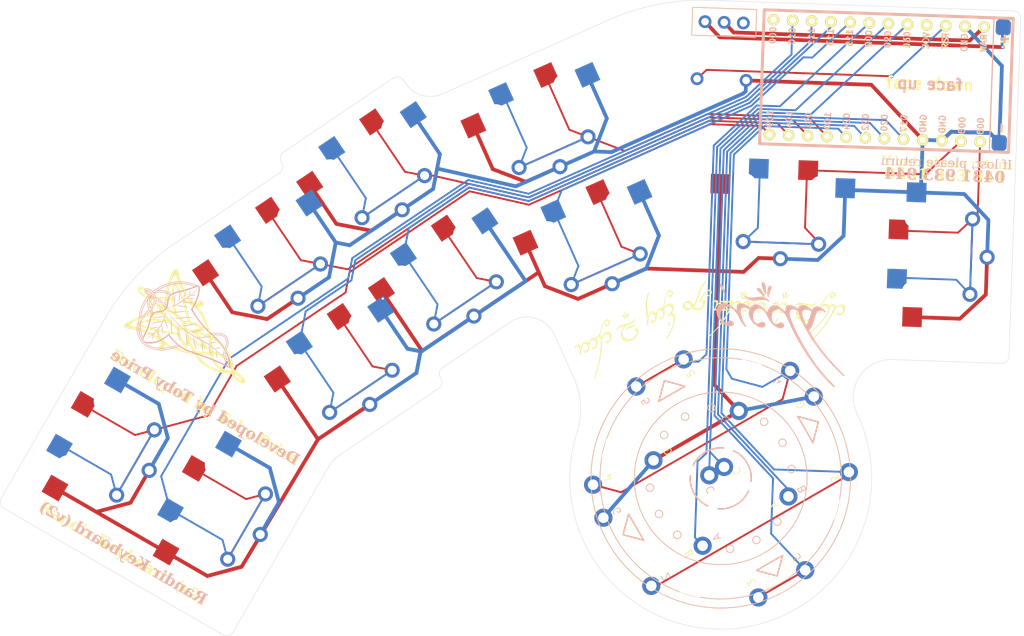
<source format=kicad_pcb>
(kicad_pcb (version 20221018) (generator pcbnew)
  (layers (0 "F.Cu" signal) (31 "B.Cu" signal) (34 "B.Paste" user) (35 "F.Paste" user) (36 "B.SilkS" user "B.Silkscreen") (37 "F.SilkS" user "F.Silkscreen") (38 "B.Mask" user) (39 "F.Mask" user) (44 "Edge.Cuts" user))
  (net 0 "")
  (net 1 "GND")
  (net 2 "RST")
  (net 3 "VCC")
  (net 4 "Bat+")
  (net 5 "RAW")
  (net 6 "D10")
  (net 7 "D16")
  (net 8 "D14")
  (net 9 "D15")
  (net 10 "D18")
  (net 11 "D19")
  (net 12 "D20")
  (net 13 "D21")
  (net 14 "D1")
  (net 15 "D2")
  (net 16 "D3")
  (net 17 "D4")
  (net 18 "D5")
  (net 19 "D6")
  (net 20 "D7")
  (net 21 "D8")
  (net 22 "D9")
  (net 23 "D0")
  (footprint "footprints:pg1350-rev-hs-1U" (layer "F.Cu") (at 58.709562 81.741239 34)
    (fp_text reference "SW2" hide)
    (fp_text value "SW_Push" hide)
  )
  (footprint "footprints:pg1350-rev-hs-1.25U" (layer "F.Cu") (at 37.172173 106.528819 -30)
    (fp_text reference "SW1" hide)
    (fp_text value "SW_Push" hide)
  )
  (footprint "ANO-reversible:ANO-Toby-revers" (layer "F.Cu") (at 118.039245 110.533478 120)
    (fp_text reference "REF**" hide)
    (fp_text value "ANO-Toby-revers" hide)
  )
  (footprint "footprints:pg1350-rev-hs-1U" (layer "F.Cu") (at 101.248345 79.325876 24)
    (fp_text reference "SW9" hide)
    (fp_text value "SW_Push" hide)
  )
  (footprint "footprints:pg1350-rev-hs-1U" (layer "F.Cu") (at 82.020125 84.111267 34)
    (fp_text reference "SW8" hide)
    (fp_text value "SW_Push" hide)
  )
  (footprint "footprints:pg1350-rev-hs-1.25U" (layer "F.Cu") (at 147.45358 80.995926 -2)
    (fp_text reference "SW5" hide)
    (fp_text value "SW_Push" hide)
  )
  (footprint "footprints:pg1350-rev-hs-1U" (layer "F.Cu") (at 94.333867 63.7956 24)
    (fp_text reference "SW4" hide)
    (fp_text value "SW_Push" hide)
  )
  (footprint "footprints:pg1350-rev-hs-1.25U" (layer "F.Cu") (at 51.89459 115.02879 -30)
    (fp_text reference "SW1" hide)
    (fp_text value "SW_Push" hide)
  )
  (footprint "footprints:pg1350-rev-hs-1U" (layer "F.Cu") (at 68.215836 95.834875 34)
    (fp_text reference "SW7" hide)
    (fp_text value "SW_Push" hide)
  )
  (footprint "footprints:pg1350-rev-hs-1.25U" (layer "F.Cu") (at 126.148894 75.499027 -92)
    (fp_text reference "SW10" hide)
    (fp_text value "SW_Push" hide)
  )
  (footprint "footprints:pg1350-rev-hs-1U" (layer "F.Cu") (at 72.513858 70.017646 34)
    (fp_text reference "SW3" hide)
    (fp_text value "SW_Push" hide)
  )
  (footprint "footprints3:Reset_Pretty" (layer "B.Cu") (at 118.497585 50.036519 -92)
    (fp_text reference "REF**" hide)
    (fp_text value "Reset_Pretty" hide)
  )
  (footprint "footprints3:reset_sw_Toby" (layer "B.Cu") (at 118.154419 57.629167 88)
    (fp_text reference "REF**" hide)
    (fp_text value "reset_sw_Toby" hide)
  )
  (footprint "nice-nano-kicad-master:nice_nano_Toby" (layer "B.Cu") (at 156.187175 67.292377 88)
    (fp_text reference "U1" hide)
    (fp_text value "nice_nano_Toby" hide)
  )
  (gr_poly (pts (xy 124.594396 84.992058) (xy 124.574758 84.993529) (xy 124.555402 84.996384) (xy 124.536561 85.000635) (xy 124.518495 85.006278) (xy 124.509841 85.009616) (xy 124.501442 85.013338) (xy 124.493382 85.017401) (xy 124.485703 85.021818) (xy 124.47838 85.0266) (xy 124.47151 85.031764) (xy 124.441795 85.057901) (xy 124.413623 85.089236) (xy 124.387054 85.125553) (xy 124.362158 85.166641) (xy 124.338992 85.212356) (xy 124.317579 85.26246) (xy 124.298029 85.316751) (xy 124.280357 85.37503) (xy 124.264657 85.437134) (xy 124.250959 85.502833) (xy 124.239329 85.571935) (xy 124.229792 85.644267) (xy 124.222484 85.719591) (xy 124.21739 85.797778) (xy 124.214595 85.878535) (xy 124.214164 85.961731) (xy 124.214862 86.026258) (xy 124.21616 86.085648) (xy 124.218053 86.139982) (xy 124.220622 86.189572) (xy 124.22388 86.234471) (xy 124.227833 86.274998) (xy 124.230138 86.293625) (xy 124.232629 86.311217) (xy 124.235309 86.327807) (xy 124.238212 86.343411) (xy 124.24132 86.35803) (xy 124.244662 86.371702) (xy 124.248216 86.384453) (xy 124.252024 86.396317) (xy 124.256028 86.40729) (xy 124.260294 86.417422) (xy 124.264798 86.426695) (xy 124.269563 86.435194) (xy 124.274564 86.442909) (xy 124.27984 86.449839) (xy 124.285377 86.456053) (xy 124.291218 86.461521) (xy 124.297279 86.466318) (xy 124.303666 86.470459) (xy 124.310308 86.473945) (xy 124.317253 86.476834) (xy 124.33134 86.480966) (xy 124.344381 86.483045) (xy 124.356512 86.482742) (xy 124.362289 86.481656) (xy 124.367819 86.479907) (xy 124.37323 86.477461) (xy 124.378454 86.474286) (xy 124.388496 86.465662) (xy 124.398039 86.453859) (xy 124.407224 86.438576) (xy 124.416193 86.419652) (xy 124.424994 86.396862) (xy 124.433779 86.369948) (xy 124.442643 86.338744) (xy 124.451725 86.302977) (xy 124.461116 86.26248) (xy 124.481307 86.166265) (xy 124.505234 86.058254) (xy 124.530414 85.955012) (xy 124.556873 85.856704) (xy 124.584623 85.763398) (xy 124.613728 85.675263) (xy 124.644151 85.592383) (xy 124.675971 85.514869) (xy 124.692402 85.478154) (xy 124.709175 85.442831) (xy 124.722458 85.413407) (xy 124.734389 85.38362) (xy 124.744858 85.353659) (xy 124.753909 85.323723) (xy 124.761485 85.294035) (xy 124.767572 85.264738) (xy 124.772116 85.236082) (xy 124.775135 85.208223) (xy 124.776559 85.181391) (xy 124.776419 85.15577) (xy 124.774657 85.131579) (xy 124.771239 85.108969) (xy 124.768888 85.098363) (xy 124.766134 85.088194) (xy 124.762958 85.07853) (xy 124.759341 85.06942) (xy 124.755319 85.060851) (xy 124.750839 85.052855) (xy 124.745928 85.045442) (xy 124.740602 85.038682) (xy 124.735634 85.03335) (xy 124.730141 85.02833) (xy 124.724124 85.023638) (xy 124.717634 85.019238) (xy 124.710698 85.015178) (xy 124.703346 85.011436) (xy 124.687528 85.004909) (xy 124.67044 84.99967) (xy 124.652309 84.995758) (xy 124.633446 84.993184) (xy 124.614056 84.991937)) (fill solid) (layer "B.SilkS"))
  (gr_poly (pts (xy 42.848521 89.316487) (xy 42.871406 89.294732) (xy 42.893567 89.275276) (xy 42.915729 89.25789) (xy 42.938715 89.242409) (xy 42.963343 89.228572) (xy 42.990319 89.216244) (xy 43.020488 89.205159) (xy 43.054605 89.195155) (xy 43.093475 89.186008) (xy 43.137855 89.177541) (xy 43.188558 89.169515) (xy 43.246345 89.161744) (xy 43.386347 89.14615) (xy 43.564114 89.129109) (xy 43.623764 89.123395) (xy 43.68053 89.11705) (xy 43.734635 89.110111) (xy 43.786214 89.102468) (xy 43.835511 89.094109) (xy 43.882695 89.084959) (xy 43.92794 89.074997) (xy 43.971477 89.064182) (xy 44.013484 89.052438) (xy 44.054151 89.039726) (xy 44.093636 89.026031) (xy 44.13219 89.011233) (xy 44.16996 88.995379) (xy 44.207151 88.97835) (xy 44.243976 88.960132) (xy 44.28062 88.940695) (xy 44.349555 88.902089) (xy 44.385875 88.737339) (xy 44.401691 88.657365) (xy 44.41901 88.56187) (xy 44.435979 88.462806) (xy 44.45067 88.372244) (xy 44.456723 88.331826) (xy 44.462626 88.29418) (xy 44.468271 88.260096) (xy 44.47347 88.230409) (xy 44.478094 88.205902) (xy 44.482009 88.187372) (xy 44.483665 88.180599) (xy 44.485073 88.175638) (xy 44.486234 88.172564) (xy 44.486713 88.171765) (xy 44.487114 88.171495) (xy 44.488116 88.172399) (xy 44.488907 88.175138) (xy 44.48981 88.18583) (xy 44.48926 88.225566) (xy 44.485901 88.285163) (xy 44.480208 88.358947) (xy 44.472607 88.441353) (xy 44.46357 88.526815) (xy 44.453574 88.609681) (xy 44.443055 88.684374) (xy 44.43643 88.72524) (xy 44.427878 88.772639) (xy 44.406605 88.880124) (xy 44.382236 88.993033) (xy 44.357806 89.097514) (xy 44.300047 89.330356) (xy 44.465364 89.758312) (xy 44.530733 89.927579) (xy 44.586196 90.07385) (xy 44.625922 90.181409) (xy 44.638099 90.215773) (xy 44.644186 90.234546) (xy 44.651419 90.263544) (xy 44.657795 90.293876) (xy 44.663305 90.325299) (xy 44.667941 90.357635) (xy 44.671675 90.390618) (xy 44.674518 90.42408) (xy 44.67647 90.45775) (xy 44.67752 90.491472) (xy 44.677636 90.524975) (xy 44.676867 90.55806) (xy 44.67515 90.590533) (xy 44.672513 90.622138) (xy 44.668923 90.652671) (xy 44.664392 90.681935) (xy 44.65891 90.709675) (xy 44.652478 90.735707) (xy 44.650939 90.741003) (xy 44.649432 90.74477) (xy 44.647956 90.746949) (xy 44.647225 90.747437) (xy 44.646492 90.747507) (xy 44.645798 90.747172) (xy 44.645059 90.746428) (xy 44.643648 90.743678) (xy 44.642252 90.739238) (xy 44.640861 90.733064) (xy 44.639438 90.725124) (xy 44.638038 90.715418) (xy 44.635219 90.690516) (xy 44.632306 90.658132) (xy 44.629324 90.618015) (xy 44.623157 90.545981) (xy 44.619426 90.512474) (xy 44.615174 90.48023) (xy 44.610291 90.448843) (xy 44.60469 90.41798) (xy 44.5983 90.387275) (xy 44.591007 90.356376) (xy 44.582727 90.324928) (xy 44.573387 90.29258) (xy 44.562918 90.258978) (xy 44.551191 90.223761) (xy 44.523677 90.147105) (xy 44.490139 90.059776) (xy 44.459073 89.977425) (xy 44.43008 89.896644) (xy 44.403348 89.817762) (xy 44.379031 89.741121) (xy 44.357268 89.667062) (xy 44.338258 89.595899) (xy 44.322136 89.528028) (xy 44.309052 89.463764) (xy 44.304503 89.441294) (xy 44.300161 89.420897) (xy 44.296108 89.402969) (xy 44.29245 89.387829) (xy 44.290801 89.381432) (xy 44.289297 89.375903) (xy 44.28792 89.371264) (xy 44.28672 89.36757) (xy 44.285681 89.364862) (xy 44.285254 89.363901) (xy 44.284844 89.363186) (xy 44.2845 89.362765) (xy 44.284218 89.362616) (xy 44.283972 89.36274) (xy 44.283783 89.363164) (xy 44.253844 89.449106) (xy 44.219441 89.540484) (xy 44.181186 89.635921) (xy 44.139724 89.734064) (xy 44.09566 89.833492) (xy 44.049631 89.932839) (xy 44.002217 90.030755) (xy 43.954077 90.125842) (xy 43.9496 90.13434) (xy 43.945807 90.142238) (xy 43.942696 90.149734) (xy 43.940264 90.157032) (xy 43.938586 90.164353) (xy 43.937632 90.171882) (xy 43.937478 90.179809) (xy 43.938092 90.188369) (xy 43.939532 90.197769) (xy 43.941823 90.208172) (xy 43.944955 90.21982) (xy 43.948979 90.232885) (xy 43.953933 90.247604) (xy 43.959769 90.264164) (xy 43.974377 90.303626) (xy 43.995881 90.36507) (xy 44.005248 90.395351) (xy 44.013797 90.426129) (xy 44.021626 90.457978) (xy 44.028786 90.491471) (xy 44.035412 90.527259) (xy 44.041569 90.565898) (xy 44.052809 90.654051) (xy 44.063233 90.760685) (xy 44.073513 90.890512) (xy 44.08432 91.048258) (xy 44.092439 91.172497) (xy 44.098189 91.265797) (xy 44.10014 91.301802) (xy 44.101461 91.331224) (xy 44.102139 91.354464) (xy 44.102245 91.363899) (xy 44.102175 91.371917) (xy 44.101931 91.378608) (xy 44.101522 91.383962) (xy 44.100951 91.388072) (xy 44.100186 91.39097) (xy 44.099759 91.391986) (xy 44.099272 91.392711) (xy 44.098746 91.393178) (xy 44.098167 91.393349) (xy 44.097557 91.393271) (xy 44.09689 91.392926) (xy 44.09544 91.3915) (xy 44.093788 91.389083) (xy 44.09197 91.385782) (xy 44.089976 91.381586) (xy 44.087791 91.376579) (xy 44.082837 91.364311) (xy 44.077144 91.349375) (xy 44.067605 91.322726) (xy 44.058631 91.295268) (xy 44.050172 91.266822) (xy 44.042222 91.237273) (xy 44.034732 91.206445) (xy 44.02769 91.174256) (xy 44.021099 91.140512) (xy 44.01487 91.105091) (xy 44.003539 91.02863) (xy 43.993487 90.943759) (xy 43.984533 90.849296) (xy 43.976462 90.744152) (xy 43.970267 90.658843) (xy 43.963853 90.579135) (xy 43.957252 90.505174) (xy 43.950392 90.437031) (xy 43.943271 90.374803) (xy 43.935914 90.318569) (xy 43.928232 90.268437) (xy 43.920262 90.224549) (xy 43.919504 90.220581) (xy 43.918364 90.217753) (xy 43.916792 90.216128) (xy 43.914663 90.215847) (xy 43.911916 90.217007) (xy 43.908432 90.219729) (xy 43.904151 90.224098) (xy 43.898959 90.230257) (xy 43.885518 90.24837) (xy 43.867399 90.274932) (xy 43.843901 90.310851) (xy 43.814305 90.35697) (xy 43.791459 90.392894) (xy 43.764344 90.433806) (xy 43.701457 90.525011) (xy 43.633858 90.619069) (xy 43.569717 90.704521) (xy 43.424629 90.890972) (xy 43.448521 91.003638) (xy 43.453948 91.032995) (xy 43.459261 91.069299) (xy 43.469354 91.158912) (xy 43.478404 91.264685) (xy 43.485904 91.378867) (xy 43.491519 91.493711) (xy 43.49474 91.601462) (xy 43.49519 91.694396) (xy 43.494219 91.732842) (xy 43.492401 91.7647) (xy 43.490157 91.786904) (xy 43.487831 91.807332) (xy 43.485487 91.825528) (xy 43.484312 91.833675) (xy 43.483171 91.841129) (xy 43.48206 91.847829) (xy 43.480992 91.853716) (xy 43.479958 91.858773) (xy 43.479001 91.862916) (xy 43.478112 91.866109) (xy 43.477284 91.868309) (xy 43.476908 91.869007) (xy 43.476539 91.869425) (xy 43.476231 91.869619) (xy 43.475902 91.869477) (xy 43.47364 91.866333) (xy 43.471203 91.860828) (xy 43.468567 91.853015) (xy 43.465747 91.842927) (xy 43.459576 91.81603) (xy 43.452756 91.780525) (xy 43.445314 91.736701) (xy 43.437285 91.684894) (xy 43.428732 91.62546) (xy 43.419652 91.55869) (xy 43.412406 91.490353) (xy 43.40626 91.411743) (xy 43.401344 91.327053) (xy 43.397853 91.240479) (xy 43.395932 91.156203) (xy 43.395758 91.078409) (xy 43.397458 91.011342) (xy 43.39907 90.983113) (xy 43.401224 90.959136) (xy 43.40659 90.908908) (xy 43.245442 91.075225) (xy 43.211352 91.110248) (xy 43.175857 91.146008) (xy 43.139975 91.181446) (xy 43.104804 91.21561) (xy 43.071318 91.247481) (xy 43.040571 91.276069) (xy 43.013597 91.300367) (xy 42.991452 91.319345) (xy 42.899649 91.398087) (xy 42.881798 91.533918) (xy 42.875886 91.57331) (xy 42.868197 91.615922) (xy 42.858968 91.661039) (xy 42.84842 91.707959) (xy 42.824104 91.804538) (xy 42.796941 91.89994) (xy 42.768654 91.988631) (xy 42.7546 92.028704) (xy 42.740873 92.064991) (xy 42.727719 92.096792) (xy 42.715343 92.123388) (xy 42.703924 92.144118) (xy 42.693707 92.158276) (xy 42.692232 92.159312) (xy 42.691008 92.158948) (xy 42.690045 92.157237) (xy 42.689304 92.154269) (xy 42.688501 92.144713) (xy 42.688572 92.130825) (xy 42.691011 92.092072) (xy 42.696237 92.042111) (xy 42.703745 91.985052) (xy 42.713092 91.924985) (xy 42.723838 91.866062) (xy 42.735543 91.812359) (xy 42.741894 91.786019) (xy 42.749853 91.756205) (xy 42.759082 91.723963) (xy 42.769217 91.690306) (xy 42.779955 91.656331) (xy 42.790942 91.623014) (xy 42.80185 91.591397) (xy 42.812372 91.562544) (xy 42.861463 91.432069) (xy 42.703692 91.54825) (xy 42.606784 91.618185) (xy 42.50472 91.68707) (xy 42.399299 91.753948) (xy 42.292289 91.817716) (xy 42.185498 91.877436) (xy 42.080713 91.932024) (xy 41.979679 91.980508) (xy 41.884224 92.021847) (xy 41.861174 92.030851) (xy 41.8408 92.038715) (xy 41.823386 92.045336) (xy 41.809285 92.050501) (xy 41.803574 92.052489) (xy 41.798856 92.054071) (xy 41.795108 92.055192) (xy 41.79242 92.055872) (xy 41.79147 92.056033) (xy 41.790814 92.056066) (xy 41.790432 92.055986) (xy 41.790337 92.055902) (xy 41.790335 92.055773) (xy 41.790544 92.055421) (xy 41.791049 92.054968) (xy 41.792949 92.053597) (xy 42.001712 91.937753) (xy 42.109739 91.875694) (xy 42.218888 91.809261) (xy 42.327847 91.739349) (xy 42.435254 91.666848) (xy 42.539825 91.59269) (xy 42.640217 91.51774) (xy 42.735134 91.442934) (xy 42.823203 91.369137) (xy 42.874813 91.324475) (xy 42.78336 91.333248) (xy 42.721044 91.340597) (xy 42.658923 91.348604) (xy 42.596503 91.35734) (xy 42.533332 91.366834) (xy 42.468865 91.377146) (xy 42.402654 91.388335) (xy 42.262994 91.413475) (xy 42.18822 91.427521) (xy 42.125583 91.439553) (xy 42.08172 91.448123) (xy 42.06318 91.451929) (xy 42.058242 91.45188) (xy 42.057075 91.451307) (xy 42.056726 91.450406) (xy 42.057167 91.449144) (xy 42.058368 91.447587) (xy 42.062955 91.443572) (xy 42.070223 91.438471) (xy 42.079957 91.43243) (xy 42.105864 91.417962) (xy 42.138739 91.401156) (xy 42.176739 91.383021) (xy 42.217952 91.364533) (xy 42.260479 91.346664) (xy 42.291045 91.335408) (xy 42.323088 91.324991) (xy 42.356401 91.315462) (xy 42.390724 91.306836) (xy 42.425904 91.299136) (xy 42.46165 91.292393) (xy 42.497807 91.286619) (xy 42.534113 91.281878) (xy 42.570363 91.278137) (xy 42.606319 91.275475) (xy 42.641769 91.273902) (xy 42.676488 91.273417) (xy 42.710282 91.274112) (xy 42.742878 91.275935) (xy 42.774094 91.278969) (xy 42.80374 91.283229) (xy 42.81699 91.285504) (xy 42.829228 91.2874) (xy 42.840539 91.288943) (xy 42.851003 91.290063) (xy 42.860633 91.290812) (xy 42.869594 91.291133) (xy 42.877911 91.291051) (xy 42.885659 91.290532) (xy 42.889341 91.290138) (xy 42.892934 91.289614) (xy 42.896396 91.288976) (xy 42.899801 91.288219) (xy 42.903111 91.287364) (xy 42.906349 91.2864) (xy 42.909536 91.28531) (xy 42.912666 91.284115) (xy 42.915733 91.282789) (xy 42.918783 91.281368) (xy 42.924822 91.278143) (xy 42.930839 91.274454) (xy 42.936916 91.270243) (xy 42.976676 91.233019) (xy 43.047947 91.15881) (xy 43.243983 90.945031) (xy 43.443009 90.720045) (xy 43.517986 90.631826) (xy 43.562939 90.574979) (xy 43.580946 90.548636) (xy 43.588082 90.537987) (xy 43.593995 90.528841) (xy 43.596525 90.524809) (xy 43.598754 90.521108) (xy 43.600699 90.517727) (xy 43.602338 90.514653) (xy 43.603708 90.51188) (xy 43.604783 90.509396) (xy 43.605581 90.507129) (xy 43.606128 90.505143) (xy 43.606274 90.504246) (xy 43.606377 90.503391) (xy 43.606399 90.502604) (xy 43.606365 90.501853) (xy 43.606252 90.501169) (xy 43.606094 90.500518) (xy 43.605838 90.499942) (xy 43.60555 90.499377) (xy 43.60518 90.498878) (xy 43.604752 90.498418) (xy 43.60425 90.497987) (xy 43.603702 90.497615) (xy 43.603072 90.497261) (xy 43.602391 90.496949) (xy 43.600846 90.49641) (xy 43.599039 90.496007) (xy 43.596987 90.495703) (xy 43.594696 90.495478) (xy 43.592157 90.495339) (xy 43.586392 90.495183) (xy 43.579739 90.495176) (xy 43.533509 90.498463) (xy 43.455115 90.507677) (xy 43.230987 90.539549) (xy 42.965625 90.582019) (xy 42.835693 90.604469) (xy 42.717325 90.626294) (xy 42.604372 90.648001) (xy 42.519887 90.664033) (xy 42.48724 90.670069) (xy 42.460457 90.674845) (xy 42.439074 90.678457) (xy 42.42269 90.680955) (xy 42.416236 90.681805) (xy 42.410835 90.682374) (xy 42.406509 90.682732) (xy 42.403138 90.682821) (xy 42.400718 90.682683) (xy 42.399827 90.682541) (xy 42.399153 90.682314) (xy 42.398682 90.682072) (xy 42.398398 90.681731) (xy 42.398323 90.681373) (xy 42.398424 90.680946) (xy 42.398706 90.680453) (xy 42.399167 90.67995) (xy 42.400563 90.678764) (xy 42.402544 90.677367) (xy 42.405101 90.675796) (xy 42.41164 90.672154) (xy 42.419748 90.667861) (xy 42.450051 90.652997) (xy 42.483465 90.637987) (xy 42.519673 90.622975) (xy 42.558333 90.608039) (xy 42.641784 90.578795) (xy 42.731234 90.551012) (xy 42.824151 90.525421) (xy 42.917931 90.502794) (xy 43.009989 90.483899) (xy 43.054598 90.476074) (xy 43.097785 90.469459) (xy 43.126385 90.465974) (xy 43.156873 90.462838) (xy 43.22199 90.457794) (xy 43.290283 90.454367) (xy 43.35882 90.452673) (xy 43.424678 90.452745) (xy 43.455693 90.453459) (xy 43.48495 90.454658) (xy 43.512089 90.456335) (xy 43.536737 90.4585) (xy 43.558547 90.461161) (xy 43.577112 90.464316) (xy 43.583211 90.46553) (xy 43.588972 90.466427) (xy 43.594467 90.466993) (xy 43.599676 90.4672) (xy 43.604658 90.467076) (xy 43.609426 90.466598) (xy 43.614026 90.465749) (xy 43.61849 90.464533) (xy 43.622795 90.462937) (xy 43.627009 90.460966) (xy 43.631143 90.458579) (xy 43.635279 90.455817) (xy 43.639354 90.452596) (xy 43.64346 90.448979) (xy 43.647593 90.444926) (xy 43.65181 90.440406) (xy 43.667074 90.421656) (xy 43.685978 90.395367) (xy 43.732828 90.323736) (xy 43.788492 90.232256) (xy 43.849107 90.127697) (xy 43.910875 90.016902) (xy 43.969896 89.906561) (xy 44.022358 89.803443) (xy 44.064387 89.714388) (xy 44.093889 89.6479) (xy 43.984789 89.701586) (xy 43.952041 89.71755) (xy 43.919776 89.732497) (xy 43.88778 89.746434) (xy 43.855843 89.75944) (xy 43.82373 89.771551) (xy 43.791222 89.782873) (xy 43.758126 89.793409) (xy 43.724204 89.803292) (xy 43.689253 89.81251) (xy 43.653075 89.821146) (xy 43.615424 89.829273) (xy 43.576102 89.836945) (xy 43.534904 89.844208) (xy 43.49159 89.851146) (xy 43.397799 89.864247) (xy 43.228556 89.886908) (xy 43.156341 89.897186) (xy 43.091504 89.907002) (xy 43.033312 89.916498) (xy 42.981108 89.925852) (xy 42.934162 89.935246) (xy 42.891821 89.944827) (xy 42.853366 89.95478) (xy 42.818122 89.965285) (xy 42.785385 89.976491) (xy 42.754464 89.988568) (xy 42.724669 90.001721) (xy 42.695314 90.016054) (xy 42.665683 90.031802) (xy 42.635126 90.049073) (xy 42.564319 90.089763) (xy 42.602085 90.047812) (xy 42.611282 90.037725) (xy 42.621525 90.027444) (xy 42.632783 90.017078) (xy 42.644962 90.006609) (xy 42.658024 89.996128) (xy 42.67187 89.98561) (xy 42.686473 89.975166) (xy 42.701768 89.964787) (xy 42.717698 89.954521) (xy 42.734168 89.944418) (xy 42.751167 89.934525) (xy 42.768594 89.92484) (xy 42.786416 89.915479) (xy 42.804554 89.9064) (xy 42.822971 89.89769) (xy 42.841594 89.889388) (xy 42.861605 89.881556) (xy 42.885495 89.873482) (xy 42.912921 89.865216) (xy 42.943483 89.856866) (xy 43.012647 89.840115) (xy 43.090056 89.823777) (xy 43.172814 89.808432) (xy 43.258001 89.794632) (xy 43.342718 89.78294) (xy 43.424041 89.773925) (xy 43.499083 89.766238) (xy 43.56683 89.757974) (xy 43.629481 89.748719) (xy 43.689184 89.738052) (xy 43.748146 89.725547) (xy 43.808535 89.710779) (xy 43.872529 89.693353) (xy 43.942312 89.672836) (xy 44.104568 89.623357) (xy 44.153168 89.501915) (xy 44.173565 89.44847) (xy 44.196305 89.386021) (xy 44.244254 89.2476) (xy 44.267199 89.178326) (xy 44.287938 89.113492) (xy 44.305344 89.056504) (xy 44.318267 89.010647) (xy 44.334016 88.948888) (xy 44.298334 88.973741) (xy 44.251616 89.005859) (xy 44.205753 89.035177) (xy 44.160213 89.061839) (xy 44.114481 89.085959) (xy 44.068089 89.107694) (xy 44.020467 89.127207) (xy 43.971137 89.144615) (xy 43.919565 89.160062) (xy 43.865235 89.173725) (xy 43.807631 89.185678) (xy 43.746258 89.196139) (xy 43.680579 89.205209) (xy 43.61007 89.213048) (xy 43.534276 89.219769) (xy 43.452591 89.225519) (xy 43.364587 89.230487) (xy 43.308148 89.233626) (xy 43.256706 89.236935) (xy 43.209837 89.240497) (xy 43.167148 89.24435) (xy 43.128244 89.248639) (xy 43.092719 89.253441) (xy 43.060206 89.258821) (xy 43.030292 89.264872) (xy 43.002579 89.271702) (xy 42.976673 89.279384) (xy 42.952201 89.287959) (xy 42.928735 89.297618) (xy 42.905889 89.308351) (xy 42.883298 89.320285) (xy 42.860499 89.333482) (xy 42.837187 89.348067) (xy 42.776341 89.38823)) (fill solid) (layer "B.SilkS"))
  (gr_poly (pts (xy 121.268572 86.306367) (xy 121.261377 86.306834) (xy 121.254916 86.30785) (xy 121.249173 86.309363) (xy 121.244193 86.311366) (xy 121.239964 86.313888) (xy 121.236447 86.316927) (xy 121.233678 86.320445) (xy 121.23164 86.324491) (xy 121.230339 86.329012) (xy 121.229765 86.334043) (xy 121.229886 86.339561) (xy 121.230748 86.345565) (xy 121.232336 86.352071) (xy 121.234651 86.359039) (xy 121.237657 86.366494) (xy 121.245857 86.382868) (xy 121.25689 86.40113) (xy 121.270712 86.421287) (xy 121.287374 86.443326) (xy 121.306809 86.467222) (xy 121.329041 86.492926) (xy 121.353987 86.520421) (xy 121.381696 86.549751) (xy 121.418484 86.585913) (xy 121.456352 86.620585) (xy 121.495304 86.653677) (xy 121.535331 86.685259) (xy 121.576427 86.715299) (xy 121.618589 86.743786) (xy 121.661793 86.770717) (xy 121.706042 86.79611) (xy 121.751336 86.819965) (xy 121.797673 86.842241) (xy 121.845021 86.862928) (xy 121.893372 86.882076) (xy 121.942789 86.899645) (xy 121.993145 86.915646) (xy 122.044519 86.930061) (xy 122.096906 86.942891) (xy 122.180377 86.959946) (xy 122.261519 86.971364) (xy 122.303794 86.974879) (xy 122.34858 86.976834) (xy 122.449689 86.975898) (xy 122.573058 86.968239) (xy 122.726848 86.953411) (xy 122.919215 86.931092) (xy 123.158398 86.900885) (xy 123.258594 86.888262) (xy 123.349716 86.878232) (xy 123.433301 86.870698) (xy 123.510806 86.865632) (xy 123.583731 86.862935) (xy 123.653511 86.862588) (xy 123.721647 86.864483) (xy 123.789602 86.868573) (xy 123.835643 86.87182) (xy 123.877942 86.87549) (xy 123.917034 86.879806) (xy 123.953525 86.884961) (xy 123.987925 86.891121) (xy 124.020866 86.898527) (xy 124.052833 86.907358) (xy 124.084404 86.917785) (xy 124.116154 86.930021) (xy 124.148644 86.944238) (xy 124.182402 86.960649) (xy 124.217996 86.979439) (xy 124.256014 87.000817) (xy 124.296971 87.024928) (xy 124.390001 87.082275) (xy 124.417975 87.099492) (xy 124.429332 87.106253) (xy 124.439092 87.111824) (xy 124.443409 87.114167) (xy 124.447427 87.116218) (xy 124.451093 87.117957) (xy 124.454481 87.119409) (xy 124.457543 87.120546) (xy 124.460362 87.121419) (xy 124.462902 87.121996) (xy 124.46523 87.122266) (xy 124.467305 87.122264) (xy 124.469183 87.121979) (xy 124.47089 87.121374) (xy 124.472386 87.120494) (xy 124.473799 87.119337) (xy 124.475016 87.117904) (xy 124.476146 87.116185) (xy 124.477151 87.11414) (xy 124.478084 87.11187) (xy 124.478952 87.109301) (xy 124.479784 87.10643) (xy 124.480565 87.103304) (xy 124.482088 87.096214) (xy 124.483696 87.088013) (xy 124.484798 87.081203) (xy 124.485241 87.074111) (xy 124.485083 87.066754) (xy 124.484288 87.05912) (xy 124.480911 87.043072) (xy 124.475104 87.025987) (xy 124.466911 87.0079) (xy 124.456379 86.988856) (xy 124.44351 86.968878) (xy 124.428362 86.948017) (xy 124.410956 86.9263) (xy 124.39134 86.90375) (xy 124.369493 86.880391) (xy 124.345512 86.856282) (xy 124.319384 86.831462) (xy 124.291167 86.805939) (xy 124.260896 86.77976) (xy 124.228554 86.752945) (xy 124.193695 86.725952) (xy 124.1586 86.700209) (xy 124.123135 86.675684) (xy 124.087276 86.652375) (xy 124.05091 86.630257) (xy 124.01403 86.609292) (xy 123.976549 86.58946) (xy 123.938398 86.570769) (xy 123.899503 86.553173) (xy 123.859807 86.536677) (xy 123.81925 86.521221) (xy 123.777772 86.506812) (xy 123.735317 86.493424) (xy 123.691776 86.481069) (xy 123.647116 86.469667) (xy 123.601309 86.459227) (xy 123.525958 86.446902) (xy 123.442387 86.439093) (xy 123.349053 86.435913) (xy 123.244372 86.43748) (xy 123.126805 86.443963) (xy 122.994725 86.455416) (xy 122.846617 86.471992) (xy 122.680894 86.493809) (xy 122.335788 86.541072) (xy 122.303919 86.545262) (xy 122.265158 86.548697) (xy 122.221023 86.551395) (xy 122.172874 86.553279) (xy 122.122247 86.554398) (xy 122.070529 86.554742) (xy 122.019199 86.554257) (xy 121.969652 86.552975) (xy 121.924222 86.550921) (xy 121.881169 86.54796) (xy 121.840366 86.54405) (xy 121.801549 86.539114) (xy 121.76453 86.5331) (xy 121.72907 86.525956) (xy 121.69498 86.517571) (xy 121.662051 86.507961) (xy 121.630053 86.497001) (xy 121.598824 86.484669) (xy 121.568077 86.470857) (xy 121.537683 86.455551) (xy 121.50735 86.438657) (xy 121.476927 86.420122) (xy 121.446147 86.399918) (xy 121.414867 86.377943) (xy 121.405263 86.370749) (xy 121.395427 86.363759) (xy 121.385451 86.356993) (xy 121.375396 86.350514) (xy 121.365365 86.344311) (xy 121.355402 86.338463) (xy 121.345596 86.332998) (xy 121.336028 86.327932) (xy 121.326722 86.323304) (xy 121.317836 86.319163) (xy 121.309369 86.315555) (xy 121.301437 86.312481) (xy 121.294132 86.310001) (xy 121.287465 86.308119) (xy 121.281601 86.306907) (xy 121.276535 86.306393)) (fill solid) (layer "B.SilkS"))
  (gr_poly (pts (xy 44.573371 88.197497) (xy 44.573506 88.197366) (xy 44.573649 88.197259) (xy 44.573834 88.197156) (xy 44.574017 88.197065) (xy 44.574224 88.196978) (xy 44.574662 88.196852) (xy 44.575175 88.19678) (xy 44.575736 88.196764) (xy 44.576364 88.196791) (xy 44.577541 88.196823) (xy 44.578795 88.197028) (xy 44.580125 88.197383) (xy 44.581517 88.197935) (xy 44.58294 88.19859) (xy 44.584415 88.199422) (xy 44.585885 88.200388) (xy 44.587361 88.201446) (xy 44.588801 88.202654) (xy 44.590223 88.203969) (xy 44.591597 88.20537) (xy 44.592919 88.206882) (xy 44.594139 88.208471) (xy 44.595282 88.210146) (xy 44.596323 88.21187) (xy 44.597235 88.213681) (xy 44.598141 88.215573) (xy 44.598799 88.217202) (xy 44.599007 88.21794) (xy 44.599177 88.218599) (xy 44.599293 88.219201) (xy 44.599336 88.219745) (xy 44.599318 88.220235) (xy 44.599239 88.220659) (xy 44.599115 88.221019) (xy 44.598949 88.221321) (xy 44.598687 88.221567) (xy 44.598399 88.221738) (xy 44.598076 88.221848) (xy 44.597677 88.221893) (xy 44.597226 88.221899) (xy 44.596717 88.221815) (xy 44.596188 88.221679) (xy 44.595595 88.221494) (xy 44.594289 88.220921) (xy 44.592788 88.220093) (xy 44.591139 88.219027) (xy 44.589333 88.217697) (xy 44.587365 88.216129) (xy 44.585282 88.2143) (xy 44.584126 88.213438) (xy 44.583036 88.21256) (xy 44.582015 88.21171) (xy 44.581024 88.210857) (xy 44.580089 88.210014) (xy 44.579213 88.209158) (xy 44.578402 88.208355) (xy 44.577634 88.207544) (xy 44.576917 88.206764) (xy 44.576277 88.205971) (xy 44.575656 88.205227) (xy 44.57514 88.204495) (xy 44.574634 88.203781) (xy 44.574205 88.203112) (xy 44.573816 88.202445) (xy 44.573504 88.201809) (xy 44.573258 88.201227) (xy 44.573034 88.200632) (xy 44.5729 88.200101) (xy 44.572791 88.199595) (xy 44.572775 88.199133) (xy 44.572812 88.198708) (xy 44.572886 88.198296) (xy 44.572967 88.198119) (xy 44.573033 88.197935) (xy 44.573141 88.197789) (xy 44.573245 88.197629)) (fill solid) (layer "B.SilkS"))
  (gr_poly (pts (xy 123.053666 85.232369) (xy 123.048554 85.233761) (xy 123.031421 85.238746) (xy 123.007271 85.245847) (xy 122.978696 85.253907) (xy 122.971707 85.256387) (xy 122.964845 85.259154) (xy 122.951378 85.265682) (xy 122.938408 85.273379) (xy 122.925986 85.282179) (xy 122.914139 85.291952) (xy 122.902995 85.302696) (xy 122.892542 85.314247) (xy 122.882873 85.326544) (xy 122.874082 85.339516) (xy 122.866161 85.353055) (xy 122.859223 85.367109) (xy 122.853325 85.381556) (xy 122.848489 85.396359) (xy 122.84485 85.411395) (xy 122.842358 85.426563) (xy 122.841177 85.441838) (xy 122.841791 85.458005) (xy 122.844827 85.47517) (xy 122.850374 85.493495) (xy 122.858622 85.513088) (xy 122.869629 85.534176) (xy 122.883544 85.55687) (xy 122.900497 85.581327) (xy 122.92061 85.607699) (xy 122.944046 85.63617) (xy 122.970857 85.666875) (xy 123.001237 85.699976) (xy 123.035245 85.735619) (xy 123.114734 85.815236) (xy 123.210407 85.90691) (xy 123.269938 85.962501) (xy 123.329086 86.018462) (xy 123.440287 86.125595) (xy 123.532157 86.216293) (xy 123.567102 86.251723) (xy 123.592781 86.278551) (xy 123.609759 86.296745) (xy 123.626316 86.314049) (xy 123.642499 86.330375) (xy 123.658222 86.345818) (xy 123.673518 86.360278) (xy 123.688365 86.373821) (xy 123.7028 86.386441) (xy 123.716739 86.398092) (xy 123.730232 86.408816) (xy 123.743263 86.418614) (xy 123.755822 86.427405) (xy 123.767855 86.435301) (xy 123.779431 86.442217) (xy 123.790488 86.448211) (xy 123.80105 86.453241) (xy 123.811071 86.457273) (xy 123.820581 86.460404) (xy 123.829575 86.462524) (xy 123.838036 86.463704) (xy 123.845924 86.463953) (xy 123.853272 86.463184) (xy 123.856718 86.462434) (xy 123.860036 86.461458) (xy 123.863206 86.460241) (xy 123.866252 86.458774) (xy 123.869142 86.457043) (xy 123.871902 86.455091) (xy 123.874489 86.452886) (xy 123.876925 86.450445) (xy 123.879236 86.447748) (xy 123.881403 86.444809) (xy 123.885253 86.438237) (xy 123.888504 86.430647) (xy 123.891112 86.422047) (xy 123.893142 86.412515) (xy 123.894529 86.401971) (xy 123.895259 86.39042) (xy 123.894276 86.370335) (xy 123.89008 86.34679) (xy 123.882901 86.320027) (xy 123.872872 86.290327) (xy 123.845008 86.223) (xy 123.807833 86.146842) (xy 123.762728 86.063826) (xy 123.711036 85.975982) (xy 123.654121 85.885237) (xy 123.59335 85.793663) (xy 123.530072 85.703196) (xy 123.465641 85.615865) (xy 123.401453 85.533618) (xy 123.338838 85.458525) (xy 123.27916 85.392525) (xy 123.223771 85.337609) (xy 123.174071 85.295802) (xy 123.151759 85.280475) (xy 123.131361 85.269111) (xy 123.116341 85.262243) (xy 123.102505 85.255749) (xy 123.089997 85.249786) (xy 123.079114 85.244442) (xy 123.070034 85.239853) (xy 123.062998 85.236162) (xy 123.058294 85.233472) (xy 123.056838 85.232543) (xy 123.056077 85.231908)) (fill solid) (layer "B.SilkS"))
  (gr_poly (pts (xy 41.7279 85.43018) (xy 41.746717 85.414805) (xy 41.766955 85.401262) (xy 41.788672 85.389533) (xy 41.811831 85.379658) (xy 41.836455 85.37161) (xy 41.862537 85.365408) (xy 41.890089 85.36102) (xy 41.919138 85.35851) (xy 41.949648 85.357818) (xy 41.981663 85.358985) (xy 42.015183 85.362007) (xy 42.050171 85.366874) (xy 42.086702 85.373591) (xy 42.124722 85.382171) (xy 42.164277 85.392621) (xy 42.236019 85.414375) (xy 42.299739 85.43633) (xy 42.329624 85.447895) (xy 42.358726 85.460165) (xy 42.387481 85.473331) (xy 42.416291 85.487579) (xy 42.445575 85.503133) (xy 42.475733 85.520228) (xy 42.540324 85.559782) (xy 42.613391 85.607956) (xy 42.698201 85.666395) (xy 42.76772 85.715699) (xy 42.875256 85.632134) (xy 42.992005 85.54396) (xy 43.113788 85.457898) (xy 43.240205 85.374119) (xy 43.370811 85.292835) (xy 43.505231 85.214232) (xy 43.643037 85.138481) (xy 43.783821 85.065813) (xy 43.927174 84.996361) (xy 44.072676 84.930345) (xy 44.219928 84.867967) (xy 44.368519 84.809397) (xy 44.518042 84.754833) (xy 44.668094 84.70446) (xy 44.818243 84.658456) (xy 44.968105 84.617055) (xy 45.117241 84.580414) (xy 45.338359 84.533983) (xy 45.559088 84.49623) (xy 45.779225 84.467115) (xy 45.998581 84.446609) (xy 46.216917 84.434695) (xy 46.434059 84.431371) (xy 46.649707 84.436624) (xy 46.863735 84.450409) (xy 47.07587 84.47272) (xy 47.285931 84.503538) (xy 47.493687 84.54288) (xy 47.698926 84.59068) (xy 47.901434 84.64693) (xy 48.101006 84.711597) (xy 48.297412 84.784736) (xy 48.490444 84.866246) (xy 48.523984 84.880577) (xy 48.556614 84.893961) (xy 48.587539 84.906083) (xy 48.615979 84.916619) (xy 48.64114 84.925261) (xy 48.652225 84.928788) (xy 48.66222 84.931717) (xy 48.670969 84.934003) (xy 48.678423 84.935651) (xy 48.684441 84.93659) (xy 48.688981 84.936774) (xy 48.692936 84.936671) (xy 48.697304 84.936741) (xy 48.702032 84.936995) (xy 48.707091 84.9374) (xy 48.717926 84.938693) (xy 48.729507 84.940524) (xy 48.741454 84.942848) (xy 48.753379 84.945628) (xy 48.764916 84.948752) (xy 48.770436 84.950438) (xy 48.775707 84.9522) (xy 48.800561 84.96231) (xy 48.823922 84.974655) (xy 48.845807 84.989238) (xy 48.866225 85.006056) (xy 48.885144 85.025069) (xy 48.902609 85.046275) (xy 48.918594 85.069665) (xy 48.933082 85.095253) (xy 48.946113 85.122963) (xy 48.957658 85.15281) (xy 48.976281 85.218881) (xy 48.989002 85.293354) (xy 48.995772 85.376069) (xy 48.996597 85.466949) (xy 48.991494 85.565864) (xy 48.980413 85.672725) (xy 48.963361 85.787399) (xy 48.940382 85.909751) (xy 48.911395 86.039719) (xy 48.876452 86.177137) (xy 48.835511 86.321944) (xy 48.764455 86.549703) (xy 48.688276 86.770638) (xy 48.607218 86.984355) (xy 48.521441 87.190319) (xy 48.431179 87.388159) (xy 48.336608 87.577393) (xy 48.237933 87.757619) (xy 48.135348 87.928351) (xy 48.098369 87.986831) (xy 48.065826 88.039022) (xy 48.027496 88.100853) (xy 48.025169 88.107325) (xy 48.02446 88.115358) (xy 48.025539 88.125389) (xy 48.028652 88.137717) (xy 48.033942 88.152729) (xy 48.041643 88.170765) (xy 48.064948 88.217438) (xy 48.100125 88.28053) (xy 48.148702 88.363012) (xy 48.292317 88.597562) (xy 48.517065 88.946446) (xy 48.75861 89.293931) (xy 49.014026 89.636418) (xy 49.280262 89.970359) (xy 49.554397 90.292163) (xy 49.833451 90.59828) (xy 50.114455 90.88517) (xy 50.394409 91.149195) (xy 50.522364 91.264393) (xy 50.858087 91.245799) (xy 50.992905 91.239533) (xy 51.119908 91.23575) (xy 51.239563 91.234501) (xy 51.352242 91.235836) (xy 51.458335 91.239875) (xy 51.55825 91.246659) (xy 51.652357 91.256255) (xy 51.741075 91.268714) (xy 51.824797 91.284133) (xy 51.903944 91.302596) (xy 51.978847 91.324134) (xy 52.049971 91.348841) (xy 52.11767 91.376797) (xy 52.182342 91.408046) (xy 52.244406 91.442666) (xy 52.304237 91.480745) (xy 52.359315 91.520192) (xy 52.410814 91.562506) (xy 52.458712 91.60775) (xy 52.5031 91.655979) (xy 52.543981 91.707269) (xy 52.581384 91.761707) (xy 52.615353 91.819338) (xy 52.645897 91.880236) (xy 52.673062 91.944473) (xy 52.696882 92.012124) (xy 52.71737 92.083255) (xy 52.734565 92.157934) (xy 52.748476 92.236205) (xy 52.75918 92.318171) (xy 52.76664 92.403883) (xy 52.770971 92.493416) (xy 52.771861 92.544076) (xy 52.771688 92.59263) (xy 52.770353 92.639458) (xy 52.767795 92.684904) (xy 52.763932 92.729331) (xy 52.758679 92.773073) (xy 52.751969 92.816548) (xy 52.743717 92.860067) (xy 52.733847 92.903976) (xy 52.722287 92.948686) (xy 52.708953 92.994482) (xy 52.69377 93.041808) (xy 52.676646 93.090969) (xy 52.657513 93.142328) (xy 52.612941 93.253088) (xy 52.582035 93.330132) (xy 52.552727 93.405377) (xy 52.5285 93.470254) (xy 52.519372 93.496099) (xy 52.512822 93.516123) (xy 52.487121 93.597416) (xy 52.553888 93.727793) (xy 52.63345 93.892243) (xy 52.670225 93.973221) (xy 52.705079 94.053583) (xy 52.738104 94.133532) (xy 52.769307 94.213217) (xy 52.798804 94.292855) (xy 52.826599 94.372584) (xy 52.852809 94.452594) (xy 52.877455 94.533077) (xy 52.900607 94.614202) (xy 52.922326 94.696136) (xy 52.942685 94.779052) (xy 52.96173 94.863126) (xy 52.996115 95.035525) (xy 53.002146 95.074091) (xy 53.008554 95.124615) (xy 53.021985 95.253542) (xy 53.035286 95.406439) (xy 53.047331 95.567273) (xy 53.057063 95.720143) (xy 53.063342 95.849061) (xy 53.065071 95.938104) (xy 53.063876 95.96271) (xy 53.062726 95.969142) (xy 53.061132 95.971344) (xy 53.054917 95.968958) (xy 53.039879 95.961945) (xy 52.98748 95.936103) (xy 52.912151 95.897797) (xy 52.822042 95.850981) (xy 52.771369 95.825504) (xy 52.855856 95.731648) (xy 52.856776 95.732259) (xy 52.857912 95.731298) (xy 52.858298 95.728639) (xy 52.857099 95.71858) (xy 52.853406 95.702785) (xy 52.847512 95.681929) (xy 52.830031 95.627902) (xy 52.806765 95.562143) (xy 52.782304 95.497041) (xy 52.858997 95.411878) (xy 52.859557 95.412247) (xy 52.859996 95.412358) (xy 52.860348 95.412169) (xy 52.860662 95.41166) (xy 52.861141 95.409701) (xy 52.861427 95.406547) (xy 52.861548 95.402273) (xy 52.861341 95.390563) (xy 52.860545 95.3751) (xy 52.859204 95.35639) (xy 52.857343 95.334925) (xy 52.855054 95.31126) (xy 52.852373 95.285863) (xy 52.841177 95.200048) (xy 52.828272 95.114358) (xy 52.813618 95.02879) (xy 52.797275 94.943492) (xy 52.779222 94.858502) (xy 52.759488 94.773904) (xy 52.738111 94.689749) (xy 52.71508 94.606122) (xy 52.690422 94.523095) (xy 52.664127 94.440745) (xy 52.63625 94.359142) (xy 52.606773 94.27834) (xy 52.575766 94.198445) (xy 52.543155 94.119524) (xy 52.509026 94.041622) (xy 52.473381 93.964817) (xy 52.471016 93.959628) (xy 52.468616 93.954663) (xy 52.466183 93.94995) (xy 52.463777 93.945524) (xy 52.461377 93.941367) (xy 52.459016 93.937562) (xy 52.456723 93.934075) (xy 52.454493 93.930958) (xy 52.452391 93.928229) (xy 52.450392 93.925887) (xy 52.448552 93.923992) (xy 52.447691 93.923194) (xy 52.446862 93.922511) (xy 52.446088 93.921948) (xy 52.445369 93.921515) (xy 52.444668 93.921189) (xy 52.444064 93.920988) (xy 52.443486 93.920927) (xy 52.442976 93.920981) (xy 52.442543 93.921174) (xy 52.442135 93.921501) (xy 52.441349 93.923517) (xy 52.44078 93.927517) (xy 52.440157 93.941064) (xy 52.440238 93.961312) (xy 52.440975 93.987379) (xy 52.442304 94.018418) (xy 52.44415 94.053613) (xy 52.449229 94.132959) (xy 52.455034 94.197864) (xy 52.463406 94.265409) (xy 52.47433 94.33529) (xy 52.487667 94.407197) (xy 52.503327 94.480838) (xy 52.521244 94.555841) (xy 52.541254 94.631922) (xy 52.563341 94.708729) (xy 52.587339 94.786011) (xy 52.613205 94.863398) (xy 52.640821 94.940584) (xy 52.670087 95.017252) (xy 52.700907 95.093113) (xy 52.733215 95.167811) (xy 52.766864 95.241036) (xy 52.801799 95.312486) (xy 52.812156 95.332717) (xy 52.822091 95.351526) (xy 52.831417 95.368527) (xy 52.839864 95.383307) (xy 52.847182 95.395473) (xy 52.850342 95.400457) (xy 52.853136 95.404646) (xy 52.85553 95.407971) (xy 52.857501 95.410393) (xy 52.858997 95.411878) (xy 52.782304 95.497041) (xy 52.779766 95.490243) (xy 52.751066 95.417868) (xy 52.72278 95.35056) (xy 52.696923 95.293991) (xy 52.664742 95.227461) (xy 52.637172 95.168457) (xy 52.613061 95.114296) (xy 52.591338 95.062229) (xy 52.570915 95.009534) (xy 52.550658 94.953478) (xy 52.529458 94.89136) (xy 52.506245 94.820389) (xy 52.469703 94.701206) (xy 52.438142 94.587295) (xy 52.411533 94.478086) (xy 52.389857 94.373094) (xy 52.37319 94.271746) (xy 52.361463 94.173521) (xy 52.354752 94.077906) (xy 52.353004 93.984371) (xy 52.356274 93.892377) (xy 52.364552 93.80138) (xy 52.377843 93.710872) (xy 52.396132 93.620318) (xy 52.419451 93.529183) (xy 52.44782 93.436944) (xy 52.481239 93.343042) (xy 52.519688 93.246986) (xy 52.545252 93.184994) (xy 52.568303 93.126311) (xy 52.588969 93.070523) (xy 52.607316 93.01715) (xy 52.623392 92.965834) (xy 52.637327 92.916102) (xy 52.649195 92.867502) (xy 52.659043 92.819656) (xy 52.666985 92.77209) (xy 52.673083 92.724434) (xy 52.67744 92.676185) (xy 52.680141 92.626942) (xy 52.681205 92.576287) (xy 52.680779 92.523786) (xy 52.678947 92.46898) (xy 52.675759 92.411506) (xy 52.670192 92.341926) (xy 52.663192 92.276426) (xy 52.654678 92.214722) (xy 52.644498 92.156545) (xy 52.632554 92.101648) (xy 52.618751 92.049758) (xy 52.602948 92.000571) (xy 52.585067 91.953877) (xy 52.564984 91.909365) (xy 52.542583 91.866805) (xy 52.517764 91.825897) (xy 52.490391 91.786382) (xy 52.460377 91.74802) (xy 52.427633 91.710508) (xy 52.391997 91.673597) (xy 52.353412 91.63704) (xy 52.307417 91.597676) (xy 52.260161 91.561339) (xy 52.21134 91.527915) (xy 52.160664 91.497355) (xy 52.10786 91.469566) (xy 52.052647 91.444454) (xy 51.994764 91.421959) (xy 51.933913 91.401994) (xy 51.869814 91.384445) (xy 51.802178 91.369272) (xy 51.730756 91.356385) (xy 51.655253 91.34568) (xy 51.575383 91.33709) (xy 51.490856 91.330535) (xy 51.401426 91.325933) (xy 51.306799 91.323202) (xy 51.259058 91.322464) (xy 51.204935 91.32239) (xy 51.146334 91.322913) (xy 51.085135 91.323939) (xy 50.962629 91.327312) (xy 50.852628 91.331995) (xy 50.612547 91.345589) (xy 50.749934 91.46928) (xy 50.869385 91.461022) (xy 50.943133 91.457911) (xy 51.030483 91.456134) (xy 51.126666 91.455639) (xy 51.226974 91.456389) (xy 51.326643 91.458371) (xy 51.420902 91.461484) (xy 51.505063 91.465733) (xy 51.574333 91.471032) (xy 51.639324 91.477952) (xy 51.700537 91.486298) (xy 51.729899 91.491031) (xy 51.758503 91.496149) (xy 51.786399 91.501658) (xy 51.813667 91.507583) (xy 51.840358 91.513919) (xy 51.866531 91.520687) (xy 51.892256 91.527884) (xy 51.917593 91.535528) (xy 51.942598 91.543628) (xy 51.96732 91.552192) (xy 51.991839 91.561244) (xy 52.016199 91.570784) (xy 52.047335 91.584159) (xy 52.074578 91.597169) (xy 52.087276 91.603928) (xy 52.099663 91.611032) (xy 52.111984 91.618656) (xy 52.124426 91.626944) (xy 52.137214 91.636039) (xy 52.150618 91.646107) (xy 52.180013 91.669683) (xy 52.214422 91.69895) (xy 52.255618 91.735088) (xy 52.297829 91.772729) (xy 52.315528 91.788806) (xy 52.331229 91.80338) (xy 52.345102 91.816665) (xy 52.357357 91.828881) (xy 52.368232 91.84027) (xy 52.377839 91.851075) (xy 52.386448 91.861501) (xy 52.394207 91.871802) (xy 52.401346 91.882191) (xy 52.408042 91.892901) (xy 52.414504 91.90416) (xy 52.420916 91.916191) (xy 52.427485 91.929242) (xy 52.434411 91.943525) (xy 52.446598 91.97024) (xy 52.457855 91.996357) (xy 52.468275 92.021997) (xy 52.477858 92.047369) (xy 52.486656 92.072635) (xy 52.494709 92.097941) (xy 52.502073 92.123456) (xy 52.508748 92.149355) (xy 52.514858 92.175777) (xy 52.520349 92.202881) (xy 52.525328 92.230869) (xy 52.5298 92.259887) (xy 52.533836 92.29008) (xy 52.537481 92.321625) (xy 52.540756 92.354688) (xy 52.543703 92.389434) (xy 52.547634 92.446297) (xy 52.550238 92.500041) (xy 52.551421 92.551161) (xy 52.5511 92.600144) (xy 52.549194 92.647481) (xy 52.545616 92.693663) (xy 52.540257 92.7392) (xy 52.533063 92.78454) (xy 52.523927 92.830229) (xy 52.51274 92.876713) (xy 52.499454 92.924531) (xy 52.483986 92.974133) (xy 52.46622 93.026036) (xy 52.446088 93.08072) (xy 52.423488 93.138681) (xy 52.398347 93.20038) (xy 52.373315 93.261819) (xy 52.350447 93.32101) (xy 52.329642 93.37824) (xy 52.310911 93.433775) (xy 52.29413 93.487895) (xy 52.279289 93.540851) (xy 52.266305 93.59294) (xy 52.255136 93.644409) (xy 52.245715 93.69555) (xy 52.237978 93.746618) (xy 52.2319 93.797901) (xy 52.227375 93.849653) (xy 52.224376 93.902151) (xy 52.222849 93.955663) (xy 52.222713 94.010466) (xy 52.223942 94.066812) (xy 52.228846 94.151258) (xy 52.237094 94.236683) (xy 52.24879 94.323707) (xy 52.264051 94.412943) (xy 52.283049 94.504967) (xy 52.30586 94.600408) (xy 52.332637 94.699847) (xy 52.363486 94.80389) (xy 52.386484 94.876976) (xy 52.409415 94.946632) (xy 52.43237 95.012915) (xy 52.455339 95.075962) (xy 52.478402 95.135839) (xy 52.501578 95.192653) (xy 52.524911 95.246514) (xy 52.548485 95.297546) (xy 52.572297 95.345792) (xy 52.596391 95.391401) (xy 52.620847 95.434458) (xy 52.645675 95.475078) (xy 52.670942 95.513312) (xy 52.696672 95.549321) (xy 52.722915 95.583171) (xy 52.749712 95.614966) (xy 52.789924 95.660303) (xy 52.823617 95.697652) (xy 52.836873 95.712066) (xy 52.847121 95.722974) (xy 52.853902 95.729873) (xy 52.855856 95.731648) (xy 52.771369 95.825504) (xy 52.392938 95.635099) (xy 51.932187 95.417664) (xy 51.441864 95.199589) (xy 50.923999 94.981751) (xy 50.380737 94.765065) (xy 49.814137 94.550417) (xy 49.226284 94.338711) (xy 48.619274 94.130845) (xy 48.299594 94.022636) (xy 48.02327 93.92629) (xy 47.78357 93.839088) (xy 47.573716 93.758361) (xy 47.386985 93.681427) (xy 47.216587 93.605641) (xy 47.055774 93.528283) (xy 46.897813 93.446694) (xy 46.812451 93.400252) (xy 46.720514 93.347976) (xy 46.626477 93.292695) (xy 46.534869 93.237155) (xy 46.450251 93.184155) (xy 46.377133 93.136483) (xy 46.320031 93.096921) (xy 46.298908 93.081046) (xy 46.283479 93.068227) (xy 46.244666 93.033305) (xy 46.041909 93.11086) (xy 45.911313 93.159494) (xy 45.784206 93.205006) (xy 45.660339 93.247428) (xy 45.539442 93.286829) (xy 45.421253 93.323319) (xy 45.305524 93.356905) (xy 45.191952 93.387667) (xy 45.080321 93.415665) (xy 44.970311 93.440985) (xy 44.861695 93.463665) (xy 44.754203 93.483754) (xy 44.647584 93.501344) (xy 44.541528 93.516486) (xy 44.435819 93.529239) (xy 44.330176 93.539669) (xy 44.224329 93.547845) (xy 44.001638 93.557432) (xy 43.782731 93.556762) (xy 43.56799 93.546013) (xy 43.357797 93.525303) (xy 43.152629 93.49475) (xy 42.952865 93.454518) (xy 42.758925 93.404759) (xy 42.5712 93.345585) (xy 42.390131 93.277171) (xy 42.216109 93.199623) (xy 42.049577 93.113095) (xy 41.890931 93.017743) (xy 41.740566 92.913684) (xy 41.598934 92.801084) (xy 41.555925 92.76182) (xy 41.617647 92.693258) (xy 41.708463 92.771508) (xy 41.798605 92.844141) (xy 41.884433 92.908042) (xy 41.924599 92.935695) (xy 41.962349 92.959963) (xy 42.079875 93.029299) (xy 42.200127 93.09359) (xy 42.323026 93.152829) (xy 42.448627 93.207047) (xy 42.576898 93.256206) (xy 42.707861 93.300311) (xy 42.841451 93.339375) (xy 42.977692 93.373367) (xy 43.116581 93.402309) (xy 43.2581 93.426197) (xy 43.402234 93.445036) (xy 43.548991 93.458816) (xy 43.698353 93.467512) (xy 43.85029 93.471133) (xy 44.004808 93.46971) (xy 44.161933 93.463179) (xy 44.375722 93.447056) (xy 44.478574 93.43647) (xy 44.57964 93.423999) (xy 44.679503 93.409531) (xy 44.778819 93.392894) (xy 44.878231 93.373968) (xy 44.97834 93.352576) (xy 45.079803 93.328611) (xy 45.183241 93.301908) (xy 45.398644 93.239731) (xy 45.629608 93.164924) (xy 45.881223 93.076328) (xy 45.941365 93.054094) (xy 45.994316 93.033858) (xy 46.039742 93.015805) (xy 46.059538 93.007666) (xy 46.077324 93.000097) (xy 46.093047 92.993166) (xy 46.106683 92.986881) (xy 46.118185 92.98124) (xy 46.127492 92.976308) (xy 46.134584 92.972067) (xy 46.139424 92.968532) (xy 46.140968 92.967053) (xy 46.141946 92.965749) (xy 46.142309 92.964644) (xy 46.142113 92.963718) (xy 46.138727 92.960243) (xy 46.133559 92.955656) (xy 46.126851 92.95016) (xy 46.118827 92.943975) (xy 46.10977 92.937263) (xy 46.099892 92.930261) (xy 46.089432 92.92314) (xy 46.078655 92.916086) (xy 46.026007 92.883884) (xy 45.799429 92.964692) (xy 45.562785 93.04696) (xy 45.451047 93.083448) (xy 45.343093 93.11702) (xy 45.238384 93.147742) (xy 45.136519 93.175715) (xy 45.036962 93.201054) (xy 44.939223 93.223855) (xy 44.842911 93.244227) (xy 44.747461 93.262249) (xy 44.652419 93.278049) (xy 44.557334 93.291701) (xy 44.461699 93.30333) (xy 44.365049 93.313031) (xy 44.266912 93.320901) (xy 44.166796 93.327049) (xy 44.018689 93.333056) (xy 43.873292 93.334707) (xy 43.730561 93.331948) (xy 43.590526 93.324824) (xy 43.453159 93.313334) (xy 43.318461 93.297453) (xy 43.186418 93.277195) (xy 43.057044 93.252558) (xy 42.930326 93.223557) (xy 42.806248 93.190154) (xy 42.684801 93.15238) (xy 42.565989 93.11025) (xy 42.449808 93.063727) (xy 42.336254 93.012823) (xy 42.225306 92.957559) (xy 42.116966 92.897919) (xy 42.077211 92.874009) (xy 42.035501 92.847127) (xy 41.947647 92.785827) (xy 41.856416 92.716529) (xy 41.813963 92.681915) (xy 41.867712 92.622207) (xy 41.890223 92.640667) (xy 41.926724 92.667377) (xy 41.973423 92.699792) (xy 42.026411 92.735419) (xy 42.081786 92.771709) (xy 42.135758 92.806143) (xy 42.184393 92.836181) (xy 42.223865 92.85933) (xy 42.328618 92.913789) (xy 42.436809 92.964247) (xy 42.548288 93.010668) (xy 42.66291 93.053065) (xy 42.780579 93.091377) (xy 42.901142 93.125613) (xy 43.02445 93.155684) (xy 43.150369 93.1816) (xy 43.278784 93.203325) (xy 43.40955 93.22082) (xy 43.542515 93.23406) (xy 43.677588 93.243046) (xy 43.81459 93.247684) (xy 43.953418 93.248007) (xy 44.093908 93.243953) (xy 44.23593 93.235475) (xy 44.37933 93.223304) (xy 44.52001 93.207102) (xy 44.659201 93.18662) (xy 44.798228 93.161687) (xy 44.938359 93.132046) (xy 45.080885 93.097492) (xy 45.227105 93.057796) (xy 45.378307 93.012761) (xy 45.467611 92.98447) (xy 45.560619 92.953913) (xy 45.652732 92.922715) (xy 45.739324 92.892546) (xy 45.815815 92.864989) (xy 45.877563 92.841721) (xy 45.919981 92.824358) (xy 45.93248 92.818409) (xy 45.938453 92.814551) (xy 45.938776 92.812734) (xy 45.937636 92.809722) (xy 45.935058 92.805507) (xy 45.931006 92.800062) (xy 45.9186 92.785637) (xy 45.90046 92.766591) (xy 45.876655 92.742922) (xy 45.847218 92.714779) (xy 45.812223 92.682248) (xy 45.771712 92.645423) (xy 45.657648 92.539262) (xy 45.544545 92.427082) (xy 45.4328 92.30931) (xy 45.322763 92.186342) (xy 45.214818 92.058594) (xy 45.109347 91.926443) (xy 45.006685 91.79031) (xy 44.907255 91.650565) (xy 44.888065 91.622781) (xy 44.879571 91.610687) (xy 44.872128 91.600216) (xy 44.865915 91.591641) (xy 44.861111 91.585284) (xy 44.859311 91.583007) (xy 44.857932 91.581393) (xy 44.85703 91.580483) (xy 44.856753 91.580288) (xy 44.856608 91.580303) (xy 44.853036 91.582799) (xy 44.844208 91.589877) (xy 44.812993 91.615818) (xy 44.712042 91.70078) (xy 44.638107 91.76182) (xy 44.561162 91.822247) (xy 44.481578 91.881809) (xy 44.399687 91.940293) (xy 44.315898 91.997517) (xy 44.230561 92.053243) (xy 44.144061 92.107279) (xy 44.056766 92.159397) (xy 43.969031 92.209398) (xy 43.881241 92.257069) (xy 43.79379 92.302202) (xy 43.706994 92.344578) (xy 43.621285 92.383983) (xy 43.536972 92.420222) (xy 43.454463 92.453073) (xy 43.374142 92.4823) (xy 43.301348 92.505789) (xy 43.225988 92.527526) (xy 43.148355 92.547439) (xy 43.068716 92.565538) (xy 42.987397 92.58177) (xy 42.904656 92.596113) (xy 42.820788 92.608485) (xy 42.736072 92.618906) (xy 42.650838 92.627332) (xy 42.565302 92.633692) (xy 42.479821 92.637981) (xy 42.394619 92.640148) (xy 42.310062 92.640181) (xy 42.22637 92.637997) (xy 42.143846 92.633629) (xy 42.062812 92.626974) (xy 41.956717 92.616423) (xy 41.915201 92.612086) (xy 41.889033 92.609104) (xy 41.882257 92.608076) (xy 41.876337 92.607249) (xy 41.8712 92.606636) (xy 41.866887 92.606241) (xy 41.863292 92.606058) (xy 41.861807 92.606066) (xy 41.860477 92.606145) (xy 41.859336 92.606269) (xy 41.858354 92.606468) (xy 41.857558 92.606711) (xy 41.856931 92.607034) (xy 41.856464 92.607431) (xy 41.856165 92.607887) (xy 41.856041 92.608417) (xy 41.856063 92.609011) (xy 41.856238 92.609685) (xy 41.856588 92.61043) (xy 41.857074 92.611253) (xy 41.857692 92.612139) (xy 41.858479 92.613122) (xy 41.859404 92.614178) (xy 41.861651 92.616525) (xy 41.864428 92.619195) (xy 41.867712 92.622207) (xy 41.813963 92.681915) (xy 41.764842 92.641844) (xy 41.675919 92.564288) (xy 41.59266 92.486437) (xy 41.518119 92.410852) (xy 41.485025 92.3747) (xy 41.478436 92.36702) (xy 41.548064 92.289668) (xy 41.559287 92.299056) (xy 41.584426 92.31713) (xy 41.613214 92.334329) (xy 41.645744 92.350652) (xy 41.682019 92.366186) (xy 41.722049 92.380937) (xy 41.765891 92.394934) (xy 41.813541 92.408222) (xy 41.863055 92.419529) (xy 41.918092 92.429447) (xy 41.977998 92.437964) (xy 42.042145 92.445102) (xy 42.109869 92.45084) (xy 42.180506 92.455156) (xy 42.253411 92.458075) (xy 42.327925 92.459582) (xy 42.403432 92.459664) (xy 42.479244 92.458311) (xy 42.554718 92.455537) (xy 42.629196 92.451337) (xy 42.702044 92.445673) (xy 42.772611 92.43859) (xy 42.840234 92.430029) (xy 42.904262 92.420024) (xy 42.972106 92.407299) (xy 43.03982 92.392793) (xy 43.107434 92.376415) (xy 43.175007 92.358171) (xy 43.242621 92.338026) (xy 43.31033 92.315972) (xy 43.37818 92.291958) (xy 43.446227 92.26596) (xy 43.514558 92.237969) (xy 43.583212 92.207928) (xy 43.652261 92.175853) (xy 43.721769 92.141687) (xy 43.791783 92.105404) (xy 43.862353 92.066972) (xy 43.933559 92.026378) (xy 44.005448 91.983607) (xy 44.11742 91.915303) (xy 44.216497 91.852453) (xy 44.305943 91.792637) (xy 44.389028 91.733442) (xy 44.469007 91.672457) (xy 44.549184 91.607216) (xy 44.632792 91.535343) (xy 44.723113 91.454406) (xy 44.786761 91.397348) (xy 44.839436 91.350515) (xy 44.875492 91.318981) (xy 44.885517 91.310525) (xy 44.888229 91.308413) (xy 44.889281 91.307816) (xy 44.892555 91.311597) (xy 44.900473 91.322462) (xy 44.928357 91.362474) (xy 45.01795 91.493902) (xy 45.121683 91.645883) (xy 45.225006 91.788139) (xy 45.32967 91.92276) (xy 45.437482 92.051824) (xy 45.550197 92.177378) (xy 45.669647 92.301546) (xy 45.79759 92.426358) (xy 45.935785 92.553894) (xy 46.047615 92.653271) (xy 46.149457 92.740631) (xy 46.244715 92.818542) (xy 46.336801 92.88958) (xy 46.42913 92.956298) (xy 46.525111 93.021247) (xy 46.628159 93.087006) (xy 46.741706 93.156125) (xy 46.923 93.260222) (xy 47.107244 93.357537) (xy 47.301451 93.450946) (xy 47.512635 93.543372) (xy 47.747795 93.637723) (xy 48.013959 93.736921) (xy 48.31815 93.843854) (xy 48.667357 93.961463) (xy 49.152741 94.125601) (xy 49.641517 94.298858) (xy 50.127276 94.478644) (xy 50.603646 94.662437) (xy 51.064212 94.847675) (xy 51.502582 95.031793) (xy 51.912333 95.212221) (xy 52.287105 95.386416) (xy 52.33947 95.411217) (xy 52.38825 95.433952) (xy 52.432427 95.454109) (xy 52.4709 95.471203) (xy 52.502626 95.484715) (xy 52.515635 95.48997) (xy 52.526548 95.494145) (xy 52.53526 95.497174) (xy 52.541639 95.498965) (xy 52.545512 95.499511) (xy 52.546484 95.499292) (xy 52.546782 95.498697) (xy 52.545161 95.494185) (xy 52.542173 95.486752) (xy 52.537963 95.476835) (xy 52.532635 95.464853) (xy 52.526348 95.451192) (xy 52.51919 95.436223) (xy 52.511338 95.42038) (xy 52.502851 95.404101) (xy 52.476957 95.349624) (xy 52.44859 95.285753) (xy 52.41874 95.215049) (xy 52.38846 95.139937) (xy 52.358801 95.062964) (xy 52.330772 94.986684) (xy 52.30542 94.913512) (xy 52.28377 94.846038) (xy 52.267496 94.795342) (xy 52.253464 94.754685) (xy 52.246723 94.737135) (xy 52.239876 94.720914) (xy 52.232729 94.705617) (xy 52.225054 94.690869) (xy 52.216596 94.676262) (xy 52.207207 94.66141) (xy 52.196608 94.64592) (xy 52.18459 94.629371) (xy 52.156844 94.593378) (xy 52.184912 94.562183) (xy 52.187997 94.56493) (xy 52.190669 94.566991) (xy 52.192983 94.568369) (xy 52.194926 94.569067) (xy 52.196537 94.569088) (xy 52.19721 94.568819) (xy 52.197795 94.56839) (xy 52.198744 94.567049) (xy 52.199358 94.565029) (xy 52.19967 94.562342) (xy 52.199703 94.558961) (xy 52.199442 94.55491) (xy 52.198908 94.550202) (xy 52.197053 94.538741) (xy 52.194232 94.524636) (xy 52.190565 94.507866) (xy 52.186116 94.488462) (xy 52.18142 94.46614) (xy 52.17644 94.440508) (xy 52.171312 94.412497) (xy 52.166185 94.382983) (xy 52.161293 94.352815) (xy 52.156773 94.322939) (xy 52.152784 94.294233) (xy 52.149532 94.267574) (xy 52.135093 94.144419) (xy 51.983949 94.139354) (xy 51.833748 94.133225) (xy 51.863639 94.169643) (xy 51.880488 94.190668) (xy 51.90623 94.221991) (xy 51.937323 94.259213) (xy 51.970289 94.297946) (xy 52.006228 94.340382) (xy 52.04543 94.38792) (xy 52.08311 94.434781) (xy 52.114466 94.475229) (xy 52.145383 94.515365) (xy 52.157927 94.531219) (xy 52.168638 94.544329) (xy 52.177611 94.554621) (xy 52.181462 94.558746) (xy 52.184912 94.562183) (xy 52.156844 94.593378) (xy 52.15547 94.591613) (xy 52.118116 94.544982) (xy 52.040195 94.45047) (xy 51.963998 94.361427) (xy 51.888053 94.276218) (xy 51.810788 94.193263) (xy 51.730711 94.110982) (xy 51.646299 94.027778) (xy 51.555997 93.942031) (xy 51.458305 93.852173) (xy 51.355249 93.760033) (xy 51.269175 93.684461) (xy 51.235342 93.655368) (xy 51.209105 93.633382) (xy 51.191646 93.619506) (xy 51.186566 93.615924) (xy 51.184081 93.614723) (xy 51.181297 93.615606) (xy 51.178924 93.617989) (xy 51.17697 93.622024) (xy 51.175432 93.627837) (xy 51.174309 93.635523) (xy 51.17367 93.645276) (xy 51.173448 93.657166) (xy 51.173699 93.671356) (xy 51.175591 93.707156) (xy 51.179426 93.753668) (xy 51.185264 93.811947) (xy 51.193153 93.883036) (xy 51.202643 93.962679) (xy 51.21369 94.038326) (xy 51.226442 94.11104) (xy 51.241162 94.181904) (xy 51.258045 94.251935) (xy 51.277289 94.322212) (xy 51.299099 94.39379) (xy 51.323714 94.467729) (xy 51.332532 94.493887) (xy 51.339902 94.516862) (xy 51.345872 94.536632) (xy 51.350365 94.553236) (xy 51.353464 94.566657) (xy 51.355058 94.57695) (xy 51.355326 94.580936) (xy 51.355212 94.584111) (xy 51.354736 94.586518) (xy 51.353869 94.588155) (xy 51.352664 94.589022) (xy 51.351064 94.589096) (xy 51.349103 94.588417) (xy 51.346762 94.586964) (xy 51.344029 94.584776) (xy 51.340939 94.581781) (xy 51.333629 94.57355) (xy 51.324771 94.562281) (xy 51.31437 94.548029) (xy 51.302459 94.53075) (xy 51.288987 94.510507) (xy 51.26264 94.466949) (xy 51.238263 94.420634) (xy 51.215907 94.371858) (xy 51.195633 94.32103) (xy 51.177536 94.268501) (xy 51.161663 94.2146) (xy 51.148127 94.159697) (xy 51.136926 94.104181) (xy 51.128154 94.048376) (xy 51.121894 93.99266) (xy 51.118204 93.93735) (xy 51.117135 93.882839) (xy 51.118757 93.829509) (xy 51.123174 93.777675) (xy 51.13041 93.727707) (xy 51.140531 93.67996) (xy 51.16448 93.583787) (xy 50.999517 93.448556) (xy 50.916928 93.381148) (xy 50.828403 93.310685) (xy 50.644134 93.168431) (xy 50.467955 93.037749) (xy 50.38955 92.981721) (xy 50.321129 92.934567) (xy 50.217225 92.863563) (xy 50.149129 92.817672) (xy 50.098188 92.782407) (xy 50.042526 92.745604) (xy 49.982023 92.707197) (xy 49.916556 92.667137) (xy 49.845983 92.625298) (xy 49.770191 92.581678) (xy 49.689007 92.536135) (xy 49.602338 92.488636) (xy 49.493262 92.429387) (xy 49.393916 92.374783) (xy 49.267995 92.305317) (xy 49.261452 92.301613) (xy 49.255009 92.298062) (xy 49.248715 92.294692) (xy 49.242575 92.291481) (xy 49.236664 92.28851) (xy 49.23101 92.285739) (xy 49.225655 92.283226) (xy 49.220624 92.280948) (xy 49.215984 92.27895) (xy 49.211758 92.277241) (xy 49.20799 92.275845) (xy 49.204694 92.27477) (xy 49.201972 92.274046) (xy 49.199818 92.273662) (xy 49.198956 92.27361) (xy 49.198289 92.273662) (xy 49.197763 92.273805) (xy 49.197395 92.274055) (xy 49.197133 92.275099) (xy 49.19736 92.27707) (xy 49.198039 92.2799) (xy 49.19918 92.283526) (xy 49.202661 92.292992) (xy 49.207662 92.305107) (xy 49.213922 92.319438) (xy 49.221295 92.33561) (xy 49.238501 92.371802) (xy 49.251976 92.400992) (xy 49.264635 92.430779) (xy 49.27649 92.461189) (xy 49.287539 92.492257) (xy 49.297787 92.523963) (xy 49.307224 92.556285) (xy 49.315898 92.589308) (xy 49.323736 92.622994) (xy 49.330783 92.657398) (xy 49.337043 92.69246) (xy 49.342525 92.728244) (xy 49.347184 92.764741) (xy 49.351087 92.801977) (xy 49.354193 92.839924) (xy 49.356505 92.878626) (xy 49.358063 92.918084) (xy 49.363325 93.088074) (xy 49.366366 93.161043) (xy 49.369826 93.227016) (xy 49.373841 93.28669) (xy 49.378518 93.340814) (xy 49.383945 93.390119) (xy 49.390271 93.435347) (xy 49.397628 93.477235) (xy 49.406092 93.516523) (xy 49.415785 93.553917) (xy 49.426845 93.590196) (xy 49.439401 93.626063) (xy 49.453515 93.66227) (xy 49.469335 93.699556) (xy 49.48698 93.738653) (xy 49.494672 93.755944) (xy 49.50081 93.770596) (xy 49.505421 93.782532) (xy 49.508498 93.791803) (xy 49.510062 93.79843) (xy 49.510294 93.800736) (xy 49.510164 93.802401) (xy 49.509651 93.803418) (xy 49.508791 93.803745) (xy 49.507547 93.803441) (xy 49.505965 93.802481) (xy 49.501695 93.798584) (xy 49.495986 93.792145) (xy 49.488897 93.783077) (xy 49.48043 93.771455) (xy 49.459364 93.740556) (xy 49.432979 93.699516) (xy 49.411619 93.664941) (xy 49.392036 93.630339) (xy 49.37411 93.595514) (xy 49.357852 93.560329) (xy 49.343213 93.52456) (xy 49.330147 93.488107) (xy 49.318595 93.450729) (xy 49.308524 93.412279) (xy 49.29988 93.372598) (xy 49.292634 93.331485) (xy 49.286716 93.288765) (xy 49.282103 93.24429) (xy 49.278756 93.197899) (xy 49.276621 93.149366) (xy 49.275643 93.098564) (xy 49.275788 93.045293) (xy 49.275587 92.957394) (xy 49.273094 92.872704) (xy 49.270966 92.831484) (xy 49.268261 92.790947) (xy 49.264966 92.751098) (xy 49.261057 92.711852) (xy 49.256568 92.673193) (xy 49.251483 92.635135) (xy 49.245742 92.59756) (xy 49.239426 92.560481) (xy 49.232475 92.52387) (xy 49.224897 92.487654) (xy 49.216704 92.451833) (xy 49.207847 92.416377) (xy 49.164152 92.249809) (xy 48.989246 92.153066) (xy 48.773733 92.035207) (xy 48.502624 91.885812) (xy 48.439941 91.851185) (xy 48.380937 91.818998) (xy 48.326912 91.789922) (xy 48.279204 91.764618) (xy 48.239122 91.743812) (xy 48.207987 91.728155) (xy 48.187165 91.718314) (xy 48.18102 91.715794) (xy 48.177922 91.714978) (xy 48.177423 91.715358) (xy 48.177079 91.716494) (xy 48.176776 91.720791) (xy 48.177688 91.737271) (xy 48.180561 91.763219) (xy 48.185249 91.797531) (xy 48.191641 91.839053) (xy 48.199564 91.886676) (xy 48.208939 91.939224) (xy 48.219611 91.995558) (xy 48.243716 92.12689) (xy 48.270141 92.275818) (xy 48.295607 92.424204) (xy 48.316812 92.554017) (xy 48.335883 92.667016) (xy 48.356238 92.771461) (xy 48.367057 92.82092) (xy 48.378366 92.868807) (xy 48.390242 92.915272) (xy 48.402694 92.960542) (xy 48.415841 93.00478) (xy 48.42966 93.04814) (xy 48.444287 93.090879) (xy 48.459723 93.133135) (xy 48.476035 93.175096) (xy 48.493308 93.216991) (xy 48.511544 93.258934) (xy 48.530825 93.301168) (xy 48.545509 93.332549) (xy 48.558959 93.361926) (xy 48.570934 93.388602) (xy 48.581102 93.41194) (xy 48.589197 93.431249) (xy 48.594908 93.445892) (xy 48.59677 93.451269) (xy 48.597953 93.455188) (xy 48.598372 93.457651) (xy 48.598304 93.458281) (xy 48.59803 93.458505) (xy 48.595132 93.456938) (xy 48.590351 93.452195) (xy 48.575886 93.434469) (xy 48.556195 93.407696) (xy 48.532912 93.374236) (xy 48.507625 93.336503) (xy 48.481927 93.296824) (xy 48.457427 93.257608) (xy 48.435714 93.221229) (xy 48.422248 93.19677) (xy 48.408707 93.170484) (xy 48.395185 93.142624) (xy 48.381726 93.113383) (xy 48.355458 93.051759) (xy 48.330534 92.987441) (xy 48.307638 92.92225) (xy 48.287437 92.858036) (xy 48.270527 92.796657) (xy 48.26353 92.767613) (xy 48.257616 92.739948) (xy 48.245187 92.66912) (xy 48.231792 92.580295) (xy 48.217912 92.477558) (xy 48.203994 92.365079) (xy 48.190559 92.246944) (xy 48.178029 92.127288) (xy 48.166894 92.010235) (xy 48.157642 91.899885) (xy 48.141423 91.685914) (xy 48.092131 91.660527) (xy 48.041523 91.63283) (xy 47.972626 91.592289) (xy 47.797611 91.483869) (xy 47.602166 91.357418) (xy 47.507765 91.294337) (xy 47.421365 91.235054) (xy 47.295471 91.146401) (xy 47.180352 91.06304) (xy 47.072212 90.981824) (xy 46.967166 90.899663) (xy 46.861319 90.813417) (xy 46.750847 90.719975) (xy 46.631867 90.616193) (xy 46.500539 90.498968) (xy 46.155623 90.190314) (xy 46.168466 90.435435) (xy 46.171162 90.487897) (xy 46.174605 90.54326) (xy 46.178647 90.599886) (xy 46.183155 90.656097) (xy 46.187978 90.710307) (xy 46.192969 90.760851) (xy 46.197984 90.806045) (xy 46.202896 90.844288) (xy 46.214019 90.929874) (xy 46.223761 91.020673) (xy 46.232032 91.115447) (xy 46.23882 91.21297) (xy 46.244027 91.312056) (xy 46.247644 91.411424) (xy 46.249584 91.509887) (xy 46.249802 91.606193) (xy 46.249645 91.690292) (xy 46.251185 91.765101) (xy 46.252648 91.799818) (xy 46.25465 91.833194) (xy 46.257173 91.865525) (xy 46.260314 91.897155) (xy 46.264061 91.928408) (xy 46.268427 91.959605) (xy 46.273479 91.99106) (xy 46.279237 92.023108) (xy 46.293012 92.090237) (xy 46.309996 92.163593) (xy 46.31716 92.192296) (xy 46.323481 92.218853) (xy 46.328879 92.242724) (xy 46.333208 92.263291) (xy 46.336413 92.279973) (xy 46.337555 92.286709) (xy 46.338375 92.292214) (xy 46.338871 92.296477) (xy 46.339003 92.299401) (xy 46.338947 92.300353) (xy 46.338772 92.30094) (xy 46.338532 92.301162) (xy 46.338174 92.300994) (xy 46.33719 92.299814) (xy 46.335825 92.297686) (xy 46.33204 92.290845) (xy 46.326986 92.280918) (xy 46.320849 92.268296) (xy 46.306021 92.236775) (xy 46.288897 92.19967) (xy 46.274394 92.165275) (xy 46.261029 92.131033) (xy 46.248794 92.096733) (xy 46.237626 92.061977) (xy 46.227431 92.026493) (xy 46.218169 91.98992) (xy 46.209812 91.951985) (xy 46.202288 91.912319) (xy 46.195524 91.870658) (xy 46.189475 91.82664) (xy 46.184074 91.779983) (xy 46.179304 91.730351) (xy 46.171333 91.620893) (xy 46.165083 91.495744) (xy 46.157895 91.340174) (xy 46.148814 91.168471) (xy 46.139059 91.001526) (xy 46.129767 90.860117) (xy 46.125119 90.788366) (xy 46.121787 90.719541) (xy 46.119783 90.653645) (xy 46.119019 90.59078) (xy 46.119521 90.530974) (xy 46.121213 90.47431) (xy 46.124092 90.420825) (xy 46.128109 90.370606) (xy 46.146809 90.174783) (xy 46.09807 90.12138) (xy 46.027461 90.044784) (xy 45.927562 89.937485) (xy 45.810275 89.807186) (xy 45.664462 89.638412) (xy 45.503784 89.446967) (xy 45.341919 89.248763) (xy 45.314824 89.215508) (xy 45.289251 89.184475) (xy 45.265774 89.156349) (xy 45.244982 89.131823) (xy 45.227461 89.111567) (xy 45.213786 89.096286) (xy 45.204551 89.086644) (xy 45.201791 89.084146) (xy 45.200904 89.083528) (xy 45.200346 89.083331) (xy 45.198586 89.084612) (xy 45.197059 89.088203) (xy 45.194595 89.101873) (xy 45.192943 89.123585) (xy 45.192067 89.152531) (xy 45.19252 89.229005) (xy 45.195658 89.325003) (xy 45.201232 89.43422) (xy 45.208947 89.550344) (xy 45.218557 89.667121) (xy 45.22977 89.778224) (xy 45.2414 89.884887) (xy 45.250159 89.980045) (xy 45.256145 90.066996) (xy 45.259455 90.149108) (xy 45.260124 90.189401) (xy 45.260172 90.229762) (xy 45.258324 90.312335) (xy 45.254072 90.400186) (xy 45.247462 90.49669) (xy 45.245499 90.532248) (xy 45.244338 90.570873) (xy 45.243923 90.612055) (xy 45.244227 90.655295) (xy 45.246834 90.745846) (xy 45.251866 90.838427) (xy 45.259035 90.928938) (xy 45.268053 91.013266) (xy 45.273174 91.051809) (xy 45.278639 91.087276) (xy 45.284433 91.119154) (xy 45.290524 91.146911) (xy 45.296917 91.171158) (xy 45.305375 91.199602) (xy 45.315456 91.231128) (xy 45.326797 91.264778) (xy 45.338969 91.299435) (xy 45.351608 91.334087) (xy 45.364308 91.367681) (xy 45.376664 91.39918) (xy 45.398314 91.452871) (xy 45.413316 91.492274) (xy 45.418336 91.506685) (xy 45.421674 91.517596) (xy 45.423356 91.525018) (xy 45.423533 91.527435) (xy 45.423316 91.528993) (xy 45.422674 91.529696) (xy 45.421601 91.52952) (xy 45.420115 91.528508) (xy 45.418206 91.526652) (xy 45.413083 91.520375) (xy 45.40626 91.510728) (xy 45.397723 91.497744) (xy 45.387457 91.481418) (xy 45.361765 91.438921) (xy 45.350166 91.419188) (xy 45.338401 91.397847) (xy 45.314637 91.351252) (xy 45.291149 91.300734) (xy 45.26858 91.247964) (xy 45.247572 91.194552) (xy 45.228749 91.142117) (xy 45.212785 91.0923) (xy 45.206079 91.068865) (xy 45.200328 91.046714) (xy 45.194942 91.021535) (xy 45.189864 90.992526) (xy 45.185089 90.960141) (xy 45.180696 90.924803) (xy 45.173074 90.847042) (xy 45.16721 90.762685) (xy 45.163349 90.675241) (xy 45.161692 90.588147) (xy 45.162489 90.504921) (xy 45.163885 90.465838) (xy 45.165964 90.429028) (xy 45.167524 90.386765) (xy 45.168407 90.332109) (xy 45.168176 90.19484) (xy 45.165296 90.035634) (xy 45.16288 89.95352) (xy 45.159784 89.87281) (xy 45.155316 89.747651) (xy 45.152639 89.633317) (xy 45.151847 89.528898) (xy 45.153027 89.433519) (xy 45.156189 89.346283) (xy 45.158548 89.305438) (xy 45.161448 89.266278) (xy 45.164884 89.228723) (xy 45.168862 89.192631) (xy 45.173412 89.157926) (xy 45.178538 89.124438) (xy 45.179402 89.117812) (xy 45.180047 89.111164) (xy 45.180482 89.104541) (xy 45.180736 89.097963) (xy 45.180807 89.091485) (xy 45.180695 89.085147) (xy 45.180418 89.078978) (xy 45.179949 89.073018) (xy 45.179332 89.067327) (xy 45.178555 89.061943) (xy 45.177624 89.056879) (xy 45.176585 89.052187) (xy 45.175348 89.047897) (xy 45.174017 89.044078) (xy 45.172581 89.040712) (xy 45.171799 89.039235) (xy 45.170991 89.037907) (xy 45.031519 88.855377) (xy 44.974359 88.779225) (xy 44.907125 88.686629) (xy 44.835474 88.58579) (xy 44.765079 88.48491) (xy 44.701554 88.392194) (xy 44.650581 88.315832) (xy 44.617803 88.264055) (xy 44.609994 88.249934) (xy 44.608551 88.246279) (xy 44.60887 88.245049) (xy 44.610183 88.245831) (xy 44.612621 88.248194) (xy 44.620542 88.257406) (xy 44.632113 88.272009) (xy 44.646899 88.291381) (xy 44.68405 88.341846) (xy 44.728086 88.40367) (xy 44.810461 88.516431) (xy 44.906544 88.643053) (xy 45.009342 88.774885) (xy 45.111851 88.903244) (xy 45.207132 89.019476) (xy 45.288194 89.114933) (xy 45.348082 89.180917) (xy 45.36789 89.200173) (xy 45.379791 89.208821) (xy 45.380824 89.209229) (xy 45.381824 89.209673) (xy 45.382779 89.210111) (xy 45.383723 89.210579) (xy 45.384607 89.211034) (xy 45.385447 89.211517) (xy 45.386254 89.212012) (xy 45.387031 89.212495) (xy 45.387775 89.212991) (xy 45.38846 89.213497) (xy 45.38911 89.214025) (xy 45.389713 89.214559) (xy 45.390273 89.215073) (xy 45.390793 89.215596) (xy 45.391263 89.216137) (xy 45.39169 89.216676) (xy 45.392068 89.217221) (xy 45.392402 89.217775) (xy 45.392673 89.218332) (xy 45.392911 89.218858) (xy 45.393111 89.219407) (xy 45.393238 89.219942) (xy 45.393314 89.220491) (xy 45.393351 89.221028) (xy 45.393339 89.221573) (xy 45.393249 89.222104) (xy 45.393118 89.222633) (xy 45.392945 89.223154) (xy 45.392702 89.22367) (xy 45.392401 89.224165) (xy 45.392037 89.224681) (xy 45.391625 89.225187) (xy 45.395053 89.235306) (xy 45.410514 89.258009) (xy 45.472277 89.335359) (xy 45.566591 89.445668) (xy 45.683105 89.577343) (xy 45.811473 89.718809) (xy 45.941341 89.858452) (xy 46.062346 89.984695) (xy 46.164143 90.085951) (xy 46.347236 90.262199) (xy 46.548106 90.262666) (xy 46.640721 90.261829) (xy 46.734719 90.258475) (xy 46.830842 90.25252) (xy 46.929794 90.243912) (xy 47.032381 90.232579) (xy 47.139289 90.218471) (xy 47.251321 90.201525) (xy 47.369167 90.181671) (xy 47.684565 90.126372) (xy 47.816591 90.104108) (xy 47.933485 90.085286) (xy 48.036763 90.069809) (xy 48.127929 90.057574) (xy 48.2085 90.048464) (xy 48.279996 90.042391) (xy 48.343877 90.039212) (xy 48.401701 90.038864) (xy 48.428805 90.039692) (xy 48.454942 90.041167) (xy 48.480318 90.043341) (xy 48.50511 90.046119) (xy 48.553719 90.053535) (xy 48.602272 90.063354) (xy 48.652278 90.075424) (xy 48.70524 90.089666) (xy 48.729696 90.096544) (xy 48.751662 90.103011) (xy 48.771098 90.109012) (xy 48.787962 90.114515) (xy 48.802143 90.119467) (xy 48.813629 90.123857) (xy 48.822321 90.127672) (xy 48.825611 90.129318) (xy 48.82818 90.130817) (xy 48.83002 90.132136) (xy 48.831131 90.133286) (xy 48.831488 90.134237) (xy 48.831099 90.135026) (xy 48.82996 90.135622) (xy 48.828046 90.136032) (xy 48.825369 90.136231) (xy 48.821929 90.136234) (xy 48.812628 90.135627) (xy 48.800118 90.134162) (xy 48.784344 90.131791) (xy 48.765235 90.128488) (xy 48.717851 90.120046) (xy 48.672945 90.112904) (xy 48.629929 90.107035) (xy 48.588231 90.10251) (xy 48.547237 90.099334) (xy 48.506365 90.097545) (xy 48.465046 90.097163) (xy 48.42268 90.098228) (xy 48.378671 90.100762) (xy 48.332462 90.104785) (xy 48.283417 90.110317) (xy 48.230989 90.117427) (xy 48.174581 90.126081) (xy 48.113604 90.136385) (xy 47.975635 90.161877) (xy 47.688478 90.21447) (xy 47.560671 90.236388) (xy 47.44234 90.25544) (xy 47.332646 90.271735) (xy 47.230819 90.285304) (xy 47.13604 90.296223) (xy 47.0475 90.304565) (xy 46.964424 90.310376) (xy 46.886013 90.313732) (xy 46.811444 90.314708) (xy 46.739913 90.313328) (xy 46.670661 90.309685) (xy 46.602858 90.303852) (xy 46.535701 90.29588) (xy 46.468368 90.285829) (xy 46.448706 90.282939) (xy 46.430065 90.280458) (xy 46.412889 90.278423) (xy 46.404979 90.277607) (xy 46.3976 90.27692) (xy 46.390778 90.276394) (xy 46.384621 90.276002) (xy 46.379147 90.275767) (xy 46.374408 90.275726) (xy 46.370482 90.275837) (xy 46.367379 90.276135) (xy 46.366184 90.276367) (xy 46.365228 90.276632) (xy 46.364493 90.276948) (xy 46.364002 90.277312) (xy 46.364264 90.281111) (xy 46.369054 90.288399) (xy 46.391449 90.312632) (xy 46.480198 90.394126) (xy 46.614409 90.508817) (xy 46.778143 90.643794) (xy 46.955474 90.786092) (xy 47.130443 90.922821) (xy 47.287211 91.041011) (xy 47.409757 91.127761) (xy 47.416804 91.132197) (xy 47.42359 91.136143) (xy 47.430224 91.139616) (xy 47.436724 91.142627) (xy 47.443201 91.145204) (xy 47.449687 91.147327) (xy 47.456277 91.149021) (xy 47.463015 91.150308) (xy 47.469986 91.15123) (xy 47.477251 91.15173) (xy 47.484886 91.151867) (xy 47.492924 91.151641) (xy 47.501463 91.151071) (xy 47.510549 91.150167) (xy 47.520288 91.148938) (xy 47.530683 91.1474) (xy 47.948995 91.066904) (xy 48.606776 90.937127) (xy 48.749379 90.909187) (xy 48.885125 90.883954) (xy 48.998486 90.864187) (xy 49.041923 90.857243) (xy 49.073961 90.852683) (xy 49.112072 90.848304) (xy 49.149726 90.845129) (xy 49.186942 90.843178) (xy 49.223805 90.842436) (xy 49.260301 90.842925) (xy 49.29645 90.844642) (xy 49.332338 90.847589) (xy 49.367921 90.851789) (xy 49.403276 90.857201) (xy 49.438415 90.863812) (xy 49.473381 90.871693) (xy 49.508208 90.880798) (xy 49.542894 90.891141) (xy 49.577484 90.902733) (xy 49.612019 90.915534) (xy 49.646527 90.929607) (xy 49.680883 90.944016) (xy 49.704936 90.954722) (xy 49.713051 90.958698) (xy 49.71851 90.961772) (xy 49.720268 90.962994) (xy 49.721321 90.963968) (xy 49.721732 90.964732) (xy 49.721434 90.965264) (xy 49.720505 90.965588) (xy 49.71888 90.965685) (xy 49.713576 90.965233) (xy 49.70552 90.963935) (xy 49.694716 90.961786) (xy 49.664699 90.954942) (xy 49.623323 90.944813) (xy 49.53465 90.924305) (xy 49.49367 90.916714) (xy 49.453568 90.91097) (xy 49.413273 90.907151) (xy 49.37175 90.905316) (xy 49.327947 90.905556) (xy 49.280801 90.907927) (xy 49.229315 90.912515) (xy 49.172395 90.919368) (xy 49.109037 90.928582) (xy 49.038156 90.940214) (xy 48.869711 90.971008) (xy 48.658676 91.012349) (xy 48.471843 91.049376) (xy 48.318249 91.078849) (xy 48.190832 91.101883) (xy 48.082521 91.11947) (xy 48.033321 91.126563) (xy 47.986235 91.132689) (xy 47.940424 91.137982) (xy 47.894947 91.14257) (xy 47.801564 91.150179) (xy 47.699031 91.156553) (xy 47.666174 91.158686) (xy 47.636926 91.160673) (xy 47.611122 91.162614) (xy 47.588613 91.164475) (xy 47.578512 91.165407) (xy 47.56921 91.166301) (xy 47.560598 91.167245) (xy 47.552729 91.168161) (xy 47.545563 91.169099) (xy 47.539055 91.170058) (xy 47.533208 91.171024) (xy 47.527972 91.172022) (xy 47.523377 91.173043) (xy 47.519355 91.174104) (xy 47.515904 91.17518) (xy 47.512997 91.176302) (xy 47.511741 91.17687) (xy 47.510619 91.177468) (xy 47.509611 91.178066) (xy 47.508748 91.178687) (xy 47.507997 91.179308) (xy 47.507345 91.179944) (xy 47.506846 91.180614) (xy 47.506422 91.181264) (xy 47.506121 91.181947) (xy 47.505944 91.18265) (xy 47.505852 91.183366) (xy 47.505868 91.184096) (xy 47.505994 91.184836) (xy 47.506215 91.185596) (xy 47.506523 91.186382) (xy 47.506922 91.187175) (xy 47.50741 91.188005) (xy 47.507995 91.188828) (xy 47.509403 91.19056) (xy 47.511151 91.192366) (xy 47.513163 91.19428) (xy 47.557746 91.228783) (xy 47.630313 91.278042) (xy 47.72629 91.339316) (xy 47.841206 91.409904) (xy 48.109669 91.567955) (xy 48.254182 91.649978) (xy 48.399553 91.730359) (xy 48.601129 91.839688) (xy 48.771132 91.842763) (xy 48.835229 91.842759) (xy 48.898191 91.84118) (xy 48.962898 91.83774) (xy 49.032256 91.832196) (xy 49.109088 91.824236) (xy 49.196338 91.813584) (xy 49.296836 91.799982) (xy 49.413485 91.783112) (xy 49.507434 91.769778) (xy 49.59654 91.758246) (xy 49.681178 91.748499) (xy 49.761627 91.740541) (xy 49.838266 91.734386) (xy 49.911427 91.730021) (xy 49.981436 91.727481) (xy 50.04862 91.726733) (xy 50.113351 91.727789) (xy 50.175963 91.730639) (xy 50.236752 91.735325) (xy 50.296094 91.741775) (xy 50.354331 91.750063) (xy 50.411792 91.760151) (xy 50.468788 91.772058) (xy 50.525701 91.785777) (xy 50.577154 91.798899) (xy 50.612533 91.808602) (xy 50.623922 91.812246) (xy 50.630981 91.815088) (xy 50.632867 91.816252) (xy 50.633627 91.817189) (xy 50.633238 91.817973) (xy 50.631719 91.81856) (xy 50.62517 91.819236) (xy 50.613884 91.819224) (xy 50.576668 91.817257) (xy 50.519269 91.812856) (xy 50.440867 91.806212) (xy 50.35142 91.800079) (xy 50.264224 91.796931) (xy 50.174351 91.796999) (xy 50.076849 91.800574) (xy 49.966813 91.807877) (xy 49.839313 91.819202) (xy 49.689398 91.834775) (xy 49.512155 91.854875) (xy 49.365773 91.871962) (xy 49.243129 91.884797) (xy 49.189356 91.889708) (xy 49.139876 91.893609) (xy 49.094134 91.896527) (xy 49.051583 91.898504) (xy 49.011679 91.899549) (xy 48.973853 91.899673) (xy 48.937598 91.898888) (xy 48.902322 91.897242) (xy 48.867506 91.894747) (xy 48.832576 91.891409) (xy 48.796991 91.88725) (xy 48.760217 91.882298) (xy 48.740913 91.880088) (xy 48.723203 91.878169) (xy 48.707471 91.876589) (xy 48.694041 91.875396) (xy 48.688321 91.874984) (xy 48.683315 91.874692) (xy 48.679068 91.874522) (xy 48.675655 91.874507) (xy 48.673074 91.874633) (xy 48.672136 91.874756) (xy 48.671412 91.874924) (xy 48.670921 91.875125) (xy 48.670693 91.875365) (xy 48.670704 91.875674) (xy 48.670966 91.87598) (xy 48.835536 91.968153) (xy 49.221454 92.179866) (xy 49.443982 92.30285) (xy 49.648927 92.41713) (xy 49.813579 92.510072) (xy 49.915303 92.569145) (xy 49.945884 92.587572) (xy 49.974594 92.604665) (xy 50.000778 92.620071) (xy 50.023837 92.63341) (xy 50.043077 92.644307) (xy 50.057927 92.652443) (xy 50.067719 92.657407) (xy 50.070543 92.658611) (xy 50.071868 92.658868) (xy 50.084769 92.654169) (xy 50.117058 92.641635) (xy 50.218713 92.601213) (xy 50.278773 92.578638) (xy 50.340885 92.557969) (xy 50.404722 92.539252) (xy 50.470047 92.522462) (xy 50.536499 92.507703) (xy 50.603811 92.494966) (xy 50.671635 92.484289) (xy 50.739704 92.475741) (xy 50.807724 92.469306) (xy 50.875295 92.465048) (xy 50.942247 92.462981) (xy 51.008175 92.463163) (xy 51.072809 92.465606) (xy 51.135842 92.470348) (xy 51.196964 92.477446) (xy 51.255873 92.486907) (xy 51.305264 92.495307) (xy 51.260586 92.500651) (xy 51.228765 92.5045) (xy 51.174181 92.510678) (xy 51.028155 92.526815) (xy 50.931994 92.537529) (xy 50.838324 92.548971) (xy 50.746522 92.561215) (xy 50.655957 92.574308) (xy 50.565994 92.588295) (xy 50.476027 92.603242) (xy 50.385409 92.619209) (xy 50.293495 92.636254) (xy 50.084765 92.676166) (xy 50.125146 92.703032) (xy 50.213497 92.761268) (xy 50.304178 92.82311) (xy 50.396152 92.887834) (xy 50.488425 92.954636) (xy 50.579948 93.022749) (xy 50.669736 93.091375) (xy 50.756779 93.159756) (xy 50.840047 93.227107) (xy 50.994609 93.354878) (xy 51.053366 93.31284) (xy 51.070345 93.30102) (xy 51.088096 93.289786) (xy 51.125624 93.269074) (xy 51.165577 93.250763) (xy 51.207611 93.234843) (xy 51.251363 93.221388) (xy 51.296463 93.210436) (xy 51.342518 93.201972) (xy 51.389219 93.196074) (xy 51.436148 93.192767) (xy 51.482983 93.192073) (xy 51.529328 93.19404) (xy 51.574867 93.198676) (xy 51.619168 93.206051) (xy 51.661901 93.216172) (xy 51.702712 93.229082) (xy 51.722269 93.236594) (xy 51.741231 93.244811) (xy 51.744477 93.24681) (xy 51.74536 93.247776) (xy 51.745732 93.248726) (xy 51.745657 93.249636) (xy 51.74505 93.250548) (xy 51.742365 93.252313) (xy 51.737741 93.254031) (xy 51.731116 93.255667) (xy 51.722527 93.25729) (xy 51.711988 93.258852) (xy 51.684991 93.261857) (xy 51.6501 93.264769) (xy 51.607365 93.267632) (xy 51.556725 93.270475) (xy 51.507838 93.273554) (xy 51.457547 93.277656) (xy 51.40689 93.282707) (xy 51.356948 93.288563) (xy 51.308809 93.29512) (xy 51.263466 93.302288) (xy 51.222026 93.30991) (xy 51.185512 93.317901) (xy 51.155151 93.325416) (xy 51.126639 93.332637) (xy 51.100619 93.33934) (xy 51.077684 93.345422) (xy 51.058507 93.350677) (xy 51.04372 93.354982) (xy 51.033946 93.358161) (xy 51.03117 93.359283) (xy 51.029859 93.360033) (xy 51.036589 93.367764) (xy 51.057184 93.388434) (xy 51.134058 93.462868) (xy 51.388598 93.703958) (xy 51.532095 93.838315) (xy 51.653349 93.953714) (xy 51.739814 94.037792) (xy 51.766058 94.064208) (xy 51.778905 94.078166) (xy 51.783166 94.083581) (xy 51.787184 94.088288) (xy 51.791035 94.092297) (xy 51.792913 94.094061) (xy 51.794798 94.095669) (xy 51.796672 94.097083) (xy 51.798563 94.098358) (xy 51.800486 94.099465) (xy 51.80242 94.100415) (xy 51.804431 94.101191) (xy 51.806472 94.101813) (xy 51.808591 94.102276) (xy 51.810794 94.10259) (xy 51.813073 94.102753) (xy 51.815458 94.102734) (xy 51.817945 94.102606) (xy 51.820565 94.102318) (xy 51.823317 94.101865) (xy 51.826194 94.101277) (xy 51.832447 94.099661) (xy 51.839395 94.097472) (xy 51.847142 94.094732) (xy 51.855753 94.091445) (xy 51.865337 94.087611) (xy 51.871824 94.084869) (xy 51.879224 94.082177) (xy 51.887379 94.079519) (xy 51.896271 94.076943) (xy 51.905794 94.074456) (xy 51.915839 94.072045) (xy 51.926334 94.069762) (xy 51.937228 94.067627) (xy 51.959764 94.063779) (xy 51.971254 94.062112) (xy 51.982798 94.060671) (xy 51.99426 94.05943) (xy 52.005619 94.058401) (xy 52.01677 94.05764) (xy 52.027594 94.057131) (xy 52.129348 94.053799) (xy 52.132299 93.938731) (xy 52.13456 93.88965) (xy 52.138063 93.839545) (xy 52.1428 93.788847) (xy 52.148748 93.738043) (xy 52.155847 93.687525) (xy 52.164025 93.637791) (xy 52.173248 93.589265) (xy 52.183462 93.542369) (xy 52.186776 93.528522) (xy 52.189507 93.516089) (xy 52.191698 93.504835) (xy 52.193264 93.494585) (xy 52.194213 93.485153) (xy 52.194471 93.47633) (xy 52.19406 93.467913) (xy 52.193549 93.463794) (xy 52.192881 93.45971) (xy 52.190934 93.451513) (xy 52.188193 93.443153) (xy 52.184594 93.434411) (xy 52.180132 93.425076) (xy 52.17476 93.415007) (xy 52.168457 93.403938) (xy 52.152881 93.378112) (xy 52.147986 93.370352) (xy 52.272673 93.231878) (xy 52.274391 93.233235) (xy 52.275177 93.233754) (xy 52.275909 93.234167) (xy 52.276573 93.234474) (xy 52.277192 93.234653) (xy 52.277747 93.234708) (xy 52.278261 93.234661) (xy 52.279792 93.233911) (xy 52.281813 93.2318) (xy 52.287091 93.223857) (xy 52.301967 93.194933) (xy 52.32112 93.152269) (xy 52.342773 93.100261) (xy 52.365146 93.043285) (xy 52.386463 92.98576) (xy 52.404961 92.932056) (xy 52.418885 92.886573) (xy 52.42624 92.859077) (xy 52.432882 92.831631) (xy 52.438782 92.804169) (xy 52.443979 92.77651) (xy 52.448477 92.748582) (xy 52.452272 92.72025) (xy 52.4554 92.691421) (xy 52.457811 92.661956) (xy 52.459574 92.631775) (xy 52.460669 92.600731) (xy 52.461106 92.568715) (xy 52.460914 92.535637) (xy 52.460065 92.501339) (xy 52.458598 92.465752) (xy 52.456519 92.428721) (xy 52.453811 92.390155) (xy 52.446809 92.319971) (xy 52.437065 92.253438) (xy 52.424528 92.190454) (xy 52.409141 92.130903) (xy 52.390835 92.074727) (xy 52.36957 92.02185) (xy 52.345293 91.972141) (xy 52.317929 91.925534) (xy 52.287429 91.881931) (xy 52.25375 91.841261) (xy 52.216813 91.803418) (xy 52.176601 91.768319) (xy 52.133011 91.73585) (xy 52.086003 91.705972) (xy 52.035557 91.678551) (xy 51.981563 91.653522) (xy 51.942943 91.63825) (xy 51.901838 91.624131) (xy 51.858186 91.611113) (xy 51.811995 91.599248) (xy 51.763284 91.588493) (xy 51.71198 91.578891) (xy 51.658104 91.570405) (xy 51.601647 91.563027) (xy 51.542551 91.556796) (xy 51.480839 91.551645) (xy 51.416487 91.547642) (xy 51.349469 91.544729) (xy 51.27979 91.542957) (xy 51.207442 91.542282) (xy 51.054606 91.544235) (xy 51.014728 91.545391) (xy 50.977179 91.546793) (xy 50.942877 91.548358) (xy 50.912646 91.550056) (xy 50.887334 91.551814) (xy 50.867796 91.55359) (xy 50.860454 91.554483) (xy 50.854876 91.555345) (xy 50.851168 91.556187) (xy 50.850036 91.556589) (xy 50.84943 91.556979) (xy 50.849741 91.559068) (xy 50.852377 91.563283) (xy 50.864171 91.577591) (xy 50.883843 91.59906) (xy 50.910531 91.626736) (xy 50.981267 91.697048) (xy 51.069026 91.781289) (xy 51.172506 91.881333) (xy 51.270976 91.979296) (xy 51.364846 92.075646) (xy 51.454509 92.170888) (xy 51.540338 92.265388) (xy 51.622719 92.359693) (xy 51.702059 92.454205) (xy 51.778717 92.54943) (xy 51.835672 92.622421) (xy 51.899928 92.707212) (xy 52.03626 92.892888) (xy 52.101355 92.984037) (xy 52.159683 93.067614) (xy 52.207754 93.138759) (xy 52.242074 93.19259) (xy 52.244935 93.196912) (xy 52.247798 93.201098) (xy 52.250641 93.205199) (xy 52.253437 93.209126) (xy 52.256199 93.212876) (xy 52.258907 93.216409) (xy 52.261513 93.219734) (xy 52.264004 93.222801) (xy 52.266394 93.225559) (xy 52.268637 93.228004) (xy 52.27075 93.23013) (xy 52.272673 93.231878) (xy 52.147986 93.370352) (xy 52.119539 93.325163) (xy 52.07682 93.260062) (xy 51.972424 93.106682) (xy 51.857991 92.94465) (xy 51.802751 92.868718) (xy 51.751916 92.800625) (xy 51.643497 92.660113) (xy 51.536431 92.528447) (xy 51.424822 92.399334) (xy 51.302648 92.266519) (xy 51.163999 92.123626) (xy 51.002876 91.964367) (xy 50.813345 91.782464) (xy 50.589406 91.571632) (xy 50.333224 91.330574) (xy 50.114332 91.121823) (xy 49.926149 90.938693) (xy 49.762183 90.774543) (xy 49.615831 90.622714) (xy 49.480608 90.476565) (xy 49.349943 90.329454) (xy 49.217286 90.174738) (xy 49.029996 89.946122) (xy 48.842702 89.70516) (xy 48.657511 89.454929) (xy 48.476562 89.198528) (xy 48.301965 88.939) (xy 48.135837 88.679488) (xy 47.980261 88.423049) (xy 47.837413 88.172764) (xy 47.803237 88.111605) (xy 47.855483 88.040926) (xy 47.940247 87.915843) (xy 48.026734 87.775178) (xy 48.113597 87.621597) (xy 48.199479 87.45774) (xy 48.283048 87.286284) (xy 48.362964 87.109884) (xy 48.437852 86.931185) (xy 48.506393 86.752857) (xy 48.561794 86.597053) (xy 48.611993 86.446943) (xy 48.656909 86.302921) (xy 48.69652 86.165303) (xy 48.730731 86.034451) (xy 48.759523 85.910719) (xy 48.782866 85.794456) (xy 48.800692 85.686045) (xy 48.812939 85.585804) (xy 48.816959 85.538854) (xy 48.819578 85.494089) (xy 48.820766 85.451559) (xy 48.82055 85.411295) (xy 48.818896 85.373336) (xy 48.815802 85.337716) (xy 48.811285 85.304511) (xy 48.805305 85.273758) (xy 48.797886 85.245477) (xy 48.789 85.219734) (xy 48.77867 85.196587) (xy 48.76682 85.176042) (xy 48.753531 85.158168) (xy 48.738758 85.142994) (xy 48.721896 85.128594) (xy 48.713653 85.12333) (xy 48.704627 85.119559) (xy 48.694137 85.117478) (xy 48.681475 85.117236) (xy 48.665966 85.119012) (xy 48.646907 85.122948) (xy 48.623625 85.12924) (xy 48.595455 85.138011) (xy 48.521637 85.163783) (xy 48.284882 85.252713) (xy 48.022802 85.350917) (xy 47.779337 85.437835) (xy 47.542143 85.517139) (xy 47.298901 85.592512) (xy 47.037217 85.667702) (xy 46.744803 85.746367) (xy 46.409241 85.832248) (xy 46.018227 85.929053) (xy 45.89111 85.961805) (xy 45.832122 85.978241) (xy 45.775936 85.994781) (xy 45.722417 86.011502) (xy 45.671395 86.02846) (xy 45.622685 86.045733) (xy 45.576147 86.063374) (xy 45.531579 86.081442) (xy 45.488829 86.099999) (xy 45.447768 86.119136) (xy 45.408173 86.138895) (xy 45.369913 86.159346) (xy 45.332803 86.180542) (xy 45.296678 86.202575) (xy 45.261404 86.225492) (xy 45.235379 86.243753) (xy 45.20952 86.263516) (xy 45.183971 86.2846) (xy 45.158864 86.30688) (xy 45.134315 86.330167) (xy 45.110445 86.354353) (xy 45.087403 86.379268) (xy 45.065352 86.404738) (xy 45.044348 86.430646) (xy 45.024585 86.45683) (xy 45.006157 86.483132) (xy 44.989223 86.509389) (xy 44.973895 86.535458) (xy 44.960316 86.561217) (xy 44.948596 86.586465) (xy 44.93889 86.611076) (xy 44.92193 86.661551) (xy 44.906279 86.715689) (xy 44.89175 86.774261) (xy 44.878221 86.837943) (xy 44.865503 86.907573) (xy 44.853475 86.983826) (xy 44.841936 87.067496) (xy 44.830738 87.159311) (xy 44.818395 87.259485) (xy 44.804104 87.363411) (xy 44.789533 87.458931) (xy 44.782696 87.499721) (xy 44.776415 87.533849) (xy 44.767333 87.577996) (xy 44.757912 87.618694) (xy 44.747512 87.658072) (xy 44.735452 87.698237) (xy 44.721078 87.741288) (xy 44.70367 87.78931) (xy 44.682625 87.844437) (xy 44.657185 87.908789) (xy 44.655934 87.912693) (xy 44.655518 87.915989) (xy 44.65564 87.917401) (xy 44.655984 87.918657) (xy 44.656603 87.919756) (xy 44.657451 87.920702) (xy 44.658581 87.921508) (xy 44.659986 87.922145) (xy 44.663613 87.922912) (xy 44.668444 87.92303) (xy 44.674513 87.922493) (xy 44.681942 87.921291) (xy 44.690782 87.919425) (xy 44.701084 87.916844) (xy 44.712943 87.913595) (xy 44.741604 87.904983) (xy 44.777287 87.893506) (xy 44.844832 87.869969) (xy 44.93983 87.834957) (xy 45.171988 87.746179) (xy 45.393324 87.658328) (xy 45.474802 87.624488) (xy 45.523436 87.60261) (xy 45.567255 87.58133) (xy 45.560179 87.388863) (xy 45.56011 87.302555) (xy 45.564235 87.186039) (xy 45.571762 87.049855) (xy 45.581887 86.904507) (xy 45.593809 86.760512) (xy 45.606728 86.628356) (xy 45.619888 86.518638) (xy 45.626282 86.47547) (xy 45.632455 86.441839) (xy 45.635855 86.426518) (xy 45.640104 86.410136) (xy 45.645106 86.392888) (xy 45.650806 86.374888) (xy 45.66404 86.337391) (xy 45.67927 86.298876) (xy 45.695985 86.260626) (xy 45.713612 86.223893) (xy 45.73166 86.189913) (xy 45.740645 86.174338) (xy 45.749562 86.15992) (xy 45.757977 86.147129) (xy 45.761205 86.142845) (xy 45.763808 86.140065) (xy 45.764851 86.139247) (xy 45.765768 86.138857) (xy 45.76647 86.138864) (xy 45.767043 86.139288) (xy 45.767446 86.140159) (xy 45.767678 86.14144) (xy 45.767662 86.14536) (xy 45.766964 86.151148) (xy 45.765615 86.158847) (xy 45.76089 86.180274) (xy 45.753432 86.210211) (xy 45.743247 86.249206) (xy 45.735734 86.279153) (xy 45.728349 86.312066) (xy 45.721291 86.346912) (xy 45.714764 86.382575) (xy 45.708979 86.418026) (xy 45.704136 86.452177) (xy 45.700457 86.483968) (xy 45.698085 86.512349) (xy 45.68124 86.732916) (xy 45.672607 86.833148) (xy 45.663577 86.928683) (xy 45.654084 87.021012) (xy 45.643921 87.111644) (xy 45.621139 87.29375) (xy 45.617061 87.322786) (xy 45.61335 87.350604) (xy 45.610014 87.377112) (xy 45.607038 87.402187) (xy 45.604443 87.425755) (xy 45.602221 87.447768) (xy 45.600362 87.468073) (xy 45.598892 87.486618) (xy 45.597815 87.503308) (xy 45.597106 87.518048) (xy 45.596798 87.530749) (xy 45.596879 87.541325) (xy 45.597344 87.549669) (xy 45.597741 87.553005) (xy 45.598212 87.555734) (xy 45.598797 87.557878) (xy 45.599492 87.559401) (xy 45.600252 87.560293) (xy 45.601156 87.560573) (xy 45.608265 87.559075) (xy 45.619691 87.555199) (xy 45.654078 87.541043) (xy 45.701512 87.519431) (xy 45.759288 87.4917) (xy 45.824624 87.459229) (xy 45.894783 87.423358) (xy 45.967019 87.385431) (xy 46.038585 87.346803) (xy 46.199796 87.258408) (xy 46.198062 87.091639) (xy 46.198394 87.05356) (xy 46.19924 87.01) (xy 46.202302 86.912436) (xy 46.206807 86.810876) (xy 46.212407 86.717195) (xy 46.218919 86.626698) (xy 46.224599 86.532586) (xy 46.22896 86.445859) (xy 46.231569 86.377473) (xy 46.233083 86.349422) (xy 46.235225 86.320669) (xy 46.237869 86.291979) (xy 46.241011 86.264207) (xy 46.244557 86.238124) (xy 46.248465 86.214584) (xy 46.250536 86.203993) (xy 46.252681 86.194358) (xy 46.254868 86.18576) (xy 46.25711 86.178302) (xy 46.262131 86.162134) (xy 46.267947 86.145292) (xy 46.274441 86.127985) (xy 46.281573 86.110335) (xy 46.289204 86.092534) (xy 46.297275 86.074727) (xy 46.305721 86.057086) (xy 46.314423 86.039764) (xy 46.323306 86.022967) (xy 46.332255 86.006802) (xy 46.341227 85.991483) (xy 46.350126 85.977127) (xy 46.358842 85.963941) (xy 46.367308 85.952049) (xy 46.375445 85.941657) (xy 46.383153 85.932895) (xy 46.387274 85.928388) (xy 46.390848 85.924757) (xy 46.393838 85.922028) (xy 46.396258 85.920277) (xy 46.397246 85.919727) (xy 46.398083 85.91945) (xy 46.398768 85.919435) (xy 46.399326 85.919696) (xy 46.399708 85.920212) (xy 46.399955 85.920991) (xy 46.399991 85.923397) (xy 46.399425 85.926937) (xy 46.398233 85.931658) (xy 46.396441 85.937617) (xy 46.394013 85.944825) (xy 46.387269 85.963205) (xy 46.377987 85.987112) (xy 46.369056 86.009851) (xy 46.360882 86.032179) (xy 46.353398 86.054179) (xy 46.346626 86.075938) (xy 46.340552 86.097513) (xy 46.335114 86.118973) (xy 46.330342 86.140436) (xy 46.326196 86.161938) (xy 46.322668 86.183578) (xy 46.319732 86.205417) (xy 46.317396 86.227547) (xy 46.315599 86.25004) (xy 46.314367 86.272975) (xy 46.313667 86.296422) (xy 46.313494 86.320493) (xy 46.313807 86.345188) (xy 46.314709 86.416459) (xy 46.314026 86.483878) (xy 46.311481 86.550167) (xy 46.306889 86.618083) (xy 46.299974 86.690319) (xy 46.290525 86.769625) (xy 46.278329 86.858715) (xy 46.263113 86.960341) (xy 46.258172 86.992812) (xy 46.253673 87.023361) (xy 46.24968 87.051969) (xy 46.246104 87.078557) (xy 46.242997 87.10313) (xy 46.240362 87.125665) (xy 46.238191 87.146107) (xy 46.236485 87.164452) (xy 46.235217 87.180629) (xy 46.234421 87.194652) (xy 46.234088 87.206467) (xy 46.234211 87.216029) (xy 46.234466 87.219978) (xy 46.234813 87.223346) (xy 46.235299 87.226128) (xy 46.235858 87.228353) (xy 46.236571 87.229981) (xy 46.237369 87.231044) (xy 46.238302 87.231495) (xy 46.239367 87.231358) (xy 46.265451 87.216991) (xy 46.322357 87.18228) (xy 46.493043 87.074559) (xy 46.68047 86.953794) (xy 46.813687 86.865534) (xy 46.876325 86.821282) (xy 46.870904 86.660697) (xy 46.870001 86.613674) (xy 46.870324 86.566616) (xy 46.871845 86.519647) (xy 46.874526 86.472943) (xy 46.87834 86.426672) (xy 46.883249 86.380978) (xy 46.889244 86.336003) (xy 46.89628 86.291932) (xy 46.904345 86.248897) (xy 46.913374 86.207072) (xy 46.923373 86.166616) (xy 46.934293 86.127668) (xy 46.94612 86.090394) (xy 46.958799 86.054958) (xy 46.972326 86.021497) (xy 46.986644 85.990175) (xy 46.994263 85.975412) (xy 47.003098 85.95935) (xy 47.023567 85.92466) (xy 47.046214 85.888718) (xy 47.06932 85.854102) (xy 47.091061 85.823316) (xy 47.100867 85.810193) (xy 47.109667 85.798988) (xy 47.117267 85.790019) (xy 47.123408 85.783615) (xy 47.127894 85.780107) (xy 47.129428 85.779552) (xy 47.130481 85.779819) (xy 47.13084 85.780905) (xy 47.130739 85.783043) (xy 47.130187 85.786198) (xy 47.12923 85.790297) (xy 47.126123 85.801114) (xy 47.121584 85.815015) (xy 47.115781 85.831474) (xy 47.108869 85.85008) (xy 47.101014 85.870319) (xy 47.092397 85.89172) (xy 47.08286 85.915092) (xy 47.073088 85.940229) (xy 47.063406 85.966392) (xy 47.0541 85.992783) (xy 47.045453 86.018593) (xy 47.037795 86.043114) (xy 47.031406 86.065481) (xy 47.026571 86.085017) (xy 47.013052 86.149535) (xy 46.994751 86.246577) (xy 46.952501 86.487562) (xy 46.916958 86.706469) (xy 46.90705 86.775921) (xy 46.905023 86.795099) (xy 46.905271 86.801781) (xy 46.91606 86.796645) (xy 46.940078 86.782066) (xy 47.020208 86.729824) (xy 47.25678 86.569033) (xy 47.49527 86.402177) (xy 47.577829 86.342296) (xy 47.61599 86.311921) (xy 47.616858 86.310852) (xy 47.617647 86.309661) (xy 47.618404 86.30832) (xy 47.619095 86.306861) (xy 47.620318 86.303515) (xy 47.621323 86.299696) (xy 47.622096 86.295472) (xy 47.622657 86.290843) (xy 47.622975 86.285863) (xy 47.623116 86.280551) (xy 47.622973 86.275006) (xy 47.622638 86.26923) (xy 47.622069 86.263243) (xy 47.621274 86.257124) (xy 47.620246 86.250891) (xy 47.618989 86.244592) (xy 47.617513 86.238281) (xy 47.615788 86.232003) (xy 47.607851 86.19645) (xy 47.601922 86.160147) (xy 47.59795 86.123326) (xy 47.595932 86.086115) (xy 47.595845 86.048797) (xy 47.59762 86.011528) (xy 47.601285 85.974474) (xy 47.606756 85.937831) (xy 47.614025 85.901818) (xy 47.623089 85.866627) (xy 47.633887 85.832434) (xy 47.646386 85.799446) (xy 47.660571 85.767845) (xy 47.67642 85.737839) (xy 47.693884 85.709605) (xy 47.712942 85.683337) (xy 47.772948 85.608277) (xy 47.734215 85.765161) (xy 47.72063 85.822259) (xy 47.70794 85.882464) (xy 47.696324 85.944329) (xy 47.686023 86.006368) (xy 47.677207 86.06718) (xy 47.670049 86.125272) (xy 47.664763 86.179244) (xy 47.661539 86.227598) (xy 47.660643 86.248634) (xy 47.660822 86.25665) (xy 47.661894 86.262713) (xy 47.662889 86.264981) (xy 47.664217 86.266699) (xy 47.665954 86.267816) (xy 47.668154 86.268369) (xy 47.674067 86.267567) (xy 47.682304 86.264098) (xy 47.693241 86.257792) (xy 47.707256 86.248447) (xy 47.745847 86.219942) (xy 47.875642 86.118459) (xy 47.927923 86.076332) (xy 47.980993 86.031299) (xy 48.088343 85.933653) (xy 48.195571 85.827893) (xy 48.300577 85.716373) (xy 48.401224 85.601478) (xy 48.495409 85.485575) (xy 48.581038 85.371039) (xy 48.619969 85.315014) (xy 48.655966 85.260237) (xy 48.670992 85.236528) (xy 48.68394 85.216893) (xy 48.694781 85.201205) (xy 48.703581 85.189339) (xy 48.710296 85.181234) (xy 48.714989 85.176728) (xy 48.716553 85.175789) (xy 48.717623 85.175737) (xy 48.718182 85.176522) (xy 48.718235 85.178167) (xy 48.716839 85.183885) (xy 48.713425 85.192814) (xy 48.708019 85.204827) (xy 48.700658 85.219814) (xy 48.691292 85.237692) (xy 48.679963 85.258322) (xy 48.666679 85.281601) (xy 48.651459 85.307436) (xy 48.568421 85.43918) (xy 48.525704 85.50287) (xy 48.482207 85.565043) (xy 48.437959 85.625661) (xy 48.39299 85.684746) (xy 48.347324 85.742263) (xy 48.300975 85.798154) (xy 48.253994 85.852429) (xy 48.206396 85.905041) (xy 48.158165 85.955987) (xy 48.109408 86.005224) (xy 48.06008 86.052724) (xy 48.010238 86.098484) (xy 47.9599 86.142472) (xy 47.909082 86.184632) (xy 47.865016 86.220923) (xy 48.094517 86.214912) (xy 48.184607 86.213866) (xy 48.266054 86.213844) (xy 48.303177 86.214185) (xy 48.337652 86.214792) (xy 48.369355 86.215635) (xy 48.398103 86.216713) (xy 48.423758 86.218027) (xy 48.446163 86.219577) (xy 48.465113 86.221339) (xy 48.480508 86.223334) (xy 48.492167 86.225537) (xy 48.496547 86.226731) (xy 48.499936 86.227953) (xy 48.502295 86.229245) (xy 48.503641 86.230607) (xy 48.503931 86.232012) (xy 48.503154 86.233439) (xy 48.501796 86.234549) (xy 48.499489 86.235874) (xy 48.492375 86.23912) (xy 48.482168 86.24306) (xy 48.469299 86.247589) (xy 48.454134 86.252555) (xy 48.437137 86.257836) (xy 48.418626 86.263317) (xy 48.399098 86.268865) (xy 48.373755 86.275005) (xy 48.346724 86.28035) (xy 48.318247 86.284903) (xy 48.288552 86.288699) (xy 48.257941 86.291682) (xy 48.226617 86.293904) (xy 48.194883 86.29534) (xy 48.162958 86.295996) (xy 48.131113 86.295875) (xy 48.099598 86.294962) (xy 48.068664 86.293297) (xy 48.038563 86.290878) (xy 48.009562 86.287637) (xy 47.981931 86.283666) (xy 47.955892 86.278913) (xy 47.931705 86.273391) (xy 47.898928 86.264966) (xy 47.885269 86.261716) (xy 47.873204 86.25915) (xy 47.862522 86.25726) (xy 47.857636 86.25659) (xy 47.853004 86.256115) (xy 47.848637 86.255801) (xy 47.844481 86.255662) (xy 47.840533 86.255745) (xy 47.836743 86.256014) (xy 47.833123 86.25647) (xy 47.829604 86.257119) (xy 47.826195 86.25796) (xy 47.822869 86.259024) (xy 47.819566 86.260282) (xy 47.816303 86.261748) (xy 47.813046 86.263416) (xy 47.809752 86.265316) (xy 47.806412 86.267404) (xy 47.803001 86.269724) (xy 47.79586 86.275039) (xy 47.788123 86.281218) (xy 47.77963 86.288353) (xy 47.719372 86.335709) (xy 47.61404 86.415322) (xy 47.486472 86.510127) (xy 47.359491 86.603121) (xy 47.324853 86.628916) (xy 47.373214 86.636373) (xy 47.417238 86.642555) (xy 47.462049 86.647709) (xy 47.508262 86.651789) (xy 47.556413 86.654888) (xy 47.607067 86.656937) (xy 47.660844 86.657969) (xy 47.718278 86.658001) (xy 47.77996 86.657027) (xy 47.863071 86.655917) (xy 47.942618 86.655367) (xy 48.017684 86.655464) (xy 48.087423 86.656153) (xy 48.150887 86.657458) (xy 48.207232 86.659371) (xy 48.255549 86.661885) (xy 48.294947 86.665012) (xy 48.36429 86.672372) (xy 48.296106 86.686932) (xy 48.246081 86.696781) (xy 48.195202 86.705794) (xy 48.143749 86.713924) (xy 48.09199 86.721155) (xy 48.040264 86.727478) (xy 47.988844 86.732833) (xy 47.938031 86.737234) (xy 47.888124 86.740652) (xy 47.839429 86.743074) (xy 47.792228 86.744426) (xy 47.746796 86.74474) (xy 47.703477 86.743992) (xy 47.662533 86.742109) (xy 47.624257 86.739129) (xy 47.588969 86.73499) (xy 47.556952 86.729663) (xy 47.537545 86.725481) (xy 47.516163 86.720183) (xy 47.493482 86.713965) (xy 47.470214 86.707113) (xy 47.447062 86.699837) (xy 47.424753 86.692319) (xy 47.403942 86.684901) (xy 47.385368 86.677703) (xy 47.303582 86.642031) (xy 46.990845 86.852257) (xy 46.928841 86.894614) (xy 46.87166 86.934258) (xy 46.820526 86.970287) (xy 46.776615 87.001872) (xy 46.74116 87.028123) (xy 46.715329 87.048209) (xy 46.706385 87.055695) (xy 46.700321 87.061291) (xy 46.697253 87.064922) (xy 46.696889 87.06597) (xy 46.697331 87.066465) (xy 46.724191 87.070332) (xy 46.771864 87.075683) (xy 46.913369 87.089614) (xy 47.08943 87.105504) (xy 47.267679 87.120521) (xy 47.369184 87.129135) (xy 47.469828 87.139181) (xy 47.56741 87.150349) (xy 47.659814 87.162415) (xy 47.744848 87.175036) (xy 47.820343 87.187946) (xy 47.884118 87.200843) (xy 47.910929 87.207218) (xy 47.93402 87.213475) (xy 48.010061 87.234485) (xy 47.911261 87.236667) (xy 47.838507 87.236825) (xy 47.743283 87.234369) (xy 47.632802 87.229744) (xy 47.514253 87.223369) (xy 47.394851 87.215692) (xy 47.281773 87.207141) (xy 47.182217 87.198105) (xy 47.103423 87.189082) (xy 47.067977 87.183351) (xy 47.028966 87.176336) (xy 46.987666 87.168321) (xy 46.945383 87.159515) (xy 46.903389 87.150165) (xy 46.863001 87.140562) (xy 46.825473 87.130901) (xy 46.792139 87.121451) (xy 46.761973 87.113266) (xy 46.733514 87.105868) (xy 46.707365 87.099412) (xy 46.684158 87.094018) (xy 46.673863 87.091789) (xy 46.664542 87.089915) (xy 46.656274 87.088362) (xy 46.649127 87.087213) (xy 46.643196 87.086468) (xy 46.638559 87.086142) (xy 46.635277 87.086247) (xy 46.634172 87.086471) (xy 46.633433 87.086807) (xy 46.607621 87.105819) (xy 46.554647 87.139638) (xy 46.394825 87.235581) (xy 46.209171 87.342421) (xy 46.123882 87.38987) (xy 46.052826 87.42799) (xy 45.86412 87.525801) (xy 45.922623 87.536725) (xy 45.948612 87.541613) (xy 45.976094 87.546411) (xy 45.989448 87.548606) (xy 46.002029 87.55055) (xy 46.013485 87.552179) (xy 46.023415 87.553412) (xy 46.095658 87.565996) (xy 46.150932 87.57612) (xy 46.211045 87.587554) (xy 46.890811 87.707808) (xy 47.104566 87.744906) (xy 47.291046 87.778131) (xy 47.430483 87.803868) (xy 47.476379 87.812831) (xy 47.503107 87.818592) (xy 47.582 87.836443) (xy 47.486128 87.837472) (xy 47.392436 87.835884) (xy 47.283426 87.830067) (xy 47.163215 87.820488) (xy 47.035919 87.807616) (xy 46.905666 87.791884) (xy 46.776577 87.773766) (xy 46.652776 87.75374) (xy 46.538371 87.732264) (xy 46.471241 87.717651) (xy 46.393092 87.698978) (xy 46.308152 87.677432) (xy 46.22067 87.654118) (xy 46.134895 87.630212) (xy 46.055064 87.606823) (xy 45.985423 87.58514) (xy 45.93018 87.566293) (xy 45.847749 87.537647) (xy 45.525709 87.665429) (xy 45.414806 87.708562) (xy 45.302761 87.7504) (xy 45.191418 87.790283) (xy 45.08257 87.827533) (xy 44.978074 87.861599) (xy 44.879712 87.891787) (xy 44.789313 87.917478) (xy 44.708685 87.938066) (xy 44.684822 87.944239) (xy 44.674725 87.947118) (xy 44.665664 87.950067) (xy 44.657476 87.953132) (xy 44.650015 87.956464) (xy 44.643097 87.960129) (xy 44.636625 87.964314) (xy 44.630406 87.969098) (xy 44.624301 87.974566) (xy 44.618162 87.980877) (xy 44.61183 87.988107) (xy 44.605167 87.996389) (xy 44.597987 88.005821) (xy 44.581544 88.028659) (xy 44.5764 88.036042) (xy 44.571433 88.043403) (xy 44.566691 88.050694) (xy 44.562178 88.057875) (xy 44.557946 88.064871) (xy 44.553971 88.071652) (xy 44.550319 88.078174) (xy 44.546996 88.084427) (xy 44.544041 88.090304) (xy 44.541445 88.095799) (xy 44.53927 88.100853) (xy 44.537521 88.105428) (xy 44.536206 88.109475) (xy 44.535386 88.112957) (xy 44.535171 88.114475) (xy 44.535059 88.115825) (xy 44.535096 88.117011) (xy 44.535265 88.118004) (xy 44.535722 88.120465) (xy 44.536075 88.122658) (xy 44.536291 88.124563) (xy 44.536368 88.125425) (xy 44.536403 88.126207) (xy 44.536416 88.126926) (xy 44.536389 88.12759) (xy 44.536321 88.128187) (xy 44.536244 88.128685) (xy 44.536101 88.129141) (xy 44.535945 88.129527) (xy 44.535748 88.129867) (xy 44.535539 88.130107) (xy 44.535269 88.130313) (xy 44.534975 88.130437) (xy 44.534635 88.130492) (xy 44.534239 88.130497) (xy 44.533834 88.130414) (xy 44.533381 88.130287) (xy 44.532905 88.130087) (xy 44.532376 88.129826) (xy 44.531797 88.129491) (xy 44.531203 88.129101) (xy 44.530548 88.128657) (xy 44.529867 88.128166) (xy 44.528343 88.12692) (xy 44.52666 88.125451) (xy 44.526045 88.12497) (xy 44.525344 88.124593) (xy 44.524572 88.124298) (xy 44.523737 88.124096) (xy 44.522813 88.123988) (xy 44.521848 88.123965) (xy 44.519757 88.124179) (xy 44.51744 88.124729) (xy 44.514928 88.125603) (xy 44.512253 88.126763) (xy 44.509439 88.128231) (xy 44.506533 88.129981) (xy 44.503519 88.131972) (xy 44.500448 88.1342) (xy 44.497331 88.13668) (xy 44.494194 88.139383) (xy 44.49107 88.142283) (xy 44.48797 88.145344) (xy 44.484919 88.148635) (xy 44.475456 88.158656) (xy 44.464523 88.169371) (xy 44.438824 88.192516) (xy 44.408976 88.217174) (xy 44.37617 88.242504) (xy 44.341597 88.26765) (xy 44.306382 88.291738) (xy 44.271723 88.313953) (xy 44.23881 88.333379) (xy 44.209482 88.349028) (xy 44.179634 88.363773) (xy 44.148993 88.377624) (xy 44.117375 88.390667) (xy 44.084547 88.402981) (xy 44.050255 88.414609) (xy 44.014292 88.425632) (xy 43.976398 88.436065) (xy 43.936397 88.446015) (xy 43.894029 88.455521) (xy 43.849072 88.46468) (xy 43.801277 88.473496) (xy 43.696382 88.490463) (xy 43.577463 88.50693) (xy 43.51057 88.515947) (xy 43.448539 88.524926) (xy 43.391032 88.533947) (xy 43.337747 88.543085) (xy 43.288409 88.552432) (xy 43.242683 88.56208) (xy 43.20027 88.572109) (xy 43.160887 88.582585) (xy 43.124206 88.593628) (xy 43.089943 88.605294) (xy 43.057779 88.617697) (xy 43.027401 88.630889) (xy 42.998514 88.644967) (xy 42.970815 88.66001) (xy 42.944017 88.676109) (xy 42.917783 88.693379) (xy 42.893242 88.711281) (xy 42.869163 88.730537) (xy 42.845632 88.751104) (xy 42.82263 88.772862) (xy 42.800267 88.795836) (xy 42.778582 88.819872) (xy 42.757592 88.844972) (xy 42.737382 88.871074) (xy 42.717965 88.898099) (xy 42.699408 88.925978) (xy 42.681758 88.954678) (xy 42.665069 88.984131) (xy 42.649376 89.014269) (xy 42.63474 89.045044) (xy 42.621207 89.076391) (xy 42.608795 89.10823) (xy 42.592938 89.152889) (xy 42.576354 89.204679) (xy 42.559179 89.263208) (xy 42.541508 89.327956) (xy 42.523431 89.398498) (xy 42.505028 89.474376) (xy 42.486466 89.555086) (xy 42.467811 89.640192) (xy 42.417314 89.859903) (xy 42.360196 90.072206) (xy 42.293738 90.284433) (xy 42.215187 90.50385) (xy 42.121819 90.737777) (xy 42.010847 90.993504) (xy 41.879558 91.278313) (xy 41.725191 91.599534) (xy 41.639992 91.774314) (xy 41.568133 91.92499) (xy 41.517058 92.035617) (xy 41.501601 92.070923) (xy 41.494126 92.090247) (xy 41.487383 92.117977) (xy 41.485313 92.131375) (xy 41.484059 92.14451) (xy 41.483708 92.157309) (xy 41.484223 92.169837) (xy 41.485594 92.18207) (xy 41.487858 92.194026) (xy 41.490983 92.205685) (xy 41.495 92.217104) (xy 41.499885 92.228238) (xy 41.505679 92.239105) (xy 41.512369 92.24972) (xy 41.519933 92.260083) (xy 41.528416 92.270179) (xy 41.537799 92.280038) (xy 41.548064 92.289668) (xy 41.478436 92.36702) (xy 41.455258 92.340079) (xy 41.401698 92.273235) (xy 41.350408 92.204734) (xy 41.301419 92.134687) (xy 41.254747 92.063212) (xy 41.251994 92.058546) (xy 41.334625 91.966794) (xy 41.33709 91.96883) (xy 41.338911 91.969478) (xy 41.339814 91.969137) (xy 41.341009 91.968166) (xy 41.342483 91.966577) (xy 41.34423 91.964476) (xy 41.348334 91.958667) (xy 41.35319 91.950998) (xy 41.358616 91.941717) (xy 41.36444 91.931047) (xy 41.370481 91.919257) (xy 41.37659 91.906555) (xy 41.386624 91.885964) (xy 41.390479 91.877178) (xy 41.393497 91.869081) (xy 41.395665 91.861478) (xy 41.396407 91.857787) (xy 41.396933 91.854121) (xy 41.397228 91.850453) (xy 41.397282 91.846768) (xy 41.397102 91.843018) (xy 41.396642 91.839183) (xy 41.395978 91.835244) (xy 41.395048 91.831163) (xy 41.392407 91.822457) (xy 41.388702 91.812828) (xy 41.385663 91.806007) (xy 41.451869 91.732478) (xy 41.453275 91.733392) (xy 41.454445 91.733618) (xy 41.460429 91.726047) (xy 41.472971 91.704262) (xy 41.514612 91.624549) (xy 41.642253 91.365815) (xy 41.787342 91.060829) (xy 41.899791 90.813027) (xy 41.968208 90.650775) (xy 42.029608 90.496713) (xy 42.084743 90.34842) (xy 42.134388 90.203463) (xy 42.179306 90.0594) (xy 42.220254 89.913826) (xy 42.257993 89.764288) (xy 42.293295 89.608372) (xy 42.326711 89.459629) (xy 42.343262 89.391205) (xy 42.359744 89.326588) (xy 42.376188 89.265674) (xy 42.392634 89.208312) (xy 42.409129 89.154398) (xy 42.425717 89.103844) (xy 42.442425 89.056514) (xy 42.45927 89.012292) (xy 42.476356 88.971045) (xy 42.493651 88.932705) (xy 42.511217 88.897119) (xy 42.529103 88.864169) (xy 42.547353 88.833742) (xy 42.56596 88.805742) (xy 42.616118 88.733178) (xy 42.597604 88.710484) (xy 42.659903 88.64132) (xy 42.667585 88.648051) (xy 42.672778 88.651253) (xy 42.67519 88.652055) (xy 42.677796 88.652412) (xy 42.680589 88.652373) (xy 42.683559 88.651892) (xy 42.686721 88.651046) (xy 42.690036 88.649773) (xy 42.693496 88.648142) (xy 42.697114 88.646112) (xy 42.700854 88.643728) (xy 42.704719 88.640975) (xy 42.708699 88.637858) (xy 42.712781 88.634404) (xy 42.716951 88.630623) (xy 42.72121 88.626497) (xy 42.725554 88.622044) (xy 42.729943 88.6173) (xy 42.735619 88.610897) (xy 42.740605 88.605007) (xy 42.744936 88.599591) (xy 42.746866 88.597035) (xy 42.74864 88.594576) (xy 42.750235 88.592257) (xy 42.751675 88.589965) (xy 42.752981 88.587765) (xy 42.754133 88.585669) (xy 42.755118 88.583612) (xy 42.755984 88.581603) (xy 42.756664 88.579666) (xy 42.757231 88.577776) (xy 42.757642 88.575889) (xy 42.757917 88.574085) (xy 42.758062 88.57228) (xy 42.758059 88.570517) (xy 42.757929 88.568753) (xy 42.757683 88.566991) (xy 42.757293 88.565233) (xy 42.756773 88.563471) (xy 42.756129 88.56171) (xy 42.755379 88.559907) (xy 42.754473 88.558098) (xy 42.753477 88.556251) (xy 42.75239 88.554404) (xy 42.815878 88.483898) (xy 42.82211 88.489422) (xy 42.827868 88.494296) (xy 42.833202 88.498542) (xy 42.835713 88.500454) (xy 42.838143 88.502198) (xy 42.840501 88.503795) (xy 42.842755 88.505253) (xy 42.844965 88.506544) (xy 42.847103 88.507715) (xy 42.849186 88.508726) (xy 42.851214 88.509595) (xy 42.853195 88.510337) (xy 42.855127 88.510938) (xy 42.857051 88.511396) (xy 42.858925 88.511721) (xy 42.86079 88.511923) (xy 42.862639 88.511998) (xy 42.864475 88.511937) (xy 42.866311 88.511728) (xy 42.868155 88.511422) (xy 42.869998 88.510989) (xy 42.871844 88.510422) (xy 42.873733 88.509741) (xy 42.875649 88.508929) (xy 42.877591 88.508022) (xy 42.87958 88.50698) (xy 42.881597 88.505839) (xy 42.885828 88.503212) (xy 42.896285 88.496814) (xy 42.910396 88.489503) (xy 42.927639 88.481427) (xy 42.947635 88.472736) (xy 42.993848 88.454198) (xy 43.045368 88.435149) (xy 43.098531 88.416853) (xy 43.149667 88.400572) (xy 43.19505 88.387608) (xy 43.214446 88.382757) (xy 43.231041 88.37921) (xy 43.250878 88.375661) (xy 43.278394 88.371235) (xy 43.351357 88.360529) (xy 43.439788 88.348462) (xy 43.533547 88.336363) (xy 43.617579 88.324619) (xy 43.695099 88.31268) (xy 43.766562 88.30036) (xy 43.832388 88.287492) (xy 43.89306 88.273905) (xy 43.948977 88.259451) (xy 44.000603 88.243944) (xy 44.048407 88.227207) (xy 44.092779 88.209093) (xy 44.134241 88.189404) (xy 44.17315 88.167987) (xy 44.21003 88.144663) (xy 44.245268 88.119292) (xy 44.279357 88.091665) (xy 44.312702 88.061629) (xy 44.345748 88.029015) (xy 44.415 87.958442) (xy 44.367609 87.87401) (xy 44.33585 87.821103) (xy 44.299084 87.765107) (xy 44.258266 87.707303) (xy 44.214428 87.64898) (xy 44.168582 87.591412) (xy 44.121683 87.535903) (xy 44.074811 87.483704) (xy 44.028918 87.436135) (xy 43.993965 87.401853) (xy 43.959627 87.369694) (xy 43.925592 87.339456) (xy 43.891443 87.310909) (xy 43.856846 87.283843) (xy 43.821426 87.257996) (xy 43.784861 87.233171) (xy 43.746757 87.209119) (xy 43.706753 87.185642) (xy 43.664492 87.16252) (xy 43.61963 87.139521) (xy 43.571812 87.116401) (xy 43.465798 87.068952) (xy 43.343597 87.018429) (xy 43.33235 87.014053) (xy 43.321314 87.009885) (xy 43.310483 87.005915) (xy 43.299981 87.002188) (xy 43.289837 86.998723) (xy 43.280163 86.995504) (xy 43.270992 86.992571) (xy 43.262399 86.989951) (xy 43.254452 86.987648) (xy 43.247232 86.98567) (xy 43.2408 86.984055) (xy 43.235202 86.982798) (xy 43.230541 86.98192) (xy 43.22687 86.981456) (xy 43.224238 86.981415) (xy 43.223346 86.981556) (xy 43.222746 86.981793) (xy 43.221645 86.982834) (xy 43.220509 86.984354) (xy 43.219344 86.98632) (xy 43.218153 86.988687) (xy 43.216946 86.991441) (xy 43.215742 86.994549) (xy 43.214507 86.99801) (xy 43.213306 87.001765) (xy 43.210947 87.010099) (xy 43.208701 87.019339) (xy 43.206645 87.029275) (xy 43.204801 87.039685) (xy 43.196198 87.088522) (xy 43.18419 87.139773) (xy 43.168885 87.193244) (xy 43.150373 87.24878) (xy 43.12876 87.306157) (xy 43.104118 87.365223) (xy 43.076566 87.425789) (xy 43.046183 87.487633) (xy 43.013064 87.550637) (xy 42.97732 87.614572) (xy 42.939047 87.679257) (xy 42.898326 87.744526) (xy 42.855288 87.810179) (xy 42.809977 87.876058) (xy 42.762491 87.941945) (xy 42.71298 88.007689) (xy 42.582049 88.178409) (xy 42.612552 88.226775) (xy 42.635761 88.26119) (xy 42.662132 88.298192) (xy 42.690396 88.336143) (xy 42.719296 88.373426) (xy 42.747559 88.408459) (xy 42.773922 88.439619) (xy 42.797123 88.465301) (xy 42.807134 88.475582) (xy 42.815878 88.483898) (xy 42.75239 88.554404) (xy 42.752355 88.554348) (xy 42.751115 88.552407) (xy 42.748314 88.548388) (xy 42.644511 88.41694) (xy 42.578355 88.332232) (xy 42.536288 88.277715) (xy 42.532453 88.27231) (xy 42.52901 88.267643) (xy 42.52583 88.263742) (xy 42.522839 88.260644) (xy 42.521411 88.259383) (xy 42.519983 88.258337) (xy 42.518562 88.257518) (xy 42.517154 88.256882) (xy 42.515715 88.256474) (xy 42.514239 88.25628) (xy 42.512749 88.256299) (xy 42.511194 88.256571) (xy 42.509589 88.257031) (xy 42.507921 88.257733) (xy 42.506165 88.258687) (xy 42.504324 88.25985) (xy 42.500324 88.262902) (xy 42.495834 88.266928) (xy 42.490745 88.271933) (xy 42.484997 88.277951) (xy 42.471156 88.293135) (xy 42.463672 88.301479) (xy 42.457156 88.308919) (xy 42.451574 88.315574) (xy 42.446929 88.321562) (xy 42.444933 88.324362) (xy 42.443164 88.327001) (xy 42.441635 88.329573) (xy 42.440316 88.332044) (xy 42.439208 88.334448) (xy 42.43834 88.336804) (xy 42.437668 88.339109) (xy 42.437213 88.341371) (xy 42.436964 88.343626) (xy 42.436934 88.345899) (xy 42.437099 88.348201) (xy 42.437478 88.350516) (xy 42.438049 88.35289) (xy 42.438819 88.35532) (xy 42.439797 88.357851) (xy 42.440963 88.360472) (xy 42.442319 88.363192) (xy 42.443878 88.366084) (xy 42.447551 88.372241) (xy 42.451945 88.379107) (xy 42.457075 88.386785) (xy 42.481112 88.421715) (xy 42.510826 88.462181) (xy 42.543833 88.505157) (xy 42.57765 88.547588) (xy 42.609897 88.586442) (xy 42.638125 88.618709) (xy 42.64997 88.631403) (xy 42.659903 88.64132) (xy 42.597604 88.710484) (xy 42.516828 88.611474) (xy 42.439031 88.514389) (xy 42.40943 88.476872) (xy 42.398787 88.46299) (xy 42.391628 88.453166) (xy 42.365705 88.416562) (xy 42.166806 88.624826) (xy 41.881985 88.924602) (xy 41.605889 89.223021) (xy 41.385112 89.468657) (xy 41.310016 89.55568) (xy 41.266236 89.61025) (xy 41.197305 89.705782) (xy 41.191184 89.85597) (xy 41.185512 90.005334) (xy 41.181603 90.146474) (xy 41.17953 90.279821) (xy 41.179347 90.405771) (xy 41.181043 90.524738) (xy 41.184696 90.637135) (xy 41.190332 90.743344) (xy 41.197991 90.843811) (xy 41.207701 90.938915) (xy 41.219525 91.029067) (xy 41.23348 91.114681) (xy 41.24961 91.196189) (xy 41.267973 91.273939) (xy 41.288582 91.3484) (xy 41.311482 91.419941) (xy 41.336715 91.488989) (xy 41.35494 91.534724) (xy 41.373564 91.579074) (xy 41.391917 91.620615) (xy 41.409269 91.657792) (xy 41.417337 91.674307) (xy 41.424903 91.689206) (xy 41.431844 91.70224) (xy 41.438113 91.713261) (xy 41.443588 91.72213) (xy 41.448211 91.728591) (xy 41.45017 91.730852) (xy 41.451869 91.732478) (xy 41.385663 91.806007) (xy 41.383897 91.802057) (xy 41.377952 91.789923) (xy 41.370864 91.776183) (xy 41.353029 91.742926) (xy 41.337327 91.712304) (xy 41.321864 91.680278) (xy 41.306687 91.646995) (xy 41.291836 91.612596) (xy 41.263232 91.540834) (xy 41.236345 91.466031) (xy 41.211506 91.389138) (xy 41.189045 91.311175) (xy 41.169234 91.233097) (xy 41.152396 91.155928) (xy 41.142572 91.101497) (xy 41.133486 91.040984) (xy 41.117625 90.904468) (xy 41.105023 90.751862) (xy 41.095932 90.588617) (xy 41.090621 90.420211) (xy 41.089302 90.252109) (xy 41.092193 90.089788) (xy 41.099611 89.938711) (xy 41.100264 89.92538) (xy 41.10041 89.914293) (xy 41.100008 89.905504) (xy 41.099049 89.899022) (xy 41.098355 89.896648) (xy 41.097517 89.894868) (xy 41.096564 89.893666) (xy 41.09541 89.893039) (xy 41.094138 89.893037) (xy 41.0927 89.893592) (xy 41.091123 89.894771) (xy 41.089404 89.896524) (xy 41.085454 89.901853) (xy 41.080891 89.909603) (xy 41.07565 89.919777) (xy 41.069753 89.932397) (xy 41.063175 89.947513) (xy 41.055928 89.965086) (xy 41.039276 90.00781) (xy 41.012871 90.080488) (xy 41.001962 90.113154) (xy 40.992466 90.144124) (xy 40.984342 90.173956) (xy 40.977482 90.203255) (xy 40.971848 90.232586) (xy 40.967322 90.262512) (xy 40.963842 90.293624) (xy 40.96137 90.326465) (xy 40.959795 90.361628) (xy 40.95907 90.399696) (xy 40.959082 90.441212) (xy 40.959802 90.486792) (xy 40.963017 90.592343) (xy 40.966361 90.671621) (xy 40.970584 90.747694) (xy 40.975682 90.820742) (xy 40.981735 90.891041) (xy 40.988768 90.958772) (xy 40.996846 91.02417) (xy 41.005933 91.087454) (xy 41.016131 91.148854) (xy 41.027466 91.208559) (xy 41.039976 91.266812) (xy 41.053675 91.32383) (xy 41.068615 91.379821) (xy 41.084849 91.435054) (xy 41.102385 91.489712) (xy 41.121304 91.543982) (xy 41.141611 91.598142) (xy 41.163592 91.649252) (xy 41.191018 91.70789) (xy 41.221534 91.769609) (xy 41.25279 91.829967) (xy 41.2825 91.884604) (xy 41.308306 91.92902) (xy 41.319027 91.946011) (xy 41.327892 91.95878) (xy 41.334625 91.966794) (xy 41.251994 92.058546) (xy 41.168455 91.916452) (xy 41.091677 91.765278) (xy 41.024657 91.610632) (xy 40.967485 91.453348) (xy 40.920372 91.294366) (xy 40.883505 91.134558) (xy 40.857025 90.974823) (xy 40.841118 90.816018) (xy 40.837188 90.73728) (xy 40.83596 90.659078) (xy 40.837476 90.581568) (xy 40.841725 90.504867) (xy 40.848758 90.429055) (xy 40.858592 90.354269) (xy 40.871213 90.280609) (xy 40.886695 90.208192) (xy 40.905025 90.137123) (xy 40.926241 90.067516) (xy 40.950371 89.999487) (xy 40.977411 89.933136) (xy 41.014567 89.851467) (xy 41.051647 89.778508) (xy 41.07136 89.743666) (xy 41.092504 89.708983) (xy 41.115561 89.673836) (xy 41.141019 89.637532) (xy 41.201037 89.558825) (xy 41.276451 89.467529) (xy 41.371127 89.358329) (xy 41.488874 89.22589) (xy 41.817751 88.866186) (xy 42.163996 88.495077) (xy 42.293468 88.35688) (xy 42.404583 88.235786) (xy 42.499937 88.128655) (xy 42.582143 88.032262) (xy 42.653769 87.943462) (xy 42.717438 87.859065) (xy 42.77574 87.775887) (xy 42.831253 87.690741) (xy 42.859921 87.644698) (xy 42.887395 87.598498) (xy 42.913628 87.552238) (xy 42.938591 87.506) (xy 42.962247 87.459856) (xy 42.984537 87.413928) (xy 43.005456 87.368293) (xy 43.024937 87.322998) (xy 43.042971 87.278191) (xy 43.059495 87.233956) (xy 43.074472 87.190328) (xy 43.087882 87.147433) (xy 43.099682 87.105357) (xy 43.109816 87.064196) (xy 43.118276 87.024019) (xy 43.125005 86.984917) (xy 43.128668 86.961524) (xy 43.132348 86.939318) (xy 43.135935 86.918792) (xy 43.139307 86.900491) (xy 43.142349 86.884904) (xy 43.144956 86.872583) (xy 43.147017 86.864033) (xy 43.147815 86.861358) (xy 43.148414 86.859784) (xy 43.154772 86.859879) (xy 43.170664 86.864138) (xy 43.226403 86.883212) (xy 43.3062 86.913244) (xy 43.400728 86.950485) (xy 43.50056 86.991188) (xy 43.596382 87.031626) (xy 43.678762 87.068027) (xy 43.738371 87.096661) (xy 43.762274 87.110335) (xy 43.787574 87.126603) (xy 43.815207 87.146239) (xy 43.846115 87.169945) (xy 43.881179 87.198485) (xy 43.921397 87.232617) (xy 43.967647 87.273103) (xy 44.020871 87.320651) (xy 44.09269 87.386631) (xy 44.155655 87.447532) (xy 44.184263 87.476601) (xy 44.211144 87.50499) (xy 44.236508 87.53295) (xy 44.260496 87.560633) (xy 44.283313 87.588259) (xy 44.305065 87.616046) (xy 44.325986 87.644178) (xy 44.346204 87.672842) (xy 44.365883 87.702288) (xy 44.38524 87.732681) (xy 44.404382 87.764229) (xy 44.423522 87.797145) (xy 44.427259 87.803585) (xy 44.430994 87.809831) (xy 44.434732 87.815811) (xy 44.438412 87.821518) (xy 44.442069 87.82693) (xy 44.4456 87.832025) (xy 44.449019 87.836755) (xy 44.452325 87.841096) (xy 44.455427 87.845028) (xy 44.458364 87.848509) (xy 44.46111 87.85153) (xy 44.463603 87.854037) (xy 44.465846 87.856047) (xy 44.467781 87.857489) (xy 44.468629 87.857999) (xy 44.469426 87.858361) (xy 44.470124 87.858568) (xy 44.47072 87.858604) (xy 44.471971 87.858246) (xy 44.473536 87.857298) (xy 44.475318 87.855753) (xy 44.477335 87.853685) (xy 44.479584 87.851111) (xy 44.482017 87.84806) (xy 44.487391 87.840625) (xy 44.49327 87.83162) (xy 44.499522 87.821266) (xy 44.50598 87.809819) (xy 44.512455 87.797474) (xy 44.52344 87.77329) (xy 44.527283 87.762677) (xy 44.529843 87.752552) (xy 44.530937 87.742522) (xy 44.530422 87.732229) (xy 44.528151 87.721293) (xy 44.523964 87.709325) (xy 44.517701 87.695946) (xy 44.509206 87.680792) (xy 44.498306 87.663499) (xy 44.484881 87.643662) (xy 44.449766 87.594879) (xy 44.402606 87.531453) (xy 44.352116 87.465877) (xy 44.301271 87.403885) (xy 44.249867 87.345335) (xy 44.197733 87.290019) (xy 44.144699 87.237801) (xy 44.090557 87.188523) (xy 44.035118 87.142013) (xy 43.978231 87.098074) (xy 43.923896 87.058734) (xy 43.87377 87.024782) (xy 43.824073 86.994246) (xy 43.771047 86.965162) (xy 43.710932 86.935558) (xy 43.63995 86.903478) (xy 43.554319 86.866949) (xy 43.450292 86.823988) (xy 43.352631 86.784069) (xy 43.267875 86.748991) (xy 43.20512 86.722329) (xy 43.184806 86.713241) (xy 43.17341 86.707596) (xy 43.169637 86.705476) (xy 43.228808 86.639763) (xy 43.35434 86.690133) (xy 43.532679 86.763573) (xy 43.673388 86.823607) (xy 43.732181 86.850096) (xy 43.78467 86.875019) (xy 43.83185 86.898963) (xy 43.874742 86.922507) (xy 43.914374 86.946288) (xy 43.951779 86.970832) (xy 43.987966 86.996777) (xy 44.023989 87.024713) (xy 44.060844 87.055231) (xy 44.099563 87.08889) (xy 44.18673 87.168073) (xy 44.241967 87.218846) (xy 44.28842 87.262525) (xy 44.327737 87.300981) (xy 44.361643 87.336012) (xy 44.377093 87.352826) (xy 44.391796 87.369451) (xy 44.406014 87.386161) (xy 44.419919 87.403152) (xy 44.447691 87.438917) (xy 44.476779 87.478606) (xy 44.515117 87.530346) (xy 44.547138 87.572834) (xy 44.559748 87.589214) (xy 44.569498 87.601618) (xy 44.575946 87.609436) (xy 44.577816 87.611475) (xy 44.5787 87.612148) (xy 44.580958 87.60926) (xy 44.583897 87.60034) (xy 44.591613 87.566267) (xy 44.601304 87.51352) (xy 44.612462 87.445776) (xy 44.636871 87.279752) (xy 44.660636 87.097278) (xy 44.670249 87.023417) (xy 44.680796 86.952679) (xy 44.692266 86.885044) (xy 44.704674 86.820481) (xy 44.718072 86.758962) (xy 44.732426 86.700474) (xy 44.747746 86.644993) (xy 44.764065 86.592518) (xy 44.781386 86.543013) (xy 44.799687 86.496435) (xy 44.81904 86.45279) (xy 44.83941 86.412056) (xy 44.860824 86.374204) (xy 44.883293 86.339229) (xy 44.906822 86.307072) (xy 44.931419 86.277741) (xy 44.965398 86.240004) (xy 44.898919 86.191521) (xy 44.856685 86.163719) (xy 44.808065 86.134524) (xy 44.754653 86.104754) (xy 44.698 86.075176) (xy 44.639697 86.046618) (xy 44.581363 86.019892) (xy 44.52458 85.995801) (xy 44.470928 85.975158) (xy 44.396674 85.950488) (xy 44.31943 85.928891) (xy 44.239608 85.910344) (xy 44.157697 85.894864) (xy 44.074146 85.882459) (xy 43.989434 85.873126) (xy 43.904014 85.866878) (xy 43.818352 85.863727) (xy 43.732957 85.863668) (xy 43.648228 85.866741) (xy 43.5647 85.872915) (xy 43.482778 85.882222) (xy 43.402941 85.894657) (xy 43.325682 85.910242) (xy 43.251453 85.928966) (xy 43.18072 85.950837) (xy 43.149767 85.961491) (xy 43.122691 85.971001) (xy 43.099306 85.979574) (xy 43.079393 85.987416) (xy 43.070708 85.991126) (xy 43.062847 85.994705) (xy 43.055749 85.998218) (xy 43.049402 86.001671) (xy 43.043801 86.005083) (xy 43.038937 86.00851) (xy 43.034744 86.011913) (xy 43.031213 86.015374) (xy 43.028372 86.01893) (xy 43.026103 86.022533) (xy 43.024463 86.026269) (xy 43.023393 86.030144) (xy 43.022885 86.034197) (xy 43.022919 86.03843) (xy 43.023449 86.04287) (xy 43.024477 86.047552) (xy 43.025962 86.052511) (xy 43.0279 86.057748) (xy 43.030257 86.06331) (xy 43.032996 86.069227) (xy 43.039585 86.082133) (xy 43.04748 86.096711) (xy 43.071839 86.143795) (xy 43.095031 86.192904) (xy 43.116876 86.243607) (xy 43.137202 86.295477) (xy 43.155835 86.34802) (xy 43.17261 86.400819) (xy 43.187291 86.453441) (xy 43.193825 86.479505) (xy 43.199796 86.505394) (xy 43.228808 86.639763) (xy 43.169637 86.705476) (xy 43.169138 86.705193) (xy 43.165147 86.702323) (xy 43.161409 86.698949) (xy 43.157902 86.695003) (xy 43.154604 86.690403) (xy 43.151487 86.685132) (xy 43.148529 86.679085) (xy 43.145709 86.672222) (xy 43.142994 86.664467) (xy 43.140333 86.655767) (xy 43.137759 86.646057) (xy 43.135203 86.635282) (xy 43.132652 86.623363) (xy 43.130068 86.610288) (xy 43.124779 86.580262) (xy 43.104466 86.480018) (xy 43.076515 86.382029) (xy 43.041302 86.286666) (xy 42.99918 86.194351) (xy 42.950465 86.105444) (xy 42.9072 86.038335) (xy 43.032911 85.898712) (xy 43.033371 85.898884) (xy 43.035041 85.899015) (xy 43.037662 85.898809) (xy 43.045549 85.89743) (xy 43.056633 85.894891) (xy 43.070572 85.891288) (xy 43.086999 85.886657) (xy 43.105506 85.881138) (xy 43.125783 85.874795) (xy 43.240613 85.841756) (xy 43.357089 85.815269) (xy 43.474781 85.795247) (xy 43.593241 85.781664) (xy 43.71205 85.774459) (xy 43.83075 85.773569) (xy 43.9489 85.778948) (xy 44.066064 85.790555) (xy 44.181858 85.808296) (xy 44.295776 85.832175) (xy 44.407426 85.862097) (xy 44.516326 85.898026) (xy 44.622124 85.939888) (xy 44.724295 85.987675) (xy 44.822453 86.041304) (xy 44.916143 86.1007) (xy 44.93716 86.114587) (xy 44.957213 86.127549) (xy 44.975831 86.139273) (xy 44.992512 86.149525) (xy 45.006811 86.157971) (xy 45.018253 86.164323) (xy 45.022743 86.166643) (xy 45.026355 86.168316) (xy 45.02903 86.169339) (xy 45.029962 86.16956) (xy 45.030656 86.169627) (xy 45.032197 86.169534) (xy 45.034149 86.16902) (xy 45.036508 86.168081) (xy 45.0392 86.166802) (xy 45.042253 86.165153) (xy 45.045629 86.163184) (xy 45.053185 86.158344) (xy 45.06167 86.152467) (xy 45.070871 86.145758) (xy 45.080555 86.138375) (xy 45.090568 86.130521) (xy 45.137451 86.09111) (xy 45.072013 86.043581) (xy 45.002877 85.996744) (xy 44.929924 85.951473) (xy 44.854083 85.908233) (xy 44.776275 85.867477) (xy 44.6974 85.829682) (xy 44.618368 85.795319) (xy 44.540116 85.764853) (xy 44.501551 85.751221) (xy 44.463532 85.73875) (xy 44.409464 85.722884) (xy 44.352988 85.708411) (xy 44.29439 85.69536) (xy 44.233899 85.683706) (xy 44.171831 85.673496) (xy 44.108449 85.664743) (xy 44.044041 85.657492) (xy 43.978863 85.651734) (xy 43.913223 85.647499) (xy 43.847368 85.644802) (xy 43.781569 85.643687) (xy 43.716129 85.644144) (xy 43.651314 85.646211) (xy 43.587394 85.649906) (xy 43.524633 85.655244) (xy 43.46336 85.662257) (xy 43.431858 85.666388) (xy 43.531863 85.555318) (xy 43.533532 85.555832) (xy 43.536569 85.556271) (xy 43.540903 85.55665) (xy 43.553172 85.557237) (xy 43.569751 85.557523) (xy 43.590096 85.557527) (xy 43.61356 85.557226) (xy 43.639573 85.55659) (xy 43.667582 85.555651) (xy 43.773269 85.55407) (xy 43.877397 85.556362) (xy 43.979942 85.562496) (xy 44.080769 85.572453) (xy 44.17987 85.586203) (xy 44.277138 85.603707) (xy 44.372499 85.624959) (xy 44.465885 85.649932) (xy 44.557201 85.678616) (xy 44.646374 85.710933) (xy 44.733382 85.746904) (xy 44.818095 85.786473) (xy 44.900448 85.82965) (xy 44.980376 85.876372) (xy 45.057796 85.926639) (xy 45.132665 85.980433) (xy 45.214863 86.043083) (xy 45.266167 86.011416) (xy 45.299075 85.992274) (xy 45.334687 85.973335) (xy 45.373206 85.954556) (xy 45.414756 85.935886) (xy 45.50764 85.898634) (xy 45.614635 85.861137) (xy 45.736973 85.822973) (xy 45.875992 85.783736) (xy 46.032933 85.742954) (xy 46.209067 85.700203) (xy 46.532975 85.620863) (xy 46.686935 85.581082) (xy 46.837072 85.540783) (xy 46.984491 85.499648) (xy 47.130295 85.45733) (xy 47.275646 85.413532) (xy 47.421638 85.367887) (xy 47.546276 85.327784) (xy 47.678545 85.283815) (xy 47.810993 85.238695) (xy 47.936152 85.195048) (xy 48.046518 85.155549) (xy 48.134663 85.122856) (xy 48.193092 85.099623) (xy 48.20884 85.092405) (xy 48.214327 85.088545) (xy 48.210283 85.084723) (xy 48.198979 85.078701) (xy 48.157537 85.061044) (xy 48.096072 85.037686) (xy 48.020658 85.010759) (xy 47.937414 84.982382) (xy 47.852393 84.954625) (xy 47.771684 84.929668) (xy 47.70137 84.909591) (xy 47.612736 84.886595) (xy 47.523902 84.865274) (xy 47.434877 84.845614) (xy 47.34563 84.827628) (xy 47.256191 84.811325) (xy 47.166481 84.796685) (xy 47.076507 84.783732) (xy 46.986274 84.772453) (xy 46.895737 84.762854) (xy 46.804913 84.754937) (xy 46.713765 84.7487) (xy 46.622305 84.744147) (xy 46.530487 84.741267) (xy 46.43831 84.740071) (xy 46.345746 84.740541) (xy 46.252809 84.7427) (xy 46.087714 84.75023) (xy 45.922486 84.762979) (xy 45.75729 84.780905) (xy 45.592284 84.803958) (xy 45.427643 84.832125) (xy 45.26349 84.865337) (xy 45.1 84.903589) (xy 44.937356 84.946788) (xy 44.775683 84.994919) (xy 44.615143 85.047994) (xy 44.455927 85.105884) (xy 44.298166 85.168595) (xy 44.14203 85.236098) (xy 43.987667 85.308317) (xy 43.835238 85.385236) (xy 43.68492 85.466792) (xy 43.655009 85.483155) (xy 43.626925 85.498759) (xy 43.601301 85.513249) (xy 43.57873 85.526205) (xy 43.559866 85.53721) (xy 43.545327 85.545929) (xy 43.535715 85.551893) (xy 43.532931 85.553752) (xy 43.531648 85.554765) (xy 43.531561 85.55505) (xy 43.531863 85.555318) (xy 43.431858 85.666388) (xy 43.419179 85.668066) (xy 43.400746 85.6708) (xy 43.384207 85.673681) (xy 43.369159 85.67687) (xy 43.355199 85.680541) (xy 43.341923 85.684883) (xy 43.328915 85.690037) (xy 43.315775 85.696234) (xy 43.302077 85.703592) (xy 43.287466 85.71234) (xy 43.271473 85.722619) (xy 43.23384 85.748515) (xy 43.185895 85.782724) (xy 43.129525 85.824291) (xy 43.082009 85.859608) (xy 43.048221 85.8852) (xy 43.038004 85.893273) (xy 43.033062 85.89764) (xy 43.03273 85.89809) (xy 43.032689 85.898439) (xy 43.032911 85.898712) (xy 42.9072 86.038335) (xy 42.895596 86.020335) (xy 42.835911 85.940749) (xy 42.897589 85.87224) (xy 42.899754 85.873463) (xy 42.902426 85.874043) (xy 42.9056 85.873956) (xy 42.909339 85.873166) (xy 42.913674 85.871659) (xy 42.918654 85.86942) (xy 42.92429 85.866393) (xy 42.930624 85.862603) (xy 42.937685 85.858029) (xy 42.945495 85.852617) (xy 42.954133 85.846344) (xy 42.963591 85.839193) (xy 42.985129 85.822208) (xy 43.048991 85.773586) (xy 43.124731 85.718992) (xy 43.209079 85.660558) (xy 43.298732 85.600446) (xy 43.390507 85.540789) (xy 43.481081 85.483731) (xy 43.567249 85.431386) (xy 43.645701 85.385914) (xy 43.791808 85.306891) (xy 43.939313 85.232282) (xy 44.088107 85.162128) (xy 44.238167 85.096428) (xy 44.389458 85.03522) (xy 44.541928 84.978483) (xy 44.695526 84.926263) (xy 44.850226 84.878554) (xy 45.005948 84.835342) (xy 45.162691 84.796682) (xy 45.320384 84.762567) (xy 45.478985 84.732996) (xy 45.63845 84.708026) (xy 45.798758 84.687646) (xy 45.959818 84.671826) (xy 46.121624 84.660655) (xy 46.25858 84.654902) (xy 46.394119 84.65247) (xy 46.528293 84.653372) (xy 46.661149 84.657595) (xy 46.792719 84.665166) (xy 46.923096 84.676071) (xy 47.052286 84.690336) (xy 47.180349 84.707966) (xy 47.307332 84.728966) (xy 47.433295 84.753342) (xy 47.55828 84.781093) (xy 47.682337 84.812243) (xy 47.805495 84.846802) (xy 47.927833 84.884766) (xy 48.049376 84.926156) (xy 48.1702 84.970954) (xy 48.350695 85.040424) (xy 48.432948 85.008147) (xy 48.441432 85.004893) (xy 48.449599 85.001667) (xy 48.457421 84.998515) (xy 48.464854 84.995429) (xy 48.471863 84.992442) (xy 48.478419 84.989587) (xy 48.484476 84.98685) (xy 48.490018 84.984296) (xy 48.494975 84.981911) (xy 48.499352 84.979725) (xy 48.503077 84.977765) (xy 48.506153 84.976062) (xy 48.508505 84.9746) (xy 48.510104 84.973454) (xy 48.510642 84.972992) (xy 48.51096 84.972614) (xy 48.511075 84.972302) (xy 48.510989 84.972076) (xy 48.507102 84.969893) (xy 48.498256 84.965623) (xy 48.467701 84.951855) (xy 48.423763 84.932808) (xy 48.37086 84.910466) (xy 48.115678 84.809951) (xy 47.854604 84.724388) (xy 47.588326 84.653737) (xy 47.317465 84.59798) (xy 47.042706 84.557099) (xy 46.764693 84.531038) (xy 46.484109 84.5198) (xy 46.201601 84.523333) (xy 45.917824 84.5416) (xy 45.63344 84.574611) (xy 45.349127 84.622302) (xy 45.065502 84.684663) (xy 44.783254 84.761641) (xy 44.503058 84.85325) (xy 44.225561 84.959423) (xy 43.951397 85.080129) (xy 43.830134 85.139222) (xy 43.706313 85.203725) (xy 43.58119 85.272977) (xy 43.456017 85.346162) (xy 43.332053 85.422563) (xy 43.210526 85.501439) (xy 43.092695 85.58203) (xy 42.979828 85.663619) (xy 42.951832 85.684338) (xy 42.927261 85.702656) (xy 42.905953 85.718767) (xy 42.887755 85.732898) (xy 42.879771 85.739281) (xy 42.872502 85.745249) (xy 42.865944 85.750828) (xy 42.860046 85.756006) (xy 42.854801 85.76088) (xy 42.850196 85.765384) (xy 42.846208 85.769626) (xy 42.842821 85.773591) (xy 42.840008 85.777311) (xy 42.837755 85.780821) (xy 42.836022 85.784136) (xy 42.835356 85.785721) (xy 42.834807 85.787274) (xy 42.834389 85.788781) (xy 42.834097 85.790268) (xy 42.833914 85.791714) (xy 42.833846 85.793158) (xy 42.833909 85.794565) (xy 42.834074 85.795946) (xy 42.834335 85.797315) (xy 42.834714 85.798672) (xy 42.835786 85.801355) (xy 42.837235 85.804022) (xy 42.839088 85.806708) (xy 42.841269 85.809416) (xy 42.843809 85.812181) (xy 42.846631 85.815052) (xy 42.853184 85.821137) (xy 42.859554 85.827046) (xy 42.865962 85.833321) (xy 42.872179 85.839749) (xy 42.878096 85.846182) (xy 42.883476 85.852402) (xy 42.885917 85.855383) (xy 42.888145 85.858212) (xy 42.890159 85.860925) (xy 42.891927 85.863465) (xy 42.8934 85.865798) (xy 42.894594 85.867919) (xy 42.895878 85.870373) (xy 42.897589 85.87224) (xy 42.835911 85.940749) (xy 42.83487 85.939402) (xy 42.768699 85.863022) (xy 42.697426 85.791618) (xy 42.621382 85.725536) (xy 42.540991 85.665177) (xy 42.456576 85.610926) (xy 42.368503 85.563161) (xy 42.277147 85.522283) (xy 42.182864 85.488639) (xy 42.086025 85.462666) (xy 42.066034 85.458414) (xy 42.04629 85.454769) (xy 42.026833 85.451754) (xy 42.007742 85.449392) (xy 41.989054 85.447647) (xy 41.970808 85.446521) (xy 41.953073 85.446019) (xy 41.935896 85.446187) (xy 41.919322 85.446949) (xy 41.903408 85.44839) (xy 41.88821 85.450436) (xy 41.873761 85.453141) (xy 41.86014 85.456478) (xy 41.847379 85.460454) (xy 41.835511 85.465093) (xy 41.829946 85.467655) (xy 41.824627 85.470363) (xy 41.812454 85.477039) (xy 41.801425 85.483747) (xy 41.791491 85.49059) (xy 41.786913 85.494074) (xy 41.782594 85.497639) (xy 41.778524 85.501287) (xy 41.774709 85.505037) (xy 41.771115 85.50885) (xy 41.767775 85.512797) (xy 41.764626 85.516866) (xy 41.761744 85.521055) (xy 41.759049 85.5254) (xy 41.756564 85.529884) (xy 41.754282 85.534559) (xy 41.752189 85.539389) (xy 41.750297 85.544411) (xy 41.748575 85.54964) (xy 41.74704 85.555056) (xy 41.745681 85.5607) (xy 41.74344 85.572695) (xy 41.741818 85.585701) (xy 41.740765 85.59981) (xy 41.74022 85.615091) (xy 41.74015 85.631667) (xy 41.742227 85.651776) (xy 41.747183 85.673896) (xy 41.754904 85.69792) (xy 41.765381 85.723781) (xy 41.778519 85.751356) (xy 41.794296 85.780591) (xy 41.812615 85.811357) (xy 41.833455 85.843597) (xy 41.856712 85.877217) (xy 41.882348 85.912108) (xy 41.910307 85.948183) (xy 41.940514 85.985379) (xy 42.007471 86.062673) (xy 42.082718 86.143264) (xy 42.115244 86.176881) (xy 42.128561 86.190431) (xy 42.140122 86.201979) (xy 42.145306 86.207031) (xy 42.150139 86.21163) (xy 42.154618 86.21578) (xy 42.158783 86.219534) (xy 42.162661 86.222844) (xy 42.166249 86.225763) (xy 42.169585 86.228317) (xy 42.172731 86.230493) (xy 42.175618 86.232318) (xy 42.178355 86.233791) (xy 42.180921 86.23496) (xy 42.183336 86.235809) (xy 42.185656 86.236371) (xy 42.187873 86.236676) (xy 42.190034 86.23668) (xy 42.192135 86.236471) (xy 42.194222 86.236001) (xy 42.196288 86.235323) (xy 42.198393 86.234446) (xy 42.20055 86.233386) (xy 42.202755 86.232151) (xy 42.205059 86.230734) (xy 42.21003 86.227527) (xy 42.213221 86.225551) (xy 42.216561 86.22333) (xy 42.223657 86.218248) (xy 42.231149 86.212469) (xy 42.238755 86.206161) (xy 42.246305 86.199542) (xy 42.253588 86.192789) (xy 42.260385 86.186074) (xy 42.266478 86.179615) (xy 42.291954 86.151292) (xy 42.28881 86.148465) (xy 42.345461 86.085539) (xy 42.40286 86.036569) (xy 42.426488 86.01498) (xy 42.450977 85.99184) (xy 42.462584 85.980553) (xy 42.473275 85.969931) (xy 42.48264 85.960317) (xy 42.490351 85.952051) (xy 42.521502 85.917457) (xy 42.45501 85.868968) (xy 42.436314 85.856199) (xy 42.41648 85.84337) (xy 42.374028 85.817823) (xy 42.32874 85.792863) (xy 42.281783 85.769022) (xy 42.234325 85.746855) (xy 42.187489 85.726897) (xy 42.142404 85.709676) (xy 42.120891 85.702256) (xy 42.100226 85.695714) (xy 42.09043 85.692945) (xy 42.080848 85.690346) (xy 42.071544 85.687924) (xy 42.062545 85.685667) (xy 42.05393 85.68362) (xy 42.045737 85.681802) (xy 42.038 85.68016) (xy 42.03076 85.678749) (xy 42.024096 85.677616) (xy 42.018046 85.676699) (xy 42.012671 85.676069) (xy 42.007996 85.675694) (xy 42.004063 85.675603) (xy 42.00239 85.675668) (xy 42.000958 85.675811) (xy 41.999713 85.67603) (xy 41.998701 85.676325) (xy 41.997897 85.676684) (xy 41.997352 85.677143) (xy 41.996397 85.679404) (xy 41.996528 85.682789) (xy 41.999888 85.692722) (xy 42.007041 85.706458) (xy 42.017619 85.723589) (xy 42.047543 85.76607) (xy 42.086702 85.81647) (xy 42.132108 85.871085) (xy 42.180826 85.926199) (xy 42.229863 85.978148) (xy 42.276265 86.02322) (xy 42.345461 86.085539) (xy 42.28881 86.148465) (xy 42.21016 86.077639) (xy 42.181807 86.051244) (xy 42.153157 86.022909) (xy 42.124473 85.993018) (xy 42.096077 85.961906) (xy 42.068143 85.929967) (xy 42.041034 85.89752) (xy 42.014985 85.864963) (xy 41.990248 85.832646) (xy 41.967121 85.800915) (xy 41.945854 85.77012) (xy 41.926736 85.740681) (xy 41.910041 85.712883) (xy 41.896001 85.687142) (xy 41.884929 85.663777) (xy 41.877096 85.643194) (xy 41.872728 85.625716) (xy 41.866677 85.586069) (xy 41.9232 85.578117) (xy 41.929548 85.577448) (xy 41.936994 85.577174) (xy 41.945447 85.577267) (xy 41.95481 85.577732) (xy 41.97593 85.579673) (xy 41.999631 85.582843) (xy 42.025174 85.587156) (xy 42.051812 85.592434) (xy 42.078826 85.598619) (xy 42.105493 85.605537) (xy 42.183228 85.630273) (xy 42.258494 85.659878) (xy 42.331145 85.694159) (xy 42.401034 85.732999) (xy 42.468025 85.776242) (xy 42.531941 85.823717) (xy 42.59264 85.875296) (xy 42.649987 85.930827) (xy 42.703804 85.99017) (xy 42.753982 86.053136) (xy 42.800316 86.119642) (xy 42.84273 86.189501) (xy 42.880996 86.262531) (xy 42.915008 86.33865) (xy 42.944609 86.417676) (xy 42.969655 86.499452) (xy 43.006556 86.631426) (xy 42.94708 86.602581) (xy 42.92622 86.592256) (xy 42.899508 86.578021) (xy 42.827392 86.537263) (xy 42.728314 86.478996) (xy 42.599848 86.401947) (xy 42.595079 86.399399) (xy 42.590756 86.397274) (xy 42.586798 86.395596) (xy 42.583145 86.394443) (xy 42.581434 86.394054) (xy 42.579729 86.3938) (xy 42.578077 86.393712) (xy 42.576472 86.39377) (xy 42.574882 86.393969) (xy 42.57331 86.39437) (xy 42.571742 86.394898) (xy 42.57018 86.39563) (xy 42.568593 86.396535) (xy 42.566983 86.397606) (xy 42.565354 86.398885) (xy 42.56371 86.40035) (xy 42.560228 86.403895) (xy 42.556483 86.40828) (xy 42.552438 86.413565) (xy 42.547992 86.419781) (xy 42.543077 86.426974) (xy 42.537648 86.43517) (xy 42.531273 86.445501) (xy 42.525362 86.455396) (xy 42.520046 86.464647) (xy 42.515404 86.47306) (xy 42.511543 86.480414) (xy 42.508582 86.486442) (xy 42.50746 86.488915) (xy 42.506626 86.490976) (xy 42.506042 86.49262) (xy 42.505746 86.493812) (xy 42.507874 86.497487) (xy 42.513789 86.503197) (xy 42.535897 86.52) (xy 42.569812 86.542796) (xy 42.613298 86.570226) (xy 42.664118 86.600876) (xy 42.720042 86.63335) (xy 42.778813 86.666245) (xy 42.838191 86.698205) (xy 42.868129 86.714069) (xy 42.896664 86.729412) (xy 42.923069 86.743837) (xy 42.94669 86.756952) (xy 42.966845 86.768372) (xy 42.982876 86.777722) (xy 42.994082 86.78464) (xy 42.997659 86.787004) (xy 42.999808 86.788652) (xy 43.001547 86.790825) (xy 43.003007 86.793904) (xy 43.005128 86.802782) (xy 43.006214 86.814986) (xy 43.006329 86.830199) (xy 43.005513 86.848148) (xy 43.003809 86.868545) (xy 42.997825 86.915527) (xy 42.98879 86.968809) (xy 42.976979 87.02603) (xy 42.962765 87.084926) (xy 42.94644 87.143154) (xy 42.931965 87.187793) (xy 42.915748 87.232985) (xy 42.897785 87.278667) (xy 42.878113 87.324787) (xy 42.856809 87.371335) (xy 42.833817 87.418237) (xy 42.809202 87.465453) (xy 42.782975 87.512923) (xy 42.755182 87.56061) (xy 42.725833 87.608494) (xy 42.662529 87.704596) (xy 42.593302 87.800889) (xy 42.518341 87.896974) (xy 42.401893 88.03897) (xy 42.364982 87.944975) (xy 42.363708 87.9415) (xy 42.432324 87.865293) (xy 42.432762 87.865499) (xy 42.434075 87.864657) (xy 42.436483 87.862255) (xy 42.444343 87.85315) (xy 42.455826 87.838743) (xy 42.470454 87.819678) (xy 42.507161 87.770133) (xy 42.550472 87.709449) (xy 42.584303 87.661042) (xy 42.616348 87.613534) (xy 42.646648 87.566808) (xy 42.675208 87.520844) (xy 42.702084 87.475571) (xy 42.72727 87.430956) (xy 42.750801 87.386932) (xy 42.772739 87.34349) (xy 42.793033 87.300494) (xy 42.811774 87.257953) (xy 42.828938 87.215817) (xy 42.844612 87.174012) (xy 42.858764 87.132489) (xy 42.871417 87.091211) (xy 42.882669 87.050081) (xy 42.892467 87.009086) (xy 42.90495 86.954172) (xy 42.909531 86.931875) (xy 42.912714 86.912482) (xy 42.913741 86.903743) (xy 42.914364 86.89562) (xy 42.914518 86.887987) (xy 42.914235 86.880865) (xy 42.913438 86.874177) (xy 42.912147 86.867846) (xy 42.910322 86.861851) (xy 42.907925 86.856156) (xy 42.90494 86.850705) (xy 42.901356 86.845415) (xy 42.89715 86.840279) (xy 42.892265 86.835212) (xy 42.886709 86.830221) (xy 42.880438 86.825184) (xy 42.865688 86.814913) (xy 42.847841 86.803998) (xy 42.826702 86.792052) (xy 42.773686 86.763516) (xy 42.712952 86.729492) (xy 42.649963 86.693209) (xy 42.592139 86.659085) (xy 42.54694 86.631529) (xy 42.529434 86.620823) (xy 42.512846 86.61097) (xy 42.497564 86.60221) (xy 42.483937 86.594733) (xy 42.477892 86.591568) (xy 42.472429 86.588802) (xy 42.467572 86.586476) (xy 42.463429 86.584618) (xy 42.459953 86.583261) (xy 42.457292 86.582432) (xy 42.456236 86.58221) (xy 42.455436 86.582129) (xy 42.454816 86.582206) (xy 42.454428 86.582422) (xy 42.452594 86.585908) (xy 42.44931 86.593659) (xy 42.439048 86.620059) (xy 42.425094 86.657726) (xy 42.408791 86.702703) (xy 42.391456 86.754719) (xy 42.376172 86.809677) (xy 42.362903 86.867234) (xy 42.351711 86.927032) (xy 42.342575 86.988753) (xy 42.335497 87.052041) (xy 42.330513 87.11656) (xy 42.327616 87.18196) (xy 42.326811 87.24788) (xy 42.32813 87.313983) (xy 42.331569 87.379955) (xy 42.33713 87.445409) (xy 42.344835 87.510035) (xy 42.354685 87.573444) (xy 42.366691 87.635349) (xy 42.380876 87.695365) (xy 42.389808 87.729572) (xy 42.398506 87.761476) (xy 42.406733 87.790419) (xy 42.414276 87.815633) (xy 42.42091 87.836457) (xy 42.426334 87.852184) (xy 42.428551 87.857909) (xy 42.430364 87.862084) (xy 42.431783 87.864648) (xy 42.432324 87.865293) (xy 42.363708 87.9415) (xy 42.34168 87.881491) (xy 42.320646 87.815731) (xy 42.301931 87.748024) (xy 42.285513 87.678624) (xy 42.271452 87.6079) (xy 42.259741 87.536144) (xy 42.250438 87.463675) (xy 42.24351 87.390816) (xy 42.239052 87.317888) (xy 42.237016 87.245182) (xy 42.237466 87.173006) (xy 42.24042 87.101713) (xy 42.245881 87.031602) (xy 42.2539 86.962976) (xy 42.264472 86.896166) (xy 42.277643 86.831501) (xy 42.283147 86.807886) (xy 42.290409 86.780865) (xy 42.299099 86.751384) (xy 42.308912 86.720307) (xy 42.319503 86.688609) (xy 42.330487 86.657176) (xy 42.330675 86.6566) (xy 42.633537 86.320256) (xy 42.742085 86.389491) (xy 42.75424 86.397207) (xy 42.765872 86.404434) (xy 42.776947 86.411135) (xy 42.787449 86.417293) (xy 42.797366 86.422895) (xy 42.806614 86.427963) (xy 42.815189 86.432431) (xy 42.823096 86.436322) (xy 42.830271 86.439607) (xy 42.836711 86.442273) (xy 42.842349 86.444299) (xy 42.844857 86.445062) (xy 42.847175 86.445676) (xy 42.849276 86.446107) (xy 42.851184 86.446374) (xy 42.852849 86.446475) (xy 42.854309 86.446409) (xy 42.85554 86.446162) (xy 42.85654 86.445736) (xy 42.857328 86.445155) (xy 42.857872 86.444377) (xy 42.858092 86.442654) (xy 42.857775 86.439881) (xy 42.855629 86.431359) (xy 42.851739 86.419365) (xy 42.846298 86.404473) (xy 42.831792 86.368241) (xy 42.814128 86.327134) (xy 42.79526 86.285698) (xy 42.777184 86.248376) (xy 42.76191 86.219701) (xy 42.75591 86.209998) (xy 42.751354 86.20416) (xy 42.750885 86.203886) (xy 42.750307 86.203786) (xy 42.748718 86.204035) (xy 42.746666 86.204863) (xy 42.744133 86.206319) (xy 42.741177 86.208307) (xy 42.737826 86.21081) (xy 42.730058 86.21726) (xy 42.721073 86.225477) (xy 42.711121 86.235208) (xy 42.700425 86.246249) (xy 42.689254 86.258379) (xy 42.633537 86.320256) (xy 42.330675 86.6566) (xy 42.341546 86.626911) (xy 42.352373 86.598761) (xy 42.402547 86.469239) (xy 42.281375 86.616468) (xy 42.242375 86.664197) (xy 42.226385 86.684084) (xy 42.212447 86.701783) (xy 42.200401 86.717597) (xy 42.190066 86.731886) (xy 42.181224 86.744942) (xy 42.173718 86.757117) (xy 42.167317 86.768731) (xy 42.161872 86.780105) (xy 42.157166 86.791579) (xy 42.153054 86.803462) (xy 42.14929 86.816114) (xy 42.14572 86.829804) (xy 42.14213 86.844931) (xy 42.138347 86.861782) (xy 42.130818 86.899654) (xy 42.124302 86.94137) (xy 42.118788 86.986397) (xy 42.114323 87.034231) (xy 42.110868 87.084385) (xy 42.108457 87.136383) (xy 42.107056 87.18971) (xy 42.106674 87.243847) (xy 42.107311 87.298374) (xy 42.108995 87.352726) (xy 42.111695 87.40644) (xy 42.115408 87.459011) (xy 42.120171 87.509944) (xy 42.125946 87.55876) (xy 42.132747 87.604931) (xy 42.140601 87.648015) (xy 42.151335 87.697193) (xy 42.164818 87.750295) (xy 42.180532 87.80571) (xy 42.197888 87.861952) (xy 42.216392 87.9174) (xy 42.235483 87.970549) (xy 42.254628 88.019839) (xy 42.273286 88.063697) (xy 42.313857 88.151507) (xy 42.265709 88.204983) (xy 42.114625 88.363023) (xy 41.818346 88.66806) (xy 41.651321 88.841055) (xy 41.492262 89.009131) (xy 41.359308 89.152983) (xy 41.308259 89.209801) (xy 41.27051 89.253317) (xy 41.121959 89.430964) (xy 41.129951 89.316637) (xy 41.134637 89.260807) (xy 41.231296 89.153456) (xy 41.451093 88.924124) (xy 41.68359 88.682245) (xy 41.935353 88.422117) (xy 41.988599 88.366557) (xy 42.038189 88.314231) (xy 42.083023 88.266332) (xy 42.122065 88.223999) (xy 42.154248 88.188404) (xy 42.178507 88.160689) (xy 42.193788 88.142011) (xy 42.197723 88.136435) (xy 42.199012 88.133546) (xy 42.197893 88.128693) (xy 42.194929 88.118989) (xy 42.184233 88.087479) (xy 42.168594 88.043649) (xy 42.14965 87.992256) (xy 42.139228 87.96351) (xy 42.128288 87.931653) (xy 42.117095 87.897728) (xy 42.10602 87.862755) (xy 42.095355 87.827832) (xy 42.08544 87.793975) (xy 42.076594 87.762246) (xy 42.069151 87.733676) (xy 42.062401 87.703878) (xy 42.055971 87.670689) (xy 42.049904 87.634494) (xy 42.044219 87.595807) (xy 42.034186 87.512718) (xy 42.026124 87.425065) (xy 42.020307 87.336499) (xy 42.016987 87.25066) (xy 42.016365 87.209931) (xy 42.016486 87.171232) (xy 42.017358 87.13503) (xy 42.019035 87.101826) (xy 42.022333 87.055297) (xy 42.025106 87.014708) (xy 42.027074 86.984076) (xy 42.027991 86.967478) (xy 42.027869 86.966078) (xy 42.02749 86.965063) (xy 42.026838 86.964381) (xy 42.025968 86.964076) (xy 42.024859 86.964136) (xy 42.023526 86.964517) (xy 42.020263 86.966236) (xy 42.016254 86.969147) (xy 42.011554 86.973205) (xy 42.006275 86.978267) (xy 42.000516 86.984266) (xy 41.987833 86.99876) (xy 41.974193 87.015955) (xy 41.960242 87.035165) (xy 41.953373 87.0453) (xy 41.946679 87.055657) (xy 41.875057 87.171446) (xy 41.808131 87.285069) (xy 41.745736 87.397006) (xy 41.687685 87.507765) (xy 41.633801 87.617855) (xy 41.583883 87.72773) (xy 41.537785 87.837952) (xy 41.495266 87.948973) (xy 41.456206 88.061296) (xy 41.420395 88.175428) (xy 41.387621 88.291874) (xy 41.357747 88.411106) (xy 41.330554 88.533636) (xy 41.305887 88.659939) (xy 41.28355 88.790562) (xy 41.263353 88.92596) (xy 41.231296 89.153456) (xy 41.134637 89.260807) (xy 41.136171 89.242681) (xy 41.14548 89.154094) (xy 41.157216 89.055671) (xy 41.170668 88.952175) (xy 41.185189 88.848387) (xy 41.200098 88.7491) (xy 41.214722 88.659063) (xy 41.228385 88.583075) (xy 41.251774 88.470074) (xy 41.277723 88.358853) (xy 41.306277 88.249253) (xy 41.337536 88.141139) (xy 41.371523 88.034319) (xy 41.408324 87.928686) (xy 41.448031 87.824047) (xy 41.490671 87.720272) (xy 41.536327 87.617229) (xy 41.585056 87.514744) (xy 41.636914 87.412629) (xy 41.69199 87.310789) (xy 41.750345 87.209025) (xy 41.81202 87.107229) (xy 41.877104 87.005206) (xy 41.945663 86.902844) (xy 41.994157 86.836467) (xy 42.06126 86.751466) (xy 42.142089 86.653474) (xy 42.23183 86.548127) (xy 42.325589 86.441063) (xy 42.418538 86.337947) (xy 42.505775 86.244389) (xy 42.582492 86.166055) (xy 42.667996 86.081632) (xy 42.631727 86.03757) (xy 42.628032 86.03295) (xy 42.624251 86.028437) (xy 42.620396 86.024094) (xy 42.616491 86.019914) (xy 42.612571 86.015943) (xy 42.60869 86.012189) (xy 42.604836 86.008692) (xy 42.601057 86.005454) (xy 42.597393 86.002532) (xy 42.59387 85.999929) (xy 42.590512 85.997669) (xy 42.587371 85.995778) (xy 42.584443 85.994298) (xy 42.581801 85.993227) (xy 42.580579 85.992853) (xy 42.57943 85.992599) (xy 42.578363 85.992479) (xy 42.577397 85.992448) (xy 42.565369 86.000304) (xy 42.541549 86.022064) (xy 42.464869 86.100347) (xy 42.359952 86.213155) (xy 42.239491 86.34638) (xy 42.116048 86.485971) (xy 42.002324 86.617787) (xy 41.910915 86.727744) (xy 41.854437 86.801694) (xy 41.750408 86.959217) (xy 41.654471 87.113792) (xy 41.566327 87.266468) (xy 41.485625 87.418203) (xy 41.412105 87.570005) (xy 41.345378 87.722835) (xy 41.285192 87.877722) (xy 41.231175 88.03564) (xy 41.183036 88.197567) (xy 41.14048 88.36452) (xy 41.10316 88.537499) (xy 41.070765 88.71745) (xy 41.042967 88.905406) (xy 41.019485 89.102326) (xy 40.999964 89.309246) (xy 40.984096 89.527116) (xy 40.983234 89.54059) (xy 40.982179 89.553894) (xy 40.980952 89.56696) (xy 40.979578 89.579693) (xy 40.978093 89.592063) (xy 40.9765 89.603919) (xy 40.974805 89.615203) (xy 40.973039 89.625856) (xy 40.971207 89.635788) (xy 40.969345 89.644928) (xy 40.967434 89.653157) (xy 40.965519 89.660444) (xy 40.963596 89.66668) (xy 40.961709 89.6718) (xy 40.959868 89.675718) (xy 40.958945 89.677212) (xy 40.958061 89.678339) (xy 40.949841 89.688814) (xy 40.940511 89.703021) (xy 40.930248 89.720625) (xy 40.919165 89.741291) (xy 40.895209 89.790311) (xy 40.869857 89.847225) (xy 40.844383 89.909135) (xy 40.819933 89.97321) (xy 40.797782 90.036593) (xy 40.779141 90.096398) (xy 40.760877 90.165059) (xy 40.745031 90.234506) (xy 40.731578 90.304718) (xy 40.72056 90.375677) (xy 40.711964 90.447405) (xy 40.705804 90.519848) (xy 40.702063 90.593017) (xy 40.700742 90.666901) (xy 40.701874 90.741503) (xy 40.70545 90.816768) (xy 40.711457 90.892753) (xy 40.719935 90.969393) (xy 40.730842 91.046693) (xy 40.744209 91.124634) (xy 40.760046 91.203221) (xy 40.778349 91.282461) (xy 40.797674 91.357367) (xy 40.818948 91.431523) (xy 40.842118 91.504904) (xy 40.867259 91.577529) (xy 40.894297 91.64937) (xy 40.923255 91.72044) (xy 40.954161 91.790761) (xy 40.986989 91.860286) (xy 41.02173 91.929029) (xy 41.058413 91.997003) (xy 41.097002 92.064182) (xy 41.137544 92.130575) (xy 41.179985 92.196166) (xy 41.22436 92.260976) (xy 41.270679 92.324984) (xy 41.318893 92.388189) (xy 41.345878 92.421458) (xy 41.376729 92.456916) (xy 41.44818 92.532795) (xy 41.529687 92.612634) (xy 41.617647 92.693258) (xy 41.555925 92.76182) (xy 41.466398 92.680047) (xy 41.3434 92.55077) (xy 41.277368 92.473219) (xy 41.214298 92.393608) (xy 41.154222 92.312081) (xy 41.097178 92.228747) (xy 41.043181 92.143751) (xy 40.992256 92.05724) (xy 40.944422 91.969339) (xy 40.899703 91.880205) (xy 40.858151 91.789965) (xy 40.819771 91.698772) (xy 40.784582 91.606752) (xy 40.75263 91.514025) (xy 40.723921 91.42076) (xy 40.698499 91.327081) (xy 40.67634 91.233115) (xy 40.657538 91.139023) (xy 40.642095 91.044953) (xy 40.630006 90.951012) (xy 40.621353 90.857331) (xy 40.616094 90.764085) (xy 40.614298 90.6714) (xy 40.616003 90.579403) (xy 40.621187 90.488232) (xy 40.629907 90.398035) (xy 40.642193 90.308971) (xy 40.658037 90.221111) (xy 40.677484 90.134675) (xy 40.700589 90.049737) (xy 40.727344 89.966476) (xy 40.757757 89.885025) (xy 40.791883 89.805492) (xy 40.82978 89.728047) (xy 40.848872 89.69057) (xy 40.856806 89.674102) (xy 40.863751 89.65869) (xy 40.869825 89.643984) (xy 40.875082 89.629618) (xy 40.879625 89.615274) (xy 40.883544 89.600575) (xy 40.886897 89.585186) (xy 40.88979 89.568728) (xy 40.892277 89.550898) (xy 40.894502 89.531302) (xy 40.89648 89.50961) (xy 40.898333 89.485498) (xy 40.902005 89.428499) (xy 40.918702 89.205927) (xy 40.94132 88.990822) (xy 40.970029 88.782774) (xy 41.00499 88.581262) (xy 41.046335 88.385899) (xy 41.09427 88.196164) (xy 41.148943 88.011652) (xy 41.210492 87.831877) (xy 41.279144 87.656407) (xy 41.354993 87.484772) (xy 41.43824 87.316492) (xy 41.529028 87.151145) (xy 41.627552 86.98826) (xy 41.733939 86.827385) (xy 41.848396 86.668062) (xy 41.971045 86.509835) (xy 42.029946 86.435095) (xy 42.078267 86.373072) (xy 42.111126 86.330215) (xy 42.120205 86.317997) (xy 42.123584 86.312996) (xy 42.111762 86.299298) (xy 42.081021 86.265898) (xy 42.035834 86.217699) (xy 41.980654 86.159613) (xy 41.932855 86.108072) (xy 41.888989 86.058674) (xy 41.849015 86.011319) (xy 41.812863 85.96591) (xy 41.78051 85.922354) (xy 41.751913 85.880529) (xy 41.738986 85.860239) (xy 41.727005 85.840364) (xy 41.715913 85.820855) (xy 41.705732 85.801701) (xy 41.696465 85.782948) (xy 41.688067 85.764517) (xy 41.680573 85.746419) (xy 41.673965 85.728658) (xy 41.668221 85.711194) (xy 41.663361 85.69401) (xy 41.659351 85.677147) (xy 41.656194 85.660542) (xy 41.653918 85.644178) (xy 41.652461 85.628066) (xy 41.651841 85.612204) (xy 41.65207 85.59655) (xy 41.653135 85.581112) (xy 41.654996 85.565855) (xy 41.657703 85.550803) (xy 41.661212 85.535887) (xy 41.662628 85.530823) (xy 41.664382 85.525475) (xy 41.666433 85.519927) (xy 41.668785 85.514187) (xy 41.671383 85.508332) (xy 41.674246 85.502398) (xy 41.677305 85.496404) (xy 41.680555 85.490421) (xy 41.683973 85.484455) (xy 41.687527 85.478582) (xy 41.691208 85.47282) (xy 41.694979 85.467229) (xy 41.698829 85.461858) (xy 41.702704 85.456722) (xy 41.706611 85.451873) (xy 41.710507 85.447378)) (fill solid) (layer "B.SilkS"))
  (gr_poly (pts (xy 128.891077 87.569544) (xy 128.837948 87.571216) (xy 128.78589 87.57555) (xy 128.735261 87.582455) (xy 128.686391 87.591919) (xy 128.639575 87.603937) (xy 128.595143 87.618453) (xy 128.553456 87.63543) (xy 128.51479 87.654845) (xy 128.496716 87.665465) (xy 128.479513 87.676681) (xy 128.463239 87.688477) (xy 128.447935 87.700864) (xy 128.434686 87.713141) (xy 128.421773 87.726636) (xy 128.409213 87.741306) (xy 128.397107 87.756944) (xy 128.385539 87.773421) (xy 128.374532 87.790651) (xy 128.364209 87.80845) (xy 128.354603 87.826718) (xy 128.34578 87.845313) (xy 128.337845 87.864079) (xy 128.330878 87.882864) (xy 128.324882 87.901583) (xy 128.319979 87.920081) (xy 128.316208 87.93823) (xy 128.313654 87.955863) (xy 128.312427 87.972882) (xy 128.312124 87.979269) (xy 128.31167 87.985447) (xy 128.311058 87.991388) (xy 128.310317 87.997064) (xy 128.309439 88.002436) (xy 128.308481 88.007496) (xy 128.307413 88.012196) (xy 128.306251 88.016527) (xy 128.305039 88.020456) (xy 128.303777 88.023926) (xy 128.303104 88.025502) (xy 128.302422 88.026945) (xy 128.301771 88.028282) (xy 128.30107 88.02948) (xy 128.300365 88.030541) (xy 128.299661 88.031476) (xy 128.298977 88.032289) (xy 128.298256 88.032928) (xy 128.297551 88.033436) (xy 128.296865 88.033806) (xy 128.296158 88.034019) (xy 128.295458 88.034083) (xy 128.293325 88.033437) (xy 128.28974 88.031623) (xy 128.278607 88.024823) (xy 128.262685 88.014163) (xy 128.242589 88.000095) (xy 128.192649 87.96377) (xy 128.133909 87.919699) (xy 128.084797 87.883388) (xy 128.035835 87.84917) (xy 127.98691 87.81703) (xy 127.937902 87.786921) (xy 127.888765 87.758807) (xy 127.839405 87.732631) (xy 127.789689 87.708392) (xy 127.739603 87.686022) (xy 127.689026 87.665494) (xy 127.637835 87.646736) (xy 127.58597 87.629773) (xy 127.533361 87.614496) (xy 127.479876 87.600921) (xy 127.425453 87.58896) (xy 127.369992 87.578592) (xy 127.313422 87.569827) (xy 127.273843 87.564764) (xy 127.235387 87.561148) (xy 127.198028 87.559003) (xy 127.161803 87.558343) (xy 127.126675 87.559093) (xy 127.09263 87.561323) (xy 127.059758 87.56496) (xy 127.028017 87.570065) (xy 126.99739 87.576596) (xy 126.967934 87.584516) (xy 126.939614 87.593877) (xy 126.91241 87.604648) (xy 126.886399 87.616826) (xy 126.861567 87.630434) (xy 126.83788 87.645414) (xy 126.815389 87.661773) (xy 126.79409 87.679546) (xy 126.773956 87.698689) (xy 126.755038 87.719205) (xy 126.737287 87.741107) (xy 126.720758 87.764385) (xy 126.705432 87.788999) (xy 126.691339 87.814974) (xy 126.678437 87.842318) (xy 126.666764 87.870984) (xy 126.656361 87.901012) (xy 126.647182 87.932374) (xy 126.639237 87.965072) (xy 126.632543 87.999058) (xy 126.627086 88.034396) (xy 126.62293 88.071046) (xy 126.620023 88.10899) (xy 126.61826 88.146026) (xy 126.61726 88.184334) (xy 126.617032 88.222748) (xy 126.617528 88.260249) (xy 126.618654 88.295682) (xy 126.620358 88.327914) (xy 126.622643 88.355888) (xy 126.625421 88.378526) (xy 126.641907 88.472984) (xy 126.383632 88.22676) (xy 126.271397 88.12214) (xy 126.162334 88.026572) (xy 126.056269 87.939933) (xy 125.95301 87.862201) (xy 125.852433 87.793278) (xy 125.754338 87.733136) (xy 125.658579 87.681655) (xy 125.564985 87.638805) (xy 125.518919 87.620594) (xy 125.473346 87.604514) (xy 125.428245 87.590548) (xy 125.383543 87.578717) (xy 125.339275 87.56896) (xy 125.295388 87.561308) (xy 125.25191 87.555753) (xy 125.208743 87.55228) (xy 125.165909 87.550873) (xy 125.123384 87.551515) (xy 125.081154 87.554224) (xy 125.039208 87.55899) (xy 124.99749 87.565784) (xy 124.956002 87.574601) (xy 124.914687 87.585441) (xy 124.873599 87.598298) (xy 124.824514 87.617233) (xy 124.775879 87.641177) (xy 124.72793 87.66986) (xy 124.680822 87.702994) (xy 124.634841 87.740285) (xy 124.590157 87.78152) (xy 124.54705 87.826364) (xy 124.505659 87.874536) (xy 124.46626 87.925817) (xy 124.429058 87.979902) (xy 124.394273 88.036518) (xy 124.362114 88.095395) (xy 124.332805 88.156249) (xy 124.306598 88.218817) (xy 124.283675 88.282796) (xy 124.264268 88.347946) (xy 124.229827 88.48512) (xy 124.051299 88.291089) (xy 123.997383 88.233943) (xy 123.942104 88.177534) (xy 123.885713 88.122071) (xy 123.828503 88.067847) (xy 123.770714 88.014981) (xy 123.712631 87.963807) (xy 123.654504 87.914461) (xy 123.596608 87.867202) (xy 123.539217 87.822259) (xy 123.482577 87.779823) (xy 123.42698 87.740147) (xy 123.372697 87.703442) (xy 123.319942 87.66992) (xy 123.269051 87.639837) (xy 123.220276 87.613397) (xy 123.173828 87.590832) (xy 123.128751 87.570899) (xy 123.084254 87.552721) (xy 123.040296 87.536316) (xy 122.996903 87.521654) (xy 122.954048 87.508791) (xy 122.911763 87.497662) (xy 122.87001 87.488358) (xy 122.828806 87.480791) (xy 122.788139 87.475008) (xy 122.747973 87.471001) (xy 122.708352 87.468782) (xy 122.669223 87.468369) (xy 122.630618 87.46971) (xy 122.592503 87.472859) (xy 122.554925 87.477796) (xy 122.517831 87.484517) (xy 122.481184 87.493048) (xy 122.445047 87.503398) (xy 122.409347 87.515517) (xy 122.37419 87.529452) (xy 122.339436 87.545201) (xy 122.305165 87.562756) (xy 122.271347 87.58213) (xy 122.237999 87.603308) (xy 122.20508 87.626322) (xy 122.172571 87.651131) (xy 122.140529 87.677782) (xy 122.108907 87.706279) (xy 122.077689 87.736584) (xy 122.046911 87.768703) (xy 122.016537 87.802665) (xy 121.986544 87.838479) (xy 121.916981 87.92005) (xy 121.788101 87.789534) (xy 121.755537 87.758532) (xy 121.718922 87.727166) (xy 121.678701 87.695633) (xy 121.635275 87.664149) (xy 121.589049 87.632983) (xy 121.540469 87.602332) (xy 121.489906 87.572398) (xy 121.437793 87.543472) (xy 121.384556 87.515768) (xy 121.33057 87.489474) (xy 121.276253 87.464835) (xy 121.222044 87.442099) (xy 121.168331 87.421476) (xy 121.115536 87.403177) (xy 121.06409 87.387465) (xy 121.01437 87.374566) (xy 120.938583 87.357352) (xy 120.867284 87.343673) (xy 120.833249 87.338139) (xy 120.800305 87.333487) (xy 120.768368 87.329768) (xy 120.737439 87.326903) (xy 120.707501 87.324988) (xy 120.678499 87.323922) (xy 120.650426 87.323819) (xy 120.623288 87.324614) (xy 120.597045 87.326316) (xy 120.571639 87.328939) (xy 120.547073 87.332518) (xy 120.523334 87.337041) (xy 120.500393 87.342485) (xy 120.478213 87.348883) (xy 120.456786 87.356221) (xy 120.436058 87.36452) (xy 120.416045 87.373765) (xy 120.396719 87.383967) (xy 120.37803 87.395169) (xy 120.359969 87.407309) (xy 120.3425 87.420448) (xy 120.325632 87.434571) (xy 120.309298 87.449664) (xy 120.293513 87.465754) (xy 120.278226 87.482832) (xy 120.263434 87.500918) (xy 120.249092 87.519988) (xy 120.235182 87.540091) (xy 120.210775 87.57888) (xy 120.200696 87.596118) (xy 120.191911 87.612482) (xy 120.184332 87.628465) (xy 120.1778 87.644509) (xy 120.172277 87.661054) (xy 120.167643 87.678573) (xy 120.163804 87.697516) (xy 120.160637 87.718337) (xy 120.158088 87.741454) (xy 120.156013 87.767365) (xy 120.152973 87.829307) (xy 120.150685 87.907787) (xy 120.149387 87.96135) (xy 120.149263 88.012196) (xy 120.150325 88.059539) (xy 120.151276 88.081603) (xy 120.152533 88.102442) (xy 120.154042 88.121975) (xy 120.15584 88.140056) (xy 120.157899 88.156584) (xy 120.160244 88.171521) (xy 120.162823 88.18467) (xy 120.1657 88.195921) (xy 120.168776 88.20525) (xy 120.172172 88.212462) (xy 120.180217 88.230529) (xy 120.185436 88.245152) (xy 120.187782 88.256348) (xy 120.18792 88.260662) (xy 120.187344 88.264152) (xy 120.186087 88.266774) (xy 120.184122 88.268563) (xy 120.181493 88.269502) (xy 120.178166 88.269631) (xy 120.17415 88.268899) (xy 120.169461 88.267316) (xy 120.158081 88.261714) (xy 120.144032 88.252777) (xy 120.127356 88.240552) (xy 120.108076 88.22508) (xy 120.08622 88.206336) (xy 120.061785 88.184357) (xy 120.034832 88.159191) (xy 120.005415 88.130829) (xy 119.973496 88.099262) (xy 119.878703 88.008185) (xy 119.782601 87.921335) (xy 119.6856 87.838937) (xy 119.58797 87.761178) (xy 119.490197 87.688316) (xy 119.392512 87.620483) (xy 119.29536 87.557928) (xy 119.199067 87.500831) (xy 119.103993 87.449382) (xy 119.010507 87.403789) (xy 118.918928 87.364277) (xy 118.82967 87.331019) (xy 118.74307 87.304241) (xy 118.659472 87.284088) (xy 118.579261 87.27084) (xy 118.502793 87.264618) (xy 118.462632 87.264312) (xy 118.422791 87.265651) (xy 118.383253 87.268652) (xy 118.344049 87.273294) (xy 118.305215 87.279534) (xy 118.266826 87.287353) (xy 118.228867 87.29674) (xy 118.191418 87.307649) (xy 118.154471 87.320085) (xy 118.118081 87.333985) (xy 118.082266 87.349334) (xy 118.047068 87.366153) (xy 118.012552 87.384363) (xy 117.978719 87.40398) (xy 117.945611 87.424965) (xy 117.913248 87.447274) (xy 117.881675 87.470907) (xy 117.850955 87.495814) (xy 117.821126 87.522004) (xy 117.792139 87.549458) (xy 117.764104 87.578115) (xy 117.737023 87.607965) (xy 117.710973 87.638981) (xy 117.685902 87.671158) (xy 117.661943 87.70444) (xy 117.639061 87.738824) (xy 117.617331 87.774289) (xy 117.596766 87.810814) (xy 117.577424 87.848347) (xy 117.559301 87.886889) (xy 117.542476 87.926412) (xy 117.526958 87.966882) (xy 117.508536 88.022624) (xy 117.493231 88.081636) (xy 117.481016 88.143537) (xy 117.471811 88.207968) (xy 117.465632 88.274574) (xy 117.46245 88.342957) (xy 117.462275 88.412765) (xy 117.465022 88.483629) (xy 117.47074 88.555172) (xy 117.479324 88.627044) (xy 117.490799 88.698824) (xy 117.505145 88.770205) (xy 117.522329 88.840752) (xy 117.542303 88.910173) (xy 117.565097 88.978029) (xy 117.590624 89.043969) (xy 117.632616 89.136874) (xy 117.681322 89.229951) (xy 117.736231 89.322719) (xy 117.79682 89.414657) (xy 117.862646 89.505214) (xy 117.933152 89.593922) (xy 118.007867 89.680236) (xy 118.08627 89.763661) (xy 118.167848 89.843647) (xy 118.252107 89.9197) (xy 118.338565 89.991311) (xy 118.426715 90.057931) (xy 118.516015 90.119055) (xy 118.60598 90.174181) (xy 118.69616 90.222807) (xy 118.785969 90.264371) (xy 118.823843 90.279066) (xy 118.865003 90.292782) (xy 118.908951 90.305466) (xy 118.955136 90.31706) (xy 119.003044 90.327502) (xy 119.052153 90.336713) (xy 119.102012 90.344671) (xy 119.152027 90.351259) (xy 119.201717 90.356468) (xy 119.250574 90.360208) (xy 119.298071 90.362437) (xy 119.343685 90.363069) (xy 119.386928 90.362034) (xy 119.427254 90.35933) (xy 119.464172 90.354821) (xy 119.497146 90.348509) (xy 119.522682 90.34178) (xy 119.54707 90.333729) (xy 119.570209 90.3244) (xy 119.592145 90.313853) (xy 119.612853 90.302125) (xy 119.632266 90.289281) (xy 119.650409 90.275392) (xy 119.667308 90.260507) (xy 119.682893 90.244672) (xy 119.69716 90.227951) (xy 119.710075 90.210366) (xy 119.721672 90.192023) (xy 119.731921 90.172944) (xy 119.74077 90.153209) (xy 119.748264 90.132854) (xy 119.754338 90.111943) (xy 119.759004 90.090513) (xy 119.762237 90.068626) (xy 119.764028 90.046353) (xy 119.764329 90.023749) (xy 119.763217 90.000852) (xy 119.760572 89.977727) (xy 119.756422 89.954435) (xy 119.750773 89.931009) (xy 119.743585 89.907517) (xy 119.734864 89.884018) (xy 119.724574 89.860582) (xy 119.712674 89.837234) (xy 119.699221 89.814044) (xy 119.684155 89.791067) (xy 119.667447 89.768358) (xy 119.649134 89.74595) (xy 119.629007 89.723717) (xy 119.607817 89.702871) (xy 119.585694 89.683486) (xy 119.562759 89.665571) (xy 119.539087 89.649189) (xy 119.514818 89.634419) (xy 119.490044 89.621264) (xy 119.464847 89.6098) (xy 119.439384 89.600046) (xy 119.413752 89.59208) (xy 119.387993 89.58594) (xy 119.362278 89.581658) (xy 119.336738 89.5793) (xy 119.311389 89.578912) (xy 119.286423 89.580513) (xy 119.261902 89.584174) (xy 119.253396 89.586265) (xy 119.243796 89.589346) (xy 119.233238 89.593383) (xy 119.221807 89.598272) (xy 119.20961 89.60394) (xy 119.196775 89.610365) (xy 119.18343 89.617453) (xy 119.169648 89.625101) (xy 119.141303 89.642066) (xy 119.112594 89.660623) (xy 119.098389 89.67036) (xy 119.084418 89.680313) (xy 119.070837 89.690401) (xy 119.057689 89.700593) (xy 119.032724 89.720948) (xy 119.008328 89.739354) (xy 118.984404 89.75582) (xy 118.96077 89.770437) (xy 118.937355 89.783146) (xy 118.914002 89.794084) (xy 118.890591 89.803257) (xy 118.866987 89.810671) (xy 118.843083 89.816414) (xy 118.818696 89.820514) (xy 118.793753 89.82301) (xy 118.768104 89.823919) (xy 118.741616 89.823289) (xy 118.71419 89.821152) (xy 118.685669 89.817581) (xy 118.655968 89.812594) (xy 118.603227 89.800519) (xy 118.552723 89.785689) (xy 118.504457 89.768027) (xy 118.458332 89.747574) (xy 118.4144 89.724288) (xy 118.372636 89.698132) (xy 118.332988 89.669128) (xy 118.295451 89.63723) (xy 118.260005 89.602401) (xy 118.226669 89.564665) (xy 118.195388 89.523966) (xy 118.166148 89.480321) (xy 118.138934 89.433693) (xy 118.113739 89.384024) (xy 118.090555 89.331375) (xy 118.069316 89.275664) (xy 118.050566 89.220226) (xy 118.042821 89.195266) (xy 118.036138 89.171579) (xy 118.03042 89.148686) (xy 118.025652 89.126216) (xy 118.021748 89.103626) (xy 118.018687 89.080546) (xy 118.01644 89.056504) (xy 118.014891 89.031082) (xy 118.014039 89.003786) (xy 118.013826 88.974225) (xy 118.015118 88.906412) (xy 118.018374 88.824171) (xy 118.02238 88.750151) (xy 118.024656 88.716966) (xy 118.027167 88.686114) (xy 118.029953 88.657336) (xy 118.032987 88.63045) (xy 118.036375 88.60527) (xy 118.040132 88.581549) (xy 118.044254 88.559124) (xy 118.048815 88.537808) (xy 118.05382 88.517352) (xy 118.059324 88.497588) (xy 118.065328 88.478308) (xy 118.071899 88.459301) (xy 118.079041 88.440363) (xy 118.086796 88.421347) (xy 118.108787 88.373407) (xy 118.132362 88.327331) (xy 118.157624 88.283074) (xy 118.184491 88.240636) (xy 118.213052 88.200015) (xy 118.243265 88.161154) (xy 118.27516 88.124045) (xy 118.308753 88.088712) (xy 118.34406 88.055108) (xy 118.381075 88.023233) (xy 118.419841 87.993053) (xy 118.460295 87.964584) (xy 118.502536 87.937793) (xy 118.54654 87.912665) (xy 118.59231 87.889207) (xy 118.639878 87.867378) (xy 118.678493 87.852163) (xy 118.718071 87.839081) (xy 118.758465 87.828108) (xy 118.79958 87.819258) (xy 118.841264 87.812516) (xy 118.883408 87.807909) (xy 118.925877 87.80541) (xy 118.96851 87.805047) (xy 119.011248 87.806775) (xy 119.053926 87.810624) (xy 119.096422 87.816603) (xy 119.138592 87.82469) (xy 119.180348 87.83488) (xy 119.22155 87.847182) (xy 119.262036 87.86161) (xy 119.301726 87.878124) (xy 119.379974 87.916892) (xy 119.457784 87.961761) (xy 119.535103 88.012704) (xy 119.611804 88.069567) (xy 119.687785 88.132313) (xy 119.76297 88.200814) (xy 119.83723 88.274949) (xy 119.910523 88.354678) (xy 119.982736 88.439853) (xy 120.053749 88.530402) (xy 120.123466 88.626197) (xy 120.191842 88.727196) (xy 120.258743 88.833248) (xy 120.324071 88.944284) (xy 120.387761 89.06018) (xy 120.449683 89.180886) (xy 120.566573 89.415237) (xy 120.618024 89.516307) (xy 120.665442 89.607771) (xy 120.709302 89.690325) (xy 120.7501 89.764846) (xy 120.788348 89.832129) (xy 120.824512 89.892928) (xy 120.859062 89.948122) (xy 120.892502 89.998465) (xy 120.92533 90.044781) (xy 120.957989 90.087835) (xy 120.991015 90.128457) (xy 121.024874 90.167454) (xy 121.060043 90.205613) (xy 121.097031 90.243774) (xy 121.123012 90.269937) (xy 121.147346 90.293808) (xy 121.170154 90.315492) (xy 121.191603 90.335045) (xy 121.21175 90.352588) (xy 121.230795 90.368191) (xy 121.248835 90.381939) (xy 121.26599 90.393899) (xy 121.282382 90.404201) (xy 121.298162 90.412903) (xy 121.313413 90.420129) (xy 121.328342 90.425916) (xy 121.343018 90.430399) (xy 121.357528 90.433617) (xy 121.372107 90.435729) (xy 121.386797 90.436735) (xy 121.403237 90.436827) (xy 121.417375 90.435774) (xy 121.423598 90.434816) (xy 121.42922 90.433516) (xy 121.434275 90.431867) (xy 121.438752 90.429847) (xy 121.442618 90.427483) (xy 121.445904 90.42472) (xy 121.448623 90.42155) (xy 121.450725 90.417986) (xy 121.452254 90.413981) (xy 121.453205 90.40951) (xy 121.453549 90.404588) (xy 121.453289 90.399208) (xy 121.452422 90.39331) (xy 121.450981 90.386936) (xy 121.448911 90.38003) (xy 121.446257 90.372583) (xy 121.439118 90.356012) (xy 121.429537 90.337086) (xy 121.417522 90.315776) (xy 121.403033 90.291853) (xy 121.386096 90.26528) (xy 121.366632 90.235866) (xy 121.293167 90.126206) (xy 121.231647 90.031743) (xy 121.179856 89.948448) (xy 121.156946 89.90974) (xy 121.135632 89.872302) (xy 121.115668 89.835614) (xy 121.096728 89.799192) (xy 121.078591 89.762581) (xy 121.060973 89.725191) (xy 121.026129 89.646143) (xy 120.990009 89.558036) (xy 120.94961 89.454402) (xy 120.907955 89.338222) (xy 120.866335 89.214023) (xy 120.826113 89.086234) (xy 120.788638 88.959363) (xy 120.755253 88.837863) (xy 120.727325 88.726212) (xy 120.706171 88.628936) (xy 120.700329 88.597617) (xy 120.695461 88.566678) (xy 120.691498 88.536134) (xy 120.688492 88.50599) (xy 120.686437 88.476303) (xy 120.685289 88.447023) (xy 120.685047 88.418249) (xy 120.685729 88.389973) (xy 120.68728 88.362181) (xy 120.689763 88.334948) (xy 120.693108 88.308255) (xy 120.697359 88.282155) (xy 120.702447 88.256639) (xy 120.708433 88.231707) (xy 120.715277 88.207448) (xy 120.722971 88.183816) (xy 120.731494 88.160892) (xy 120.740843 88.138624) (xy 120.75105 88.117083) (xy 120.762096 88.096279) (xy 120.773917 88.076235) (xy 120.786582 88.056961) (xy 120.80003 88.038461) (xy 120.814288 88.020807) (xy 120.829309 88.003955) (xy 120.845138 87.987977) (xy 120.861731 87.972894) (xy 120.879104 87.958675) (xy 120.897228 87.945386) (xy 120.916107 87.933042) (xy 120.935717 87.921637) (xy 120.956095 87.911192) (xy 120.985916 87.899697) (xy 121.020439 87.891025) (xy 121.059092 87.885121) (xy 121.101508 87.881872) (xy 121.147103 87.881268) (xy 121.195442 87.883208) (xy 121.245988 87.887608) (xy 121.298284 87.89443) (xy 121.351814 87.90358) (xy 121.406142 87.914972) (xy 121.460721 87.92856) (xy 121.515057 87.944283) (xy 121.568732 87.962034) (xy 121.621152 87.981757) (xy 121.671931 88.003394) (xy 121.720526 88.026866) (xy 121.739402 88.036778) (xy 121.756148 88.045748) (xy 121.770797 88.053966) (xy 121.783477 88.061534) (xy 121.789114 88.065091) (xy 121.794282 88.068549) (xy 121.799036 88.071919) (xy 121.803363 88.075221) (xy 121.807262 88.078443) (xy 121.810757 88.08164) (xy 121.813857 88.084805) (xy 121.816615 88.087953) (xy 121.818985 88.091122) (xy 121.821002 88.094311) (xy 121.822699 88.097553) (xy 121.824052 88.100858) (xy 121.825113 88.104233) (xy 121.825874 88.107696) (xy 121.826342 88.111284) (xy 121.826535 88.114981) (xy 121.826491 88.118828) (xy 121.826201 88.12286) (xy 121.825634 88.127071) (xy 121.824911 88.131475) (xy 121.822786 88.14097) (xy 121.81995 88.151402) (xy 121.79394 88.252846) (xy 121.774859 88.354453) (xy 121.762701 88.456196) (xy 121.757444 88.558036) (xy 121.759128 88.65998) (xy 121.767664 88.76195) (xy 121.783105 88.863957) (xy 121.805395 88.965998) (xy 121.834567 89.067984) (xy 121.870586 89.169951) (xy 121.913452 89.271828) (xy 121.963178 89.373618) (xy 122.019694 89.47527) (xy 122.083039 89.576786) (xy 122.153163 89.678135) (xy 122.230119 89.779262) (xy 122.302071 89.865728) (xy 122.37658 89.947686) (xy 122.453381 90.025055) (xy 122.532116 90.097581) (xy 122.612508 90.165146) (xy 122.694222 90.227557) (xy 122.777023 90.284642) (xy 122.860533 90.336224) (xy 122.944464 90.382168) (xy 123.028537 90.422265) (xy 123.112403 90.456374) (xy 123.195792 90.484312) (xy 123.278401 90.505897) (xy 123.359928 90.520965) (xy 123.440017 90.529383) (xy 123.51842 90.530939) (xy 123.557813 90.528975) (xy 123.595287 90.525826) (xy 123.630944 90.521494) (xy 123.664679 90.515962) (xy 123.680882 90.51274) (xy 123.696626 90.509191) (xy 123.711924 90.505369) (xy 123.726753 90.501216) (xy 123.741168 90.496721) (xy 123.755105 90.491952) (xy 123.768665 90.48686) (xy 123.781759 90.481454) (xy 123.794406 90.475717) (xy 123.806664 90.469666) (xy 123.818463 90.463291) (xy 123.829855 90.456579) (xy 123.840829 90.449541) (xy 123.851381 90.442203) (xy 123.861536 90.434522) (xy 123.871278 90.426499) (xy 123.880604 90.418163) (xy 123.889541 90.409472) (xy 123.898081 90.400447) (xy 123.906221 90.391107) (xy 123.913973 90.381415) (xy 123.921307 90.371381) (xy 123.928299 90.360998) (xy 123.934895 90.350278) (xy 123.947351 90.327482) (xy 123.957663 90.304132) (xy 123.965925 90.280267) (xy 123.972144 90.255941) (xy 123.976412 90.231345) (xy 123.978793 90.206473) (xy 123.979302 90.181417) (xy 123.978011 90.156294) (xy 123.974944 90.131177) (xy 123.970236 90.106132) (xy 123.963844 90.081282) (xy 123.955876 90.056641) (xy 123.946392 90.032384) (xy 123.935402 90.008498) (xy 123.922993 89.985142) (xy 123.909216 89.962357) (xy 123.894111 89.940263) (xy 123.877752 89.918909) (xy 123.860193 89.8984) (xy 123.841428 89.8788) (xy 123.821622 89.860232) (xy 123.800726 89.842723) (xy 123.778826 89.826406) (xy 123.755991 89.811335) (xy 123.732277 89.797646) (xy 123.707705 89.785326) (xy 123.682374 89.774532) (xy 123.656316 89.765322) (xy 123.629574 89.757795) (xy 123.602204 89.752043) (xy 123.574249 89.748134) (xy 123.545819 89.746129) (xy 123.526025 89.745781) (xy 123.507229 89.746155) (xy 123.489242 89.747406) (xy 123.471924 89.749579) (xy 123.454995 89.752736) (xy 123.438384 89.756976) (xy 123.421789 89.762373) (xy 123.405107 89.769021) (xy 123.38811 89.776968) (xy 123.370579 89.786345) (xy 123.352407 89.79719) (xy 123.333371 89.809591) (xy 123.313293 89.823642) (xy 123.291921 89.839417) (xy 123.269147 89.856998) (xy 123.24475 89.876471) (xy 123.221254 89.894221) (xy 123.198335 89.910202) (xy 123.175828 89.924487) (xy 123.153613 89.937103) (xy 123.131506 89.948028) (xy 123.109446 89.957332) (xy 123.087247 89.965064) (xy 123.064781 89.971173) (xy 123.041877 89.975746) (xy 123.018454 89.978823) (xy 122.994344 89.980375) (xy 122.969388 89.980473) (xy 122.94349 89.979128) (xy 122.916473 89.976381) (xy 122.888225 89.972235) (xy 122.858604 89.966745) (xy 122.817234 89.957361) (xy 122.777817 89.945088) (xy 122.74027 89.929776) (xy 122.704491 89.911415) (xy 122.670402 89.889909) (xy 122.637922 89.865142) (xy 122.60702 89.837056) (xy 122.577601 89.805597) (xy 122.549552 89.77064) (xy 122.522851 89.732111) (xy 122.497359 89.689931) (xy 122.473059 89.644031) (xy 122.449811 89.594324) (xy 122.427619 89.540705) (xy 122.406348 89.483113) (xy 122.385916 89.421468) (xy 122.373446 89.377487) (xy 122.362697 89.331056) (xy 122.353672 89.2826) (xy 122.346358 89.232494) (xy 122.340754 89.18111) (xy 122.336892 89.128875) (xy 122.334738 89.076173) (xy 122.334342 89.023365) (xy 122.335657 88.970935) (xy 122.338702 88.91918) (xy 122.343468 88.868559) (xy 122.349946 88.819423) (xy 122.358191 88.772189) (xy 122.368136 88.727264) (xy 122.379813 88.685005) (xy 122.393242 88.645839) (xy 122.413104 88.596671) (xy 122.434442 88.549292) (xy 122.457177 88.503705) (xy 122.481277 88.459967) (xy 122.506662 88.418127) (xy 122.533294 88.378193) (xy 122.56111 88.340176) (xy 122.590047 88.30412) (xy 122.620044 88.270052) (xy 122.651079 88.238003) (xy 122.683078 88.208007) (xy 122.715978 88.180086) (xy 122.749747 88.154231) (xy 122.784302 88.13054) (xy 122.819614 88.109004) (xy 122.855579 88.089655) (xy 122.892198 88.072517) (xy 122.929391 88.057614) (xy 122.967109 88.045022) (xy 123.005318 88.034688) (xy 123.043889 88.026724) (xy 123.082842 88.021053) (xy 123.122086 88.017828) (xy 123.161557 88.016974) (xy 123.201265 88.018581) (xy 123.241093 88.022676) (xy 123.280994 88.029267) (xy 123.320902 88.03838) (xy 123.360812 88.050052) (xy 123.400604 88.064267) (xy 123.440268 88.081137) (xy 123.479717 88.100635) (xy 123.497673 88.110119) (xy 123.51596 88.120663) (xy 123.534603 88.132209) (xy 123.553567 88.14476) (xy 123.572823 88.15832) (xy 123.592399 88.172858) (xy 123.612275 88.188357) (xy 123.632389 88.204816) (xy 123.652778 88.222189) (xy 123.673388 88.240491) (xy 123.694254 88.259719) (xy 123.715325 88.279817) (xy 123.736574 88.300823) (xy 123.758039 88.322651) (xy 123.801468 88.368871) (xy 123.863215 88.437882) (xy 123.91795 88.505235) (xy 123.970792 88.579659) (xy 124.026931 88.669835) (xy 124.091492 88.784524) (xy 124.169579 88.93248) (xy 124.26636 89.122318) (xy 124.386962 89.362856) (xy 124.456065 89.493225) (xy 124.531351 89.618957) (xy 124.612263 89.739598) (xy 124.69812 89.854657) (xy 124.788387 89.963638) (xy 124.882406 90.066023) (xy 124.979603 90.161347) (xy 125.079376 90.249088) (xy 125.181131 90.328778) (xy 125.284216 90.399859) (xy 125.388057 90.46192) (xy 125.492036 90.514411) (xy 125.595554 90.556875) (xy 125.646955 90.574166) (xy 125.698031 90.588762) (xy 125.748667 90.600612) (xy 125.798834 90.609608) (xy 125.848394 90.615756) (xy 125.897312 90.618954) (xy 125.922263 90.619258) (xy 125.948731 90.618511) (xy 125.976443 90.616803) (xy 126.005101 90.614168) (xy 126.034418 90.610691) (xy 126.064079 90.606389) (xy 126.093799 90.60135) (xy 126.12331 90.595635) (xy 126.152284 90.5893) (xy 126.180428 90.582393) (xy 126.207455 90.57497) (xy 126.233052 90.567068) (xy 126.256961 90.558815) (xy 126.278868 90.550221) (xy 126.298487 90.541344) (xy 126.315499 90.532252) (xy 126.328193 90.523883) (xy 126.340806 90.51376) (xy 126.353159 90.502045) (xy 126.365227 90.488877) (xy 126.376856 90.474443) (xy 126.388013 90.458856) (xy 126.398589 90.442307) (xy 126.408489 90.424913) (xy 126.417647 90.406872) (xy 126.425938 90.388323) (xy 126.433301 90.369422) (xy 126.439621 90.350337) (xy 126.444852 90.331204) (xy 126.448864 90.312187) (xy 126.451592 90.293443) (xy 126.452945 90.275114) (xy 126.452812 90.267545) (xy 126.45196 90.258791) (xy 126.450402 90.248933) (xy 126.448187 90.238108) (xy 126.445341 90.226439) (xy 126.441925 90.21402) (xy 126.437955 90.200953) (xy 126.43347 90.187332) (xy 126.423087 90.158994) (xy 126.411131 90.12981) (xy 126.39779 90.100703) (xy 126.390722 90.086441) (xy 126.383417 90.072543) (xy 126.373181 90.05349) (xy 126.363254 90.035803) (xy 126.353538 90.019477) (xy 126.343944 90.004386) (xy 126.334377 89.990394) (xy 126.324719 89.977452) (xy 126.314875 89.965452) (xy 126.304776 89.95429) (xy 126.294299 89.943847) (xy 126.283362 89.934065) (xy 126.271832 89.924826) (xy 126.259642 89.91603) (xy 126.246678 89.907598) (xy 126.232867 89.899399) (xy 126.218064 89.891347) (xy 126.202234 89.883371) (xy 126.177205 89.872186) (xy 126.15141 89.862594) (xy 126.125065 89.854559) (xy 126.098358 89.848075) (xy 126.071392 89.843183) (xy 126.044382 89.839799) (xy 126.01752 89.838) (xy 125.991026 89.837702) (xy 125.964992 89.838938) (xy 125.939631 89.841686) (xy 125.915141 89.845929) (xy 125.89166 89.851675) (xy 125.869391 89.85892) (xy 125.848512 89.86763) (xy 125.83865 89.872555) (xy 125.829173 89.877829) (xy 125.820164 89.883496) (xy 125.811617 89.88949) (xy 125.730536 89.950076) (xy 125.697501 89.974381) (xy 125.668705 89.995128) (xy 125.643522 90.012506) (xy 125.621354 90.026838) (xy 125.611227 90.032939) (xy 125.601619 90.038376) (xy 125.592461 90.04319) (xy 125.58371 90.047401) (xy 125.575266 90.051038) (xy 125.567046 90.054172) (xy 125.558987 90.056806) (xy 125.551026 90.05899) (xy 125.54304 90.060727) (xy 125.535037 90.062102) (xy 125.526892 90.063093) (xy 125.5185 90.063752) (xy 125.500828 90.064304) (xy 125.481413 90.06393) (xy 125.434972 90.061672) (xy 125.384612 90.057934) (xy 125.337024 90.051277) (xy 125.292129 90.041523) (xy 125.270638 90.035476) (xy 125.249759 90.028607) (xy 125.229439 90.020902) (xy 125.209761 90.012393) (xy 125.190605 90.003006) (xy 125.172044 89.992767) (xy 125.15394 89.981642) (xy 125.136398 89.969655) (xy 125.119326 89.95673) (xy 125.102734 89.942879) (xy 125.086632 89.928109) (xy 125.070929 89.912418) (xy 125.055681 89.895748) (xy 125.040816 89.878093) (xy 125.01229 89.839832) (xy 124.985161 89.797517) (xy 124.959325 89.751021) (xy 124.934653 89.700242) (xy 124.910988 89.645099) (xy 124.888191 89.585452) (xy 124.86638 89.520557) (xy 124.84768 89.455896) (xy 124.832122 89.391617) (xy 124.819658 89.327771) (xy 124.810221 89.264492) (xy 124.803786 89.201805) (xy 124.800298 89.139849) (xy 124.799738 89.078757) (xy 124.802046 89.018555) (xy 124.807167 88.959411) (xy 124.815076 88.901371) (xy 124.825743 88.84452) (xy 124.839121 88.789003) (xy 124.855125 88.734887) (xy 124.873769 88.682275) (xy 124.894962 88.631282) (xy 124.918715 88.581968) (xy 124.944936 88.534449) (xy 124.973619 88.488809) (xy 125.004725 88.445144) (xy 125.038173 88.403578) (xy 125.073941 88.364199) (xy 125.111992 88.327081) (xy 125.152292 88.292323) (xy 125.194756 88.260047) (xy 125.239398 88.230315) (xy 125.286148 88.203241) (xy 125.334948 88.178946) (xy 125.3858 88.157478) (xy 125.438602 88.138964) (xy 125.49335 88.123482) (xy 125.550021 88.11116) (xy 125.573766 88.107306) (xy 125.597871 88.104683) (xy 125.622337 88.103324) (xy 125.647139 88.103175) (xy 125.697642 88.106618) (xy 125.749153 88.11484) (xy 125.801596 88.127758) (xy 125.854743 88.145291) (xy 125.90846 88.167339) (xy 125.962564 88.193811) (xy 126.016903 88.224618) (xy 126.071279 88.259645) (xy 126.125576 88.29879) (xy 126.179595 88.34198) (xy 126.233159 88.389095) (xy 126.286114 88.44007) (xy 126.338298 88.49478) (xy 126.389518 88.553112) (xy 126.469901 88.655172) (xy 126.548841 88.767406) (xy 126.628698 88.893937) (xy 126.71173 89.038799) (xy 126.800201 89.206089) (xy 126.896443 89.399923) (xy 127.002794 89.624289) (xy 127.121424 89.883338) (xy 127.348566 90.385324) (xy 127.451429 90.606323) (xy 127.548947 90.81129) (xy 127.642358 91.003127) (xy 127.73304 91.184801) (xy 127.822326 91.359246) (xy 127.911476 91.529401) (xy 128.167655 92.002543) (xy 128.426661 92.464624) (xy 128.688544 92.915782) (xy 128.953416 93.356111) (xy 129.221309 93.785682) (xy 129.492235 94.204645) (xy 129.766364 94.613034) (xy 130.043727 95.011011) (xy 130.32436 95.398631) (xy 130.608336 95.776018) (xy 130.895706 96.143271) (xy 131.186612 96.500474) (xy 131.48104 96.847736) (xy 131.779057 97.185163) (xy 132.080767 97.512869) (xy 132.386228 97.830925) (xy 132.466322 97.912256) (xy 132.540347 97.986611) (xy 132.608595 98.054228) (xy 132.671388 98.115345) (xy 132.728985 98.170224) (xy 132.781699 98.219105) (xy 132.829819 98.262221) (xy 132.873621 98.299822) (xy 132.91343 98.332147) (xy 132.949491 98.359465) (xy 132.982127 98.382033) (xy 133.011638 98.400045) (xy 133.025279 98.407424) (xy 133.038288 98.413768) (xy 133.050626 98.419094) (xy 133.062389 98.423457) (xy 133.073574 98.426884) (xy 133.08421 98.429361) (xy 133.094368 98.430942) (xy 133.104056 98.431728) (xy 133.128224 98.43046) (xy 133.137912 98.428147) (xy 133.146014 98.424682) (xy 133.152497 98.420031) (xy 133.157328 98.41423) (xy 133.160546 98.407232) (xy 133.162111 98.398989) (xy 133.162036 98.389526) (xy 133.16028 98.378844) (xy 133.151716 98.353634) (xy 133.136327 98.32324) (xy 133.114049 98.287523) (xy 133.084767 98.246328) (xy 133.048426 98.199567) (xy 133.004916 98.147092) (xy 132.954129 98.088728) (xy 132.895987 98.024401) (xy 132.830417 97.953951) (xy 132.676618 97.794116) (xy 132.126031 97.20921) (xy 131.596489 96.603624) (xy 131.086037 95.974532) (xy 130.592633 95.318953) (xy 130.114277 94.634045) (xy 129.648939 93.916879) (xy 129.194618 93.164516) (xy 128.749288 92.374073) (xy 128.378266 91.680587) (xy 128.211136 91.356597) (xy 128.056343 91.047999) (xy 127.913881 90.75489) (xy 127.783885 90.477361) (xy 127.666338 90.215616) (xy 127.561326 89.969739) (xy 127.468916 89.739885) (xy 127.38914 89.526192) (xy 127.322067 89.328784) (xy 127.267719 89.147785) (xy 127.226197 88.983329) (xy 127.197509 88.835551) (xy 127.181749 88.70459) (xy 127.178927 88.590577) (xy 127.18041 88.563331) (xy 127.182864 88.536678) (xy 127.186311 88.510626) (xy 127.190761 88.485214) (xy 127.196123 88.460464) (xy 127.202433 88.436369) (xy 127.209633 88.412959) (xy 127.217739 88.390282) (xy 127.226707 88.368311) (xy 127.236531 88.347106) (xy 127.247199 88.326645) (xy 127.25868 88.306993) (xy 127.27094 88.288148) (xy 127.28402 88.270116) (xy 127.29782 88.252946) (xy 127.312377 88.236635) (xy 127.327645 88.221219) (xy 127.343618 88.206702) (xy 127.360283 88.19311) (xy 127.377612 88.18048) (xy 127.395561 88.168792) (xy 127.414188 88.158097) (xy 127.433378 88.148411) (xy 127.453192 88.13973) (xy 127.473582 88.132125) (xy 127.494504 88.125576) (xy 127.515947 88.120103) (xy 127.537942 88.115735) (xy 127.5604 88.1125) (xy 127.583342 88.110384) (xy 127.606745 88.109444) (xy 127.630611 88.109707) (xy 127.662706 88.111503) (xy 127.695949 88.114686) (xy 127.730065 88.119119) (xy 127.764901 88.124846) (xy 127.8002 88.131694) (xy 127.835792 88.139653) (xy 127.871414 88.148636) (xy 127.906885 88.158569) (xy 127.941969 88.169371) (xy 127.976478 88.18101) (xy 128.010157 88.193372) (xy 128.042831 88.206434) (xy 128.074244 88.220093) (xy 128.104199 88.234315) (xy 128.132522 88.248968) (xy 128.158947 88.26405) (xy 128.206356 88.293343) (xy 128.225883 88.306211) (xy 128.242941 88.318493) (xy 128.257833 88.330545) (xy 128.270823 88.342745) (xy 128.282162 88.355571) (xy 128.287295 88.362306) (xy 128.292112 88.369383) (xy 128.300902 88.384618) (xy 128.308873 88.401647) (xy 128.316278 88.42093) (xy 128.32333 88.442826) (xy 128.330292 88.467767) (xy 128.337486 88.496149) (xy 128.353512 88.564876) (xy 128.394974 88.725374) (xy 128.451649 88.905319) (xy 128.523004 89.103443) (xy 128.60859 89.318463) (xy 128.707866 89.549155) (xy 128.820363 89.79422) (xy 128.945506 90.052428) (xy 129.08285 90.322479) (xy 129.266084 90.666532) (xy 129.457318 91.009012) (xy 129.656665 91.350064) (xy 129.864297 91.689924) (xy 130.080399 92.028773) (xy 130.305083 92.366853) (xy 130.538519 92.704331) (xy 130.780882 93.041449) (xy 131.032335 93.378381) (xy 131.292987 93.715341) (xy 131.563019 94.052541) (xy 131.842589 94.390175) (xy 132.430974 95.067583) (xy 133.059368 95.749169) (xy 133.35884 96.062603) (xy 133.488959 96.197398) (xy 133.607034 96.318481) (xy 133.713809 96.426561) (xy 133.810021 96.522395) (xy 133.896456 96.606598) (xy 133.973867 96.679934) (xy 134.042988 96.743055) (xy 134.104584 96.796705) (xy 134.159461 96.841537) (xy 134.208331 96.878306) (xy 134.251915 96.907634) (xy 134.291041 96.930333) (xy 134.309152 96.939379) (xy 134.326449 96.947) (xy 134.342997 96.953315) (xy 134.358874 96.958388) (xy 134.37096 96.961791) (xy 134.381567 96.964633) (xy 134.390771 96.966835) (xy 134.398651 96.968297) (xy 134.402093 96.968731) (xy 134.405242 96.968971) (xy 134.408098 96.969023) (xy 134.410689 96.968827) (xy 134.412965 96.968402) (xy 134.414963 96.967754) (xy 134.416729 96.966873) (xy 134.41824 96.96569) (xy 134.419485 96.964281) (xy 134.420519 96.962605) (xy 134.4213 96.96064) (xy 134.421863 96.958385) (xy 134.422225 96.955843) (xy 134.422407 96.952984) (xy 134.422392 96.949825) (xy 134.422194 96.946334) (xy 134.421268 96.9384) (xy 134.419709 96.929043) (xy 134.417639 96.918271) (xy 134.415068 96.905986) (xy 134.409847 96.885925) (xy 134.402458 96.865405) (xy 134.392182 96.843504) (xy 134.378232 96.81941) (xy 134.359892 96.792245) (xy 134.33637 96.76114) (xy 134.270865 96.683802) (xy 134.175668 96.580526) (xy 134.044788 96.444456) (xy 133.651903 96.046607) (xy 133.215533 95.597469) (xy 132.791964 95.140311) (xy 132.382644 94.67706) (xy 131.989165 94.209772) (xy 131.612989 93.740431) (xy 131.255674 93.271033) (xy 130.918726 92.803537) (xy 130.60369 92.339991) (xy 130.467615 92.128756) (xy 130.323416 91.898615) (xy 130.179212 91.663176) (xy 130.04317 91.436134) (xy 129.923363 91.231083) (xy 129.827945 91.061643) (xy 129.765038 90.94148) (xy 129.748309 90.904119) (xy 129.74275 90.884198) (xy 129.743335 90.880525) (xy 129.744837 90.876018) (xy 129.747178 90.870762) (xy 129.750333 90.864808) (xy 129.754263 90.858239) (xy 129.758905 90.851097) (xy 129.764177 90.843479) (xy 129.770087 90.835413) (xy 129.77656 90.827025) (xy 129.783547 90.818342) (xy 129.790981 90.809408) (xy 129.798852 90.80032) (xy 129.807059 90.791166) (xy 129.815594 90.781996) (xy 129.824411 90.772842) (xy 129.833429 90.76381) (xy 129.876517 90.719049) (xy 129.918486 90.670493) (xy 129.959436 90.618015) (xy 129.999451 90.561392) (xy 130.038672 90.500431) (xy 130.077184 90.43497) (xy 130.115036 90.36478) (xy 130.152385 90.289728) (xy 130.189275 90.209569) (xy 130.225875 90.124155) (xy 130.262198 90.033233) (xy 130.298397 89.936742) (xy 130.37078 89.725962) (xy 130.443753 89.490364) (xy 130.521808 89.228054) (xy 130.58239 89.027718) (xy 130.607456 88.947126) (xy 130.629839 88.877623) (xy 130.650053 88.817811) (xy 130.668576 88.766178) (xy 130.685991 88.721282) (xy 130.702881 88.681669) (xy 130.71973 88.645876) (xy 130.737104 88.61245) (xy 130.75556 88.579916) (xy 130.775607 88.546837) (xy 130.822739 88.473204) (xy 130.842502 88.444241) (xy 130.051307 88.41659) (xy 130.043225 88.459623) (xy 130.022013 88.542435) (xy 129.950102 88.79391) (xy 129.855282 89.104384) (xy 129.757274 89.407067) (xy 129.729828 89.487433) (xy 129.701533 89.565172) (xy 129.672653 89.639908) (xy 129.643419 89.711115) (xy 129.614043 89.778423) (xy 129.584775 89.841392) (xy 129.555874 89.899577) (xy 129.52757 89.952553) (xy 129.500098 89.999853) (xy 129.473698 90.041124) (xy 129.448608 90.07585) (xy 129.436638 90.090636) (xy 129.425095 90.103628) (xy 129.413968 90.114777) (xy 129.403346 90.124033) (xy 129.393211 90.131369) (xy 129.383636 90.13664) (xy 129.374611 90.139869) (xy 129.366186 90.140961) (xy 129.358402 90.139926) (xy 129.351259 90.136651) (xy 129.334448 90.118524) (xy 129.31258 90.084024) (xy 129.286374 90.035011) (xy 129.256605 89.973352) (xy 129.189128 89.819654) (xy 129.116023 89.637944) (xy 129.04315 89.443287) (xy 128.976356 89.2507) (xy 128.921466 89.075205) (xy 128.90031 88.998559) (xy 128.884322 88.931828) (xy 128.878201 88.899047) (xy 128.872654 88.861398) (xy 128.8678 88.820145) (xy 128.863794 88.776668) (xy 128.860742 88.732308) (xy 128.858747 88.688402) (xy 128.858029 88.646253) (xy 128.858582 88.607242) (xy 128.860637 88.568297) (xy 128.863971 88.53193) (xy 128.868721 88.497992) (xy 128.871679 88.481913) (xy 128.874975 88.466366) (xy 128.87868 88.451384) (xy 128.882793 88.436891) (xy 128.88729 88.42292) (xy 128.892219 88.409413) (xy 128.897581 88.396399) (xy 128.903373 88.383839) (xy 128.909622 88.371689) (xy 128.916352 88.359986) (xy 128.923508 88.348676) (xy 128.931198 88.337744) (xy 128.939351 88.327157) (xy 128.947994 88.316948) (xy 128.957151 88.30706) (xy 128.966853 88.297489) (xy 128.977081 88.288196) (xy 128.987844 88.279212) (xy 128.999174 88.270455) (xy 129.011047 88.261969) (xy 129.023481 88.253705) (xy 129.036513 88.245656) (xy 129.050145 88.237784) (xy 129.064374 88.23009) (xy 129.094673 88.215177) (xy 129.111286 88.207814) (xy 129.127299 88.201236) (xy 129.143 88.195352) (xy 129.158591 88.190181) (xy 129.174284 88.185719) (xy 129.190305 88.181902) (xy 129.206885 88.178705) (xy 129.2242 88.176142) (xy 129.242543 88.174181) (xy 129.262113 88.172742) (xy 129.283071 88.171839) (xy 129.305716 88.171468) (xy 129.356869 88.172136) (xy 129.417305 88.174557) (xy 129.501278 88.179416) (xy 129.536431 88.181844) (xy 129.567869 88.184528) (xy 129.596266 88.187587) (xy 129.622225 88.191173) (xy 129.646374 88.195489) (xy 129.669349 88.200661) (xy 129.691844 88.206848) (xy 129.714398 88.214219) (xy 129.737711 88.222933) (xy 129.762384 88.23316) (xy 129.789121 88.245047) (xy 129.818452 88.258747) (xy 129.887617 88.292283) (xy 129.907472 88.302159) (xy 129.926093 88.311787) (xy 129.9434 88.321196) (xy 129.959461 88.330347) (xy 129.974221 88.339261) (xy 129.98771 88.347845) (xy 129.999903 88.356177) (xy 130.010824 88.364228) (xy 130.015791 88.368149) (xy 130.02044 88.371968) (xy 130.024766 88.375705) (xy 130.028767 88.379366) (xy 130.032428 88.382958) (xy 130.035787 88.386464) (xy 130.038818 88.389889) (xy 130.041522 88.393211) (xy 130.043877 88.396462) (xy 130.045928 88.399619) (xy 130.04763 88.402693) (xy 130.049032 88.405656) (xy 130.050104 88.408526) (xy 130.050814 88.411317) (xy 130.051232 88.414017) (xy 130.051307 88.41659) (xy 130.842502 88.444241) (xy 130.843898 88.44219) (xy 130.865334 88.413496) (xy 130.887104 88.387048) (xy 130.909244 88.362833) (xy 130.931868 88.3408) (xy 130.955014 88.320988) (xy 130.978747 88.303267) (xy 131.003124 88.287693) (xy 131.028193 88.274175) (xy 131.054049 88.262725) (xy 131.080735 88.253297) (xy 131.108309 88.245844) (xy 131.136842 88.24035) (xy 131.166404 88.236795) (xy 131.197069 88.235145) (xy 131.228857 88.235355) (xy 131.259322 88.236914) (xy 131.288845 88.239492) (xy 131.31762 88.243172) (xy 131.345743 88.247997) (xy 131.373517 88.254066) (xy 131.401034 88.261432) (xy 131.428535 88.27016) (xy 131.456167 88.280359) (xy 131.484132 88.292057) (xy 131.512591 88.305311) (xy 131.541736 88.320281) (xy 131.571745 88.336956) (xy 131.602825 88.355442) (xy 131.635132 88.375795) (xy 131.668858 88.398133) (xy 131.704171 88.422441) (xy 131.733553 88.442401) (xy 131.747575 88.451611) (xy 131.761105 88.460335) (xy 131.774179 88.468548) (xy 131.786812 88.476206) (xy 131.798958 88.483385) (xy 131.810649 88.490066) (xy 131.821857 88.496187) (xy 131.832631 88.501835) (xy 131.84294 88.506974) (xy 131.852787 88.511565) (xy 131.862155 88.515696) (xy 131.87106 88.519273) (xy 131.879483 88.522339) (xy 131.887456 88.524879) (xy 131.894965 88.52692) (xy 131.902005 88.528458) (xy 131.908565 88.529459) (xy 131.914663 88.529951) (xy 131.920297 88.529931) (xy 131.925484 88.529372) (xy 131.930141 88.528322) (xy 131.934381 88.526742) (xy 131.936312 88.525744) (xy 131.93815 88.524609) (xy 131.939829 88.523373) (xy 131.941409 88.521999) (xy 131.942885 88.520495) (xy 131.944229 88.518861) (xy 131.945469 88.517093) (xy 131.946572 88.515182) (xy 131.948439 88.511005) (xy 131.949827 88.506293) (xy 131.950726 88.501063) (xy 131.95119 88.495322) (xy 131.950447 88.476903) (xy 131.947069 88.457395) (xy 131.941103 88.436855) (xy 131.932702 88.415373) (xy 131.908925 88.369915) (xy 131.876476 88.321652) (xy 131.836186 88.271343) (xy 131.788812 88.219567) (xy 131.735161 88.167037) (xy 131.676005 88.114442) (xy 131.612131 88.062443) (xy 131.544359 88.011666) (xy 131.473432 87.962844) (xy 131.400164 87.91663) (xy 131.32529 87.873685) (xy 131.249677 87.834684) (xy 131.174081 87.800299) (xy 131.099293 87.771222) (xy 131.061771 87.758298) (xy 131.025127 87.746675) (xy 130.989346 87.736374) (xy 130.954417 87.727431) (xy 130.920338 87.719827) (xy 130.88704 87.71358) (xy 130.854506 87.708691) (xy 130.822759 87.705172) (xy 130.791766 87.702992) (xy 130.761454 87.70222) (xy 130.731869 87.702792) (xy 130.702979 87.704793) (xy 130.674714 87.708164) (xy 130.647096 87.712925) (xy 130.620091 87.719105) (xy 130.593677 87.726676) (xy 130.567834 87.735699) (xy 130.542581 87.746139) (xy 130.51782 87.758001) (xy 130.493557 87.771281) (xy 130.469804 87.786021) (xy 130.446518 87.802205) (xy 130.42369 87.819819) (xy 130.401249 87.838926) (xy 130.379259 87.85948) (xy 130.357642 87.881533) (xy 130.336367 87.90502) (xy 130.315473 87.930027) (xy 130.294881 87.956518) (xy 130.274554 87.984491) (xy 130.254546 88.013957) (xy 130.234785 88.044965) (xy 130.218305 88.070592) (xy 130.20245 88.09452) (xy 130.194836 88.105704) (xy 130.187518 88.116234) (xy 130.180504 88.126086) (xy 130.173868 88.135206) (xy 130.167636 88.143454) (xy 130.16185 88.150836) (xy 130.156553 88.157249) (xy 130.151777 88.162638) (xy 130.147601 88.166929) (xy 130.145735 88.168646) (xy 130.144038 88.170063) (xy 130.14249 88.171172) (xy 130.14113 88.171947) (xy 130.139914 88.172444) (xy 130.138912 88.172581) (xy 130.136834 88.171928) (xy 130.133431 88.17014) (xy 130.122949 88.163405) (xy 130.10818 88.152856) (xy 130.089732 88.139044) (xy 130.068246 88.122459) (xy 130.044376 88.103579) (xy 129.992051 88.061199) (xy 129.946082 88.023488) (xy 129.899157 87.986804) (xy 129.85141 87.951183) (xy 129.802991 87.916722) (xy 129.753991 87.883471) (xy 129.704545 87.851485) (xy 129.654822 87.820858) (xy 129.604903 87.791608) (xy 129.554905 87.763877) (xy 129.505016 87.73766) (xy 129.455326 87.71304) (xy 129.405989 87.690115) (xy 129.357075 87.668924) (xy 129.308753 87.649528) (xy 129.261164 87.632026) (xy 129.214403 87.616436) (xy 129.161617 87.601676) (xy 129.107964 87.589728) (xy 129.053737 87.580586) (xy 128.999309 87.574199) (xy 128.944979 87.570512)) (fill solid) (layer "B.SilkS"))
  (gr_poly (pts (xy 123.665096 84.508482) (xy 123.654443 84.508645) (xy 123.64386 84.509325) (xy 123.633365 84.51048) (xy 123.622973 84.512154) (xy 123.612714 84.514315) (xy 123.60262 84.516962) (xy 123.59272 84.520144) (xy 123.583033 84.523805) (xy 123.573562 84.527962) (xy 123.564374 84.532596) (xy 123.555518 84.537754) (xy 123.546962 84.543393) (xy 123.538739 84.549537) (xy 123.530909 84.556189) (xy 123.523505 84.56331) (xy 123.516498 84.570942) (xy 123.503377 84.58834) (xy 123.491958 84.607221) (xy 123.482353 84.627745) (xy 123.474452 84.649927) (xy 123.468329 84.67386) (xy 123.463962 84.699571) (xy 123.461382 84.727198) (xy 123.460598 84.756763) (xy 123.461575 84.788412) (xy 123.464356 84.822098) (xy 123.46892 84.857998) (xy 123.475271 84.896114) (xy 123.483435 84.936575) (xy 123.4934 84.979438) (xy 123.505165 85.024756) (xy 123.518768 85.072619) (xy 123.551347 85.172572) (xy 123.596498 85.298722) (xy 123.650036 85.440587) (xy 123.707717 85.587605) (xy 123.765354 85.729315) (xy 123.818751 85.855207) (xy 123.863688 85.954711) (xy 123.881666 85.991275) (xy 123.895943 86.017355) (xy 123.899849 86.02336) (xy 123.904096 86.029095) (xy 123.908678 86.034583) (xy 123.913522 86.039806) (xy 123.918649 86.044718) (xy 123.924022 86.049353) (xy 123.929617 86.053685) (xy 123.935376 86.057681) (xy 123.941331 86.061421) (xy 123.947388 86.064851) (xy 123.953565 86.067958) (xy 123.959839 86.070734) (xy 123.96617 86.073191) (xy 123.972517 86.075286) (xy 123.978907 86.077083) (xy 123.985236 86.078516) (xy 123.991525 86.079613) (xy 123.997762 86.080352) (xy 124.003863 86.08072) (xy 124.009907 86.080721) (xy 124.015735 86.080358) (xy 124.021432 86.079612) (xy 124.026913 86.078509) (xy 124.032162 86.077016) (xy 124.037151 86.07511) (xy 124.041871 86.072794) (xy 124.046267 86.07009) (xy 124.05034 86.066987) (xy 124.054067 86.063446) (xy 124.057399 86.059525) (xy 124.060341 86.055144) (xy 124.062821 86.050331) (xy 124.065638 86.034755) (xy 124.067103 86.006388) (xy 124.06632 85.9173) (xy 124.061214 85.795121) (xy 124.052636 85.651862) (xy 124.04136 85.499584) (xy 124.028176 85.350352) (xy 124.013911 85.216213) (xy 123.999302 85.109147) (xy 123.991762 85.062629) (xy 123.983496 85.0172) (xy 123.974543 84.97297) (xy 123.964965 84.930151) (xy 123.954781 84.888832) (xy 123.944103 84.84913) (xy 123.93295 84.811282) (xy 123.921385 84.77533) (xy 123.909456 84.741486) (xy 123.897242 84.709817) (xy 123.884766 84.680512) (xy 123.872059 84.653713) (xy 123.859216 84.629528) (xy 123.846273 84.608112) (xy 123.833302 84.589591) (xy 123.82033 84.574122) (xy 123.812535 84.566242) (xy 123.804338 84.558864) (xy 123.795824 84.551988) (xy 123.786969 84.545629) (xy 123.777831 84.539744) (xy 123.768399 84.534395) (xy 123.758729 84.529534) (xy 123.748838 84.525194) (xy 123.738759 84.521342) (xy 123.728511 84.518014) (xy 123.718123 84.515162) (xy 123.707618 84.512821) (xy 123.697064 84.510977) (xy 123.686413 84.509659) (xy 123.675758 84.508831)) (fill solid) (layer "B.SilkS"))
  (gr_poly (pts (xy 45.416389 89.227972) (xy 45.423887 89.227821) (xy 45.436681 89.228432) (xy 45.45421 89.229764) (xy 45.475817 89.231797) (xy 45.500947 89.234424) (xy 45.528992 89.237636) (xy 45.559338 89.24137) (xy 45.627261 89.249444) (xy 45.695227 89.256093) (xy 45.763263 89.261255) (xy 45.831384 89.264992) (xy 45.899622 89.267272) (xy 45.968036 89.268112) (xy 46.03662 89.267498) (xy 46.105407 89.265474) (xy 46.174406 89.261985) (xy 46.243694 89.257039) (xy 46.313226 89.250694) (xy 46.383083 89.242881) (xy 46.453276 89.233645) (xy 46.523829 89.222967) (xy 46.59477 89.210892) (xy 46.666131 89.197347) (xy 46.732488 89.184411) (xy 46.798883 89.17279) (xy 46.865179 89.162462) (xy 46.931353 89.153487) (xy 46.99729 89.1458) (xy 47.062973 89.139456) (xy 47.128303 89.134427) (xy 47.193195 89.130782) (xy 47.260534 89.127996) (xy 47.324881 89.126573) (xy 47.386501 89.126556) (xy 47.445711 89.127994) (xy 47.502802 89.130943) (xy 47.558055 89.13543) (xy 47.611779 89.141525) (xy 47.664269 89.149295) (xy 47.715833 89.158768) (xy 47.766727 89.169998) (xy 47.817282 89.183059) (xy 47.867788 89.197979) (xy 47.918529 89.214818) (xy 47.969805 89.233632) (xy 48.021923 89.25448) (xy 48.075171 89.277395) (xy 48.101286 89.289085) (xy 48.125099 89.30003) (xy 48.146484 89.310149) (xy 48.165345 89.319331) (xy 48.181553 89.327536) (xy 48.194996 89.33464) (xy 48.205555 89.340594) (xy 48.213103 89.345345) (xy 48.217545 89.348758) (xy 48.218579 89.349939) (xy 48.21877 89.350786) (xy 48.218131 89.351242) (xy 48.216643 89.351348) (xy 48.211058 89.350352) (xy 48.201881 89.347728) (xy 48.189045 89.343412) (xy 48.172398 89.337299) (xy 48.151821 89.32932) (xy 48.117249 89.316199) (xy 48.08132 89.303629) (xy 48.04416 89.291677) (xy 48.005895 89.28033) (xy 47.966651 89.269606) (xy 47.92654 89.259555) (xy 47.885697 89.250187) (xy 47.844219 89.241534) (xy 47.80225 89.233581) (xy 47.759895 89.226405) (xy 47.71727 89.219995) (xy 47.674522 89.214396) (xy 47.631768 89.209596) (xy 47.58911 89.205656) (xy 47.546665 89.20257) (xy 47.504585 89.200378) (xy 47.468391 89.199495) (xy 47.428731 89.199559) (xy 47.340373 89.202422) (xy 47.242153 89.208768) (xy 47.136716 89.218268) (xy 47.026686 89.230691) (xy 46.914713 89.245756) (xy 46.803477 89.263201) (xy 46.695564 89.282738) (xy 46.650397 89.290953) (xy 46.603703 89.298566) (xy 46.555794 89.305546) (xy 46.506889 89.311916) (xy 46.407356 89.322673) (xy 46.30729 89.330688) (xy 46.208887 89.335867) (xy 46.114385 89.33807) (xy 46.069266 89.338009) (xy 46.02597 89.337174) (xy 45.984733 89.335506) (xy 45.945831 89.333028) (xy 45.912397 89.329955) (xy 45.875747 89.325778) (xy 45.795577 89.314666) (xy 45.710931 89.300787) (xy 45.627346 89.285262) (xy 45.55038 89.269208) (xy 45.485593 89.253731) (xy 45.4595 89.246544) (xy 45.438535 89.239946) (xy 45.423416 89.234019) (xy 45.418264 89.231383) (xy 45.414813 89.228956) (xy 45.414623 89.228643) (xy 45.414818 89.228352)) (fill solid) (layer "B.SilkS"))
  (gr_poly (pts (xy 47.112859 91.026917) (xy 47.115288 91.029354) (xy 47.121038 91.042884) (xy 47.127859 91.067247) (xy 47.13561 91.101563) (xy 47.153383 91.196463) (xy 47.173316 91.320514) (xy 47.194303 91.466596) (xy 47.215271 91.627638) (xy 47.235144 91.796577) (xy 47.252867 91.966299) (xy 47.258976 92.027801) (xy 47.265546 92.089627) (xy 47.27238 92.150185) (xy 47.279251 92.207713) (xy 47.285995 92.260562) (xy 47.292356 92.307066) (xy 47.298183 92.345542) (xy 47.303228 92.374318) (xy 47.316436 92.432865) (xy 47.333425 92.496376) (xy 47.353727 92.563407) (xy 47.376846 92.632619) (xy 47.402308 92.702581) (xy 47.42958 92.77193) (xy 47.458257 92.839269) (xy 47.487826 92.9032) (xy 47.494274 92.916363) (xy 47.500246 92.928748) (xy 47.505695 92.940351) (xy 47.510604 92.951118) (xy 47.514962 92.960998) (xy 47.518762 92.969904) (xy 47.521951 92.977827) (xy 47.524558 92.984713) (xy 47.526553 92.990498) (xy 47.527901 92.995149) (xy 47.528323 92.997024) (xy 47.528596 92.998594) (xy 47.528709 92.999865) (xy 47.528616 93.000816) (xy 47.528376 93.001452) (xy 47.528192 93.001646) (xy 47.527968 93.001766) (xy 47.527683 93.001791) (xy 47.52736 93.00173) (xy 47.526582 93.00136) (xy 47.525643 93.000633) (xy 47.524511 92.99956) (xy 47.523177 92.998137) (xy 47.521683 92.99635) (xy 47.490184 92.954725) (xy 47.460054 92.911979) (xy 47.43125 92.868139) (xy 47.403822 92.823289) (xy 47.377792 92.777492) (xy 47.353202 92.730764) (xy 47.330057 92.683181) (xy 47.308378 92.634821) (xy 47.288229 92.585736) (xy 47.269605 92.535963) (xy 47.25255 92.485573) (xy 47.237071 92.434615) (xy 47.223211 92.383153) (xy 47.210983 92.331237) (xy 47.200426 92.27893) (xy 47.191558 92.226295) (xy 47.18196 92.136515) (xy 47.168794 91.982678) (xy 47.154174 91.786206) (xy 47.1401 91.568531) (xy 47.126925 91.360113) (xy 47.117076 91.188677) (xy 47.113666 91.12237) (xy 47.111395 91.071941) (xy 47.110402 91.0396) (xy 47.110395 91.030885) (xy 47.110741 91.027551)) (fill solid) (layer "B.SilkS"))
  (gr_poly (pts (xy 118.057621 84.714095) (xy 118.051016 84.714271) (xy 118.044502 84.7148) (xy 118.038077 84.715647) (xy 118.031742 84.716839) (xy 118.025547 84.718365) (xy 118.019441 84.720206) (xy 118.013457 84.722396) (xy 118.007626 84.724912) (xy 118.00194 84.727772) (xy 117.996378 84.730949) (xy 117.990997 84.734464) (xy 117.985797 84.738321) (xy 117.980753 84.742505) (xy 117.975902 84.746991) (xy 117.971253 84.751816) (xy 117.966783 84.756954) (xy 117.962547 84.762441) (xy 117.951697 84.777636) (xy 117.94251 84.792632) (xy 117.935061 84.807673) (xy 117.9293 84.823001) (xy 117.925299 84.838807) (xy 117.923067 84.85533) (xy 117.922643 84.872795) (xy 117.924065 84.89145) (xy 117.927335 84.911517) (xy 117.932498 84.93316) (xy 117.939592 84.956687) (xy 117.948597 84.982276) (xy 117.959634 85.010156) (xy 117.972617 85.040567) (xy 117.987662 85.073732) (xy 118.004759 85.109874) (xy 118.053669 85.205772) (xy 118.121344 85.329067) (xy 118.200666 85.46784) (xy 118.284421 85.610105) (xy 118.365454 85.74397) (xy 118.436639 85.857427) (xy 118.490744 85.938576) (xy 118.509159 85.963268) (xy 118.520612 85.975426) (xy 118.524967 85.977835) (xy 118.529363 85.979779) (xy 118.533817 85.981189) (xy 118.538304 85.98214) (xy 118.54278 85.982616) (xy 118.547257 85.982621) (xy 118.551746 85.98221) (xy 118.556169 85.981382) (xy 118.560554 85.980199) (xy 118.564849 85.978582) (xy 118.569077 85.97663) (xy 118.573197 85.974354) (xy 118.577242 85.971722) (xy 118.581112 85.968771) (xy 118.584842 85.965514) (xy 118.588411 85.962039) (xy 118.591799 85.958265) (xy 118.594993 85.954243) (xy 118.597987 85.950014) (xy 118.600757 85.945568) (xy 118.603287 85.940929) (xy 118.60554 85.93613) (xy 118.607529 85.931151) (xy 118.6092 85.926032) (xy 118.610596 85.920823) (xy 118.611657 85.915462) (xy 118.612387 85.910034) (xy 118.612761 85.90454) (xy 118.612756 85.898982) (xy 118.612355 85.893404) (xy 118.611577 85.887797) (xy 118.610362 85.882177) (xy 118.605629 85.864445) (xy 118.596649 85.834672) (xy 118.568187 85.745424) (xy 118.485608 85.492352) (xy 118.460225 85.416605) (xy 118.435259 85.344156) (xy 118.410752 85.275094) (xy 118.386791 85.209615) (xy 118.363403 85.147821) (xy 118.340628 85.089871) (xy 118.318564 85.035856) (xy 118.297281 84.986029) (xy 118.276759 84.940439) (xy 118.257106 84.899237) (xy 118.2384 84.862562) (xy 118.220658 84.830539) (xy 118.203939 84.803361) (xy 118.188326 84.781119) (xy 118.173849 84.76396) (xy 118.167049 84.757362) (xy 118.160593 84.752087) (xy 118.153797 84.747157) (xy 118.146946 84.742555) (xy 118.140044 84.738315) (xy 118.133128 84.734425) (xy 118.126203 84.730887) (xy 118.119253 84.727661) (xy 118.112317 84.724807) (xy 118.105361 84.722285) (xy 118.098432 84.720094) (xy 118.091534 84.718237) (xy 118.08465 84.716732) (xy 118.077808 84.71557) (xy 118.071007 84.714752) (xy 118.064264 84.714235)) (fill solid) (layer "B.SilkS"))
  (gr_poly (pts (xy 44.705965 88.28228) (xy 44.70727 88.282111) (xy 44.711632 88.2825) (xy 44.718348 88.283892) (xy 44.727525 88.286246) (xy 44.753492 88.294029) (xy 44.790038 88.305919) (xy 44.837718 88.321979) (xy 44.921289 88.348771) (xy 45.004241 88.372388) (xy 45.087304 88.392896) (xy 45.171143 88.410278) (xy 45.256516 88.424591) (xy 45.344084 88.435831) (xy 45.434581 88.444047) (xy 45.528708 88.449255) (xy 45.627142 88.451485) (xy 45.730628 88.450765) (xy 45.839837 88.447136) (xy 45.955501 88.440572) (xy 46.078319 88.431158) (xy 46.208979 88.418878) (xy 46.496706 88.385911) (xy 46.647154 88.368296) (xy 46.713032 88.361471) (xy 46.77344 88.355947) (xy 46.829017 88.351752) (xy 46.880413 88.348936) (xy 46.928158 88.347443) (xy 46.972903 88.347333) (xy 47.015262 88.348604) (xy 47.055823 88.351287) (xy 47.095215 88.355336) (xy 47.133991 88.360805) (xy 47.17284 88.36769) (xy 47.212302 88.376011) (xy 47.253036 88.385787) (xy 47.295629 88.397005) (xy 47.330859 88.407202) (xy 47.369688 88.419688) (xy 47.409804 88.433548) (xy 47.44892 88.447914) (xy 47.484733 88.461884) (xy 47.514951 88.474594) (xy 47.527237 88.48017) (xy 47.537283 88.485122) (xy 47.544765 88.489286) (xy 47.549433 88.492617) (xy 47.549579 88.492839) (xy 47.549451 88.492972) (xy 47.548391 88.493048) (xy 47.543212 88.492347) (xy 47.534305 88.490597) (xy 47.522077 88.487926) (xy 47.489346 88.480167) (xy 47.448314 88.469928) (xy 47.399052 88.45739) (xy 47.351003 88.44638) (xy 47.303875 88.436881) (xy 47.257366 88.428923) (xy 47.21117 88.422451) (xy 47.165011 88.417471) (xy 47.118583 88.413984) (xy 47.071595 88.411982) (xy 47.023749 88.411447) (xy 46.974747 88.412394) (xy 46.924278 88.414794) (xy 46.872064 88.418622) (xy 46.817822 88.423922) (xy 46.761248 88.430632) (xy 46.702016 88.438787) (xy 46.63986 88.44836) (xy 46.50673 88.468833) (xy 46.381275 88.486644) (xy 46.262953 88.501857) (xy 46.151244 88.514395) (xy 46.045661 88.524315) (xy 45.945645 88.531634) (xy 45.850704 88.53631) (xy 45.760311 88.538413) (xy 45.673948 88.537895) (xy 45.591097 88.534782) (xy 45.511252 88.529092) (xy 45.433863 88.520822) (xy 45.358478 88.509989) (xy 45.284494 88.496571) (xy 45.211441 88.480601) (xy 45.138817 88.462064) (xy 45.093609 88.448474) (xy 45.040115 88.430631) (xy 44.981789 88.40979) (xy 44.922071 88.387264) (xy 44.864391 88.364327) (xy 44.812184 88.342332) (xy 44.768897 88.322528) (xy 44.751661 88.313863) (xy 44.737974 88.306222) (xy 44.718956 88.294636) (xy 44.71237 88.290234) (xy 44.707878 88.286763) (xy 44.705452 88.284259) (xy 44.705081 88.283366) (xy 44.705251 88.282706)) (fill solid) (layer "B.SilkS"))
  (gr_poly (pts (xy 50.17781 92.859195) (xy 50.178292 92.859112) (xy 50.178864 92.859261) (xy 50.1795 92.859732) (xy 50.180879 92.861665) (xy 50.182425 92.864814) (xy 50.184103 92.869164) (xy 50.187812 92.881109) (xy 50.191895 92.896998) (xy 50.196196 92.916295) (xy 50.200576 92.93846) (xy 50.204914 92.963003) (xy 50.209082 92.989383) (xy 50.230083 93.114792) (xy 50.252913 93.237539) (xy 50.277871 93.358748) (xy 50.30521 93.479446) (xy 50.335229 93.600774) (xy 50.368136 93.723781) (xy 50.40425 93.849605) (xy 50.443827 93.979261) (xy 50.457223 94.0232) (xy 50.469328 94.06372) (xy 50.479886 94.099985) (xy 50.488629 94.131166) (xy 50.495322 94.156395) (xy 50.497823 94.16655) (xy 50.499746 94.174879) (xy 50.501004 94.181291) (xy 50.501612 94.18572) (xy 50.501664 94.187156) (xy 50.50154 94.188032) (xy 50.501226 94.188351) (xy 50.500734 94.188097) (xy 50.494467 94.181245) (xy 50.486795 94.170817) (xy 50.467844 94.140427) (xy 50.445116 94.099486) (xy 50.419827 94.050469) (xy 50.393222 93.995884) (xy 50.366519 93.93829) (xy 50.340961 93.880144) (xy 50.317769 93.824018) (xy 50.29902 93.773766) (xy 50.281287 93.721986) (xy 50.264619 93.668891) (xy 50.249056 93.614732) (xy 50.234642 93.559778) (xy 50.22142 93.50423) (xy 50.20944 93.448333) (xy 50.198748 93.39236) (xy 50.18937 93.336502) (xy 50.181328 93.281043) (xy 50.174693 93.226213) (xy 50.169536 93.172217) (xy 50.165845 93.119356) (xy 50.163677 93.067829) (xy 50.163086 93.017882) (xy 50.164102 92.969771) (xy 50.164513 92.958456) (xy 50.165026 92.947464) (xy 50.165651 92.93683) (xy 50.16637 92.926629) (xy 50.167177 92.916904) (xy 50.168051 92.907732) (xy 50.168996 92.899174) (xy 50.169986 92.891276) (xy 50.171013 92.884105) (xy 50.172069 92.877714) (xy 50.17312 92.872159) (xy 50.174208 92.867514) (xy 50.175258 92.863817) (xy 50.176306 92.861158) (xy 50.176832 92.86022) (xy 50.177318 92.859571)) (fill solid) (layer "B.SilkS"))
  (gr_poly (pts (xy 132.975697 85.788969) (xy 132.992889 85.790866) (xy 133.009795 85.79355) (xy 133.026396 85.797052) (xy 133.042642 85.801333) (xy 133.058574 85.80634) (xy 133.074136 85.812113) (xy 133.089289 85.81858) (xy 133.104055 85.825742) (xy 133.11838 85.833559) (xy 133.132262 85.842067) (xy 133.145685 85.851146) (xy 133.158594 85.860889) (xy 133.17102 85.87118) (xy 133.182913 85.882067) (xy 133.194249 85.893476) (xy 133.205017 85.905403) (xy 133.215208 85.917856) (xy 133.224765 85.930765) (xy 133.233704 85.944142) (xy 133.242012 85.957971) (xy 133.249654 85.972215) (xy 133.256596 85.986841) (xy 133.262817 86.00186) (xy 133.268315 86.017225) (xy 133.273068 86.032919) (xy 133.277032 86.048929) (xy 133.280237 86.065227) (xy 133.282623 86.081784) (xy 133.284173 86.098602) (xy 133.284881 86.115673) (xy 133.284705 86.132909) (xy 133.283567 86.151042) (xy 133.281339 86.16934) (xy 133.278086 86.187783) (xy 133.273884 86.20633) (xy 133.268669 86.22491) (xy 133.262536 86.243548) (xy 133.255499 86.262198) (xy 133.247556 86.280812) (xy 133.229145 86.317822) (xy 133.207541 86.354356) (xy 133.182944 86.390124) (xy 133.155611 86.424925) (xy 133.12572 86.45847) (xy 133.093547 86.490525) (xy 133.059273 86.520814) (xy 133.023123 86.549092) (xy 132.985357 86.575129) (xy 132.946145 86.598653) (xy 132.905711 86.619398) (xy 132.885148 86.628673) (xy 132.864344 86.637144) (xy 132.839251 86.646117) (xy 132.815559 86.653605) (xy 132.793174 86.659533) (xy 132.782423 86.661923) (xy 132.771949 86.663901) (xy 132.761746 86.665519) (xy 132.751827 86.666703) (xy 132.742136 86.667534) (xy 132.732674 86.66793) (xy 132.723426 86.667949) (xy 132.714381 86.667558) (xy 132.705527 86.666767) (xy 132.696879 86.665552) (xy 132.688373 86.663975) (xy 132.680022 86.661963) (xy 132.671834 86.659536) (xy 132.663762 86.656703) (xy 132.655796 86.653444) (xy 132.647899 86.649772) (xy 132.640124 86.645692) (xy 132.632441 86.641199) (xy 132.624792 86.636272) (xy 132.617198 86.630944) (xy 132.609662 86.625161) (xy 132.602111 86.618954) (xy 132.587094 86.605267) (xy 132.571949 86.589864) (xy 132.561401 86.577895) (xy 132.551971 86.56678) (xy 132.543634 86.556363) (xy 132.536411 86.546567) (xy 132.530182 86.537264) (xy 132.524943 86.528332) (xy 132.522676 86.523955) (xy 132.520637 86.519617) (xy 132.518826 86.515337) (xy 132.517268 86.511042) (xy 132.515901 86.506772) (xy 132.514738 86.502472) (xy 132.513821 86.498137) (xy 132.513058 86.493776) (xy 132.512514 86.489348) (xy 132.512151 86.484834) (xy 132.51197 86.480232) (xy 132.512014 86.475541) (xy 132.512577 86.46575) (xy 132.513808 86.455366) (xy 132.515695 86.444267) (xy 132.518162 86.432313) (xy 132.520195 86.425329) (xy 132.523054 86.417712) (xy 132.526678 86.409514) (xy 132.531029 86.400826) (xy 132.541664 86.382114) (xy 132.554585 86.362032) (xy 132.569397 86.341034) (xy 132.585678 86.319525) (xy 132.603082 86.297994) (xy 132.621185 86.276846) (xy 132.639603 86.256563) (xy 132.657958 86.237562) (xy 132.675852 86.220319) (xy 132.692876 86.20526) (xy 132.708641 86.192842) (xy 132.715945 86.187743) (xy 132.722779 86.18348) (xy 132.729083 86.180111) (xy 132.734883 86.177682) (xy 132.740044 86.176227) (xy 132.744548 86.175816) (xy 132.745441 86.176004) (xy 132.746292 86.176446) (xy 132.747823 86.178193) (xy 132.749137 86.180959) (xy 132.750211 86.184681) (xy 132.751107 86.189331) (xy 132.751748 86.194844) (xy 132.752174 86.20118) (xy 132.752359 86.208222) (xy 132.752365 86.215976) (xy 132.752112 86.224364) (xy 132.750894 86.242772) (xy 132.74877 86.263001) (xy 132.7457 86.284591) (xy 132.742596 86.301207) (xy 132.740123 86.316201) (xy 132.738251 86.329705) (xy 132.737561 86.33594) (xy 132.737052 86.341857) (xy 132.73671 86.347477) (xy 132.736512 86.352796) (xy 132.736545 86.357862) (xy 132.736721 86.362679) (xy 132.737075 86.367258) (xy 132.737629 86.371633) (xy 132.738351 86.375801) (xy 132.739281 86.379801) (xy 132.740405 86.383639) (xy 132.74172 86.387345) (xy 132.743251 86.390929) (xy 132.744941 86.394398) (xy 132.746873 86.397756) (xy 132.749018 86.401062) (xy 132.751347 86.404324) (xy 132.75393 86.407538) (xy 132.756696 86.410737) (xy 132.759692 86.413947) (xy 132.762908 86.417154) (xy 132.766355 86.420396) (xy 132.773949 86.427087) (xy 132.782475 86.434113) (xy 132.789006 86.438633) (xy 132.795865 86.442914) (xy 132.803063 86.446948) (xy 132.81055 86.45075) (xy 132.826266 86.457605) (xy 132.842855 86.463473) (xy 132.859976 86.468332) (xy 132.877497 86.472163) (xy 132.895091 86.474921) (xy 132.91258 86.47668) (xy 132.929687 86.477314) (xy 132.946169 86.476834) (xy 132.961829 86.475259) (xy 132.969295 86.474043) (xy 132.97642 86.472534) (xy 132.983223 86.470748) (xy 132.989684 86.468654) (xy 132.99573 86.466243) (xy 133.001382 86.463574) (xy 133.006564 86.460594) (xy 133.011271 86.457296) (xy 133.015462 86.453712) (xy 133.019135 86.449789) (xy 133.030914 86.434777) (xy 133.041101 86.418916) (xy 133.049749 86.402353) (xy 133.056924 86.385154) (xy 133.062644 86.367394) (xy 133.066951 86.349203) (xy 133.069862 86.330591) (xy 133.071447 86.311686) (xy 133.071731 86.292552) (xy 133.070744 86.27328) (xy 133.068529 86.253956) (xy 133.065146 86.234639) (xy 133.060584 86.215445) (xy 133.054934 86.196432) (xy 133.048199 86.177667) (xy 133.040405 86.159291) (xy 133.031621 86.141346) (xy 133.021885 86.123902) (xy 133.011216 86.107072) (xy 132.99968 86.090922) (xy 132.987275 86.075524) (xy 132.974075 86.060993) (xy 132.96009 86.047378) (xy 132.94538 86.034776) (xy 132.929971 86.02327) (xy 132.913903 86.012943) (xy 132.897183 86.003879) (xy 132.879926 85.996143) (xy 132.862105 85.989847) (xy 132.843768 85.985055) (xy 132.824971 85.981836) (xy 132.805742 85.980291) (xy 132.756505 85.980595) (xy 132.708892 85.985735) (xy 132.661926 85.996726) (xy 132.614571 86.014585) (xy 132.565731 86.040339) (xy 132.514415 86.075007) (xy 132.45958 86.119638) (xy 132.400195 86.175236) (xy 132.33519 86.242824) (xy 132.263532 86.32343) (xy 132.184228 86.418101) (xy 132.096177 86.527811) (xy 131.889789 86.796554) (xy 131.636105 87.137852) (xy 131.585994 87.20574) (xy 131.539757 87.267677) (xy 131.497179 87.323771) (xy 131.458171 87.374231) (xy 131.422499 87.419149) (xy 131.390136 87.45873) (xy 131.360842 87.493083) (xy 131.347296 87.508355) (xy 131.334485 87.522377) (xy 131.322389 87.535167) (xy 131.310958 87.546741) (xy 131.300204 87.557139) (xy 131.290073 87.56636) (xy 131.280601 87.574441) (xy 131.271717 87.581386) (xy 131.26345 87.587211) (xy 131.255724 87.591922) (xy 131.248588 87.595591) (xy 131.241978 87.59819) (xy 131.235875 87.599723) (xy 131.230276 87.600251) (xy 131.225156 87.599788) (xy 131.220479 87.598322) (xy 131.216293 87.595906) (xy 131.212532 87.592543) (xy 131.216658 87.579645) (xy 131.234345 87.549034) (xy 131.304212 87.443082) (xy 131.409968 87.291472) (xy 131.539441 87.111004) (xy 131.820821 86.730497) (xy 131.948397 86.564034) (xy 132.051028 86.435773) (xy 132.09365 86.38578) (xy 132.137259 86.336743) (xy 132.181651 86.288878) (xy 132.226615 86.242342) (xy 132.271947 86.197291) (xy 132.317421 86.153924) (xy 132.3629 86.112422) (xy 132.408082 86.072958) (xy 132.452836 86.03571) (xy 132.496905 86.000861) (xy 132.540132 85.968555) (xy 132.58229 85.93902) (xy 132.623167 85.912375) (xy 132.662569 85.88887) (xy 132.700289 85.868622) (xy 132.736085 85.851835) (xy 132.751829 85.845069) (xy 132.767906 85.83852) (xy 132.784186 85.832227) (xy 132.800563 85.82621) (xy 132.816859 85.820516) (xy 132.832994 85.815184) (xy 132.864352 85.805655) (xy 132.879269 85.801567) (xy 132.893513 85.797932) (xy 132.906992 85.794805) (xy 132.919567 85.792231) (xy 132.931099 85.790231) (xy 132.941467 85.788808) (xy 132.950548 85.78805) (xy 132.958244 85.787957)) (fill solid) (layer "F.SilkS"))
  (gr_poly (pts (xy 122.286858 86.555531) (xy 122.292513 86.558052) (xy 122.296266 86.561622) (xy 122.298122 86.566116) (xy 122.298218 86.57151) (xy 122.296616 86.577746) (xy 122.293435 86.584711) (xy 122.288756 86.592331) (xy 122.282598 86.600613) (xy 122.266392 86.618709) (xy 122.245499 86.638431) (xy 122.220571 86.659265) (xy 122.192347 86.680638) (xy 122.161491 86.702024) (xy 122.128675 86.722861) (xy 122.094582 86.742611) (xy 122.059926 86.760738) (xy 122.025372 86.776708) (xy 121.991595 86.789962) (xy 121.959296 86.799946) (xy 121.902989 86.813358) (xy 121.877306 86.818447) (xy 121.852417 86.822384) (xy 121.827758 86.825148) (xy 121.802686 86.826698) (xy 121.77666 86.826989) (xy 121.748979 86.825941) (xy 121.719122 86.823552) (xy 121.686436 86.819793) (xy 121.650307 86.814587) (xy 121.610141 86.807901) (xy 121.515336 86.789919) (xy 121.397129 86.765478) (xy 121.312282 86.748505) (xy 121.241879 86.735396) (xy 121.211315 86.730237) (xy 121.183418 86.725995) (xy 121.157864 86.722656) (xy 121.134309 86.720158) (xy 121.112482 86.718497) (xy 121.09206 86.717697) (xy 121.072694 86.717655) (xy 121.054076 86.718408) (xy 121.035903 86.719903) (xy 121.017834 86.722145) (xy 120.999596 86.725071) (xy 120.980834 86.728717) (xy 120.968647 86.731622) (xy 120.956522 86.73476) (xy 120.944419 86.738086) (xy 120.932529 86.741568) (xy 120.920876 86.745183) (xy 120.909545 86.748924) (xy 120.898604 86.752748) (xy 120.88812 86.756656) (xy 120.878184 86.760606) (xy 120.868894 86.764591) (xy 120.860266 86.768549) (xy 120.852463 86.772519) (xy 120.845501 86.77643) (xy 120.839447 86.780293) (xy 120.834422 86.78404) (xy 120.832328 86.785886) (xy 120.830522 86.78769) (xy 120.827503 86.791) (xy 120.824302 86.794114) (xy 120.82095 86.797068) (xy 120.817419 86.799846) (xy 120.813786 86.80245) (xy 120.81002 86.804865) (xy 120.806127 86.807108) (xy 120.802172 86.809176) (xy 120.798188 86.811082) (xy 120.794139 86.81275) (xy 120.790071 86.81427) (xy 120.786008 86.815587) (xy 120.781949 86.816729) (xy 120.777947 86.81766) (xy 120.773992 86.818411) (xy 120.770097 86.818951) (xy 120.766311 86.819303) (xy 120.762666 86.819423) (xy 120.75912 86.819364) (xy 120.75571 86.819113) (xy 120.752492 86.818645) (xy 120.749469 86.817949) (xy 120.746641 86.817059) (xy 120.744043 86.81596) (xy 120.74167 86.814636) (xy 120.739617 86.813085) (xy 120.737796 86.811327) (xy 120.736308 86.809351) (xy 120.735126 86.807121) (xy 120.734285 86.804701) (xy 120.733841 86.802051) (xy 120.733736 86.799146) (xy 120.734344 86.795188) (xy 120.735885 86.790713) (xy 120.741621 86.78034) (xy 120.750585 86.768337) (xy 120.762465 86.754922) (xy 120.776931 86.740426) (xy 120.793639 86.72509) (xy 120.812306 86.709195) (xy 120.832572 86.692933) (xy 120.854108 86.676672) (xy 120.876587 86.660634) (xy 120.899709 86.645082) (xy 120.923084 86.630282) (xy 120.946459 86.616501) (xy 120.969466 86.604031) (xy 120.991774 86.59313) (xy 121.013044 86.584042) (xy 121.039549 86.574067) (xy 121.06729 86.56543) (xy 121.096449 86.558195) (xy 121.127007 86.552362) (xy 121.159096 86.547866) (xy 121.19272 86.544798) (xy 121.228005 86.543097) (xy 121.264973 86.542793) (xy 121.303763 86.543898) (xy 121.344356 86.546392) (xy 121.386879 86.550252) (xy 121.431364 86.555567) (xy 121.477931 86.562235) (xy 121.526593 86.570367) (xy 121.630555 86.590777) (xy 121.682363 86.601652) (xy 121.731209 86.611098) (xy 121.777202 86.619117) (xy 121.820393 86.625753) (xy 121.860969 86.63099) (xy 121.898971 86.634811) (xy 121.934518 86.637265) (xy 121.967725 86.638394) (xy 121.998688 86.638147) (xy 122.02751 86.636531) (xy 122.054315 86.633629) (xy 122.079168 86.629386) (xy 122.10226 86.623819) (xy 122.123569 86.616963) (xy 122.143298 86.608829) (xy 122.161506 86.599423) (xy 122.169628 86.5947) (xy 122.177741 86.590083) (xy 122.185918 86.58565) (xy 122.194015 86.581373) (xy 122.202057 86.577349) (xy 122.209924 86.57355) (xy 122.217593 86.570013) (xy 122.225041 86.566752) (xy 122.232175 86.563811) (xy 122.23894 86.561187) (xy 122.245326 86.55894) (xy 122.25125 86.557061) (xy 122.256662 86.555568) (xy 122.26151 86.554526) (xy 122.265764 86.55392) (xy 122.269368 86.553777) (xy 122.279185 86.554058)) (fill solid) (layer "F.SilkS"))
  (gr_poly (pts (xy 126.539018 87.196108) (xy 126.559981 87.198315) (xy 126.580655 87.201408) (xy 126.60097 87.205372) (xy 126.620952 87.210196) (xy 126.64055 87.215876) (xy 126.65982 87.222446) (xy 126.678685 87.229822) (xy 126.697178 87.238132) (xy 126.715256 87.247241) (xy 126.732946 87.25717) (xy 126.750185 87.26797) (xy 126.767026 87.279594) (xy 126.783417 87.292061) (xy 126.799352 87.305344) (xy 126.814834 87.319469) (xy 126.829829 87.334383) (xy 126.844353 87.350098) (xy 126.858391 87.366647) (xy 126.871932 87.383981) (xy 126.884948 87.402111) (xy 126.89745 87.421052) (xy 126.909419 87.440796) (xy 126.920871 87.461294) (xy 126.931722 87.482602) (xy 126.944863 87.512797) (xy 126.955745 87.544809) (xy 126.964394 87.578434) (xy 126.970819 87.613526) (xy 126.975034 87.649873) (xy 126.977096 87.687266) (xy 126.976963 87.725578) (xy 126.974686 87.76455) (xy 126.970302 87.804039) (xy 126.963783 87.843826) (xy 126.955143 87.883766) (xy 126.944466 87.923656) (xy 126.931717 87.963278) (xy 126.91689 88.002438) (xy 126.900078 88.041034) (xy 126.881251 88.078796) (xy 126.861887 88.112882) (xy 126.839691 88.14765) (xy 126.814917 88.182833) (xy 126.787852 88.21821) (xy 126.758748 88.253462) (xy 126.727865 88.288383) (xy 126.695472 88.322725) (xy 126.661837 88.35623) (xy 126.627208 88.388608) (xy 126.591923 88.419619) (xy 126.556158 88.449021) (xy 126.520215 88.476559) (xy 126.484384 88.501971) (xy 126.44888 88.524996) (xy 126.41404 88.545396) (xy 126.380054 88.562891) (xy 126.347333 88.577221) (xy 126.314701 88.589641) (xy 126.282296 88.600179) (xy 126.250216 88.608925) (xy 126.218566 88.615903) (xy 126.187457 88.621177) (xy 126.156937 88.624795) (xy 126.127207 88.626811) (xy 126.098315 88.627278) (xy 126.070384 88.626243) (xy 126.043533 88.623771) (xy 126.017837 88.61991) (xy 125.993448 88.614732) (xy 125.970431 88.608245) (xy 125.948912 88.600529) (xy 125.929018 88.591633) (xy 125.910839 88.581608) (xy 125.894425 88.570505) (xy 125.879986 88.558387) (xy 125.867567 88.545288) (xy 125.857299 88.531307) (xy 125.849284 88.516414) (xy 125.843602 88.500725) (xy 125.840372 88.484283) (xy 125.839733 88.467127) (xy 125.841773 88.449327) (xy 125.846583 88.430933) (xy 125.854296 88.411997) (xy 125.864998 88.392524) (xy 125.878778 88.372625) (xy 125.895817 88.352367) (xy 125.916156 88.331739) (xy 125.933731 88.316677) (xy 125.942409 88.309914) (xy 125.951019 88.30363) (xy 125.959576 88.297886) (xy 125.968107 88.292609) (xy 125.976556 88.287883) (xy 125.985025 88.283642) (xy 125.993434 88.279885) (xy 126.0018 88.27666) (xy 126.010158 88.273936) (xy 126.018502 88.271725) (xy 126.026827 88.269999) (xy 126.035159 88.26881) (xy 126.043499 88.268109) (xy 126.051839 88.267885) (xy 126.060159 88.268187) (xy 126.06852 88.269036) (xy 126.076897 88.270346) (xy 126.085308 88.272199) (xy 126.093758 88.274534) (xy 126.102232 88.277401) (xy 126.110765 88.280739) (xy 126.119353 88.284612) (xy 126.12797 88.288998) (xy 126.136679 88.293881) (xy 126.14542 88.299281) (xy 126.154236 88.305181) (xy 126.17213 88.318509) (xy 126.19036 88.333895) (xy 126.201281 88.34395) (xy 126.211617 88.352967) (xy 126.221545 88.361013) (xy 126.231143 88.368119) (xy 126.240512 88.374259) (xy 126.249789 88.379523) (xy 126.259076 88.383953) (xy 126.268501 88.387571) (xy 126.278106 88.390442) (xy 126.288091 88.392532) (xy 126.298514 88.393928) (xy 126.309503 88.394688) (xy 126.321173 88.394815) (xy 126.333629 88.394336) (xy 126.346952 88.393309) (xy 126.361322 88.39176) (xy 126.380364 88.389451) (xy 126.398908 88.386405) (xy 126.416945 88.382489) (xy 126.434488 88.377802) (xy 126.451507 88.372339) (xy 126.46801 88.366079) (xy 126.48398 88.359047) (xy 126.499434 88.351249) (xy 126.514369 88.342677) (xy 126.528736 88.333352) (xy 126.542572 88.323274) (xy 126.555855 88.312443) (xy 126.56856 88.30089) (xy 126.580747 88.288595) (xy 126.592337 88.27558) (xy 126.603355 88.261836) (xy 126.613831 88.247379) (xy 126.623709 88.232217) (xy 126.632957 88.216331) (xy 126.641682 88.199738) (xy 126.657256 88.16456) (xy 126.670435 88.12665) (xy 126.681142 88.086074) (xy 126.689328 88.042892) (xy 126.694963 87.997121) (xy 126.698004 87.948855) (xy 126.698376 87.913265) (xy 126.696985 87.878752) (xy 126.693826 87.845284) (xy 126.688924 87.812902) (xy 126.685823 87.797124) (xy 126.682258 87.781614) (xy 126.678288 87.766363) (xy 126.673885 87.75138) (xy 126.669031 87.736686) (xy 126.663758 87.722262) (xy 126.658058 87.708132) (xy 126.651919 87.694286) (xy 126.645345 87.680698) (xy 126.63834 87.667422) (xy 126.630925 87.65442) (xy 126.623066 87.641691) (xy 126.614772 87.629251) (xy 126.606063 87.617102) (xy 126.596952 87.605243) (xy 126.58738 87.593681) (xy 126.57743 87.582414) (xy 126.567028 87.571462) (xy 126.556198 87.560758) (xy 126.544963 87.550381) (xy 126.53329 87.540288) (xy 126.521229 87.53051) (xy 126.508733 87.521013) (xy 126.495807 87.511843) (xy 126.482269 87.502836) (xy 126.468771 87.494332) (xy 126.455318 87.486377) (xy 126.44195 87.478954) (xy 126.428659 87.472071) (xy 126.415456 87.465736) (xy 126.402387 87.459942) (xy 126.389404 87.45469) (xy 126.376551 87.450004) (xy 126.363821 87.445877) (xy 126.351275 87.442316) (xy 126.33886 87.439295) (xy 126.32661 87.436871) (xy 126.314563 87.435003) (xy 126.302678 87.433728) (xy 126.291017 87.433029) (xy 126.270485 87.432971) (xy 126.249639 87.434215) (xy 126.228457 87.436689) (xy 126.207019 87.440446) (xy 126.16336 87.451592) (xy 126.118871 87.46752) (xy 126.073721 87.488085) (xy 126.028066 87.513106) (xy 125.982132 87.542486) (xy 125.936045 87.576007) (xy 125.890073 87.613569) (xy 125.844296 87.654982) (xy 125.798968 87.700167) (xy 125.75424 87.74892) (xy 125.710314 87.801078) (xy 125.667358 87.856557) (xy 125.625535 87.915131) (xy 125.585108 87.976709) (xy 125.53567 88.057076) (xy 125.482321 88.142378) (xy 125.391437 88.286235) (xy 125.373663 88.313286) (xy 125.353946 88.340778) (xy 125.332568 88.368388) (xy 125.309919 88.395837) (xy 125.286315 88.422803) (xy 125.262039 88.44897) (xy 125.237481 88.474065) (xy 125.212943 88.497755) (xy 125.188743 88.519737) (xy 125.16523 88.539742) (xy 125.142708 88.557412) (xy 125.121531 88.5725) (xy 125.102024 88.584683) (xy 125.092976 88.589566) (xy 125.084505 88.593633) (xy 125.076611 88.596821) (xy 125.069297 88.599084) (xy 125.062678 88.600395) (xy 125.056761 88.600705) (xy 125.050688 88.600391) (xy 125.04544 88.599869) (xy 125.04102 88.599056) (xy 125.039107 88.598512) (xy 125.037407 88.597888) (xy 125.035917 88.597117) (xy 125.034615 88.596239) (xy 125.033532 88.595249) (xy 125.032675 88.594139) (xy 125.031993 88.592837) (xy 125.03155 88.591437) (xy 125.031287 88.589826) (xy 125.031258 88.588077) (xy 125.031425 88.586145) (xy 125.0318 88.584006) (xy 125.032385 88.581664) (xy 125.033186 88.579111) (xy 125.035427 88.573395) (xy 125.038496 88.566702) (xy 125.042409 88.559026) (xy 125.047173 88.550219) (xy 125.059269 88.529129) (xy 125.063343 88.521427) (xy 125.067631 88.513847) (xy 125.072038 88.506418) (xy 125.076577 88.499175) (xy 125.081146 88.49215) (xy 125.08577 88.485419) (xy 125.090353 88.478981) (xy 125.094897 88.47292) (xy 125.099305 88.467254) (xy 125.103605 88.462058) (xy 125.107711 88.45732) (xy 125.111601 88.453125) (xy 125.115206 88.449488) (xy 125.118537 88.446492) (xy 125.121483 88.444118) (xy 125.122836 88.44319) (xy 125.124064 88.442441) (xy 125.133379 88.434489) (xy 125.145055 88.420678) (xy 125.158798 88.401557) (xy 125.174281 88.377752) (xy 125.20927 88.318294) (xy 125.247646 88.24692) (xy 125.286965 88.168295) (xy 125.324808 88.087028) (xy 125.358759 88.007784) (xy 125.386388 87.935183) (xy 125.396991 87.903566) (xy 125.406564 87.872882) (xy 125.415141 87.843069) (xy 125.422723 87.814197) (xy 125.429313 87.786204) (xy 125.434887 87.75914) (xy 125.439508 87.73302) (xy 125.443113 87.707801) (xy 125.445706 87.68354) (xy 125.447312 87.660229) (xy 125.447971 87.637839) (xy 125.447612 87.616409) (xy 125.446259 87.59595) (xy 125.443924 87.576431) (xy 125.440625 87.557899) (xy 125.436337 87.540328) (xy 125.431036 87.52374) (xy 125.424789 87.508151) (xy 125.417544 87.49353) (xy 125.409313 87.479912) (xy 125.400126 87.467306) (xy 125.389933 87.455672) (xy 125.378774 87.445082) (xy 125.366674 87.4355) (xy 125.353586 87.426949) (xy 125.339504 87.419416) (xy 125.324476 87.412933) (xy 125.308442 87.407457) (xy 125.291466 87.40307) (xy 125.273536 87.399706) (xy 125.254596 87.397409) (xy 125.234728 87.396133) (xy 125.223601 87.39602) (xy 125.211571 87.396349) (xy 125.198767 87.397145) (xy 125.18531 87.398367) (xy 125.171271 87.400002) (xy 125.156779 87.402034) (xy 125.126847 87.407204) (xy 125.096428 87.413761) (xy 125.066352 87.421557) (xy 125.051716 87.425837) (xy 125.037532 87.430417) (xy 125.023845 87.435214) (xy 125.010801 87.440216) (xy 124.998101 87.445202) (xy 124.985446 87.449852) (xy 124.972884 87.454198) (xy 124.960536 87.458198) (xy 124.948439 87.461852) (xy 124.93671 87.465132) (xy 124.925396 87.468017) (xy 124.914623 87.470523) (xy 124.90441 87.472629) (xy 124.894888 87.474271) (xy 124.886121 87.475493) (xy 124.878198 87.476256) (xy 124.871171 87.47652) (xy 124.865164 87.476308) (xy 124.860202 87.475602) (xy 124.858162 87.475065) (xy 124.856404 87.47437) (xy 124.852043 87.471812) (xy 124.849407 87.468295) (xy 124.848393 87.463794) (xy 124.849003 87.458459) (xy 124.851079 87.452312) (xy 124.854587 87.445399) (xy 124.8656 87.429592) (xy 124.881372 87.411507) (xy 124.901294 87.391676) (xy 124.924837 87.370503) (xy 124.951309 87.348577) (xy 124.980146 87.326302) (xy 125.010736 87.304195) (xy 125.042445 87.282726) (xy 125.074728 87.262393) (xy 125.106926 87.24367) (xy 125.138439 87.227074) (xy 125.168676 87.213022) (xy 125.197026 87.20209) (xy 125.231225 87.191096) (xy 125.266048 87.181704) (xy 125.301234 87.173865) (xy 125.336502 87.167638) (xy 125.37153 87.162946) (xy 125.406077 87.159844) (xy 125.439832 87.158289) (xy 125.472516 87.158282) (xy 125.503855 87.15982) (xy 125.533542 87.162928) (xy 125.561308 87.167537) (xy 125.586851 87.17366) (xy 125.609903 87.181349) (xy 125.620372 87.185721) (xy 125.630162 87.190505) (xy 125.639151 87.195664) (xy 125.647356 87.201189) (xy 125.654708 87.207091) (xy 125.661174 87.213373) (xy 125.671829 87.225562) (xy 125.681514 87.238247) (xy 125.690229 87.251486) (xy 125.697955 87.265313) (xy 125.70476 87.279813) (xy 125.710626 87.295001) (xy 125.715555 87.31101) (xy 125.719554 87.327841) (xy 125.722691 87.345555) (xy 125.72492 87.364232) (xy 125.72629 87.383922) (xy 125.726766 87.404684) (xy 125.726404 87.426576) (xy 125.725205 87.449643) (xy 125.72319 87.47398) (xy 125.720367 87.499599) (xy 125.719137 87.510982) (xy 125.718065 87.522026) (xy 125.717205 87.532693) (xy 125.716529 87.542891) (xy 125.716033 87.552609) (xy 125.715753 87.561761) (xy 125.715644 87.570315) (xy 125.715755 87.578193) (xy 125.716061 87.58534) (xy 125.71656 87.591761) (xy 125.717282 87.597317) (xy 125.718157 87.602014) (xy 125.718709 87.604036) (xy 125.719283 87.605769) (xy 125.719923 87.607299) (xy 125.720616 87.608546) (xy 125.721369 87.609548) (xy 125.722151 87.610277) (xy 125.722988 87.610749) (xy 125.723896 87.61091) (xy 125.725633 87.610588) (xy 125.728056 87.60948) (xy 125.731132 87.607701) (xy 125.734829 87.605233) (xy 125.743848 87.598459) (xy 125.754902 87.589448) (xy 125.767637 87.578538) (xy 125.781748 87.566022) (xy 125.796951 87.552198) (xy 125.812936 87.537421) (xy 125.836312 87.515976) (xy 125.863865 87.493033) (xy 125.895032 87.468905) (xy 125.929161 87.443982) (xy 125.96575 87.418613) (xy 126.004143 87.393166) (xy 126.043782 87.367959) (xy 126.08411 87.343344) (xy 126.124501 87.319711) (xy 126.164413 87.297367) (xy 126.203215 87.276667) (xy 126.240348 87.25803) (xy 126.275252 87.241745) (xy 126.307303 87.228168) (xy 126.33592 87.217688) (xy 126.360533 87.210614) (xy 126.383773 87.20564) (xy 126.406772 87.201574) (xy 126.429503 87.198402) (xy 126.451979 87.196158) (xy 126.474172 87.194797) (xy 126.496076 87.194338) (xy 126.517693 87.194795)) (fill solid) (layer "F.SilkS"))
  (gr_poly (pts (xy 105.751253 88.666757) (xy 105.756518 88.665098) (xy 105.761908 88.663874) (xy 105.76736 88.663044) (xy 105.772884 88.662579) (xy 105.778471 88.662514) (xy 105.784074 88.6628) (xy 105.789722 88.663411) (xy 105.795326 88.664398) (xy 105.800959 88.665692) (xy 105.806507 88.667325) (xy 105.812027 88.669239) (xy 105.817458 88.671444) (xy 105.82278 88.673943) (xy 105.828006 88.67672) (xy 105.833087 88.679732) (xy 105.83802 88.682987) (xy 105.842785 88.686512) (xy 105.847352 88.690249) (xy 105.851737 88.694205) (xy 105.855913 88.69837) (xy 105.859796 88.702716) (xy 105.863462 88.70727) (xy 105.866831 88.711971) (xy 105.869909 88.716832) (xy 105.872672 88.721845) (xy 105.875089 88.726991) (xy 105.877148 88.732283) (xy 105.878838 88.737675) (xy 105.880161 88.743162) (xy 105.881076 88.748783) (xy 105.881557 88.754434) (xy 105.879328 88.768799) (xy 105.872214 88.793011) (xy 105.860858 88.825631) (xy 105.845889 88.86519) (xy 105.807764 88.959209) (xy 105.762979 89.063362) (xy 105.716712 89.16588) (xy 105.674143 89.255048) (xy 105.655845 89.290973) (xy 105.640402 89.319119) (xy 105.628462 89.338071) (xy 105.624002 89.343643) (xy 105.620693 89.346327) (xy 105.614194 89.348315) (xy 105.608276 89.348271) (xy 105.6029 89.346271) (xy 105.598057 89.342399) (xy 105.59381 89.336759) (xy 105.59006 89.32938) (xy 105.584177 89.309873) (xy 105.580328 89.28445) (xy 105.578516 89.253758) (xy 105.578685 89.218531) (xy 105.580775 89.179305) (xy 105.584731 89.136713) (xy 105.590505 89.091457) (xy 105.598051 89.044112) (xy 105.607332 88.99535) (xy 105.618277 88.945788) (xy 105.630881 88.896067) (xy 105.645001 88.846847) (xy 105.660679 88.798703) (xy 105.664923 88.787336) (xy 105.669515 88.776094) (xy 105.674456 88.765061) (xy 105.679629 88.754251) (xy 105.685051 88.743791) (xy 105.690638 88.733733) (xy 105.696368 88.724125) (xy 105.702149 88.715029) (xy 105.708011 88.70654) (xy 105.713854 88.698683) (xy 105.719642 88.691536) (xy 105.725321 88.685184) (xy 105.73086 88.679649) (xy 105.736192 88.675032) (xy 105.741305 88.671388) (xy 105.743741 88.669962) (xy 105.746106 88.668772)) (fill solid) (layer "F.SilkS"))
  (gr_poly (pts (xy 124.248986 85.834682) (xy 124.253471 85.835963) (xy 124.257746 85.837599) (xy 124.261776 85.839599) (xy 124.265609 85.841902) (xy 124.269187 85.844545) (xy 124.272569 85.847461) (xy 124.275674 85.850644) (xy 124.278581 85.854123) (xy 124.281228 85.857823) (xy 124.283617 85.861764) (xy 124.285794 85.865894) (xy 124.287716 85.870231) (xy 124.289363 85.874716) (xy 124.29075 85.87936) (xy 124.291934 85.884134) (xy 124.292797 85.889028) (xy 124.293418 85.894026) (xy 124.293777 85.899119) (xy 124.293863 85.904235) (xy 124.293664 85.909425) (xy 124.293193 85.914661) (xy 124.292453 85.919875) (xy 124.291429 85.925098) (xy 124.290116 85.930295) (xy 124.28853 85.935432) (xy 124.286647 85.940497) (xy 124.284457 85.945549) (xy 124.281977 85.95046) (xy 124.279195 85.955261) (xy 124.276117 85.959938) (xy 124.27271 85.964451) (xy 124.269012 85.968818) (xy 124.252419 85.983981) (xy 124.22124 86.008891) (xy 124.122494 86.082717) (xy 123.830921 86.290491) (xy 123.512084 86.509827) (xy 123.379233 86.598085) (xy 123.283739 86.658392) (xy 123.253573 86.676579) (xy 123.22651 86.692615) (xy 123.202335 86.706551) (xy 123.191298 86.712744) (xy 123.180884 86.718434) (xy 123.171182 86.72363) (xy 123.162081 86.72833) (xy 123.153611 86.73254) (xy 123.145727 86.736263) (xy 123.138401 86.739549) (xy 123.13165 86.742314) (xy 123.125431 86.74468) (xy 123.119731 86.746551) (xy 123.114525 86.748015) (xy 123.109806 86.749015) (xy 123.105578 86.749571) (xy 123.103599 86.749698) (xy 123.101757 86.749711) (xy 123.100005 86.749628) (xy 123.098386 86.749428) (xy 123.096845 86.749148) (xy 123.095408 86.748738) (xy 123.094061 86.748256) (xy 123.092827 86.747661) (xy 123.091658 86.746959) (xy 123.090573 86.746165) (xy 123.089617 86.745249) (xy 123.088715 86.744283) (xy 123.08793 86.743181) (xy 123.087192 86.742004) (xy 123.086537 86.740734) (xy 123.085962 86.739355) (xy 123.085055 86.736307) (xy 123.08439 86.732933) (xy 123.083973 86.729164) (xy 123.083806 86.725047) (xy 123.083884 86.720605) (xy 123.09142 86.706914) (xy 123.112454 86.683225) (xy 123.189574 86.610403) (xy 123.30412 86.511213) (xy 123.444899 86.394672) (xy 123.600794 86.269895) (xy 123.760681 86.145889) (xy 123.913394 86.031683) (xy 124.047759 85.936397) (xy 124.064357 85.925116) (xy 124.080941 85.9143) (xy 124.097338 85.904002) (xy 124.113475 85.894226) (xy 124.129232 85.885043) (xy 124.144534 85.876467) (xy 124.159259 85.868573) (xy 124.173312 85.861369) (xy 124.186552 85.854942) (xy 124.19897 85.849304) (xy 124.21035 85.844513) (xy 124.220676 85.840594) (xy 124.229793 85.837613) (xy 124.237614 85.835614) (xy 124.244054 85.834614) (xy 124.246709 85.834514)) (fill solid) (layer "F.SilkS"))
  (gr_poly (pts (xy 119.475317 86.924637) (xy 119.495429 86.926989) (xy 119.514684 86.930383) (xy 119.533125 86.934766) (xy 119.55069 86.940174) (xy 119.567396 86.946593) (xy 119.583243 86.954008) (xy 119.598196 86.962419) (xy 119.612264 86.971818) (xy 119.625449 86.982192) (xy 119.637708 86.99356) (xy 119.649034 87.005898) (xy 119.65948 87.019204) (xy 119.668977 87.033455) (xy 119.677504 87.048706) (xy 119.685117 87.06487) (xy 119.691752 87.081996) (xy 119.697421 87.100051) (xy 119.702106 87.11906) (xy 119.705826 87.138999) (xy 119.708549 87.159856) (xy 119.71023 87.181645) (xy 119.710943 87.204329) (xy 119.710625 87.227945) (xy 119.710217 87.24075) (xy 119.709966 87.253102) (xy 119.709774 87.276402) (xy 119.709847 87.287247) (xy 119.710009 87.297431) (xy 119.710278 87.306928) (xy 119.710619 87.315678) (xy 119.711078 87.323615) (xy 119.711617 87.330685) (xy 119.712214 87.336839) (xy 119.712904 87.341999) (xy 119.713633 87.346115) (xy 119.714419 87.349165) (xy 119.714853 87.350239) (xy 119.715286 87.351035) (xy 119.715701 87.351516) (xy 119.716165 87.351691) (xy 119.71792 87.351042) (xy 119.72125 87.349066) (xy 119.732288 87.341415) (xy 119.748595 87.329241) (xy 119.769418 87.313081) (xy 119.794077 87.293493) (xy 119.821848 87.270959) (xy 119.852022 87.245999) (xy 119.88389 87.219183) (xy 119.915956 87.192818) (xy 119.947705 87.167979) (xy 119.979161 87.144701) (xy 120.010282 87.122945) (xy 120.041039 87.102739) (xy 120.071444 87.084065) (xy 120.101514 87.066916) (xy 120.13119 87.05135) (xy 120.160531 87.037278) (xy 120.189434 87.024777) (xy 120.217955 87.013775) (xy 120.246078 87.004353) (xy 120.273788 86.996461) (xy 120.301051 86.99012) (xy 120.327862 86.985302) (xy 120.354224 86.982019) (xy 120.380147 86.980287) (xy 120.405601 86.9801) (xy 120.430575 86.981442) (xy 120.455058 86.984349) (xy 120.479021 86.988757) (xy 120.502486 86.99473) (xy 120.52545 87.002239) (xy 120.547876 87.01129) (xy 120.569761 87.021879) (xy 120.591111 87.034011) (xy 120.611896 87.047691) (xy 120.632086 87.062922) (xy 120.651731 87.079668) (xy 120.67076 87.097967) (xy 120.689182 87.117817) (xy 120.707041 87.139211) (xy 120.713285 87.147728) (xy 120.71966 87.157129) (xy 120.726067 87.167255) (xy 120.732519 87.178015) (xy 120.738896 87.189318) (xy 120.745225 87.201078) (xy 120.757452 87.225607) (xy 120.768864 87.250768) (xy 120.779063 87.275851) (xy 120.783625 87.288108) (xy 120.787738 87.300057) (xy 120.791397 87.311598) (xy 120.794535 87.322636) (xy 120.799438 87.34382) (xy 120.804444 87.364024) (xy 120.809359 87.382817) (xy 120.814074 87.399593) (xy 120.818419 87.413985) (xy 120.822221 87.425429) (xy 120.823865 87.429869) (xy 120.825313 87.433378) (xy 120.826556 87.435938) (xy 120.82758 87.437455) (xy 120.828023 87.437716) (xy 120.828924 87.437609) (xy 120.832022 87.43621) (xy 120.843135 87.429039) (xy 120.860164 87.416524) (xy 120.882334 87.399223) (xy 120.908975 87.377645) (xy 120.939305 87.352426) (xy 120.972598 87.324012) (xy 121.008058 87.293022) (xy 121.047025 87.259773) (xy 121.08556 87.228585) (xy 121.123604 87.199514) (xy 121.161165 87.172551) (xy 121.198126 87.147725) (xy 121.234568 87.125086) (xy 121.270402 87.104581) (xy 121.305624 87.086288) (xy 121.340185 87.07021) (xy 121.374027 87.056347) (xy 121.40718 87.044686) (xy 121.43959 87.035339) (xy 121.471215 87.028229) (xy 121.502051 87.023434) (xy 121.532045 87.020944) (xy 121.561188 87.020781) (xy 121.584025 87.021909) (xy 121.605462 87.023709) (xy 121.625663 87.026272) (xy 121.644855 87.029725) (xy 121.663149 87.034102) (xy 121.680795 87.039542) (xy 121.697941 87.046131) (xy 121.714759 87.053933) (xy 121.73146 87.063075) (xy 121.748201 87.073634) (xy 121.765174 87.08571) (xy 121.782551 87.09938) (xy 121.800539 87.11477) (xy 121.819283 87.131944) (xy 121.838973 87.150999) (xy 121.859817 87.172039) (xy 121.943273 87.258964) (xy 122.006592 87.214241) (xy 122.034891 87.194268) (xy 122.06278 87.175841) (xy 122.090372 87.158988) (xy 122.117792 87.143653) (xy 122.145168 87.129792) (xy 122.172613 87.117395) (xy 122.200221 87.106424) (xy 122.228164 87.096881) (xy 122.256495 87.088711) (xy 122.28535 87.081877) (xy 122.314875 87.076363) (xy 122.345145 87.072129) (xy 122.376327 87.069163) (xy 122.408462 87.067408) (xy 122.441756 87.066898) (xy 122.476257 87.06756) (xy 122.537507 87.069042) (xy 122.562501 87.069991) (xy 122.584184 87.071261) (xy 122.593943 87.072049) (xy 122.602981 87.07292) (xy 122.611409 87.074024) (xy 122.619207 87.075241) (xy 122.626447 87.076644) (xy 122.633179 87.078243) (xy 122.639482 87.080058) (xy 122.645337 87.082099) (xy 122.650813 87.084393) (xy 122.655949 87.086962) (xy 122.660802 87.089799) (xy 122.665387 87.092937) (xy 122.669801 87.096383) (xy 122.674055 87.100163) (xy 122.678195 87.104305) (xy 122.682283 87.108792) (xy 122.686312 87.113676) (xy 122.690372 87.118965) (xy 122.698749 87.13079) (xy 122.70772 87.144422) (xy 122.717674 87.160008) (xy 122.725964 87.173712) (xy 122.73334 87.186601) (xy 122.739822 87.198828) (xy 122.745476 87.210587) (xy 122.750287 87.221992) (xy 122.754283 87.233333) (xy 122.757511 87.244718) (xy 122.760009 87.256273) (xy 122.761804 87.268309) (xy 122.762899 87.280908) (xy 122.763372 87.294269) (xy 122.763196 87.308547) (xy 122.76245 87.324008) (xy 122.761134 87.340728) (xy 122.759316 87.35895) (xy 122.756961 87.378809) (xy 122.737691 87.506632) (xy 122.907761 87.376658) (xy 122.950798 87.343982) (xy 122.993195 87.313267) (xy 123.034963 87.284595) (xy 123.076072 87.257906) (xy 123.116504 87.233236) (xy 123.156326 87.210558) (xy 123.195469 87.189898) (xy 123.233887 87.171236) (xy 123.271655 87.154563) (xy 123.308705 87.139902) (xy 123.345056 87.127242) (xy 123.38069 87.116605) (xy 123.415622 87.10794) (xy 123.449799 87.101294) (xy 123.483234 87.096629) (xy 123.51593 87.093978) (xy 123.547872 87.093332) (xy 123.579025 87.094671) (xy 123.609425 87.098033) (xy 123.639024 87.103366) (xy 123.667846 87.110722) (xy 123.695866 87.120089) (xy 123.723098 87.13142) (xy 123.749465 87.144744) (xy 123.77504 87.160099) (xy 123.799772 87.177428) (xy 123.823655 87.196768) (xy 123.846689 87.21812) (xy 123.868866 87.241431) (xy 123.890173 87.266765) (xy 123.910611 87.294082) (xy 123.930122 87.323425) (xy 123.950155 87.358753) (xy 123.967249 87.395557) (xy 123.981383 87.433691) (xy 123.992593 87.473033) (xy 124.00089 87.513499) (xy 124.006272 87.554938) (xy 124.008723 87.59723) (xy 124.008335 87.640249) (xy 124.005018 87.68393) (xy 123.998845 87.728098) (xy 123.989769 87.772666) (xy 123.977877 87.817457) (xy 123.963082 87.862415) (xy 123.945465 87.907387) (xy 123.924977 87.952303) (xy 123.901678 87.996979) (xy 123.886021 88.022625) (xy 123.866936 88.050272) (xy 123.844851 88.079504) (xy 123.820091 88.109963) (xy 123.793058 88.14128) (xy 123.764146 88.173053) (xy 123.733682 88.204923) (xy 123.70211 88.236501) (xy 123.66979 88.267414) (xy 123.637059 88.297298) (xy 123.604354 88.325781) (xy 123.572024 88.352409) (xy 123.540428 88.376902) (xy 123.509976 88.398827) (xy 123.481058 88.417842) (xy 123.454018 88.433534) (xy 123.423951 88.448895) (xy 123.39376 88.462789) (xy 123.363542 88.475238) (xy 123.333396 88.486263) (xy 123.303383 88.495901) (xy 123.273615 88.504139) (xy 123.244175 88.511035) (xy 123.215179 88.516593) (xy 123.186666 88.520805) (xy 123.158788 88.52375) (xy 123.131603 88.525419) (xy 123.105172 88.52583) (xy 123.07964 88.524975) (xy 123.055061 88.522934) (xy 123.031542 88.519689) (xy 123.009161 88.51529) (xy 122.988031 88.509726) (xy 122.96819 88.503034) (xy 122.94981 88.495249) (xy 122.932898 88.486352) (xy 122.917611 88.476409) (xy 122.903976 88.465398) (xy 122.892148 88.453353) (xy 122.882184 88.440329) (xy 122.874166 88.426299) (xy 122.868191 88.411316) (xy 122.86435 88.395391) (xy 122.862765 88.378547) (xy 122.863467 88.360784) (xy 122.866574 88.342138) (xy 122.872184 88.32265) (xy 122.88039 88.302309) (xy 122.887063 88.288309) (xy 122.894041 88.275051) (xy 122.901325 88.262542) (xy 122.908879 88.250757) (xy 122.916715 88.239716) (xy 122.924814 88.229398) (xy 122.933185 88.219865) (xy 122.941802 88.211066) (xy 122.950676 88.203014) (xy 122.959794 88.195729) (xy 122.969145 88.189162) (xy 122.978703 88.183393) (xy 122.9885 88.178386) (xy 122.998521 88.174106) (xy 123.008727 88.170604) (xy 123.019135 88.167872) (xy 123.029744 88.165884) (xy 123.040535 88.164663) (xy 123.051482 88.164255) (xy 123.062606 88.164596) (xy 123.073894 88.165709) (xy 123.085335 88.167602) (xy 123.096933 88.170269) (xy 123.108646 88.173724) (xy 123.120529 88.177965) (xy 123.132512 88.182986) (xy 123.144618 88.188792) (xy 123.156819 88.195389) (xy 123.169125 88.202768) (xy 123.181559 88.210944) (xy 123.194045 88.219933) (xy 123.206609 88.229696) (xy 123.218471 88.238932) (xy 123.229774 88.24734) (xy 123.240608 88.254844) (xy 123.251069 88.261559) (xy 123.26127 88.267452) (xy 123.271301 88.272568) (xy 123.281305 88.276921) (xy 123.291333 88.280555) (xy 123.301511 88.28342) (xy 123.311905 88.285609) (xy 123.322666 88.28714) (xy 123.333846 88.288001) (xy 123.345582 88.288224) (xy 123.357978 88.287851) (xy 123.371093 88.28686) (xy 123.385062 88.285335) (xy 123.416925 88.281203) (xy 123.447479 88.274413) (xy 123.47667 88.265117) (xy 123.504474 88.253447) (xy 123.530859 88.239552) (xy 123.555809 88.223497) (xy 123.579253 88.205467) (xy 123.601215 88.185553) (xy 123.62159 88.163897) (xy 123.640399 88.140642) (xy 123.657613 88.115849) (xy 123.673163 88.089698) (xy 123.68707 88.062298) (xy 123.699242 88.0338) (xy 123.709712 88.004284) (xy 123.718394 87.973912) (xy 123.725286 87.942785) (xy 123.730341 87.911066) (xy 123.733547 87.878826) (xy 123.734845 87.846219) (xy 123.734214 87.813383) (xy 123.73165 87.780434) (xy 123.727081 87.747482) (xy 123.720477 87.714685) (xy 123.711855 87.682162) (xy 123.70114 87.649978) (xy 123.688309 87.618349) (xy 123.673346 87.587323) (xy 123.656187 87.557095) (xy 123.636825 87.527754) (xy 123.615219 87.499398) (xy 123.591367 87.472193) (xy 123.564208 87.444719) (xy 123.536437 87.420226) (xy 123.508005 87.398676) (xy 123.478922 87.380076) (xy 123.449296 87.364406) (xy 123.419093 87.351634) (xy 123.388405 87.341797) (xy 123.357188 87.334842) (xy 123.325474 87.330728) (xy 123.293356 87.329501) (xy 123.260816 87.331097) (xy 123.227887 87.335549) (xy 123.194621 87.342775) (xy 123.161002 87.352849) (xy 123.127116 87.365679) (xy 123.092934 87.381275) (xy 123.058528 87.399646) (xy 123.02389 87.420743) (xy 122.989072 87.444588) (xy 122.954122 87.47113) (xy 122.919032 87.500376) (xy 122.883847 87.532309) (xy 122.848577 87.56692) (xy 122.81327 87.604151) (xy 122.777955 87.644077) (xy 122.742656 87.68659) (xy 122.672211 87.779482) (xy 122.602194 87.882719) (xy 122.532792 87.996141) (xy 122.504266 88.044285) (xy 122.475858 88.090481) (xy 122.447721 88.134706) (xy 122.419879 88.176818) (xy 122.392473 88.216712) (xy 122.365537 88.25428) (xy 122.339207 88.289434) (xy 122.313548 88.322056) (xy 122.288618 88.352036) (xy 122.264578 88.379267) (xy 122.241438 88.403663) (xy 122.219336 88.4251) (xy 122.198328 88.443471) (xy 122.178518 88.458687) (xy 122.169091 88.465059) (xy 122.159977 88.470616) (xy 122.151217 88.475328) (xy 122.142808 88.479184) (xy 122.126028 88.48594) (xy 122.111369 88.490834) (xy 122.104854 88.492543) (xy 122.098886 88.493821) (xy 122.09345 88.494612) (xy 122.088563 88.49493) (xy 122.084208 88.494776) (xy 122.080396 88.494154) (xy 122.077133 88.493078) (xy 122.074415 88.491503) (xy 122.072227 88.489484) (xy 122.070605 88.487005) (xy 122.069488 88.484043) (xy 122.068935 88.480625) (xy 122.068943 88.476726) (xy 122.069469 88.472378) (xy 122.070558 88.467531) (xy 122.072205 88.462271) (xy 122.074368 88.456491) (xy 122.077102 88.450301) (xy 122.084212 88.436467) (xy 122.093467 88.420823) (xy 122.104966 88.403301) (xy 122.118649 88.383942) (xy 122.134522 88.362763) (xy 122.164421 88.321763) (xy 122.194745 88.275973) (xy 122.225145 88.226103) (xy 122.255313 88.172891) (xy 122.284976 88.11707) (xy 122.313781 88.059366) (xy 122.341427 88.000524) (xy 122.367628 87.941246) (xy 122.392026 87.882309) (xy 122.41434 87.824395) (xy 122.434258 87.768286) (xy 122.451481 87.714657) (xy 122.465655 87.664274) (xy 122.476494 87.617876) (xy 122.483699 87.576158) (xy 122.486951 87.53989) (xy 122.487042 87.531699) (xy 122.48686 87.523308) (xy 122.486332 87.514789) (xy 122.485476 87.506143) (xy 122.482927 87.488575) (xy 122.479293 87.470783) (xy 122.474657 87.452956) (xy 122.469101 87.435321) (xy 122.462737 87.418048) (xy 122.455662 87.401344) (xy 122.447944 87.385394) (xy 122.439646 87.370393) (xy 122.430938 87.356564) (xy 122.421858 87.344059) (xy 122.417219 87.338401) (xy 122.412517 87.333113) (xy 122.40777 87.328277) (xy 122.402985 87.323902) (xy 122.398183 87.319981) (xy 122.39336 87.316603) (xy 122.388559 87.313717) (xy 122.383746 87.311428) (xy 122.370889 87.306746) (xy 122.356172 87.302794) (xy 122.339841 87.299545) (xy 122.322075 87.297067) (xy 122.303107 87.295266) (xy 122.283142 87.294175) (xy 122.262368 87.293772) (xy 122.241026 87.294087) (xy 122.219324 87.29506) (xy 122.197445 87.296716) (xy 122.175603 87.299038) (xy 122.154047 87.30201) (xy 122.132952 87.305635) (xy 122.112506 87.309921) (xy 122.092984 87.314839) (xy 122.074584 87.320379) (xy 121.987074 87.349457) (xy 121.980267 87.54442) (xy 121.977609 87.60362) (xy 121.975877 87.629536) (xy 121.973751 87.653408) (xy 121.971125 87.675615) (xy 121.967907 87.696502) (xy 121.964011 87.716339) (xy 121.959369 87.73551) (xy 121.953858 87.754323) (xy 121.947413 87.773111) (xy 121.939931 87.792244) (xy 121.931296 87.812006) (xy 121.921443 87.832771) (xy 121.910299 87.854835) (xy 121.883685 87.904275) (xy 121.862515 87.942181) (xy 121.838926 87.980245) (xy 121.813118 88.018213) (xy 121.785317 88.055846) (xy 121.755785 88.092974) (xy 121.72475 88.129327) (xy 121.692412 88.164699) (xy 121.659047 88.198818) (xy 121.624823 88.231527) (xy 121.590042 88.262508) (xy 121.554894 88.291617) (xy 121.519633 88.318616) (xy 121.484505 88.343237) (xy 121.44968 88.365286) (xy 121.41544 88.384516) (xy 121.382001 88.40072) (xy 121.352051 88.412817) (xy 121.320677 88.423334) (xy 121.288266 88.432289) (xy 121.255183 88.439635) (xy 121.22181 88.445422) (xy 121.188431 88.449608) (xy 121.155468 88.452174) (xy 121.123197 88.453156) (xy 121.09209 88.452503) (xy 121.062404 88.450255) (xy 121.034519 88.44635) (xy 121.008841 88.440846) (xy 120.996896 88.437477) (xy 120.985641 88.433694) (xy 120.975109 88.4295) (xy 120.965318 88.424914) (xy 120.956358 88.419894) (xy 120.94824 88.414489) (xy 120.941025 88.408626) (xy 120.934754 88.402384) (xy 120.929967 88.396936) (xy 120.925563 88.391117) (xy 120.921472 88.384934) (xy 120.917723 88.378434) (xy 120.914305 88.371642) (xy 120.911226 88.36457) (xy 120.908437 88.357241) (xy 120.905996 88.349692) (xy 120.902087 88.334037) (xy 120.899469 88.317727) (xy 120.898142 88.300992) (xy 120.898108 88.284054) (xy 120.899351 88.267062) (xy 120.901816 88.250205) (xy 120.905575 88.23371) (xy 120.910594 88.217748) (xy 120.916867 88.202484) (xy 120.920474 88.195203) (xy 120.924372 88.188168) (xy 120.928596 88.1814) (xy 120.933125 88.174934) (xy 120.93795 88.168812) (xy 120.943091 88.163013) (xy 120.95819 88.148718) (xy 120.973692 88.136275) (xy 120.981606 88.130758) (xy 120.989624 88.12573) (xy 120.997752 88.12115) (xy 121.006011 88.117068) (xy 121.014375 88.11343) (xy 121.022838 88.110261) (xy 121.031422 88.107578) (xy 121.040142 88.105362) (xy 121.048975 88.103638) (xy 121.057934 88.10237) (xy 121.067006 88.101574) (xy 121.07622 88.101251) (xy 121.08555 88.101394) (xy 121.095013 88.102026) (xy 121.104603 88.103147) (xy 121.114319 88.104722) (xy 121.134184 88.109315) (xy 121.154627 88.115834) (xy 121.175593 88.124262) (xy 121.197181 88.134615) (xy 121.219352 88.146886) (xy 121.242124 88.161092) (xy 121.260257 88.172228) (xy 121.276667 88.182043) (xy 121.291624 88.190579) (xy 121.305288 88.197916) (xy 121.317921 88.204078) (xy 121.329723 88.209088) (xy 121.335385 88.211207) (xy 121.340917 88.213022) (xy 121.346355 88.214579) (xy 121.351726 88.215865) (xy 121.357086 88.216912) (xy 121.362379 88.217729) (xy 121.367703 88.218268) (xy 121.373067 88.218594) (xy 121.37851 88.218667) (xy 121.384038 88.21849) (xy 121.395487 88.217521) (xy 121.407656 88.2157) (xy 121.420758 88.213037) (xy 121.435012 88.209592) (xy 121.450628 88.205429) (xy 121.472116 88.198884) (xy 121.492629 88.190659) (xy 121.512188 88.180706) (xy 121.530863 88.168966) (xy 121.548574 88.155488) (xy 121.565439 88.140173) (xy 121.58142 88.123007) (xy 121.596559 88.103976) (xy 121.610838 88.083023) (xy 121.624344 88.060146) (xy 121.637033 88.035268) (xy 121.64898 88.0084) (xy 121.660129 87.979484) (xy 121.670559 87.948495) (xy 121.680306 87.915389) (xy 121.689293 87.880192) (xy 121.697031 87.844923) (xy 121.702536 87.809884) (xy 121.705887 87.775164) (xy 121.707113 87.740861) (xy 121.70637 87.707028) (xy 121.70365 87.673784) (xy 121.699101 87.641203) (xy 121.692728 87.609356) (xy 121.684615 87.57834) (xy 121.674833 87.548247) (xy 121.663495 87.519142) (xy 121.650636 87.49115) (xy 121.636341 87.464309) (xy 121.620711 87.438715) (xy 121.60377 87.414467) (xy 121.585602 87.391648) (xy 121.566301 87.370329) (xy 121.545908 87.350619) (xy 121.524544 87.332577) (xy 121.502229 87.316308) (xy 121.479045 87.301864) (xy 121.455115 87.289383) (xy 121.430468 87.2789) (xy 121.405163 87.270531) (xy 121.379307 87.264336) (xy 121.352963 87.26044) (xy 121.326165 87.25888) (xy 121.299073 87.259776) (xy 121.271663 87.263176) (xy 121.244073 87.269219) (xy 121.21635 87.277933) (xy 121.188562 87.289448) (xy 121.166808 87.301286) (xy 121.144055 87.315941) (xy 121.120447 87.333249) (xy 121.096154 87.353062) (xy 121.071319 87.375199) (xy 121.046063 87.399515) (xy 121.020607 87.425882) (xy 120.995029 87.454119) (xy 120.9695 87.484047) (xy 120.944187 87.515545) (xy 120.919254 87.548402) (xy 120.894799 87.582544) (xy 120.871008 87.617752) (xy 120.848031 87.653863) (xy 120.825975 87.690755) (xy 120.805071 87.728237) (xy 120.763661 87.800359) (xy 120.720693 87.869258) (xy 120.67629 87.934894) (xy 120.630676 87.997008) (xy 120.584005 88.0555) (xy 120.536416 88.110165) (xy 120.488164 88.160884) (xy 120.439304 88.207487) (xy 120.390111 88.249838) (xy 120.340729 88.287753) (xy 120.291281 88.321091) (xy 120.242008 88.349684) (xy 120.217463 88.362148) (xy 120.193036 88.373361) (xy 120.168718 88.383325) (xy 120.144561 88.392017) (xy 120.120547 88.399386) (xy 120.096724 88.405438) (xy 120.073122 88.410144) (xy 120.049755 88.413474) (xy 120.023647 88.415934) (xy 119.998402 88.417268) (xy 119.974037 88.417491) (xy 119.950595 88.416668) (xy 119.928126 88.414853) (xy 119.906613 88.412037) (xy 119.88612 88.408322) (xy 119.866657 88.403671) (xy 119.848263 88.398174) (xy 119.831026 88.391835) (xy 119.814899 88.384712) (xy 119.799921 88.376836) (xy 119.786167 88.368272) (xy 119.77366 88.358981) (xy 119.762405 88.349086) (xy 119.752437 88.338551) (xy 119.743829 88.327471) (xy 119.736562 88.315868) (xy 119.730676 88.303748) (xy 119.726257 88.291166) (xy 119.723265 88.278194) (xy 119.721777 88.264819) (xy 119.721786 88.251069) (xy 119.72336 88.237059) (xy 119.726532 88.222724) (xy 119.731316 88.208192) (xy 119.737717 88.193434) (xy 119.745827 88.178538) (xy 119.755658 88.163492) (xy 119.767205 88.14837) (xy 119.780547 88.133184) (xy 119.795674 88.118009) (xy 119.812737 88.102925) (xy 119.82953 88.089869) (xy 119.837805 88.084086) (xy 119.846075 88.078815) (xy 119.854282 88.074057) (xy 119.862438 88.069801) (xy 119.870595 88.066035) (xy 119.878731 88.062772) (xy 119.886861 88.060001) (xy 119.894984 88.057737) (xy 119.903111 88.056) (xy 119.911252 88.054732) (xy 119.919428 88.053967) (xy 119.927637 88.053724) (xy 119.935899 88.053982) (xy 119.944181 88.054722) (xy 119.95253 88.055979) (xy 119.960944 88.057716) (xy 119.969441 88.059972) (xy 119.978005 88.062718) (xy 119.986646 88.065965) (xy 119.995413 88.06971) (xy 120.004277 88.073955) (xy 120.013264 88.078728) (xy 120.031581 88.089721) (xy 120.050479 88.102702) (xy 120.069954 88.117697) (xy 120.08699 88.13095) (xy 120.103027 88.142627) (xy 120.118285 88.152727) (xy 120.132912 88.161309) (xy 120.147098 88.168405) (xy 120.154084 88.171363) (xy 120.161027 88.173995) (xy 120.167936 88.17625) (xy 120.174881 88.178129) (xy 120.18182 88.179659) (xy 120.188818 88.180834) (xy 120.195907 88.181659) (xy 120.203076 88.182126) (xy 120.210342 88.182259) (xy 120.217747 88.182043) (xy 120.233083 88.180598) (xy 120.249253 88.177814) (xy 120.266409 88.173724) (xy 120.284719 88.168318) (xy 120.304441 88.161681) (xy 120.325682 88.153786) (xy 120.34166 88.146697) (xy 120.357215 88.137736) (xy 120.372309 88.12703) (xy 120.386922 88.114656) (xy 120.40107 88.100719) (xy 120.414615 88.085322) (xy 120.440087 88.050438) (xy 120.463149 88.010758) (xy 120.483616 87.967028) (xy 120.501284 87.92002) (xy 120.515954 87.870417) (xy 120.527457 87.819008) (xy 120.53557 87.766536) (xy 120.540137 87.713719) (xy 120.540936 87.661297) (xy 120.537789 87.610044) (xy 120.530497 87.560674) (xy 120.525242 87.536932) (xy 120.518874 87.513945) (xy 120.51139 87.491798) (xy 120.502741 87.470579) (xy 120.493764 87.451606) (xy 120.484103 87.433347) (xy 120.473775 87.415764) (xy 120.462812 87.398902) (xy 120.4512 87.382725) (xy 120.439004 87.367307) (xy 120.42627 87.352608) (xy 120.412978 87.338656) (xy 120.399185 87.325476) (xy 120.38492 87.31307) (xy 120.370213 87.301467) (xy 120.355075 87.290662) (xy 120.339562 87.280643) (xy 120.323676 87.271474) (xy 120.307456 87.263118) (xy 120.290931 87.255633) (xy 120.274143 87.249001) (xy 120.257095 87.243218) (xy 120.239841 87.238362) (xy 120.222384 87.234368) (xy 120.204775 87.231279) (xy 120.187029 87.229117) (xy 120.169175 87.227877) (xy 120.151231 87.227596) (xy 120.133258 87.228249) (xy 120.115255 87.229868) (xy 120.097289 87.23247) (xy 120.079321 87.236093) (xy 120.061429 87.24068) (xy 120.043649 87.246283) (xy 120.02598 87.252908) (xy 120.008455 87.260592) (xy 119.976202 87.276948) (xy 119.94428 87.295989) (xy 119.912616 87.317876) (xy 119.88105 87.342747) (xy 119.849454 87.370801) (xy 119.81769 87.402182) (xy 119.785683 87.437062) (xy 119.753208 87.475617) (xy 119.720272 87.517994) (xy 119.686614 87.564384) (xy 119.652179 87.614947) (xy 119.616797 87.669788) (xy 119.580387 87.729191) (xy 119.5428 87.793196) (xy 119.463491 87.935887) (xy 119.201484 88.406955) (xy 119.069686 88.632171) (xy 118.93698 88.851057) (xy 118.803065 89.064058) (xy 118.66761 89.271622) (xy 118.530366 89.474084) (xy 118.391029 89.671968) (xy 118.249262 89.865651) (xy 118.104829 90.055543) (xy 117.957391 90.242109) (xy 117.806669 90.425733) (xy 117.652321 90.60688) (xy 117.494107 90.78594) (xy 117.331733 90.96336) (xy 117.164854 91.139521) (xy 117.103455 91.201916) (xy 117.039917 91.265004) (xy 116.909426 91.390671) (xy 116.779366 91.511234) (xy 116.655667 91.621502) (xy 116.598073 91.671103) (xy 116.544332 91.716199) (xy 116.495175 91.75608) (xy 116.451352 91.790103) (xy 116.413585 91.817621) (xy 116.382646 91.837994) (xy 116.359259 91.850541) (xy 116.350667 91.853688) (xy 116.344232 91.854624) (xy 116.331394 91.853378) (xy 116.32161 91.850557) (xy 116.317933 91.848507) (xy 116.315081 91.84599) (xy 116.313075 91.842995) (xy 116.311932 91.839482) (xy 116.311677 91.835432) (xy 116.312316 91.830842) (xy 116.313854 91.825658) (xy 116.316335 91.819893) (xy 116.324175 91.806472) (xy 116.335966 91.790403) (xy 116.351862 91.771479) (xy 116.371971 91.749545) (xy 116.396492 91.724378) (xy 116.425534 91.69588) (xy 116.497757 91.628001) (xy 116.589799 91.544429) (xy 116.731164 91.416046) (xy 116.871271 91.283204) (xy 117.010148 91.145831) (xy 117.147838 91.003926) (xy 117.419773 90.706345) (xy 117.687362 90.390221) (xy 117.950857 90.055331) (xy 118.210511 89.701368) (xy 118.466618 89.328139) (xy 118.719445 88.93535) (xy 118.789846 88.821021) (xy 118.866243 88.694087) (xy 119.017317 88.436753) (xy 119.082109 88.323502) (xy 119.133181 88.231924) (xy 119.165587 88.170633) (xy 119.173269 88.154026) (xy 119.174684 88.149714) (xy 119.174403 88.148209) (xy 119.170888 88.149291) (xy 119.162546 88.152531) (xy 119.133998 88.164395) (xy 119.093642 88.181834) (xy 119.046474 88.203024) (xy 119.017874 88.215506) (xy 118.983768 88.228529) (xy 118.945434 88.241662) (xy 118.904136 88.254589) (xy 118.861132 88.266848) (xy 118.817646 88.278085) (xy 118.774982 88.28789) (xy 118.734375 88.295907) (xy 118.675307 88.306124) (xy 118.622358 88.313399) (xy 118.596951 88.315869) (xy 118.571556 88.317583) (xy 118.54571 88.318514) (xy 118.51891 88.318646) (xy 118.490663 88.317996) (xy 118.460472 88.316502) (xy 118.392274 88.311061) (xy 118.310334 88.302239) (xy 118.21072 88.289976) (xy 118.020139 88.268531) (xy 117.934477 88.260327) (xy 117.854335 88.253788) (xy 117.778956 88.248934) (xy 117.707735 88.245781) (xy 117.639899 88.244332) (xy 117.574795 88.244611) (xy 117.511735 88.246577) (xy 117.449983 88.250301) (xy 117.388859 88.255752) (xy 117.327689 88.262963) (xy 117.26575 88.271913) (xy 117.202374 88.282631) (xy 117.136837 88.295122) (xy 117.068467 88.309398) (xy 117.052759 88.312396) (xy 117.039224 88.314205) (xy 117.027892 88.314773) (xy 117.023043 88.314555) (xy 117.018745 88.314011) (xy 117.014987 88.313149) (xy 117.011771 88.311915) (xy 117.009128 88.310356) (xy 117.007001 88.308415) (xy 117.00544 88.306117) (xy 117.004419 88.30344) (xy 117.003947 88.300393) (xy 117.004036 88.29695) (xy 117.004678 88.293114) (xy 117.005882 88.288887) (xy 117.007584 88.284236) (xy 117.009878 88.279179) (xy 117.016103 88.267811) (xy 117.024507 88.254687) (xy 117.035152 88.239774) (xy 117.047985 88.223046) (xy 117.063025 88.204374) (xy 117.080259 88.183783) (xy 117.111669 88.144944) (xy 117.142947 88.101663) (xy 117.170264 88.059992) (xy 117.364277 88.066765) (xy 117.365057 88.072555) (xy 117.367985 88.075481) (xy 117.373155 88.075395) (xy 117.395526 88.069769) (xy 117.399734 88.068929) (xy 118.528392 88.108343) (xy 118.738603 88.103335) (xy 118.781062 88.101493) (xy 118.822152 88.098599) (xy 118.861856 88.094614) (xy 118.900169 88.089527) (xy 118.937069 88.083387) (xy 118.972542 88.076176) (xy 119.006572 88.067867) (xy 119.039168 88.058521) (xy 119.070274 88.048093) (xy 119.099917 88.036612) (xy 119.128046 88.024073) (xy 119.15467 88.010481) (xy 119.179751 87.995815) (xy 119.203321 87.980124) (xy 119.225311 87.963386) (xy 119.245722 87.945602) (xy 119.26034 87.929823) (xy 119.275384 87.909643) (xy 119.290634 87.885498) (xy 119.305931 87.857931) (xy 119.321098 87.827363) (xy 119.335982 87.794341) (xy 119.350343 87.759293) (xy 119.364073 87.722715) (xy 119.376985 87.685094) (xy 119.388884 87.646926) (xy 119.399565 87.608659) (xy 119.408908 87.5708) (xy 119.416735 87.533838) (xy 119.422833 87.498241) (xy 119.427058 87.464483) (xy 119.429169 87.433108) (xy 119.430046 87.41655) (xy 119.430493 87.401079) (xy 119.430519 87.386566) (xy 119.430079 87.372993) (xy 119.429181 87.360195) (xy 119.427757 87.348182) (xy 119.425824 87.336805) (xy 119.423342 87.326041) (xy 119.420312 87.315728) (xy 119.416662 87.305871) (xy 119.412395 87.296356) (xy 119.407504 87.287111) (xy 119.401973 87.278009) (xy 119.395755 87.269021) (xy 119.388835 87.260069) (xy 119.381166 87.251033) (xy 119.373239 87.242376) (xy 119.365409 87.234453) (xy 119.357602 87.227307) (xy 119.349703 87.220869) (xy 119.341671 87.215108) (xy 119.333353 87.20997) (xy 119.324678 87.205456) (xy 119.315566 87.201502) (xy 119.305911 87.198066) (xy 119.295624 87.195143) (xy 119.284612 87.192664) (xy 119.272792 87.190603) (xy 119.260051 87.188972) (xy 119.246292 87.187648) (xy 119.231453 87.186683) (xy 119.215404 87.185934) (xy 119.191311 87.186594) (xy 119.165861 87.188229) (xy 119.139769 87.190777) (xy 119.113842 87.194125) (xy 119.0888 87.198223) (xy 119.065421 87.202951) (xy 119.054571 87.205528) (xy 119.044459 87.208217) (xy 119.035129 87.21104) (xy 119.026668 87.213942) (xy 119.013843 87.218879) (xy 119.00255 87.223601) (xy 118.992684 87.228371) (xy 118.984117 87.233417) (xy 118.976771 87.238892) (xy 118.973491 87.241882) (xy 118.970486 87.24509) (xy 118.967713 87.248511) (xy 118.965193 87.252197) (xy 118.962892 87.256171) (xy 118.960786 87.26046) (xy 118.957121 87.270053) (xy 118.954141 87.281241) (xy 118.951672 87.294228) (xy 118.949679 87.309235) (xy 118.947973 87.326502) (xy 118.946501 87.346217) (xy 118.943762 87.393914) (xy 118.940564 87.429256) (xy 118.935173 87.465005) (xy 118.927708 87.501114) (xy 118.918123 87.537478) (xy 118.906515 87.574126) (xy 118.892861 87.610944) (xy 118.877156 87.647933) (xy 118.859457 87.685007) (xy 118.839836 87.722153) (xy 118.818215 87.75926) (xy 118.794686 87.79631) (xy 118.769287 87.83328) (xy 118.741965 87.870097) (xy 118.712835 87.906699) (xy 118.681848 87.943073) (xy 118.64904 87.9791) (xy 118.528392 88.108343) (xy 117.399734 88.068929) (xy 117.422129 88.064432) (xy 117.486476 88.054731) (xy 117.563144 88.046505) (xy 117.648983 88.039935) (xy 117.740869 88.035196) (xy 117.835737 88.032496) (xy 117.930473 88.031974) (xy 118.022002 88.03383) (xy 118.076142 88.035154) (xy 118.130264 88.035473) (xy 118.182919 88.034896) (xy 118.232647 88.033457) (xy 118.277995 88.0313) (xy 118.317534 88.028505) (xy 118.349796 88.025158) (xy 118.362731 88.023313) (xy 118.373315 88.021384) (xy 118.390005 88.016738) (xy 118.406491 88.01087) (xy 118.422744 88.003881) (xy 118.438675 87.995784) (xy 118.454353 87.98662) (xy 118.469679 87.976446) (xy 118.484634 87.96534) (xy 118.499209 87.95328) (xy 118.527197 87.926573) (xy 118.553325 87.896764) (xy 118.57741 87.864142) (xy 118.599335 87.829128) (xy 118.618818 87.792026) (xy 118.635651 87.753278) (xy 118.649676 87.713181) (xy 118.660692 87.672131) (xy 118.668489 87.630441) (xy 118.672864 87.588533) (xy 118.673631 87.546754) (xy 118.672557 87.526019) (xy 118.670546 87.505434) (xy 118.668793 87.495327) (xy 118.666541 87.485011) (xy 118.660582 87.463868) (xy 118.652844 87.442203) (xy 118.64342 87.420167) (xy 118.632414 87.397994) (xy 118.619992 87.375828) (xy 118.606262 87.353815) (xy 118.591342 87.332199) (xy 118.575366 87.311105) (xy 118.558454 87.290729) (xy 118.540717 87.27126) (xy 118.522301 87.252867) (xy 118.503312 87.23574) (xy 118.483885 87.220017) (xy 118.464143 87.205931) (xy 118.444237 87.193601) (xy 118.427577 87.185016) (xy 118.410502 87.177487) (xy 118.392949 87.171024) (xy 118.374924 87.165619) (xy 118.356521 87.161244) (xy 118.337672 87.1579) (xy 118.318503 87.155587) (xy 118.298978 87.154288) (xy 118.279152 87.154016) (xy 118.259059 87.154733) (xy 118.238648 87.156415) (xy 118.21803 87.159083) (xy 118.176196 87.167341) (xy 118.133681 87.17938) (xy 118.090732 87.195136) (xy 118.047526 87.214524) (xy 118.004275 87.237494) (xy 117.961219 87.263945) (xy 117.918468 87.293853) (xy 117.87629 87.327058) (xy 117.834901 87.363536) (xy 117.794443 87.4032) (xy 117.763196 87.438135) (xy 117.728655 87.480182) (xy 117.691705 87.527988) (xy 117.653137 87.58031) (xy 117.613833 87.635734) (xy 117.574626 87.693) (xy 117.499877 87.807718) (xy 117.466011 87.862528) (xy 117.435585 87.913883) (xy 117.409504 87.96045) (xy 117.38857 88.000927) (xy 117.373623 88.033989) (xy 117.365517 88.058287) (xy 117.364277 88.066765) (xy 117.170264 88.059992) (xy 117.17385 88.054532) (xy 117.204115 88.004187) (xy 117.233492 87.951194) (xy 117.261752 87.896156) (xy 117.28864 87.839686) (xy 117.313891 87.782393) (xy 117.337288 87.724838) (xy 117.358541 87.667658) (xy 117.377409 87.61143) (xy 117.3937 87.556762) (xy 117.407099 87.504244) (xy 117.417358 87.454497) (xy 117.424294 87.408098) (xy 117.427603 87.365678) (xy 117.427794 87.3446) (xy 117.426972 87.324361) (xy 117.425104 87.305044) (xy 117.422188 87.286576) (xy 117.418268 87.268993) (xy 117.41338 87.252335) (xy 117.407496 87.236567) (xy 117.400652 87.22174) (xy 117.392855 87.207794) (xy 117.384149 87.194805) (xy 117.374531 87.182748) (xy 117.363994 87.171639) (xy 117.352599 87.161491) (xy 117.34035 87.152288) (xy 117.32723 87.14407) (xy 117.313272 87.136821) (xy 117.298495 87.130556) (xy 117.282927 87.125296) (xy 117.266617 87.121017) (xy 117.249488 87.117771) (xy 117.231605 87.115516) (xy 117.213012 87.114281) (xy 117.193673 87.114116) (xy 117.17365 87.114956) (xy 117.152946 87.116865) (xy 117.131532 87.119804) (xy 117.109501 87.123821) (xy 117.086831 87.128919) (xy 117.039601 87.142348) (xy 116.989998 87.160126) (xy 116.957983 87.172134) (xy 116.929611 87.181864) (xy 116.904856 87.189303) (xy 116.89384 87.192142) (xy 116.883738 87.194404) (xy 116.874558 87.196103) (xy 116.866299 87.197229) (xy 116.858954 87.197756) (xy 116.852515 87.197736) (xy 116.847009 87.197091) (xy 116.842413 87.19592) (xy 116.838761 87.194167) (xy 116.836002 87.191823) (xy 116.834188 87.188906) (xy 116.833282 87.185411) (xy 116.833321 87.181345) (xy 116.834291 87.176688) (xy 116.836185 87.171497) (xy 116.839001 87.165692) (xy 116.842776 87.159313) (xy 116.84745 87.15237) (xy 116.853062 87.144856) (xy 116.859656 87.136747) (xy 116.867169 87.128079) (xy 116.875596 87.11885) (xy 116.895318 87.098603) (xy 116.918794 87.076098) (xy 116.945466 87.052589) (xy 116.973624 87.030356) (xy 117.003197 87.009442) (xy 117.034025 86.989863) (xy 117.065964 86.971682) (xy 117.098937 86.954939) (xy 117.13281 86.939722) (xy 117.167435 86.926005) (xy 117.202691 86.913914) (xy 117.238481 86.90343) (xy 117.274655 86.894635) (xy 117.311102 86.887581) (xy 117.347664 86.882277) (xy 117.384262 86.878788) (xy 117.420732 86.877171) (xy 117.457005 86.877444) (xy 117.493788 86.879812) (xy 117.527386 86.884301) (xy 117.543015 86.887395) (xy 117.557862 86.891013) (xy 117.571936 86.895213) (xy 117.585259 86.899998) (xy 117.597852 86.905373) (xy 117.609701 86.911379) (xy 117.620823 86.917995) (xy 117.631203 86.925242) (xy 117.640863 86.933097) (xy 117.649814 86.941637) (xy 117.658089 86.950851) (xy 117.665679 86.960714) (xy 117.672551 86.971282) (xy 117.678767 86.982543) (xy 117.684316 86.994485) (xy 117.689204 87.007159) (xy 117.693459 87.020578) (xy 117.697056 87.03475) (xy 117.700002 87.049646) (xy 117.70235 87.065321) (xy 117.704082 87.08177) (xy 117.705193 87.098989) (xy 117.705639 87.135869) (xy 117.703745 87.175995) (xy 117.699555 87.219509) (xy 117.698337 87.230889) (xy 117.697271 87.241927) (xy 117.696409 87.2526) (xy 117.695737 87.26281) (xy 117.695247 87.272514) (xy 117.694946 87.281665) (xy 117.694849 87.290229) (xy 117.69497 87.298097) (xy 117.695253 87.305266) (xy 117.69575 87.311672) (xy 117.696448 87.317234) (xy 117.697374 87.321939) (xy 117.697901 87.323945) (xy 117.698485 87.325683) (xy 117.699129 87.327206) (xy 117.699825 87.328463) (xy 117.700564 87.329458) (xy 117.701352 87.330188) (xy 117.70218 87.330653) (xy 117.703078 87.330808) (xy 117.703851 87.330753) (xy 117.704774 87.330534) (xy 117.707012 87.329614) (xy 117.709803 87.328099) (xy 117.71309 87.325993) (xy 117.716857 87.323372) (xy 117.721062 87.320243) (xy 117.730582 87.312632) (xy 117.741468 87.303439) (xy 117.753413 87.292957) (xy 117.766099 87.281453) (xy 117.77934 87.269235) (xy 117.798424 87.251708) (xy 117.821637 87.232478) (xy 117.848479 87.211899) (xy 117.87842 87.190236) (xy 117.945364 87.145063) (xy 118.018166 87.099666) (xy 118.092525 87.056636) (xy 118.128919 87.036806) (xy 118.164087 87.018583) (xy 118.197497 87.002263) (xy 118.228556 86.988185) (xy 118.256786 86.976665) (xy 118.281604 86.968019) (xy 118.323031 86.956491) (xy 118.364704 86.947701) (xy 118.406378 86.941602) (xy 118.447863 86.93818) (xy 118.488874 86.937354) (xy 118.52919 86.939106) (xy 118.56861 86.943343) (xy 118.606836 86.950037) (xy 118.643735 86.959148) (xy 118.67896 86.970615) (xy 118.695884 86.977243) (xy 118.712362 86.984412) (xy 118.728281 86.992171) (xy 118.743653 87.000487) (xy 118.758455 87.009359) (xy 118.772645 87.018784) (xy 118.786174 87.02874) (xy 118.799059 87.039234) (xy 118.811231 87.050247) (xy 118.822707 87.061832) (xy 118.833388 87.073899) (xy 118.843298 87.08649) (xy 118.892703 87.157389) (xy 118.963985 87.098086) (xy 118.979253 87.085105) (xy 118.994507 87.072794) (xy 119.009868 87.06118) (xy 119.025403 87.050173) (xy 119.041232 87.039729) (xy 119.057384 87.029824) (xy 119.074018 87.020411) (xy 119.091181 87.01144) (xy 119.108946 87.002845) (xy 119.127436 86.994613) (xy 119.146721 86.986693) (xy 119.166896 86.979046) (xy 119.188046 86.971636) (xy 119.21027 86.964394) (xy 119.233645 86.957262) (xy 119.258232 86.950237) (xy 119.285458 86.943162) (xy 119.311954 86.937148) (xy 119.337644 86.932247) (xy 119.36257 86.92834) (xy 119.386723 86.925519) (xy 119.410083 86.923741) (xy 119.432659 86.923008) (xy 119.454391 86.923309)) (fill solid) (layer "F.SilkS"))
  (gr_poly (pts (xy 116.131193 84.363228) (xy 116.133789 84.363901) (xy 116.136108 84.364943) (xy 116.138178 84.366318) (xy 116.139987 84.368026) (xy 116.141576 84.370094) (xy 116.142955 84.372518) (xy 116.144105 84.375294) (xy 116.145076 84.378415) (xy 116.145826 84.381876) (xy 116.146423 84.385716) (xy 116.146854 84.389899) (xy 116.147106 84.394441) (xy 116.147213 84.399319) (xy 116.147089 84.410161) (xy 116.145948 84.416162) (xy 116.143008 84.423879) (xy 116.138328 84.433194) (xy 116.132029 84.443981) (xy 116.124184 84.456114) (xy 116.114898 84.469467) (xy 116.092375 84.499391) (xy 116.065215 84.532741) (xy 116.034172 84.568508) (xy 116.000013 84.605756) (xy 115.963504 84.643431) (xy 115.914495 84.695879) (xy 115.867367 84.750341) (xy 115.821939 84.807097) (xy 115.778069 84.866502) (xy 115.735562 84.92885) (xy 115.694321 84.994496) (xy 115.654117 85.063737) (xy 115.614842 85.136892) (xy 115.576312 85.21427) (xy 115.538367 85.296171) (xy 115.500854 85.382933) (xy 115.463616 85.474869) (xy 115.389317 85.675553) (xy 115.314182 85.900741) (xy 115.207635 86.233143) (xy 115.113238 86.514616) (xy 115.06968 86.638393) (xy 115.028127 86.752049) (xy 114.98815 86.856421) (xy 114.949443 86.952347) (xy 114.911666 87.040756) (xy 114.874379 87.12245) (xy 114.837315 87.198299) (xy 114.800093 87.26921) (xy 114.762322 87.336022) (xy 114.723691 87.399582) (xy 114.683833 87.460775) (xy 114.642368 87.520442) (xy 114.618689 87.553546) (xy 114.596656 87.58545) (xy 114.576737 87.615398) (xy 114.559346 87.642644) (xy 114.544971 87.666391) (xy 114.539039 87.676719) (xy 114.534083 87.685897) (xy 114.530095 87.693809) (xy 114.527142 87.70036) (xy 114.525306 87.705502) (xy 114.524776 87.707487) (xy 114.524589 87.709083) (xy 114.525041 87.713628) (xy 114.526671 87.718957) (xy 114.529406 87.724987) (xy 114.533215 87.73165) (xy 114.543708 87.746768) (xy 114.557701 87.763846) (xy 114.574664 87.782522) (xy 114.594163 87.802325) (xy 114.615692 87.822868) (xy 114.638827 87.843699) (xy 114.662972 87.864448) (xy 114.687729 87.88467) (xy 114.712613 87.903942) (xy 114.737111 87.921843) (xy 114.760758 87.937979) (xy 114.783093 87.951906) (xy 114.803613 87.963209) (xy 114.821829 87.971478) (xy 114.855626 87.98191) (xy 114.891047 87.989606) (xy 114.927915 87.994556) (xy 114.966034 87.996871) (xy 115.005261 87.996531) (xy 115.045431 87.993605) (xy 115.086385 87.988075) (xy 115.127928 87.980031) (xy 115.169885 87.969461) (xy 115.212151 87.956411) (xy 115.254475 87.940965) (xy 115.296797 87.923084) (xy 115.338829 87.90286) (xy 115.380448 87.880291) (xy 115.421533 87.855431) (xy 115.461858 87.828272) (xy 115.48038 87.815041) (xy 115.497124 87.802552) (xy 115.512287 87.790546) (xy 115.525979 87.77878) (xy 115.5384 87.767043) (xy 115.549715 87.755072) (xy 115.560109 87.742648) (xy 115.569705 87.729508) (xy 115.578689 87.715426) (xy 115.587274 87.700137) (xy 115.595562 87.683441) (xy 115.603769 87.665072) (xy 115.612044 87.644784) (xy 115.620539 87.622357) (xy 115.638895 87.570078) (xy 115.652547 87.527355) (xy 115.664478 87.487077) (xy 115.674698 87.449132) (xy 115.683172 87.413405) (xy 115.689918 87.379778) (xy 115.694914 87.34818) (xy 115.698151 87.318445) (xy 115.699628 87.290511) (xy 115.699696 87.27717) (xy 115.699328 87.264246) (xy 115.698539 87.251704) (xy 115.697274 87.239549) (xy 115.695571 87.227751) (xy 115.693424 87.216321) (xy 115.690838 87.205187) (xy 115.687809 87.194438) (xy 115.684332 87.183949) (xy 115.680379 87.173775) (xy 115.675993 87.16387) (xy 115.671154 87.15427) (xy 115.665873 87.144881) (xy 115.660125 87.135761) (xy 115.653909 87.126867) (xy 115.64726 87.118176) (xy 115.638215 87.10731) (xy 115.629615 87.097575) (xy 115.621318 87.088893) (xy 115.613191 87.08122) (xy 115.605084 87.074529) (xy 115.596861 87.068728) (xy 115.5884 87.063773) (xy 115.579511 87.059605) (xy 115.570073 87.056185) (xy 115.559949 87.053418) (xy 115.548982 87.051267) (xy 115.537076 87.04971) (xy 115.524036 87.048648) (xy 115.509721 87.048052) (xy 115.494017 87.047836) (xy 115.476738 87.047971) (xy 115.463523 87.048253) (xy 115.449803 87.049086) (xy 115.435641 87.050487) (xy 115.421124 87.052368) (xy 115.40627 87.054767) (xy 115.391164 87.057679) (xy 115.375837 87.061065) (xy 115.36034 87.064922) (xy 115.34474 87.069243) (xy 115.329135 87.073995) (xy 115.31347 87.0792) (xy 115.297901 87.084824) (xy 115.282439 87.090843) (xy 115.267167 87.0973) (xy 115.252119 87.104088) (xy 115.237333 87.11129) (xy 115.211691 87.123701) (xy 115.188504 87.134127) (xy 115.177843 87.138597) (xy 115.167794 87.142569) (xy 115.158377 87.146056) (xy 115.149613 87.149016) (xy 115.141472 87.151519) (xy 115.133959 87.153511) (xy 115.127068 87.154995) (xy 115.120841 87.156) (xy 115.115254 87.156493) (xy 115.110311 87.156511) (xy 115.106003 87.156032) (xy 115.102373 87.155045) (xy 115.099392 87.153617) (xy 115.097054 87.151645) (xy 115.095368 87.149207) (xy 115.094368 87.146267) (xy 115.093994 87.142848) (xy 115.094344 87.138939) (xy 115.095324 87.13454) (xy 115.096996 87.12965) (xy 115.099345 87.124294) (xy 115.102362 87.118421) (xy 115.106066 87.112104) (xy 115.110448 87.105285) (xy 115.115523 87.097945) (xy 115.121275 87.090154) (xy 115.127746 87.081861) (xy 115.134893 87.073101) (xy 115.150627 87.051966) (xy 115.173944 87.016822) (xy 115.239014 86.91211) (xy 115.321503 86.774187) (xy 115.412718 86.618266) (xy 115.474305 86.510173) (xy 115.532959 86.410033) (xy 115.589003 86.317415) (xy 115.642721 86.231926) (xy 115.694494 86.153071) (xy 115.744671 86.080445) (xy 115.793551 86.013636) (xy 115.841471 85.952208) (xy 115.888814 85.895666) (xy 115.935877 85.843635) (xy 115.983008 85.795668) (xy 116.030555 85.751332) (xy 116.078821 85.710225) (xy 116.128167 85.671841) (xy 116.178934 85.635812) (xy 116.231477 85.601648) (xy 116.266464 85.580833) (xy 116.300445 85.562243) (xy 116.333392 85.545861) (xy 116.365461 85.531696) (xy 116.396594 85.519758) (xy 116.426882 85.510008) (xy 116.456328 85.502483) (xy 116.484991 85.49716) (xy 116.512921 85.494043) (xy 116.526625 85.493295) (xy 116.540147 85.493101) (xy 116.553515 85.493469) (xy 116.566722 85.494369) (xy 116.57977 85.495841) (xy 116.59265 85.497865) (xy 116.605404 85.500413) (xy 116.618016 85.503525) (xy 116.630472 85.507195) (xy 116.642822 85.511389) (xy 116.655043 85.516146) (xy 116.667126 85.521452) (xy 116.690975 85.533668) (xy 116.707385 85.543375) (xy 116.72296 85.553699) (xy 116.737727 85.564592) (xy 116.751654 85.576052) (xy 116.764742 85.588068) (xy 116.777012 85.600598) (xy 116.78846 85.613694) (xy 116.799011 85.627256) (xy 116.80875 85.641312) (xy 116.817657 85.655837) (xy 116.825663 85.670821) (xy 116.832833 85.686239) (xy 116.839162 85.702064) (xy 116.844611 85.718257) (xy 116.849197 85.734869) (xy 116.85294 85.751827) (xy 116.855791 85.769149) (xy 116.857748 85.786806) (xy 116.858847 85.804737) (xy 116.859044 85.823009) (xy 116.858351 85.841519) (xy 116.856774 85.860297) (xy 116.850943 85.898563) (xy 116.841496 85.937673) (xy 116.828413 85.977451) (xy 116.811677 86.01781) (xy 116.791264 86.058552) (xy 116.767678 86.098974) (xy 116.741683 86.13736) (xy 116.713548 86.173557) (xy 116.683466 86.207453) (xy 116.651731 86.238884) (xy 116.618593 86.267693) (xy 116.584293 86.29377) (xy 116.549036 86.316964) (xy 116.513127 86.337098) (xy 116.476767 86.354077) (xy 116.44025 86.367716) (xy 116.421986 86.373255) (xy 116.403788 86.377911) (xy 116.38566 86.381637) (xy 116.367649 86.384499) (xy 116.349762 86.38637) (xy 116.332057 86.387282) (xy 116.314548 86.387268) (xy 116.297276 86.386231) (xy 116.280272 86.384196) (xy 116.263556 86.381127) (xy 116.24701 86.376881) (xy 116.231374 86.371852) (xy 116.216648 86.366049) (xy 116.202897 86.359536) (xy 116.190021 86.352339) (xy 116.178102 86.344469) (xy 116.167116 86.335991) (xy 116.157085 86.326908) (xy 116.147993 86.317255) (xy 116.139881 86.307088) (xy 116.132707 86.29642) (xy 116.126488 86.285293) (xy 116.121228 86.27374) (xy 116.116976 86.261781) (xy 116.113682 86.249466) (xy 116.111395 86.236822) (xy 116.110048 86.223861) (xy 116.109759 86.210671) (xy 116.110409 86.197222) (xy 116.112101 86.183559) (xy 116.114788 86.169739) (xy 116.118447 86.155797) (xy 116.123172 86.14175) (xy 116.128905 86.127621) (xy 116.135645 86.113461) (xy 116.143439 86.099303) (xy 116.152273 86.08516) (xy 116.162115 86.071092) (xy 116.173037 86.057128) (xy 116.184993 86.043265) (xy 116.198006 86.02959) (xy 116.212069 86.0161) (xy 116.220842 86.007779) (xy 116.229409 85.999883) (xy 116.237743 85.992372) (xy 116.245859 85.985214) (xy 116.253784 85.978459) (xy 116.26145 85.972081) (xy 116.268907 85.966109) (xy 116.276142 85.960533) (xy 116.283089 85.955325) (xy 116.289823 85.950561) (xy 116.296296 85.946164) (xy 116.302514 85.942148) (xy 116.308484 85.938533) (xy 116.314136 85.935335) (xy 116.319574 85.932547) (xy 116.324719 85.930141) (xy 116.329569 85.928145) (xy 116.334147 85.926555) (xy 116.338429 85.925373) (xy 116.342412 85.924572) (xy 116.346092 85.924201) (xy 116.349447 85.924253) (xy 116.352501 85.924687) (xy 116.353922 85.92507) (xy 116.355259 85.925533) (xy 116.356507 85.92611) (xy 116.357689 85.926805) (xy 116.358772 85.927595) (xy 116.359796 85.928498) (xy 116.360715 85.92948) (xy 116.361529 85.930566) (xy 116.362288 85.931784) (xy 116.362973 85.933074) (xy 116.364057 85.936018) (xy 116.364764 85.93936) (xy 116.365172 85.943119) (xy 116.365195 85.947309) (xy 116.365119 85.948714) (xy 116.364985 85.950109) (xy 116.364778 85.951527) (xy 116.364543 85.952947) (xy 116.364243 85.95435) (xy 116.363891 85.955779) (xy 116.363486 85.957207) (xy 116.363041 85.958633) (xy 116.361958 85.96146) (xy 116.360689 85.964232) (xy 116.359256 85.966947) (xy 116.3576 85.969597) (xy 116.35583 85.972164) (xy 116.354899 85.973383) (xy 116.353877 85.974591) (xy 116.352848 85.97576) (xy 116.351751 85.976905) (xy 116.35063 85.978005) (xy 116.349487 85.979085) (xy 116.348285 85.980108) (xy 116.347093 85.981101) (xy 116.345838 85.982028) (xy 116.344553 85.982902) (xy 116.343238 85.983736) (xy 116.341924 85.984513) (xy 116.340535 85.985254) (xy 116.339134 85.985949) (xy 116.335277 85.9885) (xy 116.331738 85.991349) (xy 116.328494 85.994529) (xy 116.32559 85.997939) (xy 116.323005 86.001612) (xy 116.320726 86.005542) (xy 116.318724 86.009687) (xy 116.317072 86.014079) (xy 116.315702 86.018671) (xy 116.314648 86.023419) (xy 116.313871 86.02836) (xy 116.31341 86.033473) (xy 116.313247 86.038725) (xy 116.313357 86.044081) (xy 116.313778 86.049602) (xy 116.314486 86.055187) (xy 116.316738 86.066646) (xy 116.320125 86.078341) (xy 116.324607 86.090162) (xy 116.330206 86.102011) (xy 116.336886 86.113797) (xy 116.344617 86.125371) (xy 116.353373 86.136581) (xy 116.358134 86.14206) (xy 116.363148 86.147394) (xy 116.368733 86.152555) (xy 116.374814 86.15751) (xy 116.381247 86.162179) (xy 116.388074 86.166632) (xy 116.395226 86.170831) (xy 116.402709 86.174784) (xy 116.418433 86.18191) (xy 116.434997 86.187931) (xy 116.452132 86.192884) (xy 116.46958 86.196688) (xy 116.487041 86.199279) (xy 116.504314 86.200655) (xy 116.521105 86.200768) (xy 116.537161 86.199604) (xy 116.544789 86.198494) (xy 116.552178 86.197082) (xy 116.559225 86.195293) (xy 116.565944 86.193171) (xy 116.572269 86.190702) (xy 116.578184 86.18787) (xy 116.583647 86.184652) (xy 116.588632 86.181112) (xy 116.593089 86.177186) (xy 116.597012 86.172842) (xy 116.604433 86.163518) (xy 116.611255 86.153514) (xy 116.617509 86.142875) (xy 116.623171 86.131702) (xy 116.628244 86.119997) (xy 116.63271 86.107807) (xy 116.636652 86.095141) (xy 116.639992 86.082101) (xy 116.645009 86.054996) (xy 116.647813 86.026817) (xy 116.648362 85.997898) (xy 116.646776 85.968559) (xy 116.643034 85.939198) (xy 116.637169 85.910159) (xy 116.629216 85.881722) (xy 116.619249 85.854303) (xy 116.60723 85.828206) (xy 116.600506 85.81576) (xy 116.593243 85.803775) (xy 116.585551 85.792311) (xy 116.577327 85.781384) (xy 116.568631 85.771052) (xy 116.559482 85.761352) (xy 116.552118 85.754308) (xy 116.544309 85.74756) (xy 116.527526 85.735039) (xy 116.509366 85.723744) (xy 116.490005 85.713768) (xy 116.469594 85.705111) (xy 116.44836 85.697808) (xy 116.426552 85.691877) (xy 116.404231 85.687369) (xy 116.38168 85.684289) (xy 116.359087 85.682697) (xy 116.336597 85.682589) (xy 116.314432 85.684005) (xy 116.292781 85.686971) (xy 116.271818 85.69152) (xy 116.251786 85.697668) (xy 116.232782 85.705488) (xy 116.19945 85.723636) (xy 116.165359 85.74623) (xy 116.13044 85.773355) (xy 116.094629 85.805123) (xy 116.057788 85.841628) (xy 116.019893 85.882988) (xy 115.980837 85.929284) (xy 115.940565 85.980671) (xy 115.898983 86.037192) (xy 115.856016 86.099014) (xy 115.811574 86.166189) (xy 115.765577 86.238859) (xy 115.668631 86.401094) (xy 115.564528 86.586509) (xy 115.540282 86.631135) (xy 115.51895 86.670684) (xy 115.50047 86.705379) (xy 115.484722 86.735542) (xy 115.477833 86.749004) (xy 115.471624 86.761424) (xy 115.466018 86.772907) (xy 115.461058 86.783394) (xy 115.456683 86.792966) (xy 115.452892 86.801655) (xy 115.449752 86.809503) (xy 115.447147 86.816543) (xy 115.445116 86.822791) (xy 115.443621 86.828284) (xy 115.442688 86.833123) (xy 115.4424 86.835273) (xy 115.442255 86.837247) (xy 115.442245 86.839069) (xy 115.442346 86.840743) (xy 115.442572 86.842292) (xy 115.442941 86.843657) (xy 115.443426 86.844884) (xy 115.444021 86.846008) (xy 115.444767 86.84699) (xy 115.445593 86.847832) (xy 115.446563 86.848537) (xy 115.447623 86.849141) (xy 115.448801 86.849659) (xy 115.450111 86.850039) (xy 115.451511 86.850291) (xy 115.45303 86.850504) (xy 115.456399 86.850551) (xy 115.460162 86.850289) (xy 115.464329 86.849683) (xy 115.468905 86.848851) (xy 115.473862 86.847723) (xy 115.492193 86.842966) (xy 115.5131 86.838607) (xy 115.536265 86.834679) (xy 115.561206 86.831169) (xy 115.614699 86.825538) (xy 115.670278 86.821843) (xy 115.724482 86.820187) (xy 115.750038 86.820165) (xy 115.773982 86.820659) (xy 115.79589 86.821766) (xy 115.81534 86.823443) (xy 115.831903 86.825719) (xy 115.845184 86.828579) (xy 115.852877 86.831212) (xy 115.860429 86.834401) (xy 115.867778 86.838118) (xy 115.87496 86.842334) (xy 115.888771 86.852294) (xy 115.901754 86.864183) (xy 115.913915 86.877872) (xy 115.925163 86.893284) (xy 115.93549 86.910244) (xy 115.944838 86.928726) (xy 115.953128 86.948596) (xy 115.96035 86.96974) (xy 115.966475 86.99205) (xy 115.971381 87.015413) (xy 115.975087 87.039751) (xy 115.977506 87.064925) (xy 115.978638 87.090833) (xy 115.978409 87.117393) (xy 115.97629 87.146747) (xy 115.971948 87.179132) (xy 115.965465 87.214321) (xy 115.956941 87.252056) (xy 115.946458 87.292039) (xy 115.934083 87.334089) (xy 115.919928 87.377954) (xy 115.904092 87.423361) (xy 115.867653 87.517831) (xy 115.825487 87.615557) (xy 115.778307 87.714536) (xy 115.726785 87.812819) (xy 115.705114 87.850658) (xy 115.680973 87.889266) (xy 115.65477 87.928189) (xy 115.626938 87.967004) (xy 115.597839 88.005299) (xy 115.567914 88.042529) (xy 115.537577 88.078293) (xy 115.507244 88.112154) (xy 115.477287 88.143696) (xy 115.448148 88.172372) (xy 115.420228 88.197831) (xy 115.393946 88.219543) (xy 115.369698 88.237141) (xy 115.358478 88.244228) (xy 115.347924 88.250126) (xy 115.33806 88.254725) (xy 115.328991 88.258023) (xy 115.320728 88.25996) (xy 115.313331 88.260453) (xy 115.303427 88.259843) (xy 115.295042 88.258659) (xy 115.291383 88.257795) (xy 115.288149 88.256785) (xy 115.285262 88.25561) (xy 115.282806 88.254168) (xy 115.280717 88.252542) (xy 115.279013 88.250711) (xy 115.27774 88.248628) (xy 115.27686 88.246279) (xy 115.276421 88.243688) (xy 115.276336 88.240812) (xy 115.276703 88.237654) (xy 115.277511 88.234198) (xy 115.278697 88.230417) (xy 115.280332 88.226319) (xy 115.284895 88.217109) (xy 115.291238 88.206464) (xy 115.299304 88.194293) (xy 115.309206 88.180498) (xy 115.320949 88.164952) (xy 115.334574 88.147598) (xy 115.350051 88.128309) (xy 115.358112 88.118498) (xy 115.365767 88.108884) (xy 115.373042 88.099521) (xy 115.379894 88.090497) (xy 115.386272 88.081827) (xy 115.392211 88.073578) (xy 115.397623 88.065758) (xy 115.402556 88.058484) (xy 115.406911 88.051755) (xy 115.410734 88.045636) (xy 115.413944 88.04017) (xy 115.416548 88.035401) (xy 115.418535 88.031432) (xy 115.419848 88.02825) (xy 115.420255 88.026977) (xy 115.420482 88.025932) (xy 115.420526 88.025092) (xy 115.420407 88.024526) (xy 115.419776 88.024148) (xy 115.418848 88.023929) (xy 115.415881 88.024077) (xy 115.411687 88.024919) (xy 115.406302 88.02644) (xy 115.392199 88.03139) (xy 115.374219 88.038665) (xy 115.352892 88.048003) (xy 115.328853 88.059186) (xy 115.302705 88.071985) (xy 115.274933 88.086146) (xy 115.241095 88.102793) (xy 115.205845 88.118823) (xy 115.169412 88.134208) (xy 115.132121 88.148842) (xy 115.094206 88.162635) (xy 115.055992 88.175593) (xy 115.01776 88.187553) (xy 114.979764 88.198455) (xy 114.942309 88.208269) (xy 114.905656 88.216895) (xy 114.870103 88.224288) (xy 114.835914 88.230299) (xy 114.803383 88.234954) (xy 114.772796 88.238089) (xy 114.744426 88.239709) (xy 114.718571 88.23967) (xy 114.693263 88.237472) (xy 114.667414 88.233556) (xy 114.641147 88.228054) (xy 114.614623 88.220962) (xy 114.587954 88.212378) (xy 114.561278 88.202357) (xy 114.534742 88.190971) (xy 114.508508 88.178304) (xy 114.482669 88.164386) (xy 114.457418 88.149323) (xy 114.432845 88.133157) (xy 114.409113 88.115942) (xy 114.386327 88.097785) (xy 114.364693 88.078716) (xy 114.344318 88.058824) (xy 114.325311 88.038156) (xy 114.247058 87.943996) (xy 114.097992 88.037635) (xy 114.051632 88.064777) (xy 114.004926 88.089192) (xy 113.958014 88.110902) (xy 113.910988 88.129987) (xy 113.863982 88.146457) (xy 113.817056 88.160294) (xy 113.770409 88.171613) (xy 113.724056 88.180407) (xy 113.678167 88.186695) (xy 113.632856 88.19054) (xy 113.588182 88.191957) (xy 113.544319 88.191003) (xy 113.501353 88.187678) (xy 113.459373 88.18202) (xy 113.418506 88.174049) (xy 113.378864 88.163871) (xy 113.340577 88.151427) (xy 113.303724 88.136807) (xy 113.26842 88.120015) (xy 113.234796 88.101115) (xy 113.202962 88.080112) (xy 113.173015 88.057039) (xy 113.145086 88.031939) (xy 113.11926 88.004873) (xy 113.095663 87.975783) (xy 113.074392 87.944775) (xy 113.055572 87.911917) (xy 113.03933 87.877166) (xy 113.025722 87.840561) (xy 113.014933 87.802181) (xy 113.007004 87.762042) (xy 113.002084 87.720148) (xy 113.000662 87.682735) (xy 113.002455 87.645383) (xy 113.007383 87.608166) (xy 113.015284 87.571203) (xy 113.026044 87.534575) (xy 113.039528 87.498346) (xy 113.055628 87.46263) (xy 113.057043 87.459971) (xy 113.275641 87.467607) (xy 113.275821 87.489017) (xy 113.277192 87.510767) (xy 113.279754 87.532777) (xy 113.283431 87.554967) (xy 113.288283 87.57724) (xy 113.294313 87.599506) (xy 113.30145 87.621686) (xy 113.309704 87.64363) (xy 113.319107 87.665303) (xy 113.329615 87.686601) (xy 113.341245 87.707443) (xy 113.353928 87.7277) (xy 113.367761 87.747288) (xy 113.382656 87.766159) (xy 113.398594 87.784167) (xy 113.41562 87.801238) (xy 113.433698 87.81732) (xy 113.45283 87.83226) (xy 113.487634 87.856224) (xy 113.523343 87.877576) (xy 113.559909 87.896268) (xy 113.597246 87.912326) (xy 113.635364 87.925714) (xy 113.674143 87.936445) (xy 113.713574 87.94452) (xy 113.753599 87.949941) (xy 113.794123 87.952664) (xy 113.835129 87.95272) (xy 113.87654 87.950081) (xy 113.918365 87.944769) (xy 113.960456 87.936733) (xy 114.00283 87.926009) (xy 114.045398 87.912587) (xy 114.088119 87.896458) (xy 114.200811 87.853441) (xy 114.112259 87.699605) (xy 114.089504 87.660588) (xy 114.066586 87.623024) (xy 114.043653 87.586973) (xy 114.020698 87.552474) (xy 113.99778 87.519619) (xy 113.974969 87.488409) (xy 113.952303 87.458956) (xy 113.929816 87.431329) (xy 113.907631 87.405541) (xy 113.885719 87.381675) (xy 113.864174 87.359792) (xy 113.843023 87.339953) (xy 113.822355 87.322207) (xy 113.802178 87.306643) (xy 113.7826 87.29327) (xy 113.763642 87.282196) (xy 113.745887 87.273716) (xy 113.726464 87.266067) (xy 113.705634 87.259328) (xy 113.683537 87.253494) (xy 113.660431 87.248572) (xy 113.636537 87.244537) (xy 113.612047 87.241439) (xy 113.587216 87.23927) (xy 113.562207 87.238092) (xy 113.53729 87.237835) (xy 113.512636 87.238571) (xy 113.488486 87.24028) (xy 113.465067 87.242981) (xy 113.44258 87.246699) (xy 113.421247 87.251428) (xy 113.401277 87.257203) (xy 113.384112 87.263913) (xy 113.368231 87.272277) (xy 113.35365 87.282193) (xy 113.340344 87.293571) (xy 113.328304 87.306337) (xy 113.317511 87.320355) (xy 113.308 87.335596) (xy 113.299698 87.351895) (xy 113.292641 87.369224) (xy 113.286826 87.387437) (xy 113.282213 87.4065) (xy 113.278831 87.426256) (xy 113.276638 87.446672) (xy 113.275641 87.467607) (xy 113.057043 87.459971) (xy 113.074255 87.427534) (xy 113.095212 87.393177) (xy 113.118402 87.359579) (xy 113.143733 87.326893) (xy 113.171042 87.295184) (xy 113.200227 87.26455) (xy 113.231157 87.235076) (xy 113.263674 87.206899) (xy 113.297713 87.180077) (xy 113.333096 87.154685) (xy 113.369754 87.130842) (xy 113.40751 87.108668) (xy 113.446275 87.088192) (xy 113.485882 87.069563) (xy 113.526228 87.052848) (xy 113.567256 87.038133) (xy 113.608736 87.02551) (xy 113.650571 87.015133) (xy 113.692689 87.007024) (xy 113.734912 87.001311) (xy 113.777161 86.998047) (xy 113.819251 86.997384) (xy 113.861112 86.999375) (xy 113.902579 87.004132) (xy 113.943549 87.011739) (xy 113.965595 87.018092) (xy 113.988406 87.027211) (xy 114.011922 87.039029) (xy 114.036027 87.053469) (xy 114.060664 87.070408) (xy 114.085689 87.089795) (xy 114.111027 87.111541) (xy 114.136595 87.135542) (xy 114.162305 87.161725) (xy 114.188026 87.189994) (xy 114.213686 87.220259) (xy 114.239195 87.252433) (xy 114.264453 87.28646) (xy 114.289359 87.322206) (xy 114.313837 87.359636) (xy 114.337748 87.398615) (xy 114.357613 87.431767) (xy 114.37656 87.462594) (xy 114.394185 87.4905) (xy 114.409998 87.514789) (xy 114.423521 87.534859) (xy 114.429266 87.543103) (xy 114.434291 87.550007) (xy 114.438481 87.555536) (xy 114.441814 87.559607) (xy 114.444231 87.56212) (xy 114.445081 87.562763) (xy 114.44569 87.562989) (xy 114.450708 87.559274) (xy 114.459135 87.548396) (xy 114.484418 87.508049) (xy 114.51841 87.447986) (xy 114.557917 87.37419) (xy 114.599757 87.292563) (xy 114.640815 87.209132) (xy 114.677886 87.129854) (xy 114.707839 87.060656) (xy 114.726292 87.015194) (xy 114.750864 86.948423) (xy 114.814255 86.764159) (xy 114.889876 86.533987) (xy 114.969719 86.284055) (xy 115.038272 86.067365) (xy 115.099205 85.88148) (xy 115.154478 85.72133) (xy 115.206103 85.581914) (xy 115.256001 85.458165) (xy 115.280939 85.400618) (xy 115.306183 85.345106) (xy 115.358601 85.237651) (xy 115.415214 85.130856) (xy 115.445218 85.078907) (xy 115.478548 85.025286) (xy 115.514716 84.970497) (xy 115.553321 84.915143) (xy 115.593857 84.859732) (xy 115.635854 84.8048) (xy 115.678887 84.750929) (xy 115.722482 84.698658) (xy 115.766172 84.648535) (xy 115.809506 84.601107) (xy 115.852021 84.556918) (xy 115.893245 84.516522) (xy 115.932731 84.480481) (xy 115.970007 84.449299) (xy 116.004613 84.42358) (xy 116.036108 84.403824) (xy 116.053161 84.394002) (xy 116.068475 84.385499) (xy 116.082124 84.378349) (xy 116.088332 84.375258) (xy 116.094176 84.372525) (xy 116.099625 84.370135) (xy 116.10474 84.368064) (xy 116.109477 84.366349) (xy 116.113903 84.364986) (xy 116.117979 84.363935) (xy 116.121746 84.363257) (xy 116.125168 84.362893) (xy 116.128334 84.362888)) (fill solid) (layer "F.SilkS"))
  (gr_poly (pts (xy 130.709045 87.269023) (xy 130.710436 87.269297) (xy 130.711736 87.269669) (xy 130.712972 87.270157) (xy 130.714103 87.270693) (xy 130.715201 87.271342) (xy 130.716207 87.272064) (xy 130.717158 87.272927) (xy 130.718029 87.273865) (xy 130.718815 87.27487) (xy 130.719557 87.275984) (xy 130.720835 87.278496) (xy 130.721864 87.281379) (xy 130.722633 87.284626) (xy 130.723152 87.288229) (xy 130.723509 87.292184) (xy 130.723627 87.296511) (xy 130.723559 87.301197) (xy 130.722981 87.306279) (xy 130.721588 87.311762) (xy 130.716492 87.323909) (xy 130.708427 87.337512) (xy 130.697556 87.352423) (xy 130.684061 87.368445) (xy 130.668105 87.385508) (xy 130.649836 87.403439) (xy 130.629464 87.42208) (xy 130.607102 87.441274) (xy 130.582963 87.460891) (xy 130.557189 87.480811) (xy 130.529991 87.50083) (xy 130.50149 87.520857) (xy 130.471855 87.540727) (xy 130.441272 87.560254) (xy 130.409902 87.579339) (xy 130.364475 87.604855) (xy 130.317109 87.627965) (xy 130.267909 87.648687) (xy 130.216902 87.666965) (xy 130.164112 87.682796) (xy 130.10961 87.696208) (xy 130.053428 87.707139) (xy 129.995586 87.715592) (xy 129.93616 87.721571) (xy 129.875197 87.725049) (xy 129.812715 87.726013) (xy 129.748832 87.724435) (xy 129.683469 87.720322) (xy 129.616761 87.713658) (xy 129.548706 87.704435) (xy 129.479359 87.692638) (xy 129.426284 87.685427) (xy 129.371379 87.682222) (xy 129.314854 87.682878) (xy 129.257118 87.687307) (xy 129.198393 87.695372) (xy 129.139043 87.707038) (xy 129.079363 87.722102) (xy 129.019636 87.74052) (xy 128.960145 87.762146) (xy 128.901253 87.786897) (xy 128.84323 87.814655) (xy 128.786361 87.845287) (xy 128.730971 87.878739) (xy 128.677381 87.914854) (xy 128.625887 87.953528) (xy 128.576792 87.994701) (xy 128.534908 88.033922) (xy 128.496397 88.073999) (xy 128.461181 88.114981) (xy 128.429276 88.15683) (xy 128.400658 88.19958) (xy 128.375371 88.243193) (xy 128.353318 88.287704) (xy 128.334548 88.33309) (xy 128.319055 88.379393) (xy 128.306856 88.426579) (xy 128.297872 88.474694) (xy 128.292144 88.523691) (xy 128.289665 88.573614) (xy 128.290428 88.624428) (xy 128.294418 88.676178) (xy 128.301594 88.728837) (xy 128.307834 88.762968) (xy 128.314304 88.794755) (xy 128.321135 88.824408) (xy 128.328475 88.852301) (xy 128.336432 88.878615) (xy 128.345175 88.903702) (xy 128.354803 88.927834) (xy 128.365485 88.951295) (xy 128.377321 88.974361) (xy 128.39045 88.997299) (xy 128.405051 89.02042) (xy 128.421234 89.044019) (xy 128.439119 89.068328) (xy 128.458841 89.09366) (xy 128.480539 89.120328) (xy 128.504367 89.148569) (xy 128.544599 89.19159) (xy 128.587622 89.231697) (xy 128.633225 89.268951) (xy 128.681205 89.303369) (xy 128.73134 89.334873) (xy 128.783406 89.363569) (xy 128.837214 89.38936) (xy 128.892517 89.412364) (xy 128.949147 89.432487) (xy 129.006845 89.449736) (xy 129.065416 89.464196) (xy 129.124651 89.47579) (xy 129.184349 89.484566) (xy 129.244271 89.490499) (xy 129.304211 89.493633) (xy 129.363918 89.493932) (xy 129.423281 89.491422) (xy 129.48198 89.48609) (xy 129.539853 89.477974) (xy 129.596685 89.467041) (xy 129.652241 89.453305) (xy 129.706332 89.436757) (xy 129.758708 89.417439) (xy 129.80921 89.395318) (xy 129.857584 89.370434) (xy 129.903642 89.34274) (xy 129.94713 89.312285) (xy 129.987875 89.279047) (xy 130.025637 89.243056) (xy 130.06019 89.20427) (xy 130.091382 89.162755) (xy 130.118938 89.118479) (xy 130.130525 89.09691) (xy 130.140565 89.076674) (xy 130.148996 89.05751) (xy 130.155903 89.03927) (xy 130.161192 89.021694) (xy 130.163262 89.013097) (xy 130.164921 89.004583) (xy 130.166212 88.996144) (xy 130.167097 88.987749) (xy 130.167582 88.979366) (xy 130.167657 88.970989) (xy 130.167332 88.962573) (xy 130.166641 88.954079) (xy 130.165539 88.945508) (xy 130.164017 88.936818) (xy 130.159839 88.919011) (xy 130.15402 88.900448) (xy 130.14663 88.880891) (xy 130.137585 88.860182) (xy 130.126983 88.838081) (xy 130.114753 88.814382) (xy 130.102667 88.790851) (xy 130.097343 88.779432) (xy 130.092495 88.768264) (xy 130.088146 88.75736) (xy 130.084285 88.746651) (xy 130.080872 88.736203) (xy 130.078 88.725957) (xy 130.075587 88.715963) (xy 130.073647 88.706144) (xy 130.072208 88.696523) (xy 130.071226 88.687126) (xy 130.070774 88.677918) (xy 130.070766 88.668877) (xy 130.071271 88.660043) (xy 130.072261 88.651379) (xy 130.073736 88.642865) (xy 130.075681 88.634528) (xy 130.078119 88.62635) (xy 130.081061 88.618313) (xy 130.084468 88.610439) (xy 130.088386 88.602676) (xy 130.092774 88.595062) (xy 130.09764 88.587588) (xy 130.103011 88.580244) (xy 130.1089 88.572981) (xy 130.11522 88.565852) (xy 130.12205 88.558832) (xy 130.129377 88.55188) (xy 130.137187 88.545032) (xy 130.145483 88.538274) (xy 130.154275 88.531615) (xy 130.162174 88.526044) (xy 130.170184 88.520905) (xy 130.178281 88.51612) (xy 130.186474 88.511764) (xy 130.194701 88.50779) (xy 130.202986 88.504178) (xy 130.211348 88.500984) (xy 130.21974 88.498147) (xy 130.228119 88.495704) (xy 130.236521 88.49367) (xy 130.244919 88.491962) (xy 130.253289 88.490687) (xy 130.261658 88.489759) (xy 130.269956 88.489208) (xy 130.278209 88.489059) (xy 130.286409 88.48928) (xy 130.294514 88.489877) (xy 130.302542 88.490839) (xy 130.310437 88.492155) (xy 130.31824 88.493857) (xy 130.325937 88.495929) (xy 130.333471 88.498354) (xy 130.340861 88.501165) (xy 130.348076 88.504319) (xy 130.355129 88.507846) (xy 130.361991 88.511744) (xy 130.36865 88.516016) (xy 130.375083 88.520608) (xy 130.381306 88.525574) (xy 130.387277 88.530905) (xy 130.393046 88.536588) (xy 130.398517 88.542604) (xy 130.404463 88.550366) (xy 130.40993 88.558411) (xy 130.414831 88.566829) (xy 130.419275 88.575734) (xy 130.423232 88.58518) (xy 130.426734 88.595236) (xy 130.429756 88.606025) (xy 130.432345 88.617626) (xy 130.43448 88.630077) (xy 130.436204 88.643523) (xy 130.437498 88.658003) (xy 130.438404 88.673607) (xy 130.438921 88.69045) (xy 130.439081 88.70858) (xy 130.43825 88.749092) (xy 130.435462 88.786563) (xy 130.430545 88.823181) (xy 130.423457 88.859171) (xy 130.414068 88.894654) (xy 130.402258 88.929835) (xy 130.387925 88.964838) (xy 130.370998 88.999905) (xy 130.351347 89.035149) (xy 130.328884 89.070749) (xy 130.303472 89.106924) (xy 130.275069 89.143781) (xy 130.243503 89.181509) (xy 130.208701 89.220271) (xy 130.170591 89.260258) (xy 130.128986 89.301632) (xy 130.083874 89.344572) (xy 130.0269 89.395753) (xy 129.96984 89.443068) (xy 129.912526 89.486551) (xy 129.854791 89.526263) (xy 129.796486 89.56224) (xy 129.737445 89.594599) (xy 129.677487 89.623329) (xy 129.616454 89.648544) (xy 129.554179 89.67026) (xy 129.490501 89.688533) (xy 129.425238 89.703429) (xy 129.35824 89.715022) (xy 129.28939 89.723311) (xy 129.218457 89.728431) (xy 129.145289 89.730377) (xy 129.069719 89.72921) (xy 129.001704 89.725737) (xy 128.93643 89.720111) (xy 128.873747 89.712257) (xy 128.813562 89.702159) (xy 128.755722 89.689764) (xy 128.700115 89.675017) (xy 128.646623 89.657823) (xy 128.59506 89.63818) (xy 128.545396 89.616052) (xy 128.497463 89.591355) (xy 128.451108 89.564034) (xy 128.40626 89.534031) (xy 128.362738 89.50136) (xy 128.320472 89.465874) (xy 128.27929 89.427558) (xy 128.239106 89.3864) (xy 128.212665 89.357009) (xy 128.187896 89.326794) (xy 128.1648 89.295777) (xy 128.14332 89.264047) (xy 128.123506 89.231589) (xy 128.105385 89.198469) (xy 128.088846 89.164717) (xy 128.07402 89.130388) (xy 128.060856 89.095477) (xy 128.049332 89.060064) (xy 128.031279 88.987806) (xy 128.019879 88.913893) (xy 128.015135 88.838673) (xy 128.01707 88.762414) (xy 128.025663 88.685403) (xy 128.040937 88.607913) (xy 128.062913 88.530322) (xy 128.091618 88.452858) (xy 128.12699 88.375851) (xy 128.16909 88.299548) (xy 128.217895 88.224324) (xy 128.243548 88.188672) (xy 128.270693 88.153268) (xy 128.299299 88.118164) (xy 128.329256 88.083384) (xy 128.360574 88.049031) (xy 128.393173 88.01513) (xy 128.426974 87.981754) (xy 128.461953 87.948989) (xy 128.498023 87.916865) (xy 128.535135 87.885423) (xy 128.573279 87.854761) (xy 128.612333 87.824948) (xy 128.652271 87.796) (xy 128.693044 87.76799) (xy 128.73457 87.740987) (xy 128.77682 87.715044) (xy 128.79666 87.702925) (xy 128.81546 87.691114) (xy 128.833092 87.679661) (xy 128.849578 87.668634) (xy 128.864826 87.658078) (xy 128.878752 87.648064) (xy 128.891303 87.638639) (xy 128.902415 87.629865) (xy 128.912015 87.621787) (xy 128.920067 87.614461) (xy 128.923495 87.6111) (xy 128.926486 87.607958) (xy 128.929057 87.605011) (xy 128.931224 87.602295) (xy 128.932935 87.599819) (xy 128.934192 87.597574) (xy 128.934989 87.595593) (xy 128.935335 87.593834) (xy 128.935206 87.592346) (xy 128.934969 87.591702) (xy 128.934602 87.591139) (xy 128.934114 87.590625) (xy 128.933502 87.590183) (xy 128.931924 87.589499) (xy 128.916314 87.584162) (xy 128.89464 87.578335) (xy 128.836101 87.56568) (xy 128.762265 87.552386) (xy 128.679173 87.539288) (xy 128.5928 87.527238) (xy 128.50915 87.517051) (xy 128.434218 87.509622) (xy 128.373943 87.505779) (xy 128.341533 87.505075) (xy 128.309983 87.505277) (xy 128.279318 87.506401) (xy 128.249433 87.508417) (xy 128.22041 87.511342) (xy 128.192155 87.515187) (xy 128.164647 87.519947) (xy 128.137888 87.525638) (xy 128.111855 87.532245) (xy 128.086532 87.539774) (xy 128.061853 87.54824) (xy 128.037856 87.557641) (xy 128.014487 87.567946) (xy 127.991736 87.579201) (xy 127.969556 87.5914) (xy 127.947975 87.60457) (xy 127.929851 87.615755) (xy 127.913443 87.625628) (xy 127.898599 87.634152) (xy 127.891747 87.637915) (xy 127.885307 87.641383) (xy 127.8792 87.644493) (xy 127.873447 87.647267) (xy 127.868041 87.649744) (xy 127.863004 87.651876) (xy 127.858283 87.653709) (xy 127.853922 87.655196) (xy 127.849825 87.656368) (xy 127.846055 87.657222) (xy 127.842576 87.657748) (xy 127.839421 87.657952) (xy 127.836524 87.657822) (xy 127.833913 87.657398) (xy 127.832707 87.657045) (xy 127.831578 87.656621) (xy 127.830505 87.656113) (xy 127.829474 87.655538) (xy 127.828547 87.654875) (xy 127.827657 87.654146) (xy 127.826828 87.653332) (xy 127.826068 87.652434) (xy 127.824726 87.65039) (xy 127.823578 87.648056) (xy 127.822675 87.645358) (xy 127.821997 87.642374) (xy 127.821492 87.639089) (xy 127.821192 87.635488) (xy 127.82109 87.631552) (xy 127.821151 87.627306) (xy 127.821922 87.621905) (xy 127.823877 87.615826) (xy 127.831041 87.601935) (xy 127.842234 87.585949) (xy 127.85711 87.568239) (xy 127.87525 87.549073) (xy 127.896249 87.528758) (xy 127.919752 87.507706) (xy 127.945325 87.486179) (xy 127.972556 87.464486) (xy 128.001079 87.44299) (xy 128.030535 87.421989) (xy 128.060449 87.401829) (xy 128.09048 87.382791) (xy 128.120225 87.365233) (xy 128.149289 87.349465) (xy 128.177254 87.33582) (xy 128.219028 87.317167) (xy 128.238516 87.309272) (xy 128.257587 87.302297) (xy 128.276507 87.296168) (xy 128.295664 87.29085) (xy 128.315402 87.286255) (xy 128.336043 87.282392) (xy 128.35791 87.279153) (xy 128.381407 87.276521) (xy 128.406813 87.274442) (xy 128.43452 87.272875) (xy 128.498095 87.271046) (xy 128.574899 87.270635) (xy 128.651857 87.271553) (xy 128.724045 87.274529) (xy 128.795444 87.280167) (xy 128.869841 87.28897) (xy 128.951188 87.30148) (xy 129.043377 87.318275) (xy 129.150272 87.339854) (xy 129.275745 87.36677) (xy 129.391805 87.391251) (xy 129.496645 87.411861) (xy 129.591948 87.428877) (xy 129.679574 87.442639) (xy 129.761256 87.453402) (xy 129.838837 87.461491) (xy 129.914053 87.467164) (xy 129.988687 87.47074) (xy 130.04294 87.472276) (xy 130.093034 87.472964) (xy 130.139341 87.472651) (xy 130.182281 87.471278) (xy 130.222191 87.468754) (xy 130.259499 87.464929) (xy 130.294589 87.459814) (xy 130.327838 87.453231) (xy 130.359632 87.445146) (xy 130.390371 87.435419) (xy 130.420393 87.424005) (xy 130.450167 87.41076) (xy 130.480027 87.395622) (xy 130.510349 87.378515) (xy 130.541562 87.359341) (xy 130.574025 87.337988) (xy 130.595724 87.323835) (xy 130.615355 87.311365) (xy 130.63303 87.300517) (xy 130.641168 87.295685) (xy 130.64884 87.291285) (xy 130.65606 87.287273) (xy 130.66285 87.283661) (xy 130.669182 87.280443) (xy 130.675154 87.277619) (xy 130.680672 87.275196) (xy 130.685839 87.27314) (xy 130.6906 87.271488) (xy 130.694999 87.270245) (xy 130.69901 87.26935) (xy 130.702687 87.268867) (xy 130.70604 87.268749)) (fill solid) (layer "F.SilkS"))
  (gr_poly (pts (xy 106.647643 89.321876) (xy 106.651769 89.320788) (xy 106.655554 89.320405) (xy 106.658988 89.320651) (xy 106.662078 89.321523) (xy 106.664817 89.322981) (xy 106.667221 89.325104) (xy 106.669289 89.327831) (xy 106.670987 89.331137) (xy 106.67235 89.33503) (xy 106.673355 89.339486) (xy 106.674042 89.344501) (xy 106.674344 89.356187) (xy 106.673277 89.370027) (xy 106.670839 89.385853) (xy 106.667024 89.403667) (xy 106.661848 89.423329) (xy 106.65529 89.444801) (xy 106.647381 89.467949) (xy 106.638117 89.492727) (xy 106.627469 89.51904) (xy 106.615459 89.546785) (xy 106.585518 89.611131) (xy 106.552538 89.672413) (xy 106.516443 89.730715) (xy 106.477115 89.786063) (xy 106.434549 89.838559) (xy 106.388614 89.888268) (xy 106.339274 89.935217) (xy 106.286429 89.979485) (xy 106.230009 90.021141) (xy 106.169915 90.06021) (xy 106.106123 90.096796) (xy 106.038528 90.130957) (xy 105.967042 90.162733) (xy 105.891609 90.192194) (xy 105.812163 90.21939) (xy 105.728592 90.244418) (xy 105.694476 90.254822) (xy 105.661393 90.266525) (xy 105.629138 90.279557) (xy 105.597635 90.294059) (xy 105.566679 90.310132) (xy 105.536144 90.327862) (xy 105.505905 90.347367) (xy 105.475803 90.368796) (xy 105.445708 90.392175) (xy 105.415464 90.417697) (xy 105.384953 90.445396) (xy 105.354 90.475438) (xy 105.32248 90.507893) (xy 105.290268 90.542853) (xy 105.257174 90.580492) (xy 105.223104 90.620839) (xy 105.180844 90.673185) (xy 105.142472 90.725987) (xy 105.108017 90.779216) (xy 105.077436 90.832793) (xy 105.050785 90.886729) (xy 105.028026 90.940949) (xy 105.009153 90.995438) (xy 104.994257 91.050158) (xy 104.983224 91.105056) (xy 104.976138 91.160095) (xy 104.97296 91.21529) (xy 104.973709 91.270528) (xy 104.978392 91.325793) (xy 104.987004 91.381081) (xy 104.999566 91.436357) (xy 105.016044 91.491519) (xy 105.032333 91.53566) (xy 105.050622 91.578161) (xy 105.070967 91.619001) (xy 105.093262 91.658195) (xy 105.117445 91.695656) (xy 105.143417 91.73142) (xy 105.171211 91.765434) (xy 105.200671 91.797653) (xy 105.231782 91.828083) (xy 105.264462 91.85669) (xy 105.298651 91.883459) (xy 105.334304 91.908321) (xy 105.371346 91.931333) (xy 105.409706 91.952397) (xy 105.449327 91.971533) (xy 105.490151 91.988681) (xy 105.532125 92.003817) (xy 105.575156 92.016951) (xy 105.619215 92.028055) (xy 105.664205 92.037065) (xy 105.710119 92.043984) (xy 105.756811 92.04879) (xy 105.80431 92.051465) (xy 105.852513 92.05195) (xy 105.901311 92.050268) (xy 105.950725 92.046337) (xy 106.000638 92.040182) (xy 106.051003 92.031754) (xy 106.101765 92.02103) (xy 106.15284 92.008027) (xy 106.204204 91.992627) (xy 106.255748 91.974898) (xy 106.292883 91.960786) (xy 106.329202 91.945852) (xy 106.36471 91.930076) (xy 106.399355 91.913518) (xy 106.433161 91.896208) (xy 106.466032 91.87814) (xy 106.497992 91.859353) (xy 106.529035 91.839895) (xy 106.55909 91.819767) (xy 106.588184 91.799062) (xy 106.616214 91.777679) (xy 106.643207 91.75576) (xy 106.669132 91.733308) (xy 106.693975 91.710287) (xy 106.717688 91.686828) (xy 106.740255 91.662876) (xy 106.76166 91.638499) (xy 106.781852 91.613685) (xy 106.800852 91.58849) (xy 106.818611 91.56297) (xy 106.835097 91.537108) (xy 106.850269 91.510932) (xy 106.864133 91.484492) (xy 106.876656 91.45781) (xy 106.887803 91.430931) (xy 106.897572 91.403806) (xy 106.905926 91.376553) (xy 106.912836 91.349187) (xy 106.918251 91.321688) (xy 106.922183 91.2941) (xy 106.924618 91.266436) (xy 106.925498 91.238784) (xy 106.925577 91.212391) (xy 106.924984 91.188177) (xy 106.923636 91.165982) (xy 106.92141 91.145657) (xy 106.919963 91.136143) (xy 106.918246 91.127012) (xy 106.916259 91.118285) (xy 106.914041 91.109878) (xy 106.911548 91.10185) (xy 106.908731 91.094097) (xy 106.905659 91.086681) (xy 106.902216 91.079527) (xy 106.898499 91.072622) (xy 106.894405 91.065947) (xy 106.890014 91.059495) (xy 106.885236 91.053224) (xy 106.880111 91.047142) (xy 106.874597 91.041188) (xy 106.868713 91.035367) (xy 106.862432 91.029659) (xy 106.855722 91.024057) (xy 106.84859 91.018475) (xy 106.833045 91.007503) (xy 106.815685 90.996512) (xy 106.796444 90.985399) (xy 106.775828 90.973219) (xy 106.75723 90.961019) (xy 106.748645 90.954862) (xy 106.740607 90.948685) (xy 106.733015 90.94245) (xy 106.725899 90.936169) (xy 106.719284 90.929756) (xy 106.713132 90.92333) (xy 106.707446 90.916761) (xy 106.702252 90.910092) (xy 106.697511 90.903312) (xy 106.693207 90.896419) (xy 106.689368 90.889349) (xy 106.685963 90.882189) (xy 106.683004 90.874848) (xy 106.680501 90.867324) (xy 106.67842 90.859605) (xy 106.676801 90.851743) (xy 106.675569 90.843636) (xy 106.674765 90.835349) (xy 106.674401 90.826845) (xy 106.674459 90.818078) (xy 106.674894 90.809098) (xy 106.67575 90.799858) (xy 106.677017 90.790332) (xy 106.678682 90.780556) (xy 106.683184 90.760134) (xy 106.689222 90.738462) (xy 106.693104 90.725942) (xy 106.697427 90.713896) (xy 106.702151 90.702427) (xy 106.707228 90.691442) (xy 106.712704 90.680972) (xy 106.718508 90.671079) (xy 106.724691 90.661725) (xy 106.731205 90.65292) (xy 106.73801 90.644686) (xy 106.745138 90.637009) (xy 106.752522 90.629907) (xy 106.760188 90.623386) (xy 106.768114 90.61747) (xy 106.776274 90.612148) (xy 106.784661 90.607421) (xy 106.793238 90.603278) (xy 106.802053 90.599796) (xy 106.811004 90.596926) (xy 106.820145 90.594685) (xy 106.829446 90.593089) (xy 106.838856 90.592113) (xy 106.848417 90.591823) (xy 106.858065 90.592183) (xy 106.867834 90.593208) (xy 106.877643 90.594882) (xy 106.887546 90.597269) (xy 106.897475 90.600339) (xy 106.907455 90.604106) (xy 106.917463 90.608545) (xy 106.927435 90.613723) (xy 106.937449 90.619616) (xy 106.947386 90.626228) (xy 106.955515 90.632069) (xy 106.963724 90.638484) (xy 106.971969 90.645407) (xy 106.980219 90.65275) (xy 106.988366 90.660486) (xy 106.996401 90.668551) (xy 107.004285 90.676846) (xy 107.011907 90.68536) (xy 107.01923 90.693987) (xy 107.026242 90.702687) (xy 107.032835 90.711383) (xy 107.038967 90.720024) (xy 107.044577 90.728557) (xy 107.049619 90.736889) (xy 107.054066 90.745005) (xy 107.05781 90.752793) (xy 107.06917 90.781442) (xy 107.078591 90.811966) (xy 107.086097 90.844238) (xy 107.091781 90.878117) (xy 107.095639 90.913472) (xy 107.097703 90.95022) (xy 107.096671 91.027395) (xy 107.088948 91.108626) (xy 107.074905 91.192995) (xy 107.05485 91.279599) (xy 107.02902 91.367383) (xy 106.997816 91.455454) (xy 106.961496 91.542895) (xy 106.920362 91.628729) (xy 106.87477 91.711983) (xy 106.824997 91.791755) (xy 106.771334 91.867042) (xy 106.714128 91.936898) (xy 106.65369 92.000458) (xy 106.622288 92.028876) (xy 106.586505 92.057713) (xy 106.546849 92.086739) (xy 106.50381 92.115653) (xy 106.457946 92.144283) (xy 106.409729 92.172341) (xy 106.359689 92.199622) (xy 106.308351 92.225825) (xy 106.256212 92.25075) (xy 106.203786 92.274139) (xy 106.151581 92.295743) (xy 106.100142 92.315326) (xy 106.049947 92.332623) (xy 106.001505 92.347442) (xy 105.955355 92.359475) (xy 105.912007 92.368513) (xy 105.853024 92.376968) (xy 105.794868 92.382318) (xy 105.737671 92.384726) (xy 105.681487 92.384194) (xy 105.626405 92.380772) (xy 105.572463 92.374565) (xy 105.519737 92.365596) (xy 105.468333 92.353951) (xy 105.418275 92.339661) (xy 105.369667 92.322793) (xy 105.322576 92.303435) (xy 105.277055 92.281649) (xy 105.233169 92.257441) (xy 105.191046 92.230914) (xy 105.150694 92.20214) (xy 105.112198 92.17115) (xy 105.075656 92.138016) (xy 105.041099 92.102777) (xy 105.008617 92.065541) (xy 104.978303 92.026337) (xy 104.9502 91.985231) (xy 104.9244 91.942267) (xy 104.900942 91.89753) (xy 104.87995 91.85108) (xy 104.861424 91.802971) (xy 104.845489 91.753242) (xy 104.832189 91.701993) (xy 104.821621 91.649247) (xy 104.813836 91.595084) (xy 104.808905 91.539587) (xy 104.806913 91.482765) (xy 104.807905 91.424719) (xy 104.81179 91.368221) (xy 104.818371 91.310646) (xy 104.82762 91.252131) (xy 104.839422 91.192863) (xy 104.853728 91.133049) (xy 104.870472 91.072851) (xy 104.889599 91.012429) (xy 104.911032 90.952048) (xy 104.934691 90.89183) (xy 104.960508 90.831966) (xy 104.988418 90.77264) (xy 105.018357 90.714063) (xy 105.050264 90.656388) (xy 105.08407 90.599844) (xy 105.119689 90.544543) (xy 105.157077 90.49076) (xy 105.184215 90.451606) (xy 105.193899 90.435999) (xy 105.200638 90.422991) (xy 105.202862 90.417439) (xy 105.204258 90.41251) (xy 105.20481 90.408184) (xy 105.204466 90.404505) (xy 105.203239 90.401408) (xy 105.201079 90.398906) (xy 105.197959 90.396983) (xy 105.193801 90.395668) (xy 105.188648 90.394912) (xy 105.182412 90.394726) (xy 105.166691 90.396055) (xy 105.146378 90.399574) (xy 105.12126 90.405194) (xy 105.091081 90.412925) (xy 105.055588 90.422672) (xy 104.967749 90.448014) (xy 104.899015 90.468983) (xy 104.834338 90.490312) (xy 104.773649 90.511951) (xy 104.716818 90.534057) (xy 104.663734 90.556607) (xy 104.614308 90.579695) (xy 104.568466 90.603379) (xy 104.526062 90.62775) (xy 104.487027 90.652827) (xy 104.451264 90.678697) (xy 104.418662 90.705398) (xy 104.3891 90.732979) (xy 104.362507 90.761555) (xy 104.338804 90.791143) (xy 104.317832 90.821814) (xy 104.299551 90.85362) (xy 104.282883 90.883025) (xy 104.267766 90.906189) (xy 104.260821 90.91551) (xy 104.254288 90.923406) (xy 104.248195 90.929836) (xy 104.24252 90.934907) (xy 104.237295 90.938596) (xy 104.232505 90.940978) (xy 104.228198 90.942053) (xy 104.224364 90.941878) (xy 104.221022 90.940485) (xy 104.218154 90.937891) (xy 104.215795 90.934157) (xy 104.213959 90.929254) (xy 104.212617 90.923255) (xy 104.211786 90.916226) (xy 104.211516 90.908175) (xy 104.211808 90.899105) (xy 104.214043 90.878108) (xy 104.218566 90.853569) (xy 104.225461 90.825688) (xy 104.234796 90.794747) (xy 104.246655 90.761026) (xy 104.261091 90.724778) (xy 104.289943 90.66157) (xy 104.321656 90.602766) (xy 104.356859 90.54803) (xy 104.396075 90.496968) (xy 104.439896 90.449253) (xy 104.488906 90.40454) (xy 104.54368 90.362469) (xy 104.60482 90.322712) (xy 104.672861 90.284915) (xy 104.748393 90.248697) (xy 104.832016 90.213772) (xy 104.924304 90.179746) (xy 105.025802 90.146276) (xy 105.137125 90.113038) (xy 105.258803 90.079645) (xy 105.391461 90.045798) (xy 105.508104 90.015417) (xy 105.613335 89.986756) (xy 105.708608 89.959288) (xy 105.795483 89.932481) (xy 105.875462 89.905854) (xy 105.950043 89.87884) (xy 106.020782 89.850956) (xy 106.089102 89.821666) (xy 106.138537 89.799316) (xy 106.183868 89.777951) (xy 106.225363 89.757384) (xy 106.263332 89.737319) (xy 106.298092 89.717539) (xy 106.329992 89.697785) (xy 106.359262 89.677765) (xy 106.386263 89.657296) (xy 106.411279 89.636058) (xy 106.434637 89.613872) (xy 106.456637 89.590412) (xy 106.477565 89.565472) (xy 106.497783 89.538795) (xy 106.517547 89.510131) (xy 106.537187 89.479182) (xy 106.557006 89.445776) (xy 106.570877 89.422802) (xy 106.584517 89.401048) (xy 106.597556 89.381002) (xy 106.609755 89.363142) (xy 106.615396 89.355235) (xy 106.620715 89.34802) (xy 106.625643 89.341595) (xy 106.630172 89.336017) (xy 106.634183 89.331406) (xy 106.63774 89.327756) (xy 106.640747 89.325115) (xy 106.642036 89.324231) (xy 106.64318 89.323599)) (fill solid) (layer "F.SilkS"))
  (gr_poly (pts (xy 126.756377 85.818902) (xy 126.763572 85.819917) (xy 126.770625 85.821548) (xy 126.777485 85.823753) (xy 126.78416 85.826534) (xy 126.790583 85.829901) (xy 126.796765 85.833769) (xy 126.802675 85.838238) (xy 126.808268 85.843173) (xy 126.81353 85.848675) (xy 126.818421 85.854674) (xy 126.822947 85.861173) (xy 126.827066 85.868136) (xy 126.830736 85.875617) (xy 126.833989 85.883508) (xy 126.836698 85.891882) (xy 126.838952 85.900688) (xy 126.840644 85.909902) (xy 126.841763 85.919561) (xy 126.842314 85.929614) (xy 126.842253 85.940066) (xy 126.84141 85.947787) (xy 126.839287 85.95795) (xy 126.831636 85.984771) (xy 126.819835 86.019372) (xy 126.804394 86.060432) (xy 126.785916 86.106721) (xy 126.764852 86.156977) (xy 126.741795 86.209942) (xy 126.71729 86.264339) (xy 126.699946 86.300558) (xy 126.683836 86.33361) (xy 126.668923 86.363661) (xy 126.655111 86.390777) (xy 126.642318 86.415069) (xy 126.630487 86.43666) (xy 126.61952 86.455647) (xy 126.614316 86.464206) (xy 126.609341 86.47215) (xy 126.604528 86.479502) (xy 126.5999 86.486258) (xy 126.595396 86.492481) (xy 126.59108 86.498123) (xy 126.586873 86.503222) (xy 126.582825 86.507825) (xy 126.578907 86.511904) (xy 126.57508 86.515484) (xy 126.571376 86.518552) (xy 126.56776 86.521175) (xy 126.564221 86.523323) (xy 126.560756 86.525028) (xy 126.557355 86.526329) (xy 126.554011 86.5272) (xy 126.550714 86.527667) (xy 126.547473 86.527733) (xy 126.529602 86.527332) (xy 126.522522 86.526728) (xy 126.516633 86.525247) (xy 126.511947 86.522433) (xy 126.510056 86.520409) (xy 126.508421 86.517904) (xy 126.506045 86.511182) (xy 126.504833 86.501851) (xy 126.504726 86.489454) (xy 126.505733 86.473557) (xy 126.507801 86.453721) (xy 126.510939 86.429538) (xy 126.520389 86.366226) (xy 126.533878 86.280181) (xy 126.541026 86.2364) (xy 126.548228 86.195312) (xy 126.555496 86.156838) (xy 126.562833 86.120914) (xy 126.57031 86.087429) (xy 126.577938 86.056337) (xy 126.585711 86.027494) (xy 126.593678 86.000881) (xy 126.601866 85.976389) (xy 126.610287 85.953923) (xy 126.618989 85.933408) (xy 126.627969 85.914778) (xy 126.637259 85.897939) (xy 126.646898 85.882807) (xy 126.656877 85.869321) (xy 126.667254 85.857365) (xy 126.67431 85.850323) (xy 126.681533 85.844019) (xy 126.688867 85.838445) (xy 126.696322 85.833581) (xy 126.703799 85.82942) (xy 126.711386 85.825931) (xy 126.718968 85.82315) (xy 126.726553 85.821012) (xy 126.734107 85.819509) (xy 126.741601 85.818703) (xy 126.749067 85.818492)) (fill solid) (layer "F.SilkS"))
  (gr_poly (pts (xy 133.094211 87.422569) (xy 133.130737 87.428926) (xy 133.147601 87.433339) (xy 133.163421 87.438562) (xy 133.178176 87.444663) (xy 133.191729 87.45162) (xy 133.206259 87.4614) (xy 133.219894 87.472867) (xy 133.232565 87.485947) (xy 133.244259 87.500568) (xy 133.254957 87.516578) (xy 133.264548 87.533911) (xy 133.273092 87.552444) (xy 133.280484 87.572107) (xy 133.286707 87.592755) (xy 133.291746 87.614276) (xy 133.295555 87.63663) (xy 133.298081 87.659665) (xy 133.299287 87.683288) (xy 133.299181 87.7074) (xy 133.297672 87.731896) (xy 133.294745 87.756694) (xy 133.275785 87.87463) (xy 133.445962 87.742196) (xy 133.489938 87.709333) (xy 133.53325 87.678474) (xy 133.575926 87.649667) (xy 133.617949 87.622887) (xy 133.659295 87.598156) (xy 133.699962 87.575462) (xy 133.73994 87.554814) (xy 133.7792 87.536196) (xy 133.817756 87.519607) (xy 133.855576 87.505089) (xy 133.892639 87.492614) (xy 133.928952 87.482165) (xy 133.964522 87.473783) (xy 133.999287 87.467414) (xy 134.033246 87.463114) (xy 134.066426 87.460852) (xy 134.098774 87.460649) (xy 134.130295 87.462501) (xy 134.160984 87.466401) (xy 134.19081 87.47235) (xy 134.219781 87.48034) (xy 134.247854 87.490413) (xy 134.275062 87.502514) (xy 134.301337 87.51665) (xy 134.326711 87.532899) (xy 134.351132 87.551173) (xy 134.374691 87.571503) (xy 134.397222 87.593903) (xy 134.418807 87.618351) (xy 134.439429 87.644873) (xy 134.459048 87.673433) (xy 134.477684 87.704107) (xy 134.488416 87.723633) (xy 134.497987 87.741874) (xy 134.50648 87.759017) (xy 134.513884 87.775374) (xy 134.520304 87.791153) (xy 134.525773 87.806676) (xy 134.53038 87.822188) (xy 134.534172 87.837947) (xy 134.537171 87.854233) (xy 134.539469 87.871347) (xy 134.541074 87.889465) (xy 134.54211 87.908934) (xy 134.542572 87.929969) (xy 134.542556 87.95288) (xy 134.541298 88.005309) (xy 134.540186 88.032365) (xy 134.538812 88.057268) (xy 134.537058 88.080306) (xy 134.534864 88.1018) (xy 134.532142 88.121993) (xy 134.528864 88.141217) (xy 134.524873 88.159731) (xy 134.520137 88.177842) (xy 134.514546 88.195834) (xy 134.508064 88.213996) (xy 134.500593 88.232643) (xy 134.492028 88.252034) (xy 134.482307 88.27247) (xy 134.471371 88.294231) (xy 134.445471 88.342943) (xy 134.41231 88.398817) (xy 134.376178 88.45263) (xy 134.337325 88.504231) (xy 134.296016 88.553459) (xy 134.252463 88.600132) (xy 134.206899 88.644049) (xy 134.159562 88.685025) (xy 134.110682 88.72289) (xy 134.0605 88.757477) (xy 134.00926 88.788615) (xy 133.95716 88.816075) (xy 133.904495 88.8397) (xy 133.851445 88.859355) (xy 133.798236 88.874785) (xy 133.745179 88.885867) (xy 133.692452 88.892384) (xy 133.671598 88.8938) (xy 133.651415 88.894443) (xy 133.631879 88.894351) (xy 133.613009 88.89349) (xy 133.59487 88.891944) (xy 133.577407 88.889681) (xy 133.560654 88.886761) (xy 133.544686 88.883173) (xy 133.529463 88.878931) (xy 133.515035 88.87408) (xy 133.501404 88.868612) (xy 133.488606 88.862551) (xy 133.476623 88.855927) (xy 133.46549 88.848769) (xy 133.455237 88.841027) (xy 133.445872 88.832815) (xy 133.437407 88.824068) (xy 133.42989 88.814871) (xy 133.423297 88.805244) (xy 133.417674 88.795123) (xy 133.413025 88.784588) (xy 133.409373 88.773655) (xy 133.406751 88.76234) (xy 133.405143 88.750668) (xy 133.404597 88.738625) (xy 133.405127 88.726247) (xy 133.406734 88.713576) (xy 133.409436 88.700562) (xy 133.413287 88.687316) (xy 133.418248 88.673796) (xy 133.424374 88.660054) (xy 133.431691 88.646066) (xy 133.438723 88.633903) (xy 133.445957 88.622432) (xy 133.453395 88.611601) (xy 133.461022 88.601441) (xy 133.468848 88.591989) (xy 133.476865 88.583213) (xy 133.485069 88.575115) (xy 133.493463 88.56769) (xy 133.502022 88.560944) (xy 133.510794 88.554867) (xy 133.519731 88.549474) (xy 133.52883 88.544786) (xy 133.538109 88.54076) (xy 133.547551 88.537406) (xy 133.557157 88.534769) (xy 133.566928 88.532825) (xy 133.576838 88.531514) (xy 133.586909 88.530907) (xy 133.597138 88.531022) (xy 133.607516 88.531793) (xy 133.618038 88.533263) (xy 133.628715 88.535434) (xy 133.639491 88.538272) (xy 133.650428 88.541817) (xy 133.661479 88.546051) (xy 133.672685 88.550975) (xy 133.683999 88.5566) (xy 133.695437 88.562916) (xy 133.706976 88.569938) (xy 133.718646 88.577642) (xy 133.730457 88.58604) (xy 133.742337 88.595157) (xy 133.761403 88.609302) (xy 133.780654 88.621723) (xy 133.800123 88.632405) (xy 133.819751 88.641365) (xy 133.839567 88.648559) (xy 133.859523 88.653993) (xy 133.86954 88.656074) (xy 133.879595 88.657713) (xy 133.889666 88.658884) (xy 133.899785 88.659637) (xy 133.909892 88.659933) (xy 133.92007 88.659792) (xy 133.930221 88.659224) (xy 133.940406 88.658203) (xy 133.950598 88.656759) (xy 133.960808 88.654842) (xy 133.981254 88.649702) (xy 134.0017 88.642768) (xy 134.02216 88.634066) (xy 134.042585 88.623565) (xy 134.063002 88.611284) (xy 134.087642 88.595187) (xy 134.110425 88.578411) (xy 134.131418 88.560843) (xy 134.150637 88.542418) (xy 134.168185 88.523002) (xy 134.184088 88.502546) (xy 134.198343 88.480895) (xy 134.211049 88.458002) (xy 134.222241 88.433728) (xy 134.231966 88.408024) (xy 134.240271 88.380803) (xy 134.247188 88.351891) (xy 134.252784 88.321251) (xy 134.257104 88.288773) (xy 134.260168 88.254387) (xy 134.262045 88.217946) (xy 134.262809 88.192156) (xy 134.26315 88.168351) (xy 134.263065 88.146355) (xy 134.262481 88.125957) (xy 134.261408 88.106912) (xy 134.259802 88.089071) (xy 134.257575 88.072215) (xy 134.25473 88.056144) (xy 134.251232 88.04066) (xy 134.247072 88.025551) (xy 134.24215 88.010639) (xy 134.236464 87.995701) (xy 134.229973 87.980554) (xy 134.222655 87.965002) (xy 134.214453 87.948792) (xy 134.205339 87.931816) (xy 134.188717 87.903019) (xy 134.171047 87.87617) (xy 134.152423 87.851231) (xy 134.132794 87.828231) (xy 134.112302 87.807148) (xy 134.090911 87.788013) (xy 134.068691 87.770776) (xy 134.045677 87.755446) (xy 134.021899 87.742065) (xy 133.997387 87.730587) (xy 133.972222 87.721003) (xy 133.94639 87.713345) (xy 133.920003 87.707605) (xy 133.893011 87.703769) (xy 133.865476 87.701844) (xy 133.83747 87.701807) (xy 133.808997 87.703695) (xy 133.780164 87.70746) (xy 133.750913 87.71314) (xy 133.721348 87.720723) (xy 133.691475 87.730186) (xy 133.661343 87.741551) (xy 133.631 87.754809) (xy 133.600472 87.769943) (xy 133.569809 87.786984) (xy 133.539035 87.805887) (xy 133.508193 87.82669) (xy 133.477351 87.849394) (xy 133.446475 87.873952) (xy 133.415688 87.900395) (xy 133.384953 87.928713) (xy 133.354379 87.95891) (xy 133.313797 88.003326) (xy 133.273732 88.052075) (xy 133.232648 88.107628) (xy 133.189089 88.172447) (xy 133.141543 88.248916) (xy 133.088485 88.339507) (xy 133.02843 88.446625) (xy 132.959844 88.572767) (xy 132.815668 88.833368) (xy 132.664922 89.092683) (xy 132.508222 89.349865) (xy 132.346155 89.604139) (xy 132.179314 89.854749) (xy 132.008338 90.100862) (xy 131.833769 90.341759) (xy 131.656244 90.576557) (xy 131.47635 90.804565) (xy 131.294677 91.024972) (xy 131.111849 91.236951) (xy 130.928441 91.439738) (xy 130.745092 91.632568) (xy 130.562343 91.814614) (xy 130.38081 91.985143) (xy 130.201114 92.143312) (xy 130.15971 92.178551) (xy 130.121428 92.21045) (xy 130.086234 92.23896) (xy 130.069785 92.251987) (xy 130.054052 92.264172) (xy 130.039047 92.27557) (xy 130.024819 92.286161) (xy 130.011279 92.295938) (xy 129.998463 92.304938) (xy 129.986335 92.313122) (xy 129.974942 92.320502) (xy 129.964223 92.327142) (xy 129.954196 92.332987) (xy 129.944827 92.338045) (xy 129.936179 92.34234) (xy 129.928128 92.345888) (xy 129.920793 92.348664) (xy 129.914077 92.350698) (xy 129.908008 92.351978) (xy 129.90257 92.352499) (xy 129.900112 92.352524) (xy 129.897761 92.352321) (xy 129.895589 92.351939) (xy 129.893591 92.351405) (xy 129.891729 92.350657) (xy 129.890001 92.349729) (xy 129.888432 92.348632) (xy 129.887019 92.347385) (xy 129.885763 92.345908) (xy 129.88464 92.344289) (xy 129.883676 92.342457) (xy 129.882877 92.340464) (xy 129.882184 92.338308) (xy 129.881676 92.335957) (xy 129.881026 92.330753) (xy 129.88096 92.324847) (xy 129.882965 92.320375) (xy 129.888664 92.312543) (xy 129.910372 92.287697) (xy 129.944507 92.251909) (xy 129.989491 92.206646) (xy 130.043798 92.153526) (xy 130.105844 92.094009) (xy 130.174112 92.029684) (xy 130.246978 91.96207) (xy 130.509748 91.713069) (xy 130.758383 91.461559) (xy 130.996169 91.203537) (xy 131.22646 90.935003) (xy 131.452444 90.65195) (xy 131.677528 90.35038) (xy 131.904962 90.026324) (xy 132.13803 89.67576) (xy 132.230934 89.530795) (xy 132.320463 89.387238) (xy 132.406281 89.2458) (xy 132.48802 89.107159) (xy 132.565347 88.971973) (xy 132.637891 88.841015) (xy 132.705292 88.714943) (xy 132.767284 88.594446) (xy 132.823435 88.48024) (xy 132.873433 88.373012) (xy 132.916922 88.273471) (xy 132.953598 88.18229) (xy 132.983045 88.100171) (xy 133.004967 88.027854) (xy 133.018997 87.965994) (xy 133.02479 87.915295) (xy 133.024955 87.905097) (xy 133.024762 87.894895) (xy 133.024237 87.884704) (xy 133.023329 87.874537) (xy 133.022083 87.864415) (xy 133.020517 87.854366) (xy 133.01861 87.844381) (xy 133.016424 87.834479) (xy 133.013923 87.824725) (xy 133.011134 87.815083) (xy 133.008065 87.80562) (xy 133.004721 87.796298) (xy 133.001101 87.787198) (xy 132.997257 87.778263) (xy 132.993143 87.769586) (xy 132.988778 87.761126) (xy 132.984243 87.752939) (xy 132.979445 87.745015) (xy 132.97445 87.737411) (xy 132.969241 87.730107) (xy 132.963872 87.723159) (xy 132.95832 87.71653) (xy 132.952559 87.710274) (xy 132.946659 87.704412) (xy 132.940651 87.69896) (xy 132.934451 87.6939) (xy 132.928128 87.689312) (xy 132.921695 87.685169) (xy 132.915142 87.681499) (xy 132.908463 87.678333) (xy 132.901692 87.675654) (xy 132.894869 87.673541) (xy 132.879531 87.669768) (xy 132.862094 87.666891) (xy 132.842865 87.664869) (xy 132.822148 87.66366) (xy 132.80012 87.663245) (xy 132.777118 87.663602) (xy 132.75341 87.664685) (xy 132.729255 87.666507) (xy 132.704916 87.669029) (xy 132.680703 87.672184) (xy 132.656883 87.675971) (xy 132.633665 87.680409) (xy 132.611414 87.685392) (xy 132.590325 87.690945) (xy 132.570706 87.697017) (xy 132.552843 87.703594) (xy 132.53204 87.713179) (xy 132.523537 87.717839) (xy 132.516296 87.722753) (xy 132.510135 87.728158) (xy 132.50747 87.731146) (xy 132.505075 87.734369) (xy 132.502894 87.737845) (xy 132.500969 87.741604) (xy 132.499253 87.745707) (xy 132.497758 87.750173) (xy 132.495417 87.760264) (xy 132.493849 87.772225) (xy 132.492976 87.786228) (xy 132.492734 87.802627) (xy 132.493083 87.821579) (xy 132.49386 87.843462) (xy 132.496653 87.89685) (xy 132.498673 87.937546) (xy 132.499213 87.977201) (xy 132.4982 88.016058) (xy 132.4956 88.054395) (xy 132.491295 88.092491) (xy 132.485237 88.13057) (xy 132.477348 88.168884) (xy 132.467569 88.207788) (xy 132.455848 88.247448) (xy 132.442058 88.28821) (xy 132.426154 88.330281) (xy 132.408072 88.37397) (xy 132.387749 88.419506) (xy 132.365083 88.467161) (xy 132.340048 88.517189) (xy 132.31254 88.569912) (xy 132.245388 88.690344) (xy 132.169891 88.814929) (xy 132.086205 88.943605) (xy 131.994418 89.076203) (xy 131.894652 89.212599) (xy 131.787032 89.352635) (xy 131.671629 89.496205) (xy 131.548613 89.643126) (xy 131.280112 89.946598) (xy 130.982412 90.261893) (xy 130.656386 90.587999) (xy 130.303 90.923741) (xy 130.219211 91.001122) (xy 130.142008 91.071715) (xy 130.071102 91.135724) (xy 130.006325 91.193297) (xy 129.94739 91.244627) (xy 129.894137 91.289873) (xy 129.846316 91.32922) (xy 129.80368 91.362832) (xy 129.766013 91.390871) (xy 129.748989 91.402862) (xy 129.733098 91.413527) (xy 129.718339 91.422899) (xy 129.70471 91.430966) (xy 129.692131 91.437813) (xy 129.680583 91.443368) (xy 129.670074 91.447754) (xy 129.66055 91.450914) (xy 129.651987 91.452924) (xy 129.644371 91.453761) (xy 129.637609 91.453456) (xy 129.631747 91.452081) (xy 129.626738 91.44961) (xy 129.622529 91.446073) (xy 129.62238 91.444462) (xy 129.623589 91.4416) (xy 129.63008 91.432221) (xy 129.658424 91.399729) (xy 129.705314 91.350793) (xy 129.768623 91.287451) (xy 129.846138 91.211881) (xy 129.935693 91.126204) (xy 130.142074 90.932971) (xy 130.35791 90.731966) (xy 130.556846 90.541825) (xy 130.740929 90.360305) (xy 130.912251 90.185205) (xy 131.072893 90.014367) (xy 131.224907 89.84564) (xy 131.370405 89.676772) (xy 131.511417 89.505611) (xy 131.63337 89.350649) (xy 131.74353 89.203718) (xy 131.842037 89.064535) (xy 131.928991 88.932779) (xy 132.004513 88.808172) (xy 132.037988 88.748457) (xy 132.068643 88.690385) (xy 132.096502 88.633956) (xy 132.121544 88.579182) (xy 132.143822 88.525926) (xy 132.163286 88.474208) (xy 132.18003 88.423979) (xy 132.194038 88.375196) (xy 132.205294 88.32784) (xy 132.213817 88.281844) (xy 132.219642 88.237209) (xy 132.222768 88.193859) (xy 132.22322 88.151796) (xy 132.221011 88.11093) (xy 132.216144 88.071286) (xy 132.208627 88.032788) (xy 132.198502 87.995428) (xy 132.185736 87.959119) (xy 132.170348 87.923877) (xy 132.15241 87.889613) (xy 132.131874 87.856343) (xy 132.10878 87.824001) (xy 132.087381 87.797452) (xy 132.065618 87.772961) (xy 132.043434 87.750568) (xy 132.020735 87.730143) (xy 131.997385 87.711697) (xy 131.973348 87.69517) (xy 131.948491 87.680519) (xy 131.922749 87.667676) (xy 131.896015 87.656665) (xy 131.868196 87.647384) (xy 131.839232 87.639799) (xy 131.808951 87.633867) (xy 131.777347 87.62956) (xy 131.744275 87.626849) (xy 131.709663 87.625639) (xy 131.67341 87.625947) (xy 131.637161 87.628058) (xy 131.602652 87.631458) (xy 131.586022 87.633642) (xy 131.569824 87.636156) (xy 131.554056 87.638978) (xy 131.538728 87.642129) (xy 131.523782 87.645614) (xy 131.509246 87.649386) (xy 131.495146 87.65348) (xy 131.481459 87.657929) (xy 131.468139 87.662714) (xy 131.455244 87.667767) (xy 131.44274 87.673192) (xy 131.430648 87.678911) (xy 131.418932 87.684995) (xy 131.407619 87.691365) (xy 131.396698 87.698085) (xy 131.386156 87.705099) (xy 131.375991 87.712488) (xy 131.366204 87.720172) (xy 131.356816 87.728187) (xy 131.347788 87.736529) (xy 131.339154 87.745197) (xy 131.330865 87.754201) (xy 131.322934 87.763551) (xy 131.31537 87.773197) (xy 131.308173 87.783167) (xy 131.30135 87.793502) (xy 131.294879 87.804159) (xy 131.288733 87.815122) (xy 131.279334 87.835512) (xy 131.270949 87.857361) (xy 131.263665 87.880402) (xy 131.257484 87.904376) (xy 131.252425 87.929012) (xy 131.248514 87.95411) (xy 131.24572 87.979325) (xy 131.244147 88.00444) (xy 131.243763 88.02921) (xy 131.244591 88.053324) (xy 131.246677 88.076592) (xy 131.250032 88.09869) (xy 131.254607 88.119406) (xy 131.260543 88.138446) (xy 131.263963 88.147268) (xy 131.267769 88.155584) (xy 131.271871 88.16333) (xy 131.276348 88.170512) (xy 131.291365 88.193841) (xy 131.304819 88.215583) (xy 131.3167 88.23583) (xy 131.32709 88.254773) (xy 131.336012 88.272532) (xy 131.34348 88.289209) (xy 131.349529 88.304989) (xy 131.352051 88.312541) (xy 131.354207 88.319941) (xy 131.356065 88.327158) (xy 131.357556 88.334256) (xy 131.358716 88.341206) (xy 131.359591 88.348033) (xy 131.360122 88.354779) (xy 131.360362 88.361457) (xy 131.360278 88.368053) (xy 131.359911 88.37461) (xy 131.359236 88.381153) (xy 131.358239 88.387648) (xy 131.356966 88.394181) (xy 131.35545 88.400733) (xy 131.351479 88.413944) (xy 131.346427 88.427459) (xy 131.343122 88.435389) (xy 131.339318 88.443198) (xy 131.335028 88.450872) (xy 131.330309 88.458371) (xy 131.325137 88.465725) (xy 131.319597 88.472882) (xy 131.307387 88.486604) (xy 131.293831 88.499441) (xy 131.279127 88.511325) (xy 131.2635 88.522141) (xy 131.247053 88.531772) (xy 131.230019 88.540175) (xy 131.212587 88.547189) (xy 131.19493 88.552729) (xy 131.177221 88.556732) (xy 131.16841 88.5581) (xy 131.159672 88.559056) (xy 131.151009 88.559556) (xy 131.142455 88.559626) (xy 131.133997 88.559203) (xy 131.125732 88.558331) (xy 131.117612 88.556969) (xy 131.109691 88.555096) (xy 131.096676 88.550448) (xy 131.084187 88.544436) (xy 131.07224 88.537102) (xy 131.060846 88.528476) (xy 131.050034 88.518672) (xy 131.039782 88.507688) (xy 131.030121 88.495609) (xy 131.021057 88.482457) (xy 131.004769 88.453261) (xy 130.990952 88.420522) (xy 130.979766 88.384662) (xy 130.971227 88.346104) (xy 130.965414 88.30531) (xy 130.962445 88.262689) (xy 130.962348 88.21868) (xy 130.965244 88.173737) (xy 130.971224 88.128283) (xy 130.98033 88.082736) (xy 130.992647 88.037538) (xy 131.008262 87.993115) (xy 131.026949 87.950573) (xy 131.049295 87.908082) (xy 131.075101 87.865825) (xy 131.104156 87.82404) (xy 131.136257 87.782914) (xy 131.171155 87.742642) (xy 131.208659 87.703417) (xy 131.248571 87.665449) (xy 131.290652 87.628968) (xy 131.334696 87.594157) (xy 131.380503 87.561219) (xy 131.427825 87.530332) (xy 131.476511 87.501737) (xy 131.526263 87.475618) (xy 131.576959 87.452163) (xy 131.628313 87.431632) (xy 131.660396 87.420883) (xy 131.694452 87.411497) (xy 131.730157 87.403474) (xy 131.76712 87.396833) (xy 131.805048 87.391559) (xy 131.843544 87.38767) (xy 131.882281 87.385191) (xy 131.920924 87.384096) (xy 131.959091 87.384396) (xy 131.996491 87.386113) (xy 132.032741 87.389244) (xy 132.067449 87.393821) (xy 132.100328 87.399777) (xy 132.131024 87.407182) (xy 132.159176 87.416047) (xy 132.184451 87.426339) (xy 132.193055 87.430364) (xy 132.202317 87.435341) (xy 132.212162 87.441162) (xy 132.222552 87.447804) (xy 132.233314 87.455132) (xy 132.244414 87.463135) (xy 132.25573 87.471713) (xy 132.267188 87.480824) (xy 132.278668 87.490325) (xy 132.290125 87.500232) (xy 132.301434 87.510402) (xy 132.312495 87.520801) (xy 132.323266 87.531357) (xy 132.333582 87.541989) (xy 132.343417 87.552626) (xy 132.35264 87.563181) (xy 132.44298 87.66516) (xy 132.53476 87.58437) (xy 132.568296 87.558954) (xy 132.605538 87.535251) (xy 132.645908 87.513372) (xy 132.688845 87.493489) (xy 132.73374 87.475681) (xy 132.78004 87.460049) (xy 132.827134 87.446772) (xy 132.874437 87.435934) (xy 132.92143 87.427635) (xy 132.96747 87.422038) (xy 133.011983 87.419237) (xy 133.054436 87.419399)) (fill solid) (layer "F.SilkS"))
  (gr_poly (pts (xy 102.870462 89.462667) (xy 102.889708 89.45448) (xy 102.907174 89.447487) (xy 102.923078 89.441649) (xy 102.93773 89.436953) (xy 102.944651 89.435041) (xy 102.951356 89.433374) (xy 102.957835 89.431985) (xy 102.964205 89.430885) (xy 102.970394 89.430068) (xy 102.976522 89.429507) (xy 102.982589 89.429224) (xy 102.988612 89.429165) (xy 102.994639 89.429418) (xy 103.00068 89.429908) (xy 103.006813 89.430643) (xy 103.013032 89.431644) (xy 103.019384 89.432888) (xy 103.025871 89.434399) (xy 103.039493 89.438111) (xy 103.054164 89.442835) (xy 103.070086 89.448479) (xy 103.08758 89.455065) (xy 103.113626 89.465939) (xy 103.137949 89.477929) (xy 103.160573 89.491022) (xy 103.181531 89.505251) (xy 103.200833 89.520678) (xy 103.218521 89.537286) (xy 103.234576 89.555077) (xy 103.249064 89.574097) (xy 103.261922 89.594344) (xy 103.273291 89.615863) (xy 103.283115 89.638662) (xy 103.29142 89.662719) (xy 103.298239 89.688123) (xy 103.303575 89.714849) (xy 103.307484 89.742896) (xy 103.309934 89.772372) (xy 103.310682 89.79454) (xy 103.310468 89.81701) (xy 103.307441 89.862636) (xy 103.301033 89.908824) (xy 103.291476 89.955119) (xy 103.27896 90.001211) (xy 103.263678 90.046634) (xy 103.245825 90.091019) (xy 103.225608 90.133946) (xy 103.203276 90.174993) (xy 103.178924 90.213793) (xy 103.152871 90.249932) (xy 103.125246 90.282995) (xy 103.096257 90.312601) (xy 103.081316 90.325976) (xy 103.066114 90.338318) (xy 103.050675 90.34962) (xy 103.035027 90.359783) (xy 103.0192 90.368801) (xy 103.003205 90.376575) (xy 102.986766 90.383204) (xy 102.970453 90.388514) (xy 102.954317 90.392435) (xy 102.938393 90.39507) (xy 102.922692 90.396437) (xy 102.907282 90.396589) (xy 102.892202 90.39554) (xy 102.877415 90.393323) (xy 102.863052 90.389998) (xy 102.849079 90.385561) (xy 102.835569 90.380105) (xy 102.82255 90.373616) (xy 102.810023 90.366137) (xy 102.798073 90.35772) (xy 102.78669 90.348386) (xy 102.775941 90.338192) (xy 102.765819 90.327163) (xy 102.756445 90.315319) (xy 102.747753 90.302729) (xy 102.739825 90.289364) (xy 102.732685 90.275333) (xy 102.72639 90.260635) (xy 102.720976 90.245328) (xy 102.716442 90.229407) (xy 102.712835 90.212942) (xy 102.710182 90.195968) (xy 102.708565 90.178497) (xy 102.707962 90.160586) (xy 102.708452 90.14225) (xy 102.710025 90.123549) (xy 102.712735 90.10452) (xy 102.716657 90.085167) (xy 102.720411 90.070064) (xy 102.724472 90.055406) (xy 102.728804 90.041191) (xy 102.733365 90.027473) (xy 102.738145 90.014261) (xy 102.743091 90.001545) (xy 102.748223 89.989448) (xy 102.753468 89.977926) (xy 102.758831 89.967017) (xy 102.764243 89.956776) (xy 102.769686 89.947206) (xy 102.775144 89.938381) (xy 102.780576 89.930282) (xy 102.785961 89.922967) (xy 102.791273 89.916429) (xy 102.796469 89.910737) (xy 102.801525 89.905942) (xy 102.806432 89.901984) (xy 102.811105 89.898982) (xy 102.81558 89.896921) (xy 102.819778 89.895818) (xy 102.821775 89.895668) (xy 102.823713 89.895743) (xy 102.825516 89.896094) (xy 102.827305 89.896708) (xy 102.828972 89.897603) (xy 102.830577 89.898747) (xy 102.832061 89.900155) (xy 102.833443 89.901854) (xy 102.835944 89.906099) (xy 102.837992 89.911526) (xy 102.839602 89.918117) (xy 102.840673 89.925934) (xy 102.841216 89.934984) (xy 102.841248 89.945303) (xy 102.840672 89.956962) (xy 102.840304 89.969801) (xy 102.840655 89.982335) (xy 102.841767 89.994514) (xy 102.843601 90.006302) (xy 102.846123 90.017698) (xy 102.849303 90.028727) (xy 102.853138 90.03934) (xy 102.857579 90.049542) (xy 102.862624 90.059258) (xy 102.868231 90.068535) (xy 102.874386 90.077299) (xy 102.881078 90.085611) (xy 102.888244 90.093377) (xy 102.895842 90.100675) (xy 102.903943 90.107388) (xy 102.91245 90.113564) (xy 102.921326 90.119146) (xy 102.930614 90.124168) (xy 102.940218 90.128565) (xy 102.95015 90.132351) (xy 102.960362 90.135468) (xy 102.970866 90.137995) (xy 102.981613 90.139816) (xy 102.992566 90.140969) (xy 103.003727 90.141438) (xy 103.015079 90.141183) (xy 103.026545 90.140198) (xy 103.038131 90.138452) (xy 103.049836 90.13598) (xy 103.061597 90.132686) (xy 103.073429 90.128651) (xy 103.08525 90.123774) (xy 103.103697 90.115176) (xy 103.120084 90.106629) (xy 103.134502 90.097934) (xy 103.14098 90.093536) (xy 103.146956 90.089059) (xy 103.152514 90.08447) (xy 103.157544 90.079788) (xy 103.162153 90.07497) (xy 103.166295 90.070024) (xy 103.170006 90.064933) (xy 103.173232 90.059625) (xy 103.176052 90.054182) (xy 103.178474 90.048507) (xy 103.180444 90.042599) (xy 103.18197 90.036465) (xy 103.183119 90.030075) (xy 103.183816 90.023402) (xy 103.18416 90.016451) (xy 103.184105 90.009196) (xy 103.183643 90.001614) (xy 103.18281 89.993675) (xy 103.180028 89.976746) (xy 103.175771 89.958261) (xy 103.170131 89.9381) (xy 103.163124 89.916107) (xy 103.155622 89.893944) (xy 103.14734 89.872812) (xy 103.138279 89.852725) (xy 103.128486 89.833711) (xy 103.117961 89.815761) (xy 103.106767 89.798924) (xy 103.094944 89.783162) (xy 103.082451 89.768501) (xy 103.069431 89.754951) (xy 103.055823 89.742523) (xy 103.041701 89.73124) (xy 103.027103 89.721074) (xy 103.012025 89.712102) (xy 102.996514 89.704247) (xy 102.980621 89.697559) (xy 102.964344 89.692057) (xy 102.947747 89.687759) (xy 102.930841 89.684634) (xy 102.91367 89.682734) (xy 102.896236 89.682031) (xy 102.878618 89.682561) (xy 102.860797 89.684313) (xy 102.842837 89.687307) (xy 102.824793 89.691572) (xy 102.806607 89.697083) (xy 102.788438 89.703868) (xy 102.770196 89.711929) (xy 102.751986 89.721285) (xy 102.733801 89.731905) (xy 102.715713 89.743882) (xy 102.697698 89.757179) (xy 102.679858 89.771769) (xy 102.645698 89.804255) (xy 102.612096 89.842939) (xy 102.578839 89.8884) (xy 102.545695 89.941185) (xy 102.51246 90.001793) (xy 102.478968 90.07079) (xy 102.444929 90.148748) (xy 102.410154 90.236164) (xy 102.374498 90.333552) (xy 102.337689 90.441538) (xy 102.259811 90.691292) (xy 102.174846 90.989756) (xy 102.081134 91.341232) (xy 102.050116 91.465876) (xy 102.136657 91.532772) (xy 102.148971 91.543107) (xy 102.160305 91.553102) (xy 102.17077 91.562884) (xy 102.18042 91.572555) (xy 102.189323 91.582213) (xy 102.197569 91.591989) (xy 102.205185 91.601975) (xy 102.212267 91.612306) (xy 102.218882 91.623053) (xy 102.225078 91.634332) (xy 102.230956 91.646273) (xy 102.236569 91.658976) (xy 102.241943 91.672522) (xy 102.247235 91.687067) (xy 102.252436 91.702667) (xy 102.257643 91.719487) (xy 102.293314 91.836064) (xy 102.344888 91.721199) (xy 102.370766 91.664616) (xy 102.397977 91.609632) (xy 102.426374 91.556411) (xy 102.455826 91.505069) (xy 102.486243 91.455838) (xy 102.517473 91.408822) (xy 102.549351 91.36419) (xy 102.581806 91.322076) (xy 102.614646 91.282705) (xy 102.647756 91.246157) (xy 102.681023 91.212626) (xy 102.714295 91.182295) (xy 102.747464 91.155277) (xy 102.780389 91.131744) (xy 102.812918 91.111872) (xy 102.844952 91.095781) (xy 102.871367 91.085076) (xy 102.898146 91.076284) (xy 102.925187 91.069374) (xy 102.95243 91.064283) (xy 102.979835 91.061009) (xy 103.007312 91.059485) (xy 103.034776 91.05968) (xy 103.06222 91.061566) (xy 103.08953 91.065049) (xy 103.11666 91.070186) (xy 103.143525 91.076857) (xy 103.170048 91.085035) (xy 103.196229 91.094699) (xy 103.221928 91.105801) (xy 103.247104 91.118309) (xy 103.27169 91.132186) (xy 103.295624 91.14736) (xy 103.318831 91.163819) (xy 103.341284 91.181536) (xy 103.362827 91.200463) (xy 103.383481 91.220533) (xy 103.403146 91.241738) (xy 103.421739 91.264015) (xy 103.439232 91.287353) (xy 103.455533 91.311674) (xy 103.470565 91.336956) (xy 103.484275 91.363183) (xy 103.496632 91.390305) (xy 103.507493 91.418241) (xy 103.516844 91.447008) (xy 103.524607 91.476532) (xy 103.530716 91.506779) (xy 103.53839 91.56291) (xy 103.542754 91.620714) (xy 103.5439 91.679842) (xy 103.541941 91.739923) (xy 103.536917 91.800555) (xy 103.52895 91.861384) (xy 103.518098 91.922013) (xy 103.504466 91.982075) (xy 103.488106 92.041174) (xy 103.469144 92.098953) (xy 103.447663 92.15502) (xy 103.423702 92.209024) (xy 103.397402 92.260534) (xy 103.368823 92.309221) (xy 103.338043 92.354683) (xy 103.321843 92.376081) (xy 103.305142 92.396525) (xy 103.278847 92.426356) (xy 103.250985 92.454593) (xy 103.221839 92.481112) (xy 103.19168 92.50577) (xy 103.16078 92.528439) (xy 103.129441 92.54899) (xy 103.097937 92.567268) (xy 103.066559 92.583164) (xy 103.035576 92.596553) (xy 103.005273 92.607267) (xy 102.975949 92.615233) (xy 102.961704 92.618105) (xy 102.947848 92.620244) (xy 102.934331 92.62162) (xy 102.921251 92.622218) (xy 102.908614 92.62202) (xy 102.896461 92.620984) (xy 102.884843 92.619151) (xy 102.873773 92.616455) (xy 102.8633 92.612886) (xy 102.853451 92.608479) (xy 102.845525 92.604352) (xy 102.837993 92.599917) (xy 102.830859 92.595249) (xy 102.824095 92.590324) (xy 102.817684 92.585111) (xy 102.811664 92.579672) (xy 102.806051 92.573966) (xy 102.800813 92.568038) (xy 102.795968 92.561861) (xy 102.791531 92.55545) (xy 102.78743 92.548844) (xy 102.783767 92.541998) (xy 102.780465 92.534923) (xy 102.777568 92.527661) (xy 102.775041 92.520189) (xy 102.772905 92.51255) (xy 102.77115 92.504681) (xy 102.769826 92.49666) (xy 102.768885 92.48845) (xy 102.768316 92.480079) (xy 102.768144 92.471508) (xy 102.768373 92.462784) (xy 102.768983 92.453916) (xy 102.770012 92.444887) (xy 102.771401 92.435743) (xy 102.773206 92.426435) (xy 102.775409 92.416996) (xy 102.778014 92.407445) (xy 102.781005 92.397769) (xy 102.7844 92.387956) (xy 102.792367 92.368035) (xy 102.801118 92.350376) (xy 102.81044 92.334386) (xy 102.815313 92.327028) (xy 102.820368 92.320054) (xy 102.825574 92.313482) (xy 102.830973 92.307325) (xy 102.836551 92.301544) (xy 102.842328 92.296166) (xy 102.848284 92.291162) (xy 102.854465 92.286572) (xy 102.860854 92.282347) (xy 102.867455 92.278514) (xy 102.874307 92.275069) (xy 102.881389 92.271985) (xy 102.888725 92.269288) (xy 102.896287 92.266954) (xy 102.90414 92.264977) (xy 102.912242 92.263378) (xy 102.92064 92.262142) (xy 102.929295 92.26126) (xy 102.938261 92.260747) (xy 102.947526 92.260564) (xy 102.966955 92.26128) (xy 102.987704 92.263369) (xy 103.009791 92.266825) (xy 103.033268 92.271601) (xy 103.047991 92.274714) (xy 103.061811 92.277306) (xy 103.074833 92.279324) (xy 103.08716 92.280757) (xy 103.098949 92.281598) (xy 103.110211 92.281758) (xy 103.121088 92.281311) (xy 103.131703 92.280176) (xy 103.142088 92.278302) (xy 103.152405 92.2757) (xy 103.162721 92.272356) (xy 103.173172 92.26824) (xy 103.183825 92.26329) (xy 103.19477 92.257523) (xy 103.206158 92.250905) (xy 103.218031 92.243402) (xy 103.233452 92.233528) (xy 103.24813 92.223096) (xy 103.262097 92.21205) (xy 103.275343 92.200444) (xy 103.287842 92.188291) (xy 103.299598 92.175607) (xy 103.310651 92.162431) (xy 103.320917 92.148725) (xy 103.330472 92.134553) (xy 103.339271 92.119912) (xy 103.347319 92.10482) (xy 103.354619 92.089317) (xy 103.361136 92.07339) (xy 103.366922 92.057083) (xy 103.371929 92.040357) (xy 103.376158 92.023307) (xy 103.379637 92.005883) (xy 103.382326 91.98818) (xy 103.385385 91.951777) (xy 103.38528 91.914269) (xy 103.382064 91.875783) (xy 103.375575 91.836476) (xy 103.365916 91.796409) (xy 103.353002 91.755807) (xy 103.336775 91.714775) (xy 103.323135 91.684726) (xy 103.309883 91.657128) (xy 103.296917 91.631798) (xy 103.284107 91.608559) (xy 103.271255 91.587289) (xy 103.258238 91.567761) (xy 103.244876 91.54986) (xy 103.231029 91.533453) (xy 103.216601 91.51829) (xy 103.201358 91.504271) (xy 103.185198 91.491235) (xy 103.167952 91.479021) (xy 103.149481 91.467402) (xy 103.129624 91.4563) (xy 103.108217 91.445503) (xy 103.085128 91.434877) (xy 103.059658 91.423657) (xy 103.034525 91.413873) (xy 103.009632 91.405522) (xy 102.985035 91.398605) (xy 102.960743 91.393059) (xy 102.936754 91.388954) (xy 102.91308 91.386265) (xy 102.889697 91.38498) (xy 102.86667 91.385117) (xy 102.843923 91.386642) (xy 102.82155 91.389569) (xy 102.799507 91.393863) (xy 102.777797 91.399597) (xy 102.756435 91.406702) (xy 102.735445 91.415171) (xy 102.714809 91.425036) (xy 102.694581 91.436304) (xy 102.674667 91.44894) (xy 102.655161 91.462945) (xy 102.636005 91.4783) (xy 102.617294 91.495027) (xy 102.598988 91.513155) (xy 102.581048 91.532621) (xy 102.563543 91.55343) (xy 102.546464 91.575611) (xy 102.52977 91.59915) (xy 102.513515 91.624007) (xy 102.497716 91.650248) (xy 102.467446 91.70673) (xy 102.438932 91.768505) (xy 102.408855 91.845129) (xy 102.395751 91.884424) (xy 102.383828 91.925169) (xy 102.373036 91.96797) (xy 102.363231 92.013387) (xy 102.354375 92.062058) (xy 102.346335 92.114542) (xy 102.332485 92.23332) (xy 102.32102 92.374483) (xy 102.311227 92.542796) (xy 102.302434 92.742963) (xy 102.288716 93.017652) (xy 102.268393 93.295603) (xy 102.241683 93.57589) (xy 102.208727 93.857597) (xy 102.169819 94.139745) (xy 102.125051 94.421373) (xy 102.074664 94.701561) (xy 102.018863 94.979343) (xy 101.957858 95.253788) (xy 101.891798 95.52395) (xy 101.820904 95.788852) (xy 101.745405 96.047597) (xy 101.665437 96.299206) (xy 101.581185 96.542725) (xy 101.492929 96.777235) (xy 101.400835 97.001769) (xy 101.378426 97.054234) (xy 101.357545 97.101839) (xy 101.338161 97.144664) (xy 101.329015 97.164328) (xy 101.320176 97.182845) (xy 101.311712 97.200209) (xy 101.303539 97.21642) (xy 101.295729 97.231546) (xy 101.288214 97.245517) (xy 101.281008 97.258447) (xy 101.2741 97.270261) (xy 101.267508 97.281002) (xy 101.261171 97.290676) (xy 101.255109 97.29932) (xy 101.249328 97.306893) (xy 101.243824 97.313472) (xy 101.238561 97.319004) (xy 101.23354 97.323564) (xy 101.228763 97.327124) (xy 101.226438 97.328537) (xy 101.224186 97.329699) (xy 101.222006 97.330633) (xy 101.219863 97.331316) (xy 101.217796 97.331761) (xy 101.215775 97.33197) (xy 101.213773 97.331947) (xy 101.211875 97.33167) (xy 101.209989 97.331178) (xy 101.208168 97.330455) (xy 101.206401 97.329515) (xy 101.204647 97.328337) (xy 101.202986 97.326915) (xy 101.20135 97.325282) (xy 101.199757 97.323421) (xy 101.198201 97.321331) (xy 101.19523 97.31651) (xy 101.192405 97.31081) (xy 101.191965 97.306588) (xy 101.19283 97.299046) (xy 101.194967 97.288435) (xy 101.198319 97.274946) (xy 101.208474 97.239948) (xy 101.222862 97.195551) (xy 101.241076 97.143243) (xy 101.262724 97.084513) (xy 101.287343 97.020814) (xy 101.314542 96.953684) (xy 101.395764 96.747223) (xy 101.472641 96.538451) (xy 101.545292 96.327106) (xy 101.613718 96.112956) (xy 101.67802 95.895657) (xy 101.738223 95.675013) (xy 101.794445 95.450759) (xy 101.846716 95.222583) (xy 101.895112 94.99025) (xy 101.939678 94.753482) (xy 102.017625 94.265607) (xy 102.081052 93.756824) (xy 102.130495 93.224977) (xy 102.13898 93.103184) (xy 102.145544 92.984669) (xy 102.150198 92.869892) (xy 102.152979 92.759244) (xy 102.153886 92.653131) (xy 102.152921 92.55196) (xy 102.150108 92.456146) (xy 102.145487 92.366135) (xy 102.13905 92.282311) (xy 102.130828 92.205081) (xy 102.120821 92.134867) (xy 102.109079 92.072088) (xy 102.095595 92.017132) (xy 102.08039 91.970425) (xy 102.063494 91.932403) (xy 102.054382 91.916715) (xy 102.04488 91.903425) (xy 102.035582 91.891929) (xy 102.025885 91.881278) (xy 102.015839 91.871484) (xy 102.005396 91.862497) (xy 101.994623 91.854374) (xy 101.98351 91.847091) (xy 101.972067 91.840641) (xy 101.960328 91.835002) (xy 101.948267 91.830235) (xy 101.935936 91.826279) (xy 101.923348 91.823152) (xy 101.910481 91.820844) (xy 101.897371 91.819369) (xy 101.884018 91.818758) (xy 101.870464 91.818953) (xy 101.856681 91.819952) (xy 101.842715 91.821795) (xy 101.828577 91.82445) (xy 101.81426 91.827928) (xy 101.799756 91.832221) (xy 101.770379 91.84329) (xy 101.740528 91.857597) (xy 101.710304 91.87519) (xy 101.679792 91.895993) (xy 101.649149 91.920047) (xy 101.618403 91.947329) (xy 101.551509 92.009547) (xy 101.636896 92.201313) (xy 101.65524 92.245517) (xy 101.671249 92.28826) (xy 101.68488 92.329802) (xy 101.696174 92.370477) (xy 101.705146 92.41048) (xy 101.711704 92.450162) (xy 101.715923 92.489746) (xy 101.717809 92.529522) (xy 101.717329 92.569817) (xy 101.714489 92.610811) (xy 101.709286 92.652892) (xy 101.701771 92.696227) (xy 101.691878 92.741192) (xy 101.679645 92.787997) (xy 101.665049 92.836953) (xy 101.648111 92.888306) (xy 101.628909 92.94114) (xy 101.607683 92.992089) (xy 101.58459 93.041059) (xy 101.559798 93.087795) (xy 101.5334 93.132233) (xy 101.505579 93.174152) (xy 101.476478 93.213402) (xy 101.446199 93.249883) (xy 101.414942 93.283364) (xy 101.382783 93.313699) (xy 101.349923 93.340774) (xy 101.316504 93.364401) (xy 101.282623 93.384387) (xy 101.265568 93.393004) (xy 101.248446 93.400632) (xy 101.23131 93.4073) (xy 101.214162 93.412951) (xy 101.196993 93.417591) (xy 101.179851 93.421172) (xy 101.163382 93.423457) (xy 101.147466 93.424551) (xy 101.13206 93.424511) (xy 101.117246 93.423387) (xy 101.103018 93.421216) (xy 101.089437 93.418049) (xy 101.076441 93.413912) (xy 101.064124 93.40888) (xy 101.052475 93.402955) (xy 101.041565 93.396204) (xy 101.031346 93.388713) (xy 101.021914 93.380478) (xy 101.013234 93.371487) (xy 101.005336 93.361898) (xy 100.998285 93.351685) (xy 100.992061 93.340924) (xy 100.986685 93.329612) (xy 100.982209 93.317847) (xy 100.978609 93.305664) (xy 100.975988 93.293086) (xy 100.974293 93.280165) (xy 100.973573 93.266932) (xy 100.973846 93.253442) (xy 100.975155 93.239748) (xy 100.977479 93.225897) (xy 100.980892 93.211932) (xy 100.985397 93.197865) (xy 100.990996 93.183777) (xy 100.99771 93.169681) (xy 101.005623 93.155655) (xy 101.014681 93.141724) (xy 101.024949 93.127914) (xy 101.035579 93.114742) (xy 101.046426 93.102891) (xy 101.057521 93.092352) (xy 101.063157 93.087539) (xy 101.068887 93.083052) (xy 101.074694 93.07891) (xy 101.080568 93.075048) (xy 101.086543 93.071513) (xy 101.092628 93.068276) (xy 101.098787 93.065369) (xy 101.105088 93.062744) (xy 101.111489 93.060448) (xy 101.118028 93.058445) (xy 101.124674 93.056721) (xy 101.131456 93.055337) (xy 101.138372 93.05422) (xy 101.145437 93.053367) (xy 101.152644 93.052872) (xy 101.159984 93.052634) (xy 101.175211 93.053039) (xy 101.191096 93.054574) (xy 101.207696 93.05723) (xy 101.22508 93.060985) (xy 101.243288 93.065835) (xy 101.255665 93.069154) (xy 101.267825 93.071932) (xy 101.279769 93.074188) (xy 101.291468 93.07594) (xy 101.302949 93.07717) (xy 101.314211 93.077896) (xy 101.325228 93.078077) (xy 101.336025 93.077788) (xy 101.346582 93.076941) (xy 101.356893 93.075595) (xy 101.366991 93.073744) (xy 101.376812 93.071416) (xy 101.386396 93.068521) (xy 101.39573 93.065167) (xy 101.404833 93.061283) (xy 101.413643 93.056885) (xy 101.422237 93.05202) (xy 101.430541 93.046601) (xy 101.438623 93.040724) (xy 101.446406 93.034348) (xy 101.453934 93.027437) (xy 101.461216 93.020055) (xy 101.468199 93.012159) (xy 101.474902 93.00379) (xy 101.481352 92.994899) (xy 101.487512 92.98553) (xy 101.493384 92.975666) (xy 101.499007 92.965306) (xy 101.504293 92.954434) (xy 101.509331 92.94313) (xy 101.514077 92.931312) (xy 101.518514 92.91897) (xy 101.526709 92.89343) (xy 101.533344 92.86744) (xy 101.538455 92.841052) (xy 101.542042 92.814356) (xy 101.544159 92.787416) (xy 101.544825 92.760297) (xy 101.544077 92.733051) (xy 101.54199 92.705765) (xy 101.538561 92.678481) (xy 101.53382 92.65129) (xy 101.527804 92.624299) (xy 101.520561 92.597458) (xy 101.512121 92.570966) (xy 101.502507 92.544792) (xy 101.491768 92.51909) (xy 101.479911 92.493853) (xy 101.467019 92.469186) (xy 101.453083 92.445137) (xy 101.438147 92.421793) (xy 101.422241 92.399237) (xy 101.405435 92.377466) (xy 101.387693 92.35661) (xy 101.369128 92.336738) (xy 101.349709 92.317883) (xy 101.329519 92.300133) (xy 101.308546 92.283553) (xy 101.286865 92.268228) (xy 101.264488 92.254168) (xy 101.241477 92.241519) (xy 101.217822 92.23028) (xy 101.19357 92.220558) (xy 101.168769 92.212417) (xy 101.140101 92.204999) (xy 101.112282 92.199552) (xy 101.085229 92.19599) (xy 101.059008 92.1944) (xy 101.033555 92.194702) (xy 101.008942 92.196933) (xy 100.985128 92.201115) (xy 100.962116 92.207202) (xy 100.939937 92.215258) (xy 100.91852 92.225231) (xy 100.897928 92.237135) (xy 100.878129 92.250983) (xy 100.859171 92.266791) (xy 100.840974 92.284523) (xy 100.823593 92.304188) (xy 100.807025 92.325805) (xy 100.791256 92.349375) (xy 100.776294 92.374892) (xy 100.76215 92.402351) (xy 100.748759 92.431763) (xy 100.73623 92.463142) (xy 100.724468 92.496486) (xy 100.703368 92.569001) (xy 100.685469 92.649349) (xy 100.670782 92.737584) (xy 100.659273 92.833652) (xy 100.650975 92.937607) (xy 100.645887 93.000969) (xy 100.63934 93.062501) (xy 100.631296 93.122144) (xy 100.621806 93.179891) (xy 100.610842 93.235724) (xy 100.598451 93.289565) (xy 100.584661 93.341382) (xy 100.56943 93.391216) (xy 100.552821 93.438938) (xy 100.534827 93.484563) (xy 100.51545 93.528058) (xy 100.494713 93.569386) (xy 100.472652 93.608492) (xy 100.449261 93.645368) (xy 100.424528 93.679981) (xy 100.398475 93.7123) (xy 100.378489 93.73434) (xy 100.358056 93.755038) (xy 100.337308 93.774334) (xy 100.316281 93.792289) (xy 100.295057 93.808859) (xy 100.2737 93.824016) (xy 100.252297 93.837843) (xy 100.230913 93.850257) (xy 100.209599 93.861285) (xy 100.18847 93.870932) (xy 100.16754 93.879201) (xy 100.146936 93.886065) (xy 100.126724 93.891513) (xy 100.106922 93.895596) (xy 100.087636 93.898294) (xy 100.068963 93.899562) (xy 100.050944 93.899417) (xy 100.033636 93.897895) (xy 100.017152 93.894946) (xy 100.001524 93.890615) (xy 99.986845 93.884864) (xy 99.973166 93.877687) (xy 99.960597 93.869124) (xy 99.949184 93.85912) (xy 99.938985 93.847711) (xy 99.930102 93.834869) (xy 99.922571 93.820613) (xy 99.916498 93.804929) (xy 99.91195 93.787828) (xy 99.908966 93.769278) (xy 99.907649 93.749308) (xy 99.908067 93.727922) (xy 99.909249 93.713814) (xy 99.910895 93.700226) (xy 99.913034 93.687156) (xy 99.915613 93.674611) (xy 99.918664 93.662634) (xy 99.922167 93.651182) (xy 99.926116 93.640247) (xy 99.930541 93.629822) (xy 99.93542 93.619974) (xy 99.940724 93.610647) (xy 99.946523 93.601879) (xy 99.952727 93.593656) (xy 99.959381 93.585974) (xy 99.966514 93.578854) (xy 99.974053 93.572236) (xy 99.982057 93.566227) (xy 99.990496 93.560754) (xy 99.999348 93.555854) (xy 100.008645 93.551521) (xy 100.018391 93.547728) (xy 100.028532 93.544504) (xy 100.039148 93.541856) (xy 100.050149 93.539787) (xy 100.061604 93.538294) (xy 100.073466 93.537369) (xy 100.08576 93.537002) (xy 100.098465 93.537259) (xy 100.111599 93.538065) (xy 100.12514 93.539453) (xy 100.139077 93.541443) (xy 100.153432 93.544025) (xy 100.168206 93.547207) (xy 100.183095 93.5507) (xy 100.197019 93.553551) (xy 100.210161 93.555745) (xy 100.222562 93.557291) (xy 100.234397 93.558156) (xy 100.245717 93.558321) (xy 100.256656 93.557773) (xy 100.267299 93.556477) (xy 100.277766 93.554454) (xy 100.28816 93.551667) (xy 100.298603 93.548101) (xy 100.309207 93.543725) (xy 100.320058 93.53855) (xy 100.33127 93.532543) (xy 100.342961 93.525704) (xy 100.355245 93.518002) (xy 100.374408 93.50559) (xy 100.39186 93.492254) (xy 100.407659 93.477928) (xy 100.421794 93.462507) (xy 100.434325 93.445977) (xy 100.44524 93.428317) (xy 100.45462 93.409384) (xy 100.462427 93.389186) (xy 100.468726 93.367629) (xy 100.473526 93.344643) (xy 100.476866 93.3202) (xy 100.478751 93.29424) (xy 100.479202 93.266691) (xy 100.478287 93.237477) (xy 100.475988 93.20657) (xy 100.472355 93.173912) (xy 100.466304 93.133255) (xy 100.458831 93.094646) (xy 100.449955 93.057952) (xy 100.439594 93.023142) (xy 100.427728 92.990098) (xy 100.414268 92.958736) (xy 100.399204 92.928965) (xy 100.382464 92.90071) (xy 100.364055 92.873885) (xy 100.343832 92.848383) (xy 100.321855 92.824159) (xy 100.298006 92.801092) (xy 100.272257 92.779114) (xy 100.244585 92.75812) (xy 100.214897 92.738026) (xy 100.183224 92.718765) (xy 100.168397 92.710993) (xy 100.153456 92.703827) (xy 100.123384 92.691497) (xy 100.093107 92.681744) (xy 100.062806 92.674578) (xy 100.032595 92.669932) (xy 100.002627 92.667828) (xy 99.987788 92.66773) (xy 99.973099 92.668243) (xy 99.958488 92.669407) (xy 99.944069 92.671168) (xy 99.929812 92.673557) (xy 99.915756 92.676547) (xy 99.901917 92.680167) (xy 99.88828 92.684407) (xy 99.874896 92.689259) (xy 99.861782 92.694712) (xy 99.848958 92.700777) (xy 99.836414 92.70744) (xy 99.824226 92.71469) (xy 99.812357 92.722561) (xy 99.800832 92.731024) (xy 99.789682 92.74009) (xy 99.778951 92.749738) (xy 99.768607 92.759995) (xy 99.758692 92.770825) (xy 99.749227 92.782239) (xy 99.729329 92.809649) (xy 99.710481 92.840319) (xy 99.692668 92.874348) (xy 99.675805 92.9119) (xy 99.659953 92.953088) (xy 99.645023 92.997993) (xy 99.631003 93.046778) (xy 99.617838 93.099578) (xy 99.605564 93.156472) (xy 99.594077 93.217613) (xy 99.583419 93.283127) (xy 99.573477 93.353149) (xy 99.555842 93.507094) (xy 99.540966 93.680505) (xy 99.536529 93.72708) (xy 99.530816 93.774016) (xy 99.523837 93.82086) (xy 99.515785 93.867242) (xy 99.506802 93.912721) (xy 99.496938 93.956885) (xy 99.486349 93.999322) (xy 99.475135 94.039607) (xy 99.463402 94.077323) (xy 99.451277 94.112083) (xy 99.438897 94.143417) (xy 99.426333 94.170987) (xy 99.420031 94.183195) (xy 99.413726 94.194298) (xy 99.407456 94.204228) (xy 99.40122 94.212978) (xy 99.395008 94.220438) (xy 99.388876 94.226594) (xy 99.382828 94.231374) (xy 99.376842 94.234738) (xy 99.367692 94.238404) (xy 99.359657 94.240621) (xy 99.352771 94.241238) (xy 99.349727 94.240863) (xy 99.346969 94.240021) (xy 99.344476 94.238661) (xy 99.342265 94.236836) (xy 99.340334 94.234446) (xy 99.338692 94.231498) (xy 99.33726 94.227947) (xy 99.336129 94.223838) (xy 99.334678 94.213642) (xy 99.334277 94.200778) (xy 99.334877 94.185046) (xy 99.336547 94.166274) (xy 99.339219 94.144292) (xy 99.342928 94.118908) (xy 99.347617 94.089948) (xy 99.359905 94.020627) (xy 99.365389 93.982197) (xy 99.369859 93.940548) (xy 99.373339 93.896152) (xy 99.37583 93.84949) (xy 99.377915 93.751261) (xy 99.376239 93.649767) (xy 99.370896 93.548895) (xy 99.362023 93.452508) (xy 99.356319 93.407229) (xy 99.349727 93.364522) (xy 99.342314 93.324854) (xy 99.334098 93.288733) (xy 99.33076 93.276569) (xy 99.327079 93.264593) (xy 99.323125 93.252808) (xy 99.318825 93.24124) (xy 99.31426 93.229892) (xy 99.309402 93.218772) (xy 99.304314 93.207917) (xy 99.298921 93.197324) (xy 99.293313 93.186993) (xy 99.287447 93.176974) (xy 99.281382 93.167237) (xy 99.275083 93.157788) (xy 99.268595 93.148685) (xy 99.26188 93.139886) (xy 99.255003 93.131434) (xy 99.247975 93.12334) (xy 99.240752 93.115614) (xy 99.233386 93.108261) (xy 99.225872 93.101308) (xy 99.218233 93.094752) (xy 99.210487 93.088614) (xy 99.202628 93.082869) (xy 99.19466 93.077599) (xy 99.186596 93.072736) (xy 99.17848 93.068366) (xy 99.170307 93.064419) (xy 99.162019 93.060979) (xy 99.153733 93.058057) (xy 99.145416 93.055631) (xy 99.13707 93.053689) (xy 99.128688 93.052309) (xy 99.1203 93.051445) (xy 99.103714 93.051485) (xy 99.085394 93.053785) (xy 99.065599 93.058166) (xy 99.044604 93.064534) (xy 99.022584 93.072749) (xy 98.9998 93.082669) (xy 98.976477 93.094167) (xy 98.952826 93.107099) (xy 98.929101 93.121317) (xy 98.905525 93.136733) (xy 98.882332 93.153158) (xy 98.859718 93.170508) (xy 98.837969 93.188619) (xy 98.817261 93.207387) (xy 98.797839 93.226605) (xy 98.779954 93.24623) (xy 98.773317 93.254092) (xy 98.766612 93.261642) (xy 98.759918 93.268842) (xy 98.753251 93.275696) (xy 98.746647 93.282109) (xy 98.740169 93.28806) (xy 98.733895 93.293555) (xy 98.727865 93.298497) (xy 98.722097 93.302851) (xy 98.716671 93.306618) (xy 98.711656 93.309733) (xy 98.70704 93.312158) (xy 98.704903 93.313092) (xy 98.702915 93.313854) (xy 98.701055 93.314411) (xy 98.699336 93.314805) (xy 98.697765 93.314964) (xy 98.696336 93.314912) (xy 98.695089 93.314694) (xy 98.694011 93.314233) (xy 98.690545 93.312491) (xy 98.687551 93.310088) (xy 98.685007 93.307064) (xy 98.6829 93.303417) (xy 98.681233 93.29919) (xy 98.679974 93.294411) (xy 98.67913 93.28907) (xy 98.678713 93.283258) (xy 98.679062 93.270101) (xy 98.680951 93.25518) (xy 98.684341 93.238684) (xy 98.689202 93.220734) (xy 98.695436 93.201606) (xy 98.703007 93.181433) (xy 98.711859 93.160413) (xy 98.721902 93.138744) (xy 98.733134 93.116571) (xy 98.745489 93.094128) (xy 98.758901 93.071609) (xy 98.773295 93.049151) (xy 98.791254 93.023055) (xy 98.809975 92.997859) (xy 98.829476 92.973598) (xy 98.849705 92.950303) (xy 98.870676 92.927956) (xy 98.892321 92.90658) (xy 98.914712 92.886184) (xy 98.937755 92.866803) (xy 98.96148 92.848381) (xy 98.985831 92.831019) (xy 99.010859 92.814644) (xy 99.036496 92.799332) (xy 99.06272 92.785033) (xy 99.089582 92.771781) (xy 99.116973 92.75963) (xy 99.144939 92.748532) (xy 99.172144 92.739379) (xy 99.198114 92.732644) (xy 99.210659 92.730193) (xy 99.222915 92.728365) (xy 99.234883 92.72713) (xy 99.246562 92.726512) (xy 99.257991 92.726535) (xy 99.269132 92.727182) (xy 99.280045 92.728431) (xy 99.290694 92.730309) (xy 99.301077 92.732819) (xy 99.311246 92.735957) (xy 99.321147 92.739743) (xy 99.33088 92.744163) (xy 99.340323 92.749204) (xy 99.349576 92.754891) (xy 99.358634 92.761219) (xy 99.367482 92.768196) (xy 99.376093 92.775825) (xy 99.384541 92.784096) (xy 99.392828 92.793004) (xy 99.400896 92.802592) (xy 99.408783 92.812843) (xy 99.416539 92.823715) (xy 99.431508 92.847501) (xy 99.445895 92.873922) (xy 99.459729 92.903025) (xy 99.469798 92.925174) (xy 99.479595 92.945658) (xy 99.488741 92.964102) (xy 99.497041 92.980021) (xy 99.504137 92.993034) (xy 99.509803 93.002748) (xy 99.511994 93.006223) (xy 99.513737 93.008723) (xy 99.515 93.010192) (xy 99.515416 93.010524) (xy 99.515712 93.010555) (xy 99.516914 93.009333) (xy 99.518842 93.006486) (xy 99.524654 92.996133) (xy 99.532827 92.980261) (xy 99.543003 92.959557) (xy 99.568103 92.906248) (xy 99.597317 92.841756) (xy 99.616865 92.800396) (xy 99.637079 92.760752) (xy 99.657919 92.722863) (xy 99.679359 92.686798) (xy 99.701351 92.65247) (xy 99.723904 92.619974) (xy 99.746949 92.589294) (xy 99.770478 92.560464) (xy 99.794459 92.533464) (xy 99.818849 92.508347) (xy 99.843631 92.485073) (xy 99.868756 92.463714) (xy 99.894215 92.444243) (xy 99.919974 92.426688) (xy 99.946005 92.411109) (xy 99.972236 92.397433) (xy 99.998691 92.385757) (xy 100.025273 92.376008) (xy 100.05204 92.368282) (xy 100.078894 92.362562) (xy 100.105828 92.358842) (xy 100.132815 92.357168) (xy 100.159802 92.357549) (xy 100.186798 92.359954) (xy 100.21373 92.364497) (xy 100.24059 92.371076) (xy 100.267359 92.379802) (xy 100.293963 92.390609) (xy 100.320407 92.403581) (xy 100.346653 92.418658) (xy 100.372683 92.435915) (xy 100.398423 92.455365) (xy 100.418906 92.471859) (xy 100.439135 92.488545) (xy 100.458624 92.505002) (xy 100.4769 92.520787) (xy 100.493376 92.535438) (xy 100.507589 92.548542) (xy 100.519018 92.559654) (xy 100.523509 92.56434) (xy 100.527123 92.56835) (xy 100.531587 92.573334) (xy 100.535965 92.576984) (xy 100.538165 92.578284) (xy 100.540366 92.579219) (xy 100.542599 92.579753) (xy 100.544883 92.579882) (xy 100.547202 92.579583) (xy 100.549582 92.578875) (xy 100.552025 92.577712) (xy 100.554553 92.57611) (xy 100.557177 92.574) (xy 100.559905 92.57141) (xy 100.565691 92.564692) (xy 100.572045 92.555847) (xy 100.578989 92.544755) (xy 100.586646 92.531255) (xy 100.5951 92.515276) (xy 100.604437 92.49671) (xy 100.614765 92.475388) (xy 100.6386 92.424111) (xy 100.660769 92.37725) (xy 100.683586 92.332169) (xy 100.707002 92.288953) (xy 100.730971 92.247625) (xy 100.755409 92.2083) (xy 100.780285 92.171016) (xy 100.805521 92.135862) (xy 100.831113 92.10287) (xy 100.856965 92.072163) (xy 100.883051 92.043771) (xy 100.909285 92.017756) (xy 100.935669 91.994227) (xy 100.962111 91.973175) (xy 100.988526 91.954737) (xy 101.014899 91.938946) (xy 101.041199 91.925877) (xy 101.065102 91.915823) (xy 101.088591 91.90707) (xy 101.111715 91.899647) (xy 101.134419 91.893533) (xy 101.156799 91.88878) (xy 101.17881 91.885291) (xy 101.200478 91.88313) (xy 101.221824 91.882309) (xy 101.24289 91.882759) (xy 101.263641 91.884534) (xy 101.284127 91.887612) (xy 101.304362 91.891973) (xy 101.32434 91.897619) (xy 101.344088 91.904606) (xy 101.363627 91.912854) (xy 101.382967 91.9224) (xy 101.45319 91.958729) (xy 101.533085 91.828545) (xy 101.550691 91.801631) (xy 101.568327 91.776191) (xy 101.586046 91.752079) (xy 101.603948 91.729294) (xy 101.622083 91.707707) (xy 101.640511 91.687328) (xy 101.659319 91.66808) (xy 101.678584 91.649871) (xy 101.698339 91.632702) (xy 101.718714 91.616466) (xy 101.739693 91.601121) (xy 101.761406 91.586594) (xy 101.783896 91.572883) (xy 101.807274 91.559838) (xy 101.831565 91.547499) (xy 101.856837 91.535733) (xy 101.88775 91.521186) (xy 101.900702 91.513879) (xy 101.91233 91.505905) (xy 101.922862 91.496728) (xy 101.932517 91.485913) (xy 101.941611 91.472925) (xy 101.950311 91.457281) (xy 101.958873 91.43848) (xy 101.967547 91.416059) (xy 101.976579 91.389527) (xy 101.986185 91.358396) (xy 102.008162 91.28026) (xy 102.035381 91.177799) (xy 102.07828 91.020729) (xy 102.119897 90.872915) (xy 102.160369 90.734155) (xy 102.199881 90.604162) (xy 102.238364 90.48269) (xy 102.276057 90.369488) (xy 102.313005 90.264336) (xy 102.349298 90.166954) (xy 102.385065 90.077106) (xy 102.420346 89.9945) (xy 102.455324 89.918976) (xy 102.490029 89.85019) (xy 102.524591 89.787958) (xy 102.55909 89.731997) (xy 102.593661 89.682065) (xy 102.628361 89.63791) (xy 102.640017 89.624389) (xy 102.651873 89.611447) (xy 102.663884 89.599026) (xy 102.676117 89.587086) (xy 102.688575 89.575618) (xy 102.701299 89.564583) (xy 102.714309 89.553946) (xy 102.727657 89.543702) (xy 102.741336 89.533801) (xy 102.755398 89.524228) (xy 102.76987 89.51494) (xy 102.784758 89.505939) (xy 102.80011 89.497164) (xy 102.81594 89.488614) (xy 102.832267 89.480235) (xy 102.849164 89.472011)) (fill solid) (layer "F.SilkS"))
  (gr_poly (pts (xy 40.896965 85.178512) (xy 40.881651 85.20167) (xy 40.868155 85.226764) (xy 40.856513 85.253687) (xy 40.846698 85.28226) (xy 40.838716 85.312425) (xy 40.832631 85.343999) (xy 40.828406 85.376926) (xy 40.826085 85.411057) (xy 40.825649 85.446257) (xy 40.82714 85.482416) (xy 40.830573 85.519453) (xy 40.835939 85.557157) (xy 40.843259 85.595489) (xy 40.852573 85.634312) (xy 40.863833 85.673491) (xy 40.877134 85.712902) (xy 40.89242 85.752416) (xy 40.909714 85.791964) (xy 40.929049 85.831384) (xy 40.950454 85.870544) (xy 40.973889 85.909347) (xy 40.999414 85.947657) (xy 41.027023 85.985379) (xy 41.057473 86.022746) (xy 41.097713 86.064021) (xy 41.146882 86.10872) (xy 41.204125 86.156252) (xy 41.26855 86.206127) (xy 41.339354 86.25775) (xy 41.496493 86.364199) (xy 41.668676 86.471239) (xy 41.848961 86.574582) (xy 42.030491 86.669916) (xy 42.206287 86.752882) (xy 42.227574 86.765208) (xy 42.24724 86.780501) (xy 42.265411 86.799284) (xy 42.282203 86.822136) (xy 42.29782 86.849528) (xy 42.31231 86.882048) (xy 42.325842 86.920184) (xy 42.338557 86.96452) (xy 42.350549 87.015573) (xy 42.361967 87.073868) (xy 42.372969 87.139927) (xy 42.383636 87.214308) (xy 42.404607 87.390158) (xy 42.425845 87.605694) (xy 42.442406 87.766052) (xy 42.45949 87.916932) (xy 42.476628 88.054924) (xy 42.493257 88.176665) (xy 42.508838 88.278805) (xy 42.522887 88.357931) (xy 42.529163 88.387829) (xy 42.534848 88.410714) (xy 42.539874 88.426179) (xy 42.542115 88.430974) (xy 42.544201 88.433799) (xy 42.558908 88.449544) (xy 42.567408 88.465098) (xy 42.569244 88.472836) (xy 42.569455 88.480614) (xy 42.56791 88.488409) (xy 42.564646 88.496261) (xy 42.559598 88.504185) (xy 42.552714 88.512213) (xy 42.533368 88.528678) (xy 42.506241 88.54578) (xy 42.47106 88.563765) (xy 42.427511 88.582754) (xy 42.375257 88.602961) (xy 42.314031 88.624516) (xy 42.243474 88.647657) (xy 42.073155 88.699319) (xy 41.861811 88.759304) (xy 41.658584 88.818934) (xy 41.449115 88.886323) (xy 41.235568 88.96052) (xy 41.020006 89.040486) (xy 40.804547 89.125308) (xy 40.591298 89.21396) (xy 40.382395 89.305479) (xy 40.179893 89.398873) (xy 39.985927 89.493161) (xy 39.802611 89.587363) (xy 39.632043 89.680525) (xy 39.476346 89.771636) (xy 39.337595 89.859718) (xy 39.21795 89.943787) (xy 39.119467 90.022874) (xy 39.044247 90.095985) (xy 39.021776 90.121608) (xy 39.002064 90.145547) (xy 38.985103 90.168014) (xy 38.977638 90.178755) (xy 38.970868 90.1892) (xy 38.964723 90.199409) (xy 38.959266 90.209352) (xy 38.954472 90.21911) (xy 38.950328 90.228689) (xy 38.946811 90.238105) (xy 38.943939 90.247389) (xy 38.941703 90.256584) (xy 38.940118 90.265673) (xy 38.939156 90.274756) (xy 38.93881 90.283801) (xy 38.939084 90.292821) (xy 38.93996 90.301907) (xy 38.941465 90.31106) (xy 38.943548 90.320297) (xy 38.946236 90.32963) (xy 38.949523 90.339127) (xy 38.953371 90.348764) (xy 38.957816 90.358597) (xy 38.962862 90.368657) (xy 38.968462 90.378994) (xy 38.981349 90.400457) (xy 38.996463 90.423223) (xy 39.02041 90.456431) (xy 39.047775 90.48729) (xy 39.078993 90.515969) (xy 39.114587 90.542633) (xy 39.155042 90.567435) (xy 39.200797 90.590519) (xy 39.2524 90.612061) (xy 39.31029 90.632216) (xy 39.374975 90.651128) (xy 39.44692 90.668976) (xy 39.526625 90.6859) (xy 39.614566 90.70207) (xy 39.71124 90.717612) (xy 39.817099 90.732719) (xy 40.058382 90.762234) (xy 40.328983 90.800028) (xy 40.607516 90.854167) (xy 40.891223 90.923275) (xy 41.177275 91.006013) (xy 41.46283 91.101005) (xy 41.745127 91.206902) (xy 42.021325 91.322318) (xy 42.288636 91.445962) (xy 42.544262 91.576409) (xy 42.785344 91.712275) (xy 43.009141 91.852269) (xy 43.212769 91.994981) (xy 43.393478 92.139105) (xy 43.548444 92.283222) (xy 43.674881 92.426) (xy 43.726483 92.496464) (xy 43.769919 92.566094) (xy 43.792995 92.605525) (xy 43.812792 92.640537) (xy 43.829263 92.67149) (xy 43.84229 92.698901) (xy 43.847521 92.711389) (xy 43.851838 92.723164) (xy 43.855273 92.734206) (xy 43.857787 92.744665) (xy 43.859396 92.754547) (xy 43.86009 92.76389) (xy 43.85983 92.77279) (xy 43.85864 92.781236) (xy 43.856481 92.78936) (xy 43.853381 92.797174) (xy 43.849268 92.804731) (xy 43.844198 92.81209) (xy 43.838117 92.819298) (xy 43.831046 92.826406) (xy 43.822937 92.833492) (xy 43.813817 92.840588) (xy 43.80366 92.847737) (xy 43.792456 92.855035) (xy 43.76687 92.870188) (xy 43.736998 92.886472) (xy 43.702713 92.904314) (xy 43.678743 92.917049) (xy 43.656122 92.930116) (xy 43.634841 92.943553) (xy 43.614873 92.957314) (xy 43.596267 92.971423) (xy 43.578983 92.985862) (xy 43.563055 93.000626) (xy 43.548457 93.015669) (xy 43.535204 93.031048) (xy 43.523274 93.046723) (xy 43.512711 93.062672) (xy 43.503474 93.078899) (xy 43.495581 93.095404) (xy 43.48903 93.112166) (xy 43.483831 93.129175) (xy 43.479985 93.146436) (xy 43.477453 93.163932) (xy 43.476284 93.181657) (xy 43.476466 93.199595) (xy 43.477986 93.217753) (xy 43.480853 93.236119) (xy 43.485071 93.254676) (xy 43.490625 93.273433) (xy 43.497536 93.292348) (xy 43.505804 93.31144) (xy 43.515384 93.330696) (xy 43.526362 93.350103) (xy 43.538644 93.369671) (xy 43.552318 93.389366) (xy 43.567305 93.40919) (xy 43.583679 93.429135) (xy 43.601384 93.449208) (xy 43.622761 93.471216) (xy 43.643378 93.490895) (xy 43.653453 93.499851) (xy 43.663398 93.508254) (xy 43.673251 93.51613) (xy 43.683028 93.52345) (xy 43.692726 93.530232) (xy 43.702419 93.536452) (xy 43.712072 93.542195) (xy 43.721749 93.547388) (xy 43.731449 93.552091) (xy 43.74121 93.556284) (xy 43.751042 93.560003) (xy 43.760971 93.563239) (xy 43.771047 93.565985) (xy 43.781229 93.56827) (xy 43.79159 93.570106) (xy 43.802156 93.571481) (xy 43.81294 93.572404) (xy 43.823932 93.572905) (xy 43.835179 93.572973) (xy 43.846708 93.572635) (xy 43.858557 93.57188) (xy 43.870716 93.570703) (xy 43.896078 93.567202) (xy 43.922993 93.562197) (xy 43.951684 93.555731) (xy 43.995102 93.54394) (xy 44.034807 93.530036) (xy 44.053289 93.522234) (xy 44.070876 93.513826) (xy 44.087601 93.504779) (xy 44.103453 93.495085) (xy 44.118461 93.484714) (xy 44.132638 93.473629) (xy 44.145995 93.461816) (xy 44.158563 93.449258) (xy 44.170298 93.435906) (xy 44.18128 93.421751) (xy 44.191483 93.406773) (xy 44.200967 93.390907) (xy 44.209697 93.374176) (xy 44.217691 93.356556) (xy 44.225017 93.337979) (xy 44.231617 93.318445) (xy 44.237575 93.297922) (xy 44.24285 93.276378) (xy 44.251483 93.230194) (xy 44.257601 93.179648) (xy 44.261379 93.124555) (xy 44.262902 93.06471) (xy 44.262271 92.999915) (xy 44.261939 92.957504) (xy 44.261976 92.920055) (xy 44.262499 92.887425) (xy 44.263566 92.859414) (xy 44.264359 92.84705) (xy 44.265323 92.835827) (xy 44.266485 92.825632) (xy 44.267845 92.816506) (xy 44.269438 92.808387) (xy 44.271264 92.801289) (xy 44.273311 92.795182) (xy 44.275614 92.789992) (xy 44.278204 92.785759) (xy 44.281077 92.782447) (xy 44.284255 92.780036) (xy 44.287686 92.778494) (xy 44.291473 92.777781) (xy 44.295608 92.777919) (xy 44.300067 92.778856) (xy 44.304863 92.780571) (xy 44.310064 92.783069) (xy 44.31563 92.786286) (xy 44.321584 92.790248) (xy 44.327955 92.7949) (xy 44.341963 92.806183) (xy 44.357751 92.820048) (xy 44.453394 92.896627) (xy 44.571857 92.975479) (xy 44.711277 93.055923) (xy 44.869764 93.137285) (xy 45.045414 93.218941) (xy 45.236342 93.300194) (xy 45.44065 93.380401) (xy 45.656438 93.458903) (xy 45.881837 93.535009) (xy 46.114925 93.608087) (xy 46.353829 93.677451) (xy 46.596629 93.742465) (xy 46.841484 93.802463) (xy 47.086423 93.856753) (xy 47.329619 93.904723) (xy 47.569167 93.945682) (xy 48.304905 94.066976) (xy 48.496778 94.391654) (xy 48.559832 94.493827) (xy 48.62222 94.590098) (xy 48.68453 94.681034) (xy 48.747371 94.767247) (xy 48.811322 94.849302) (xy 48.877021 94.927788) (xy 48.945046 95.003284) (xy 49.016006 95.076344) (xy 49.090512 95.147586) (xy 49.169139 95.217621) (xy 49.2525 95.286971) (xy 49.341193 95.356245) (xy 49.435845 95.426024) (xy 49.537038 95.496928) (xy 49.645371 95.569459) (xy 49.761441 95.644271) (xy 49.941513 95.756205) (xy 50.117881 95.860153) (xy 50.291142 95.956413) (xy 50.462035 96.045161) (xy 50.631203 96.126722) (xy 50.799314 96.201292) (xy 50.967017 96.2691) (xy 51.135052 96.330415) (xy 51.304024 96.385484) (xy 51.474607 96.434542) (xy 51.647535 96.477822) (xy 51.823415 96.515567) (xy 52.002936 96.548029) (xy 52.186783 96.575452) (xy 52.375597 96.598081) (xy 52.570082 96.616176) (xy 53.156925 96.660338) (xy 53.453132 97.069463) (xy 53.520227 97.156883) (xy 53.590118 97.240463) (xy 53.662409 97.320084) (xy 53.736627 97.395656) (xy 53.812422 97.467073) (xy 53.889359 97.534228) (xy 53.967021 97.597035) (xy 54.045015 97.655375) (xy 54.122934 97.709121) (xy 54.200345 97.758241) (xy 54.276862 97.802532) (xy 54.352062 97.841968) (xy 54.425512 97.876415) (xy 54.496824 97.905783) (xy 54.565599 97.929955) (xy 54.631414 97.948842) (xy 54.693859 97.962288) (xy 54.752525 97.970261) (xy 54.80698 97.972627) (xy 54.856849 97.969272) (xy 54.901685 97.960101) (xy 54.941116 97.945027) (xy 54.974708 97.923913) (xy 55.002053 97.896686) (xy 55.013243 97.880742) (xy 55.022738 97.863221) (xy 55.036361 97.823427) (xy 55.042485 97.777198) (xy 55.040745 97.724425) (xy 55.030694 97.664987) (xy 55.011934 97.598837) (xy 54.984058 97.525803) (xy 54.946659 97.445814) (xy 54.911356 97.381917) (xy 54.870412 97.316258) (xy 54.824058 97.249108) (xy 54.772583 97.180796) (xy 54.716237 97.111546) (xy 54.655349 97.041668) (xy 54.590144 96.971426) (xy 54.520931 96.901099) (xy 54.447976 96.830985) (xy 54.421038 96.806408) (xy 54.210949 97.039747) (xy 54.256043 97.080664) (xy 54.296914 97.11857) (xy 54.333737 97.153609) (xy 54.366549 97.185922) (xy 54.381485 97.201103) (xy 54.395443 97.215654) (xy 54.408462 97.229604) (xy 54.420515 97.242958) (xy 54.43165 97.255729) (xy 54.44186 97.267996) (xy 54.451157 97.2797) (xy 54.459537 97.290866) (xy 54.467058 97.301551) (xy 54.473694 97.311802) (xy 54.479447 97.321553) (xy 54.484351 97.330868) (xy 54.488418 97.339773) (xy 54.491642 97.34829) (xy 54.494052 97.356392) (xy 54.495631 97.36417) (xy 54.496414 97.371573) (xy 54.496421 97.37864) (xy 54.495648 97.385416) (xy 54.494095 97.391903) (xy 54.491793 97.398105) (xy 54.48873 97.404058) (xy 54.484951 97.409787) (xy 54.480441 97.415307) (xy 54.4687 97.426547) (xy 54.455642 97.435679) (xy 54.441307 97.442776) (xy 54.425762 97.447834) (xy 54.409062 97.450916) (xy 54.391256 97.452058) (xy 54.352535 97.448614) (xy 54.309965 97.437801) (xy 54.264024 97.419883) (xy 54.215107 97.395129) (xy 54.16364 97.36382) (xy 54.109987 97.326268) (xy 54.054637 97.282707) (xy 53.997976 97.233449) (xy 53.940424 97.178741) (xy 53.882404 97.118871) (xy 53.824306 97.054141) (xy 53.766588 96.984806) (xy 53.709619 96.91115) (xy 53.696766 96.892234) (xy 53.684536 96.8735) (xy 53.673019 96.85507) (xy 53.662261 96.837052) (xy 53.652329 96.819539) (xy 53.64325 96.802652) (xy 53.63512 96.78649) (xy 53.627989 96.771188) (xy 53.621892 96.756782) (xy 53.616868 96.743448) (xy 53.613025 96.731256) (xy 53.611558 96.725627) (xy 53.610406 96.720347) (xy 53.60955 96.715378) (xy 53.609056 96.710798) (xy 53.608859 96.706553) (xy 53.609019 96.702709) (xy 53.609529 96.699246) (xy 53.610377 96.696219) (xy 53.611607 96.693582) (xy 53.613176 96.6914) (xy 53.626981 96.679768) (xy 53.643661 96.67249) (xy 53.663237 96.669559) (xy 53.685795 96.671044) (xy 53.711419 96.676892) (xy 53.740122 96.687192) (xy 53.771998 96.701962) (xy 53.807079 96.721197) (xy 53.845448 96.744941) (xy 53.887169 96.773232) (xy 53.932278 96.806093) (xy 53.980858 96.843529) (xy 54.088615 96.932305) (xy 54.210949 97.039747) (xy 54.421038 96.806408) (xy 54.371552 96.761323) (xy 54.291976 96.692409) (xy 54.209487 96.624538) (xy 54.124372 96.55798) (xy 54.036929 96.492996) (xy 53.947386 96.429888) (xy 53.856068 96.368905) (xy 53.758354 96.304753) (xy 53.718266 96.276363) (xy 53.683292 96.249084) (xy 53.652853 96.221959) (xy 53.639157 96.208139) (xy 53.626372 96.193977) (xy 53.614486 96.17935) (xy 53.603362 96.16417) (xy 53.592956 96.148279) (xy 53.583215 96.131554) (xy 53.574052 96.113863) (xy 53.565375 96.095106) (xy 53.549333 96.053866) (xy 53.534459 96.006852) (xy 53.520236 95.953047) (xy 53.506113 95.891483) (xy 53.491507 95.821169) (xy 53.4587 95.650352) (xy 53.436686 95.535933) (xy 53.410703 95.417727) (xy 53.380961 95.296374) (xy 53.347725 95.172561) (xy 53.271603 94.920286) (xy 53.184185 94.666174) (xy 53.087345 94.415622) (xy 53.036004 94.293346) (xy 52.982982 94.173934) (xy 52.928545 94.05811) (xy 52.872914 93.946494) (xy 52.816342 93.839796) (xy 52.758992 93.738628) (xy 52.663048 93.579703) (xy 52.559199 93.421725) (xy 52.448313 93.265551) (xy 52.331271 93.111973) (xy 52.208929 92.961872) (xy 52.082141 92.816107) (xy 51.951826 92.675429) (xy 51.81882 92.54082) (xy 51.757692 92.482832) (xy 51.571261 92.689876) (xy 51.660571 92.772863) (xy 51.748242 92.858783) (xy 51.833723 92.947192) (xy 51.916457 93.037605) (xy 51.995848 93.129582) (xy 52.071325 93.222649) (xy 52.142371 93.316318) (xy 52.205781 93.404607) (xy 52.2724 93.503918) (xy 52.34114 93.612082) (xy 52.410858 93.726889) (xy 52.480457 93.846166) (xy 52.548838 93.967703) (xy 52.677492 94.208759) (xy 52.73552 94.323895) (xy 52.787884 94.432505) (xy 52.833481 94.532418) (xy 52.871143 94.621377) (xy 52.899845 94.697255) (xy 52.918414 94.757821) (xy 52.923572 94.781681) (xy 52.925798 94.800888) (xy 52.924929 94.815171) (xy 52.920819 94.824256) (xy 52.918941 94.825214) (xy 52.915921 94.825168) (xy 52.906721 94.822183) (xy 52.893411 94.815482) (xy 52.876262 94.805194) (xy 52.831262 94.774676) (xy 52.773605 94.732048) (xy 52.705046 94.678756) (xy 52.627488 94.616212) (xy 52.542727 94.545857) (xy 52.533012 94.537579) (xy 52.361256 94.728358) (xy 52.401072 94.765949) (xy 52.440571 94.805314) (xy 52.479992 94.846651) (xy 52.519624 94.890233) (xy 52.57049 94.94945) (xy 52.621421 95.013961) (xy 52.672083 95.083088) (xy 52.722074 95.156169) (xy 52.771032 95.232591) (xy 52.818585 95.311638) (xy 52.864391 95.392671) (xy 52.908082 95.475004) (xy 52.949285 95.558) (xy 52.98765 95.641002) (xy 53.022798 95.723318) (xy 53.054379 95.804323) (xy 53.082031 95.883326) (xy 53.105347 95.959692) (xy 53.124004 96.032745) (xy 53.137658 96.101819) (xy 53.143381 96.130529) (xy 53.147629 96.155575) (xy 53.150119 96.177185) (xy 53.150534 96.186724) (xy 53.150358 96.195449) (xy 53.149535 96.203404) (xy 53.147991 96.210578) (xy 53.145689 96.217028) (xy 53.142588 96.222742) (xy 53.138611 96.227764) (xy 53.133756 96.232104) (xy 53.127939 96.235779) (xy 53.121101 96.238802) (xy 53.11321 96.241256) (xy 53.104226 96.243068) (xy 53.094064 96.244308) (xy 53.082724 96.245) (xy 53.05615 96.24482) (xy 53.024183 96.242636) (xy 52.986391 96.238687) (xy 52.942351 96.23309) (xy 52.833989 96.217639) (xy 52.748997 96.203452) (xy 52.664083 96.185659) (xy 52.579352 96.164391) (xy 52.494926 96.139648) (xy 52.410948 96.111517) (xy 52.327523 96.08008) (xy 52.244784 96.045348) (xy 52.162866 96.007381) (xy 52.081909 95.966309) (xy 52.002023 95.922136) (xy 51.923325 95.87492) (xy 51.845968 95.824718) (xy 51.770094 95.771609) (xy 51.695764 95.715654) (xy 51.623168 95.656896) (xy 51.552403 95.59539) (xy 51.48774 95.533912) (xy 51.422055 95.465286) (xy 51.355961 95.390612) (xy 51.290202 95.310922) (xy 51.225383 95.227344) (xy 51.1622 95.140901) (xy 51.101333 95.052715) (xy 51.043438 94.963852) (xy 50.9892 94.875356) (xy 50.939276 94.788368) (xy 50.894365 94.703891) (xy 50.855082 94.62307) (xy 50.82215 94.546955) (xy 50.796268 94.476609) (xy 50.778025 94.413102) (xy 50.768136 94.357534) (xy 50.764225 94.289354) (xy 50.7651 94.258656) (xy 50.767865 94.23016) (xy 50.772613 94.203931) (xy 50.779312 94.17991) (xy 50.78802 94.158148) (xy 50.798778 94.138618) (xy 50.811632 94.121323) (xy 50.826594 94.106248) (xy 50.843684 94.093392) (xy 50.862946 94.082799) (xy 50.884453 94.074397) (xy 50.908177 94.068257) (xy 50.93418 94.064319) (xy 50.962497 94.062598) (xy 50.993132 94.063092) (xy 51.026162 94.065798) (xy 51.099459 94.07789) (xy 51.182657 94.098841) (xy 51.275985 94.128587) (xy 51.379754 94.167193) (xy 51.494192 94.214577) (xy 51.619566 94.270755) (xy 51.756139 94.33574) (xy 51.883383 94.401751) (xy 51.941809 94.43367) (xy 51.997142 94.465175) (xy 52.049628 94.496481) (xy 52.099579 94.527804) (xy 52.147261 94.559351) (xy 52.192937 94.591363) (xy 52.236925 94.624057) (xy 52.27943 94.657624) (xy 52.320799 94.692327) (xy 52.361256 94.728358) (xy 52.533012 94.537579) (xy 52.452563 94.46909) (xy 52.367 94.394459) (xy 52.279539 94.322869) (xy 52.190551 94.254529) (xy 52.100393 94.189515) (xy 52.009332 94.128005) (xy 51.917752 94.070157) (xy 51.825962 94.016085) (xy 51.734277 93.965942) (xy 51.643056 93.919882) (xy 51.552598 93.87802) (xy 51.463245 93.840535) (xy 51.375331 93.807553) (xy 51.289175 93.779214) (xy 51.205125 93.755687) (xy 51.123514 93.73708) (xy 51.044635 93.723549) (xy 51.021253 93.721745) (xy 50.998221 93.719498) (xy 50.975628 93.716857) (xy 50.953657 93.713895) (xy 50.932388 93.710611) (xy 50.911947 93.707071) (xy 50.892484 93.703333) (xy 50.874126 93.699394) (xy 50.856986 93.69535) (xy 50.841204 93.691247) (xy 50.826871 93.687074) (xy 50.814178 93.682938) (xy 50.803196 93.678871) (xy 50.794082 93.674878) (xy 50.786931 93.67104) (xy 50.784149 93.669177) (xy 50.781912 93.66739) (xy 50.777515 93.660714) (xy 50.772284 93.647995) (xy 50.764764 93.623144) (xy 50.330281 94.105715) (xy 50.466523 94.513221) (xy 50.501518 94.611399) (xy 50.538018 94.705522) (xy 50.576299 94.796017) (xy 50.616574 94.88317) (xy 50.659128 94.96742) (xy 50.704147 95.049109) (xy 50.751892 95.128593) (xy 50.802613 95.206283) (xy 50.856502 95.282502) (xy 50.913858 95.357625) (xy 50.974889 95.43204) (xy 51.039856 95.506078) (xy 51.10896 95.580157) (xy 51.182472 95.65462) (xy 51.260603 95.729821) (xy 51.34362 95.806158) (xy 51.382146 95.841288) (xy 51.418953 95.875693) (xy 51.453884 95.909204) (xy 51.486785 95.941575) (xy 51.51746 95.972653) (xy 51.545778 96.002202) (xy 51.571554 96.030028) (xy 51.594649 96.055907) (xy 51.614866 96.079663) (xy 51.632049 96.101086) (xy 51.646035 96.119979) (xy 51.656689 96.136113) (xy 51.663806 96.149314) (xy 51.665988 96.154717) (xy 51.667241 96.159328) (xy 51.667521 96.163099) (xy 51.666836 96.166016) (xy 51.665116 96.168037) (xy 51.662392 96.169129) (xy 51.635424 96.169015) (xy 51.589258 96.160027) (xy 51.448381 96.119006) (xy 51.257973 96.053176) (xy 51.0362 95.969654) (xy 50.80124 95.875585) (xy 50.571237 95.778109) (xy 50.364358 95.68431) (xy 50.198834 95.60137) (xy 50.123691 95.557106) (xy 50.043647 95.50527) (xy 49.959593 95.446659) (xy 49.872419 95.382115) (xy 49.692409 95.238357) (xy 49.510814 95.080399) (xy 49.3349 94.91464) (xy 49.251344 94.830851) (xy 49.171925 94.747504) (xy 49.097526 94.665405) (xy 49.029089 94.585407) (xy 48.967501 94.508237) (xy 48.913699 94.434744) (xy 48.891912 94.404256) (xy 48.87105 94.374231) (xy 48.851205 94.344868) (xy 48.832465 94.316374) (xy 48.814936 94.288882) (xy 48.798672 94.262592) (xy 48.78378 94.237674) (xy 48.770378 94.214324) (xy 48.758507 94.192696) (xy 48.748287 94.172996) (xy 48.739813 94.155378) (xy 48.733139 94.139991) (xy 48.728392 94.127095) (xy 48.725662 94.116818) (xy 48.725062 94.112716) (xy 48.725017 94.109338) (xy 48.725507 94.106688) (xy 48.726549 94.104842) (xy 48.733281 94.101956) (xy 48.747918 94.099279) (xy 48.799232 94.094464) (xy 48.877028 94.090615) (xy 48.977945 94.087907) (xy 49.098621 94.086503) (xy 49.235636 94.086588) (xy 49.385628 94.088341) (xy 49.545189 94.09191) (xy 50.330281 94.105715) (xy 50.764764 93.623144) (xy 50.759543 93.605858) (xy 50.744262 93.543857) (xy 50.726936 93.464801) (xy 50.708209 93.371555) (xy 50.688541 93.266917) (xy 50.668572 93.153746) (xy 50.648834 93.03489) (xy 50.629891 92.909745) (xy 50.612508 92.785589) (xy 50.597 92.665785) (xy 50.583645 92.553705) (xy 50.572739 92.452738) (xy 50.564611 92.366265) (xy 50.559511 92.297665) (xy 50.557755 92.250304) (xy 50.557978 92.218614) (xy 50.558586 92.190883) (xy 50.559945 92.167007) (xy 50.562332 92.146855) (xy 50.564015 92.138159) (xy 50.566084 92.13035) (xy 50.568581 92.123413) (xy 50.57153 92.117349) (xy 50.574958 92.112104) (xy 50.578935 92.107702) (xy 50.583503 92.104101) (xy 50.58867 92.101313) (xy 50.594496 92.0993) (xy 50.601029 92.098078) (xy 50.608285 92.097597) (xy 50.616326 92.097845) (xy 50.62518 92.098845) (xy 50.634861 92.100546) (xy 50.656984 92.106008) (xy 50.682978 92.114143) (xy 50.713199 92.124818) (xy 50.787481 92.153327) (xy 50.866004 92.188668) (xy 50.947967 92.231136) (xy 51.032851 92.280334) (xy 51.120052 92.335748) (xy 51.20902 92.39693) (xy 51.299201 92.463413) (xy 51.390014 92.534693) (xy 51.480872 92.610343) (xy 51.571261 92.689876) (xy 51.757692 92.482832) (xy 51.684028 92.412974) (xy 51.548292 92.292826) (xy 51.412475 92.181177) (xy 51.277467 92.078862) (xy 51.144138 91.986769) (xy 51.013372 91.905669) (xy 50.885993 91.836454) (xy 50.762922 91.779931) (xy 50.471877 91.660301) (xy 50.430623 91.505785) (xy 50.126766 91.843255) (xy 50.175992 92.115462) (xy 50.186644 92.175867) (xy 50.197582 92.244218) (xy 50.219421 92.395436) (xy 50.239537 92.550514) (xy 50.256112 92.690785) (xy 50.269011 92.834418) (xy 50.285663 93.004595) (xy 50.319955 93.33688) (xy 50.324198 93.371061) (xy 50.327757 93.404598) (xy 50.330588 93.4373) (xy 50.332729 93.469006) (xy 50.33419 93.499481) (xy 50.335002 93.528507) (xy 50.335158 93.555948) (xy 50.334636 93.581559) (xy 50.333507 93.605138) (xy 50.331749 93.626524) (xy 50.329399 93.645464) (xy 50.326441 93.661832) (xy 50.324754 93.668963) (xy 50.322894 93.675352) (xy 50.32092 93.681026) (xy 50.318762 93.685912) (xy 50.316507 93.690005) (xy 50.314086 93.693243) (xy 50.311534 93.695644) (xy 50.308863 93.697185) (xy 50.269647 93.707102) (xy 50.202303 93.715692) (xy 50.110864 93.722913) (xy 49.9993 93.728767) (xy 49.731939 93.736447) (xy 49.432373 93.738735) (xy 49.132792 93.73564) (xy 48.865293 93.727161) (xy 48.753622 93.720913) (xy 48.662028 93.71333) (xy 48.594533 93.704427) (xy 48.555144 93.694165) (xy 48.522787 93.668401) (xy 48.477087 93.617029) (xy 48.420111 93.543467) (xy 48.353975 93.45117) (xy 48.202587 93.224023) (xy 48.03972 92.963037) (xy 47.882148 92.695719) (xy 47.746606 92.449467) (xy 47.714369 92.386092) (xy 47.48787 92.637666) (xy 47.493024 92.644075) (xy 47.511072 92.670556) (xy 47.573801 92.771381) (xy 47.663579 92.923285) (xy 47.770201 93.110802) (xy 47.798361 93.161276) (xy 47.824946 93.210641) (xy 47.849905 93.258603) (xy 47.873115 93.30495) (xy 47.894452 93.349398) (xy 47.913842 93.391684) (xy 47.931161 93.431565) (xy 47.946337 93.468782) (xy 47.959235 93.50307) (xy 47.969783 93.534176) (xy 47.977851 93.561841) (xy 47.983367 93.585805) (xy 47.98513 93.596325) (xy 47.986224 93.605802) (xy 47.986614 93.614246) (xy 47.986311 93.621583) (xy 47.985247 93.627842) (xy 47.983504 93.632926) (xy 47.981005 93.63681) (xy 47.977761 93.639512) (xy 47.954275 93.647999) (xy 47.92062 93.652979) (xy 47.825187 93.65295) (xy 47.696106 93.640619) (xy 47.538116 93.617171) (xy 47.154254 93.541872) (xy 46.711288 93.436706) (xy 46.246884 93.311351) (xy 45.798736 93.175508) (xy 45.404518 93.038795) (xy 45.239427 92.973162) (xy 45.101897 92.910939) (xy 45.031952 92.872872) (xy 44.959095 92.828585) (xy 44.883792 92.778488) (xy 44.806509 92.722981) (xy 44.727739 92.662468) (xy 44.647979 92.59732) (xy 44.567627 92.527968) (xy 44.487242 92.454807) (xy 44.40726 92.378202) (xy 44.328151 92.298601) (xy 44.250387 92.216375) (xy 44.174472 92.131926) (xy 44.100853 92.045688) (xy 44.030026 91.957999) (xy 43.962434 91.869286) (xy 43.898596 91.779983) (xy 43.81919 91.667418) (xy 43.750943 91.567764) (xy 43.694049 91.480421) (xy 43.648653 91.404822) (xy 43.630308 91.371242) (xy 43.614868 91.340349) (xy 43.602445 91.312127) (xy 43.592941 91.286482) (xy 43.586443 91.263315) (xy 43.582956 91.242612) (xy 43.5825 91.224238) (xy 43.585101 91.20815) (xy 43.590777 91.194282) (xy 43.599537 91.182521) (xy 43.611431 91.172852) (xy 43.626412 91.165169) (xy 43.644589 91.159414) (xy 43.665917 91.155508) (xy 43.690442 91.153352) (xy 43.718181 91.152941) (xy 43.749157 91.154113) (xy 43.783392 91.156895) (xy 43.86166 91.166776) (xy 43.953194 91.182039) (xy 44.058152 91.202095) (xy 44.631652 91.301923) (xy 44.975462 91.359149) (xy 45.303118 91.411616) (xy 46.048297 91.52243) (xy 46.184053 91.825078) (xy 46.219 91.897117) (xy 46.261733 91.978634) (xy 46.366266 92.163288) (xy 46.48894 92.365604) (xy 46.621029 92.572156) (xy 46.753801 92.769551) (xy 46.878528 92.944365) (xy 46.98652 93.083161) (xy 47.031471 93.134862) (xy 47.068998 93.17253) (xy 47.094449 93.19446) (xy 47.117833 93.212323) (xy 47.139435 93.22589) (xy 47.149666 93.230998) (xy 47.159553 93.234937) (xy 47.169138 93.23767) (xy 47.178414 93.239241) (xy 47.187479 93.239539) (xy 47.196298 93.238582) (xy 47.204948 93.236342) (xy 47.21347 93.232758) (xy 47.221859 93.227837) (xy 47.230207 93.221545) (xy 47.238488 93.213845) (xy 47.246756 93.204722) (xy 47.255053 93.194138) (xy 47.263383 93.182059) (xy 47.280397 93.153346) (xy 47.298002 93.118389) (xy 47.316532 93.076924) (xy 47.336193 93.028763) (xy 47.357297 92.973675) (xy 47.380077 92.911451) (xy 47.397914 92.860582) (xy 47.415362 92.811947) (xy 47.431912 92.766717) (xy 47.447158 92.726196) (xy 47.460611 92.691634) (xy 47.471804 92.664248) (xy 47.480241 92.645352) (xy 47.483319 92.639445) (xy 47.485533 92.636125) (xy 47.48787 92.637666) (xy 47.714369 92.386092) (xy 47.692385 92.342815) (xy 47.649941 92.251778) (xy 47.621417 92.179706) (xy 47.608882 92.130077) (xy 47.608972 92.125731) (xy 47.609727 92.122074) (xy 47.611159 92.119041) (xy 47.613228 92.116692) (xy 47.615928 92.114963) (xy 47.619237 92.113895) (xy 47.6277 92.113636) (xy 47.638519 92.115915) (xy 47.651597 92.120639) (xy 47.666866 92.127809) (xy 47.684198 92.13737) (xy 47.703567 92.149297) (xy 47.724812 92.163514) (xy 47.747862 92.180016) (xy 47.772672 92.19877) (xy 47.827068 92.242832) (xy 47.887318 92.295353) (xy 48.005939 92.397062) (xy 48.137875 92.501237) (xy 48.280512 92.606442) (xy 48.431348 92.711305) (xy 48.587756 92.814411) (xy 48.747184 92.914352) (xy 48.907056 93.00974) (xy 49.064747 93.099176) (xy 49.217763 93.181233) (xy 49.363475 93.254515) (xy 49.499308 93.317653) (xy 49.622695 93.369195) (xy 49.731044 93.407808) (xy 49.821803 93.432022) (xy 49.859787 93.438293) (xy 49.892421 93.440461) (xy 49.919322 93.438324) (xy 49.940238 93.431725) (xy 49.952796 93.424401) (xy 49.963982 93.415958) (xy 49.973853 93.406397) (xy 49.982376 93.395734) (xy 49.989553 93.383978) (xy 49.995405 93.371049) (xy 49.9999 93.357007) (xy 50.003049 93.341863) (xy 50.00534 93.308116) (xy 50.002291 93.269798) (xy 49.993845 93.226842) (xy 49.980085 93.179209) (xy 49.960981 93.126904) (xy 49.936533 93.069857) (xy 49.906767 93.008042) (xy 49.871675 92.941417) (xy 49.831272 92.869967) (xy 49.785554 92.793619) (xy 49.734537 92.712357) (xy 49.678192 92.626127) (xy 49.616271 92.533997) (xy 49.538707 92.426829) (xy 49.448773 92.308231) (xy 49.349545 92.181855) (xy 49.24427 92.051394) (xy 49.13608 91.92039) (xy 48.923745 91.671484) (xy 48.873365 91.613588) (xy 48.825975 91.558193) (xy 48.78171 91.505589) (xy 48.740718 91.455958) (xy 48.703193 91.409556) (xy 48.669266 91.366574) (xy 48.639102 91.327267) (xy 48.612856 91.291853) (xy 48.590668 91.260574) (xy 48.572748 91.233617) (xy 48.559229 91.21125) (xy 48.55026 91.193663) (xy 48.547531 91.186763) (xy 48.545981 91.1811) (xy 48.545664 91.17679) (xy 48.546578 91.173796) (xy 48.548765 91.172187) (xy 48.552207 91.171964) (xy 48.556979 91.173167) (xy 48.56305 91.175832) (xy 48.870255 91.306486) (xy 49.411508 91.541017) (xy 50.126766 91.843255) (xy 50.430623 91.505785) (xy 50.29163 90.985313) (xy 50.22878 90.760373) (xy 50.161581 90.536985) (xy 50.090394 90.316039) (xy 50.015634 90.098503) (xy 49.937733 89.885281) (xy 49.857056 89.677306) (xy 49.773985 89.475507) (xy 49.68897 89.280832) (xy 49.602383 89.094205) (xy 49.51463 88.916553) (xy 49.426085 88.748791) (xy 49.337196 88.591888) (xy 49.248325 88.446736) (xy 49.159897 88.314282) (xy 49.072257 88.195455) (xy 48.985908 88.091197) (xy 48.963438 88.065394) (xy 48.941901 88.040066) (xy 48.92136 88.01535) (xy 48.901913 87.991381) (xy 48.883663 87.968318) (xy 48.866686 87.94631) (xy 48.851089 87.925488) (xy 48.836933 87.906042) (xy 48.824328 87.888081) (xy 48.813348 87.871758) (xy 48.804091 87.857238) (xy 48.796657 87.844679) (xy 48.791099 87.834205) (xy 48.787531 87.825971) (xy 48.78651 87.822741) (xy 48.786006 87.820158) (xy 48.786086 87.818178) (xy 48.786693 87.816876) (xy 48.790676 87.813779) (xy 48.797189 87.810486) (xy 48.80611 87.806961) (xy 48.817344 87.803231) (xy 48.84614 87.795308) (xy 48.882531 87.78687) (xy 48.925449 87.778068) (xy 48.973861 87.769112) (xy 49.026739 87.760152) (xy 49.082997 87.751374) (xy 49.111 87.747593) (xy 49.138964 87.742918) (xy 49.166786 87.737476) (xy 49.194212 87.731341) (xy 49.221079 87.724587) (xy 49.247193 87.717301) (xy 49.272383 87.70958) (xy 49.296475 87.701469) (xy 49.319235 87.693086) (xy 49.340515 87.68452) (xy 49.360111 87.675805) (xy 49.377872 87.667053) (xy 49.393578 87.658393) (xy 49.407038 87.649838) (xy 49.418091 87.641495) (xy 49.426528 87.633464) (xy 49.443893 87.612102) (xy 49.458777 87.589377) (xy 49.47133 87.565495) (xy 49.48155 87.540484) (xy 49.489559 87.514542) (xy 49.495365 87.487847) (xy 49.499081 87.460455) (xy 49.50078 87.432532) (xy 49.500496 87.404235) (xy 49.498333 87.375654) (xy 49.494303 87.346953) (xy 49.488528 87.318278) (xy 49.481054 87.289737) (xy 49.471961 87.261491) (xy 49.461275 87.233662) (xy 49.449124 87.206363) (xy 49.435527 87.179778) (xy 49.420574 87.154013) (xy 49.404349 87.129225) (xy 49.386869 87.105496) (xy 49.368244 87.083042) (xy 49.348525 87.061918) (xy 49.327786 87.042314) (xy 49.31684 87.033237) (xy 48.455846 87.989481) (xy 48.535755 88.062825) (xy 48.612496 88.139495) (xy 48.686504 88.219928) (xy 48.758233 88.304595) (xy 48.82806 88.393923) (xy 48.896515 88.48836) (xy 48.963948 88.588363) (xy 49.030794 88.694353) (xy 49.097509 88.806787) (xy 49.164571 88.926113) (xy 49.236778 89.06069) (xy 49.30825 89.201435) (xy 49.37863 89.347333) (xy 49.447492 89.497303) (xy 49.51441 89.650268) (xy 49.579012 89.805151) (xy 49.640904 89.960926) (xy 49.699674 90.116447) (xy 49.75492 90.270718) (xy 49.80623 90.422639) (xy 49.85324 90.571121) (xy 49.895525 90.715138) (xy 49.932681 90.853592) (xy 49.964311 90.985423) (xy 49.990039 91.109571) (xy 50.009424 91.224919) (xy 50.052386 91.472468) (xy 49.587232 91.27201) (xy 49.404087 91.191075) (xy 49.242083 91.12027) (xy 49.118415 91.066159) (xy 49.050286 91.035404) (xy 49.042234 91.031593) (xy 49.039328 91.029271) (xy 49.037151 91.026726) (xy 49.035724 91.023845) (xy 49.035045 91.020722) (xy 49.035081 91.017334) (xy 49.035868 91.013665) (xy 49.039623 91.00549) (xy 49.046287 90.996266) (xy 49.055878 90.985905) (xy 49.068333 90.974488) (xy 49.083653 90.961979) (xy 49.101832 90.948393) (xy 49.122837 90.933693) (xy 49.146693 90.917929) (xy 49.202803 90.883132) (xy 49.270057 90.844024) (xy 49.300599 90.827262) (xy 49.33017 90.810315) (xy 49.358641 90.793327) (xy 49.385861 90.776355) (xy 49.411731 90.759544) (xy 49.436107 90.743002) (xy 49.458841 90.726873) (xy 49.479807 90.711247) (xy 49.498862 90.696246) (xy 49.515916 90.68198) (xy 49.53077 90.668587) (xy 49.543343 90.656163) (xy 49.55349 90.644831) (xy 49.561064 90.634707) (xy 49.563845 90.630147) (xy 49.565928 90.625922) (xy 49.567333 90.622055) (xy 49.567997 90.61859) (xy 49.564513 90.608597) (xy 49.556113 90.596424) (xy 49.525452 90.566064) (xy 49.477798 90.528492) (xy 49.414996 90.484678) (xy 49.251238 90.382424) (xy 49.197878 90.352107) (xy 48.227658 91.429624) (xy 48.363164 91.556003) (xy 48.456362 91.643665) (xy 48.54667 91.732487) (xy 48.633562 91.821761) (xy 48.71648 91.910776) (xy 48.794882 91.998748) (xy 48.868266 92.085071) (xy 48.936063 92.168919) (xy 48.997774 92.24963) (xy 49.052812 92.326473) (xy 49.100695 92.39874) (xy 49.140856 92.465698) (xy 49.172763 92.526646) (xy 49.195907 92.580825) (xy 49.203992 92.605185) (xy 49.209719 92.62757) (xy 49.212972 92.647896) (xy 49.213676 92.666123) (xy 49.211784 92.682104) (xy 49.20724 92.695789) (xy 49.19755 92.707708) (xy 49.181247 92.713963) (xy 49.158692 92.714861) (xy 49.130354 92.710579) (xy 49.05767 92.687765) (xy 48.966402 92.647589) (xy 48.859666 92.592224) (xy 48.740617 92.52378) (xy 48.612371 92.444391) (xy 48.478164 92.356168) (xy 48.204225 92.161767) (xy 48.070823 92.059824) (xy 47.944021 91.957569) (xy 47.826913 91.857121) (xy 47.722706 91.760583) (xy 47.634507 91.670104) (xy 47.565491 91.587814) (xy 47.549547 91.567144) (xy 47.533814 91.544811) (xy 47.518382 91.521054) (xy 47.50328 91.496084) (xy 47.488677 91.470096) (xy 47.474579 91.443392) (xy 47.46107 91.416106) (xy 47.448246 91.388506) (xy 47.436184 91.36081) (xy 47.424944 91.333244) (xy 47.414608 91.306019) (xy 47.405291 91.279347) (xy 47.39702 91.253509) (xy 47.38989 91.228651) (xy 47.384 91.205051) (xy 47.379398 91.182901) (xy 47.343271 90.96998) (xy 47.606507 91.036105) (xy 47.645723 91.045936) (xy 47.684043 91.057331) (xy 47.721874 91.070552) (xy 47.759634 91.086015) (xy 47.797753 91.10394) (xy 47.836678 91.124709) (xy 47.876792 91.148562) (xy 47.918574 91.175884) (xy 47.962442 91.20694) (xy 48.008775 91.242099) (xy 48.058038 91.281605) (xy 48.110669 91.325841) (xy 48.227658 91.429624) (xy 49.197878 90.352107) (xy 49.103609 90.298543) (xy 48.879948 90.546918) (xy 48.893158 90.559173) (xy 48.904093 90.570694) (xy 48.91272 90.581482) (xy 48.91895 90.591476) (xy 48.922753 90.600624) (xy 48.924021 90.608878) (xy 48.922717 90.616214) (xy 48.91874 90.622615) (xy 48.909512 90.630593) (xy 48.896178 90.638815) (xy 48.858018 90.655767) (xy 48.806011 90.673183) (xy 48.741992 90.690741) (xy 48.667712 90.70821) (xy 48.584966 90.725301) (xy 48.495554 90.741722) (xy 48.401211 90.757155) (xy 48.205035 90.784034) (xy 48.106749 90.794921) (xy 48.010694 90.803704) (xy 47.918705 90.8101) (xy 47.832497 90.813843) (xy 47.753916 90.814636) (xy 47.684692 90.812184) (xy 47.359024 90.794298) (xy 47.343159 90.75485) (xy 47.036991 91.094914) (xy 47.053298 91.110695) (xy 47.068618 91.127378) (xy 47.082974 91.144985) (xy 47.096425 91.16358) (xy 47.108982 91.183259) (xy 47.12075 91.204011) (xy 47.131729 91.225894) (xy 47.141951 91.248975) (xy 47.151505 91.273284) (xy 47.160429 91.298898) (xy 47.176519 91.354202) (xy 47.190568 91.415255) (xy 47.202986 91.482491) (xy 47.214118 91.556257) (xy 47.219802 91.613545) (xy 47.222347 91.681718) (xy 47.221981 91.758829) (xy 47.218989 91.842819) (xy 47.213601 91.931646) (xy 47.206099 92.023358) (xy 47.196753 92.115876) (xy 47.185785 92.207213) (xy 47.173483 92.295344) (xy 47.160105 92.378241) (xy 47.145917 92.453894) (xy 47.131162 92.520286) (xy 47.116097 92.57539) (xy 47.101012 92.617193) (xy 47.093527 92.632483) (xy 47.086138 92.643676) (xy 47.078858 92.650564) (xy 47.071753 92.652825) (xy 47.058443 92.65051) (xy 47.04294 92.642436) (xy 47.005923 92.610338) (xy 46.961931 92.558898) (xy 46.912198 92.490473) (xy 46.857987 92.407421) (xy 46.800527 92.31216) (xy 46.741093 92.207023) (xy 46.680893 92.094397) (xy 46.563246 91.856181) (xy 46.508268 91.735328) (xy 46.457498 91.616452) (xy 46.412217 91.50194) (xy 46.373636 91.394187) (xy 46.343024 91.295522) (xy 46.321608 91.208363) (xy 46.313501 91.151382) (xy 46.306624 91.096656) (xy 46.303713 91.07055) (xy 46.301216 91.045469) (xy 46.299144 91.02163) (xy 46.297526 90.999183) (xy 46.296416 90.978264) (xy 46.29581 90.959092) (xy 46.295766 90.941808) (xy 46.296283 90.926557) (xy 46.29745 90.913569) (xy 46.298276 90.907922) (xy 46.299269 90.902925) (xy 46.300401 90.898552) (xy 46.301724 90.894838) (xy 46.303207 90.891835) (xy 46.304894 90.889503) (xy 46.307115 90.887657) (xy 46.310187 90.886053) (xy 46.318825 90.88358) (xy 46.330638 90.882055) (xy 46.345378 90.881463) (xy 46.36286 90.881759) (xy 46.382886 90.882955) (xy 46.405233 90.885028) (xy 46.429698 90.88796) (xy 46.484187 90.896307) (xy 46.544718 90.907843) (xy 46.609617 90.922439) (xy 46.677215 90.939926) (xy 46.745974 90.957111) (xy 46.808344 90.975311) (xy 46.864666 90.994862) (xy 46.890683 91.005281) (xy 46.915326 91.016212) (xy 46.938667 91.027684) (xy 46.960699 91.039724) (xy 46.981486 91.052429) (xy 47.001114 91.06584) (xy 47.01961 91.079986) (xy 47.036991 91.094914) (xy 47.343159 90.75485) (xy 47.221181 90.45181) (xy 47.207386 90.416136) (xy 47.194115 90.380908) (xy 47.169463 90.312537) (xy 47.147727 90.248318) (xy 47.138117 90.218321) (xy 47.129384 90.189936) (xy 47.121652 90.163501) (xy 47.114965 90.139128) (xy 47.109384 90.117049) (xy 47.104959 90.097473) (xy 47.101769 90.080643) (xy 47.099835 90.066727) (xy 47.099288 90.055929) (xy 47.09953 90.05179) (xy 47.100124 90.048465) (xy 47.10369 90.03762) (xy 47.109853 90.027746) (xy 47.118582 90.018862) (xy 47.129733 90.010953) (xy 47.14323 90.003989) (xy 47.158993 89.997994) (xy 47.196911 89.988764) (xy 47.242763 89.983252) (xy 47.295764 89.981323) (xy 47.355269 89.982915) (xy 47.420425 89.987993) (xy 47.490606 89.996393) (xy 47.565003 90.008117) (xy 47.642918 90.023046) (xy 47.723585 90.041092) (xy 47.806304 90.062218) (xy 47.89031 90.086309) (xy 47.974879 90.113293) (xy 48.059289 90.143099) (xy 48.153484 90.177967) (xy 48.244734 90.213707) (xy 48.332555 90.249968) (xy 48.416355 90.286439) (xy 48.495678 90.322813) (xy 48.569921 90.358724) (xy 48.638602 90.393886) (xy 48.701217 90.427934) (xy 48.757158 90.460619) (xy 48.805968 90.491538) (xy 48.847065 90.520409) (xy 48.879948 90.546918) (xy 49.103609 90.298543) (xy 49.048752 90.267363) (xy 48.822118 90.147448) (xy 48.58593 90.030724) (xy 48.354797 89.925212) (xy 48.143273 89.838962) (xy 47.710126 89.676791) (xy 47.385764 88.444838) (xy 47.263199 87.985726) (xy 47.216187 87.803258) (xy 47.179808 87.650282) (xy 47.154964 87.525331) (xy 47.14712 87.472941) (xy 47.142475 87.427035) (xy 47.141138 87.387407) (xy 47.143213 87.353913) (xy 47.148818 87.326373) (xy 47.158019 87.304587) (xy 47.170976 87.288397) (xy 47.187769 87.277597) (xy 47.208497 87.272035) (xy 47.233301 87.271505) (xy 47.262244 87.275872) (xy 47.29547 87.284932) (xy 47.333033 87.298492) (xy 47.375105 87.316405) (xy 47.47311 87.364495) (xy 47.590303 87.427802) (xy 47.885751 87.594291) (xy 47.993738 87.657026) (xy 48.095935 87.720439) (xy 48.192841 87.784923) (xy 48.284823 87.850972) (xy 48.372356 87.919011) (xy 48.455846 87.989481) (xy 49.31684 87.033237) (xy 49.306086 87.02434) (xy 49.283507 87.008145) (xy 49.260105 86.993853) (xy 49.235954 86.981611) (xy 49.211116 86.971545) (xy 49.185665 86.963813) (xy 49.159643 86.958501) (xy 49.133161 86.955787) (xy 49.106248 86.955824) (xy 49.09212 86.957102) (xy 49.077771 86.959518) (xy 49.063264 86.962979) (xy 49.048638 86.967439) (xy 49.033977 86.972852) (xy 49.019281 86.97914) (xy 49.004631 86.986298) (xy 48.990102 86.994212) (xy 48.961445 87.012242) (xy 48.933777 87.03283) (xy 48.907487 87.055529) (xy 48.882948 87.079924) (xy 48.860594 87.105606) (xy 48.84083 87.132192) (xy 48.832045 87.145665) (xy 48.824025 87.159191) (xy 48.816885 87.172771) (xy 48.810619 87.186286) (xy 48.805306 87.199706) (xy 48.800991 87.212989) (xy 48.797726 87.226055) (xy 48.795566 87.238903) (xy 48.79454 87.25141) (xy 48.794701 87.263583) (xy 48.796131 87.275354) (xy 48.798859 87.286677) (xy 48.805073 87.31205) (xy 48.806164 87.323069) (xy 48.805907 87.332933) (xy 48.804312 87.341721) (xy 48.801454 87.349378) (xy 48.79729 87.355897) (xy 48.791847 87.361333) (xy 48.785141 87.365685) (xy 48.777207 87.368911) (xy 48.768043 87.371055) (xy 48.757668 87.372074) (xy 48.733323 87.370879) (xy 48.704328 87.365317) (xy 48.670751 87.355418) (xy 48.632733 87.341232) (xy 48.590391 87.322763) (xy 48.543842 87.300025) (xy 48.493205 87.273048) (xy 48.438602 87.241884) (xy 48.380167 87.206531) (xy 48.317985 87.166988) (xy 48.158511 87.052695) (xy 47.998714 86.915303) (xy 47.839495 86.756529) (xy 47.681856 86.578024) (xy 47.52669 86.381477) (xy 47.375004 86.168551) (xy 47.227722 85.940961) (xy 47.085821 85.700329) (xy 46.950223 85.44837) (xy 46.821904 85.18674) (xy 46.701788 84.917144) (xy 46.590844 84.641237) (xy 46.490003 84.360684) (xy 46.40025 84.077183) (xy 46.322527 83.792437) (xy 46.257768 83.508078) (xy 46.237773 83.415506) (xy 46.217802 83.330399) (xy 46.197612 83.252414) (xy 46.177098 83.181306) (xy 46.168239 83.154094) (xy 45.791531 83.572479) (xy 45.798781 83.580082) (xy 45.806664 83.590394) (xy 45.815114 83.603212) (xy 45.824062 83.618357) (xy 45.833417 83.63568) (xy 45.843117 83.654943) (xy 45.863089 83.698618) (xy 45.883372 83.7479) (xy 45.903284 83.801264) (xy 45.922158 83.857273) (xy 45.939352 83.914442) (xy 45.99567 84.092014) (xy 46.066311 84.29074) (xy 46.147729 84.502255) (xy 46.236258 84.718188) (xy 46.32834 84.930204) (xy 46.420343 85.12992) (xy 46.508735 85.30899) (xy 46.589828 85.459033) (xy 46.715999 85.672209) (xy 46.851426 85.891283) (xy 46.990097 86.107508) (xy 47.125997 86.31209) (xy 47.253114 86.496302) (xy 47.3654 86.651363) (xy 47.45685 86.768523) (xy 47.492866 86.810154) (xy 47.521448 86.839031) (xy 47.534902 86.851717) (xy 47.547804 86.864912) (xy 47.560001 86.878455) (xy 47.571538 86.892292) (xy 47.582294 86.906302) (xy 47.59227 86.920325) (xy 47.601384 86.93429) (xy 47.609592 86.948057) (xy 47.616835 86.961543) (xy 47.623099 86.9746) (xy 47.628287 86.987135) (xy 47.632406 86.999014) (xy 47.635357 87.010146) (xy 47.636384 87.015375) (xy 47.637095 87.020404) (xy 47.637506 87.025165) (xy 47.63759 87.029668) (xy 47.637338 87.033891) (xy 47.636766 87.037829) (xy 47.635508 87.041981) (xy 47.634162 87.045926) (xy 47.632654 87.049621) (xy 47.631048 87.053125) (xy 47.62933 87.056364) (xy 47.627486 87.05939) (xy 47.625546 87.06218) (xy 47.62351 87.064742) (xy 47.621373 87.06708) (xy 47.6191 87.069193) (xy 47.616798 87.071089) (xy 47.614359 87.072715) (xy 47.61185 87.074134) (xy 47.609262 87.07534) (xy 47.606611 87.076293) (xy 47.603855 87.07702) (xy 47.601042 87.077508) (xy 47.59815 87.077791) (xy 47.595217 87.077821) (xy 47.592209 87.077621) (xy 47.589135 87.077207) (xy 47.586051 87.07652) (xy 47.582897 87.075671) (xy 47.579705 87.074524) (xy 47.576418 87.073179) (xy 47.573153 87.071611) (xy 47.569833 87.069779) (xy 47.566488 87.067728) (xy 47.563117 87.065455) (xy 47.559699 87.062944) (xy 47.556288 87.06018) (xy 47.552852 87.057217) (xy 47.543621 87.049859) (xy 47.531721 87.042025) (xy 47.517368 87.033759) (xy 47.500747 87.025127) (xy 47.461515 87.007034) (xy 47.415611 86.988223) (xy 47.364487 86.9692) (xy 47.309787 86.950523) (xy 47.253016 86.932627) (xy 47.195733 86.916051) (xy 46.9068 86.83627) (xy 46.558236 86.000245) (xy 46.431722 85.701195) (xy 46.307141 85.41991) (xy 46.187164 85.161457) (xy 46.07441 84.930889) (xy 45.971614 84.733296) (xy 45.943948 84.683205) (xy 45.708081 84.945153) (xy 45.754713 84.995583) (xy 45.816077 85.088395) (xy 45.889896 85.218368) (xy 46.065842 85.569107) (xy 46.26442 86.006276) (xy 46.467465 86.488428) (xy 46.656814 86.974038) (xy 46.814307 87.421633) (xy 46.875437 87.618204) (xy 46.921788 87.789696) (xy 46.993355 88.075319) (xy 47.076559 88.395468) (xy 47.234092 88.982331) (xy 47.265346 89.101814) (xy 47.293416 89.214675) (xy 47.317743 89.318339) (xy 47.337704 89.410296) (xy 47.345857 89.451095) (xy 47.352701 89.488002) (xy 47.358178 89.520718) (xy 47.362146 89.548916) (xy 47.364591 89.572263) (xy 47.365404 89.590458) (xy 47.3652 89.597538) (xy 47.364556 89.603178) (xy 47.363446 89.607386) (xy 47.361918 89.610113) (xy 47.357348 89.614102) (xy 47.350816 89.618147) (xy 47.342392 89.622251) (xy 47.332309 89.626349) (xy 47.320637 89.630397) (xy 47.307497 89.634386) (xy 47.293059 89.638276) (xy 47.277417 89.642018) (xy 47.260694 89.645586) (xy 47.243065 89.648931) (xy 47.224619 89.652026) (xy 47.205486 89.654857) (xy 47.185811 89.657326) (xy 47.16575 89.659457) (xy 47.145375 89.661199) (xy 47.124864 89.662517) (xy 47.091059 89.665577) (xy 47.060193 89.667239) (xy 47.031849 89.667239) (xy 47.005671 89.66539) (xy 46.981192 89.661519) (xy 46.958084 89.655358) (xy 46.935885 89.646726) (xy 46.914248 89.635455) (xy 46.892743 89.6213) (xy 46.870973 89.604042) (xy 46.848566 89.583506) (xy 46.825103 89.559498) (xy 46.80018 89.531749) (xy 46.773402 89.500142) (xy 46.712708 89.424324) (xy 46.667626 89.366872) (xy 46.614292 89.304094) (xy 46.554707 89.238151) (xy 46.500509 89.181284) (xy 46.253514 89.455618) (xy 46.317628 89.514606) (xy 46.375094 89.569236) (xy 46.426646 89.620419) (xy 46.47283 89.668904) (xy 46.51431 89.715572) (xy 46.551763 89.761224) (xy 46.585791 89.806728) (xy 46.617088 89.852873) (xy 46.646229 89.90051) (xy 46.673926 89.950456) (xy 46.700776 90.003541) (xy 46.727466 90.060621) (xy 46.754567 90.122508) (xy 46.782813 90.190015) (xy 46.818942 90.277365) (xy 46.848035 90.354539) (xy 46.869721 90.42175) (xy 46.87766 90.451698) (xy 46.883607 90.479252) (xy 46.887506 90.504425) (xy 46.889285 90.527233) (xy 46.888932 90.547752) (xy 46.886372 90.56599) (xy 46.881579 90.581948) (xy 46.874496 90.595689) (xy 46.865072 90.607239) (xy 46.853246 90.61659) (xy 46.83899 90.623829) (xy 46.822249 90.628929) (xy 46.802959 90.631962) (xy 46.781088 90.632949) (xy 46.7566 90.63191) (xy 46.729414 90.628865) (xy 46.699495 90.623867) (xy 46.666786 90.616916) (xy 46.592855 90.597343) (xy 46.507197 90.570341) (xy 46.409473 90.536208) (xy 46.299204 90.495128) (xy 46.176083 90.444119) (xy 46.121141 90.418965) (xy 46.069288 90.393132) (xy 46.01957 90.365865) (xy 45.996288 90.351745) (xy 45.760437 90.613646) (xy 45.804949 90.654832) (xy 45.824703 90.673998) (xy 45.842902 90.692294) (xy 45.859568 90.709781) (xy 45.874833 90.726571) (xy 45.888705 90.7427) (xy 45.90131 90.75827) (xy 45.912669 90.773328) (xy 45.922866 90.787972) (xy 45.93197 90.80225) (xy 45.940026 90.816254) (xy 45.947122 90.830049) (xy 45.953328 90.84369) (xy 45.958689 90.857265) (xy 45.963305 90.870853) (xy 45.967206 90.884512) (xy 45.970504 90.898321) (xy 45.97323 90.912382) (xy 45.975456 90.926705) (xy 45.978667 90.956556) (xy 45.980163 90.976015) (xy 45.980746 90.995196) (xy 45.980422 91.013964) (xy 45.979218 91.032236) (xy 45.977155 91.049948) (xy 45.974274 91.066917) (xy 45.970585 91.083082) (xy 45.966115 91.098347) (xy 45.960915 91.112594) (xy 45.958039 91.119326) (xy 45.954955 91.125725) (xy 45.951696 91.131844) (xy 45.948299 91.137638) (xy 45.944702 91.143109) (xy 45.940946 91.148234) (xy 45.937043 91.152981) (xy 45.932956 91.157368) (xy 45.928706 91.16138) (xy 45.924304 91.164999) (xy 45.919761 91.1682) (xy 45.915053 91.170991) (xy 45.910213 91.173351) (xy 45.90521 91.175229) (xy 45.889787 91.176581) (xy 45.862349 91.176004) (xy 45.774304 91.169361) (xy 45.484151 91.136726) (xy 45.077709 91.082996) (xy 44.597837 91.013932) (xy 44.37338 90.977369) (xy 44.139857 90.935051) (xy 43.655511 90.836015) (xy 43.164818 90.722307) (xy 42.687676 90.599485) (xy 42.24405 90.473002) (xy 41.853937 90.3484) (xy 41.685175 90.288543) (xy 41.537269 90.231212) (xy 41.412723 90.177108) (xy 41.314011 90.126901) (xy 41.271829 90.101452) (xy 41.236358 90.078247) (xy 41.207755 90.057066) (xy 41.1961 90.047156) (xy 41.186237 90.037674) (xy 41.178203 90.028596) (xy 41.172046 90.019856) (xy 41.167747 90.011476) (xy 41.165372 90.00342) (xy 41.164918 89.995603) (xy 41.16643 89.988107) (xy 41.169947 89.980777) (xy 41.175462 89.973687) (xy 41.183048 89.966723) (xy 41.192648 89.959963) (xy 41.204399 89.953261) (xy 41.218275 89.946668) (xy 41.252458 89.933657) (xy 41.295485 89.920633) (xy 41.34753 89.907398) (xy 41.408829 89.893737) (xy 41.47958 89.879424) (xy 41.560034 89.864217) (xy 41.762273 89.828517) (xy 41.955951 89.797365) (xy 42.142245 89.770762) (xy 42.322312 89.748642) (xy 42.497335 89.730961) (xy 42.668423 89.717721) (xy 42.836796 89.70881) (xy 43.003562 89.704254) (xy 43.169952 89.704001) (xy 43.337051 89.708007) (xy 43.506047 89.716227) (xy 43.678112 89.728636) (xy 43.854425 89.745188) (xy 44.036122 89.765808) (xy 44.224367 89.790499) (xy 44.420304 89.819227) (xy 44.564059 89.843948) (xy 44.626483 89.85667) (xy 44.684102 89.870423) (xy 44.738088 89.885817) (xy 44.789596 89.90342) (xy 44.839785 89.923824) (xy 44.889787 89.94762) (xy 44.940752 89.975415) (xy 44.993843 90.00778) (xy 45.050202 90.045364) (xy 45.110985 90.088628) (xy 45.250419 90.19491) (xy 45.421347 90.331309) (xy 45.506517 90.399887) (xy 45.582484 90.461857) (xy 45.649782 90.517728) (xy 45.708931 90.56814) (xy 45.760437 90.613646) (xy 45.996288 90.351745) (xy 45.97098 90.336428) (xy 45.922544 90.304149) (xy 45.873298 90.268282) (xy 45.822239 90.228103) (xy 45.768387 90.182957) (xy 45.648387 90.074688) (xy 45.50547 89.937771) (xy 45.331798 89.766447) (xy 45.211821 89.64124) (xy 45.084242 89.503814) (xy 44.953079 89.358722) (xy 44.822437 89.210527) (xy 44.696276 89.063715) (xy 44.578714 88.922824) (xy 44.473745 88.792421) (xy 44.385433 88.677) (xy 44.366056 88.650239) (xy 44.116555 88.927349) (xy 44.137581 88.947468) (xy 44.180088 88.993068) (xy 44.224033 89.046287) (xy 44.27059 89.107643) (xy 44.320817 89.177721) (xy 44.375873 89.257018) (xy 44.565642 89.541825) (xy 43.787396 89.467725) (xy 43.009161 89.3936) (xy 42.96883 89.100953) (xy 42.923294 88.803611) (xy 43.452452 88.795836) (xy 43.551451 88.792909) (xy 43.639837 88.791737) (xy 43.718641 88.792814) (xy 43.789001 88.796722) (xy 43.852001 88.803934) (xy 43.881098 88.80897) (xy 43.908773 88.815048) (xy 43.935165 88.822231) (xy 43.960413 88.830576) (xy 43.984621 88.840159) (xy 44.007998 88.851034) (xy 44.030626 88.863304) (xy 44.052661 88.876981) (xy 44.07425 88.892195) (xy 44.095469 88.908946) (xy 44.116555 88.927349) (xy 44.366056 88.650239) (xy 44.30639 88.567751) (xy 44.236787 88.46903) (xy 44.17654 88.380557) (xy 44.125588 88.302118) (xy 44.103613 88.266578) (xy 44.083922 88.233461) (xy 44.066548 88.202748) (xy 44.051456 88.174367) (xy 44.038682 88.148317) (xy 44.028163 88.124584) (xy 44.019954 88.103099) (xy 44.014011 88.083833) (xy 44.01032 88.066815) (xy 44.008883 88.051978) (xy 44.009743 88.039264) (xy 44.011002 88.033703) (xy 44.0128 88.028687) (xy 44.015191 88.024175) (xy 44.018146 88.020186) (xy 44.021654 88.016707) (xy 44.025722 88.01373) (xy 44.030313 88.011282) (xy 44.035494 88.009325) (xy 44.047511 88.006933) (xy 44.061737 88.006474) (xy 44.07819 88.007988) (xy 44.09685 88.011398) (xy 44.117714 88.01667) (xy 44.140753 88.02383) (xy 44.165982 88.032786) (xy 44.193388 88.043531) (xy 44.222977 88.056046) (xy 44.315532 88.100161) (xy 44.417682 88.152994) (xy 44.645316 88.281448) (xy 44.895216 88.43435) (xy 45.156636 88.604748) (xy 45.418818 88.785644) (xy 45.671063 88.970033) (xy 45.902645 89.150957) (xy 46.102827 89.321396) (xy 46.253514 89.455618) (xy 46.500509 89.181284) (xy 46.490839 89.171178) (xy 46.424724 89.105227) (xy 46.358279 89.042445) (xy 46.293534 88.984966) (xy 46.232447 88.934929) (xy 46.186057 88.895964) (xy 46.144513 88.859428) (xy 46.107295 88.824367) (xy 46.073933 88.78968) (xy 46.043871 88.754368) (xy 46.016682 88.717451) (xy 45.991823 88.677878) (xy 45.968775 88.634613) (xy 45.947073 88.586653) (xy 45.926216 88.533005) (xy 45.905678 88.472605) (xy 45.88496 88.404445) (xy 45.863604 88.327502) (xy 45.841088 88.240757) (xy 45.790528 88.033838) (xy 45.753591 87.871794) (xy 45.719457 87.70465) (xy 45.688223 87.533518) (xy 45.659959 87.35951) (xy 45.634785 87.183779) (xy 45.612739 87.007432) (xy 45.593977 86.831582) (xy 45.578519 86.657347) (xy 45.572937 86.577837) (xy 45.276853 86.906703) (xy 45.280463 86.913257) (xy 45.285326 86.927287) (xy 45.298529 86.976369) (xy 45.315736 87.050889) (xy 45.336314 87.147764) (xy 45.384701 87.396348) (xy 45.4382 87.697595) (xy 45.572794 88.454919) (xy 45.335281 88.307479) (xy 45.24447 88.250264) (xy 45.163404 88.19723) (xy 45.09149 88.147437) (xy 45.028069 88.100026) (xy 44.999375 88.076927) (xy 44.97258 88.054067) (xy 44.947639 88.031363) (xy 44.924442 88.008666) (xy 44.902898 87.985883) (xy 44.88298 87.962906) (xy 44.864571 87.939608) (xy 44.847641 87.915903) (xy 44.832069 87.891642) (xy 44.817806 87.866724) (xy 44.804751 87.841043) (xy 44.79285 87.814474) (xy 44.782042 87.786921) (xy 44.77224 87.758269) (xy 44.763346 87.728362) (xy 44.755286 87.697174) (xy 44.748017 87.664505) (xy 44.741456 87.630286) (xy 44.730084 87.556727) (xy 44.72062 87.475574) (xy 44.712411 87.385925) (xy 44.708181 87.336061) (xy 44.704438 87.287373) (xy 44.701245 87.24006) (xy 44.698579 87.194385) (xy 44.696455 87.150583) (xy 44.694849 87.108891) (xy 44.693795 87.06956) (xy 44.693314 87.032838) (xy 44.693381 86.99895) (xy 44.69401 86.968143) (xy 44.695227 86.94065) (xy 44.696999 86.916728) (xy 44.699341 86.896614) (xy 44.702295 86.880531) (xy 44.703967 86.874066) (xy 44.705819 86.868742) (xy 44.707783 86.864543) (xy 44.709935 86.86149) (xy 44.714714 86.857787) (xy 44.72189 86.85453) (xy 44.731315 86.851652) (xy 44.742778 86.849244) (xy 44.771332 86.845619) (xy 44.806322 86.843544) (xy 44.846539 86.842934) (xy 44.890683 86.843673) (xy 44.93756 86.845685) (xy 44.985931 86.848899) (xy 45.034499 86.853183) (xy 45.082074 86.858529) (xy 45.127404 86.864761) (xy 45.169248 86.871857) (xy 45.206338 86.87965) (xy 45.237478 86.888158) (xy 45.261394 86.897175) (xy 45.270246 86.901897) (xy 45.276853 86.906703) (xy 45.572937 86.577837) (xy 45.566487 86.485871) (xy 45.557973 86.318241) (xy 45.553055 86.155626) (xy 45.551809 85.999135) (xy 45.554368 85.849863) (xy 45.560783 85.708961) (xy 45.571134 85.577536) (xy 45.585534 85.456709) (xy 45.597659 85.35898) (xy 45.610469 85.266893) (xy 45.623589 85.1824) (xy 45.636542 85.10746) (xy 45.648949 85.044025) (xy 45.654795 85.017225) (xy 45.660355 84.994024) (xy 45.665538 84.974686) (xy 45.670331 84.959479) (xy 45.674646 84.948576) (xy 45.676627 84.944841) (xy 45.678468 84.942268) (xy 45.691018 84.937442) (xy 45.708081 84.945153) (xy 45.943948 84.683205) (xy 45.924762 84.648433) (xy 45.881398 84.573712) (xy 45.841838 84.509795) (xy 45.806435 84.457272) (xy 45.775504 84.416787) (xy 45.7494 84.388999) (xy 45.735209 84.377174) (xy 45.721177 84.36733) (xy 45.707267 84.359499) (xy 45.693527 84.353601) (xy 45.679946 84.349691) (xy 45.666557 84.347703) (xy 45.653341 84.347647) (xy 45.640303 84.349515) (xy 45.627474 84.353287) (xy 45.614838 84.358933) (xy 45.602407 84.366454) (xy 45.590197 84.375834) (xy 45.578203 84.387056) (xy 45.566451 84.400113) (xy 45.543674 84.431639) (xy 45.52191 84.470298) (xy 45.501237 84.516018) (xy 45.481697 84.568656) (xy 45.463344 84.628112) (xy 45.446244 84.694238) (xy 45.430497 84.766963) (xy 45.416106 84.846158) (xy 45.403147 84.931714) (xy 45.388557 85.03203) (xy 45.375594 85.131042) (xy 45.364394 85.22609) (xy 45.355132 85.31455) (xy 45.347989 85.393743) (xy 45.343048 85.461069) (xy 45.340559 85.51386) (xy 45.340252 85.533976) (xy 45.340597 85.54949) (xy 45.338798 85.637172) (xy 45.334925 85.774617) (xy 45.328871 85.942133) (xy 45.320546 86.120065) (xy 45.293701 86.561119) (xy 45.028343 86.550031) (xy 45.001346 86.548533) (xy 44.974951 86.546786) (xy 44.949272 86.544846) (xy 44.924431 86.542679) (xy 44.900603 86.540365) (xy 44.877891 86.537898) (xy 44.856431 86.535339) (xy 44.83634 86.532618) (xy 44.817769 86.529848) (xy 44.800864 86.527044) (xy 44.785732 86.524159) (xy 44.772499 86.521297) (xy 44.761329 86.518426) (xy 44.752375 86.515589) (xy 44.745694 86.512813) (xy 44.743288 86.511462) (xy 44.741474 86.510124) (xy 44.733574 86.498209) (xy 44.728364 86.477713) (xy 44.725569 86.412908) (xy 44.72994 86.351128) (xy 44.311606 86.815774) (xy 44.315529 86.819955) (xy 44.323373 86.8314) (xy 44.331226 86.84672) (xy 44.338969 86.865692) (xy 44.346617 86.888114) (xy 44.354008 86.913714) (xy 44.361157 86.942345) (xy 44.36798 86.973692) (xy 44.374399 87.007605) (xy 44.380379 87.04382) (xy 44.385828 87.082141) (xy 44.390653 87.122326) (xy 44.3949 87.164125) (xy 44.398398 87.207385) (xy 44.401137 87.251794) (xy 44.403058 87.297216) (xy 44.420783 87.730931) (xy 44.159629 87.609745) (xy 44.072487 87.569691) (xy 43.984461 87.530599) (xy 43.896378 87.492799) (xy 43.809085 87.456511) (xy 43.723396 87.422109) (xy 43.640161 87.389837) (xy 43.560235 87.359999) (xy 43.484432 87.332869) (xy 43.413564 87.308794) (xy 43.348499 87.288004) (xy 43.290072 87.270814) (xy 43.239107 87.257522) (xy 43.196441 87.248436) (xy 43.16291 87.243818) (xy 43.14983 87.243279) (xy 43.13934 87.243962) (xy 43.131565 87.245938) (xy 43.126583 87.249211) (xy 43.12475 87.256106) (xy 43.126273 87.268691) (xy 43.13102 87.286611) (xy 43.138803 87.309612) (xy 43.163088 87.369389) (xy 43.198053 87.4453) (xy 43.242633 87.534778) (xy 43.29576 87.635172) (xy 43.356324 87.743844) (xy 43.423296 87.858155) (xy 43.747772 88.425664) (xy 43.290987 88.479574) (xy 42.974792 88.516904) (xy 42.575919 88.959867) (xy 42.587427 88.970237) (xy 42.597956 88.982019) (xy 42.607621 88.995217) (xy 42.616422 89.009899) (xy 42.624483 89.02604) (xy 42.631872 89.043689) (xy 42.638631 89.062869) (xy 42.644795 89.083608) (xy 42.650542 89.105944) (xy 42.655817 89.129872) (xy 42.66077 89.155433) (xy 42.669883 89.211555) (xy 42.706038 89.424485) (xy 41.973363 89.552787) (xy 41.773825 89.589687) (xy 41.592338 89.624269) (xy 41.42816 89.656769) (xy 41.280601 89.687374) (xy 41.148955 89.716325) (xy 41.032557 89.74376) (xy 40.930665 89.769938) (xy 40.842622 89.795026) (xy 40.803562 89.807235) (xy 40.767706 89.819258) (xy 40.734936 89.831142) (xy 40.705202 89.842852) (xy 40.678396 89.854467) (xy 40.65441 89.865971) (xy 40.633206 89.877442) (xy 40.614686 89.888858) (xy 40.598713 89.900272) (xy 40.585266 89.911697) (xy 40.574207 89.923169) (xy 40.565491 89.934678) (xy 40.55901 89.94632) (xy 40.554655 89.958072) (xy 40.552362 89.969941) (xy 40.552057 89.982007) (xy 40.559928 90.018128) (xy 40.579844 90.05553) (xy 40.611858 90.094275) (xy 40.656066 90.134385) (xy 40.712419 90.175896) (xy 40.781015 90.218883) (xy 40.8619 90.263337) (xy 40.955127 90.309342) (xy 41.060736 90.356893) (xy 41.178743 90.406093) (xy 41.452255 90.509493) (xy 41.775982 90.619876) (xy 42.150346 90.737553) (xy 43.119436 91.021476) (xy 43.306044 91.436349) (xy 43.331999 91.493682) (xy 43.354836 91.545005) (xy 43.37454 91.590497) (xy 43.391162 91.630313) (xy 43.404666 91.664623) (xy 43.415079 91.69357) (xy 43.419117 91.706078) (xy 43.422409 91.717311) (xy 43.424917 91.727276) (xy 43.426676 91.736019) (xy 43.427653 91.743545) (xy 43.427871 91.749841) (xy 43.427306 91.755001) (xy 43.426005 91.758991) (xy 43.425055 91.760561) (xy 43.423914 91.761821) (xy 43.422605 91.762836) (xy 43.42109 91.76355) (xy 43.419382 91.764012) (xy 43.417496 91.764194) (xy 43.413139 91.763748) (xy 43.408018 91.762237) (xy 43.402149 91.75969) (xy 43.395521 91.756123) (xy 43.388128 91.751559) (xy 43.379991 91.746032) (xy 43.371129 91.739521) (xy 43.35108 91.723741) (xy 43.246987 91.642165) (xy 43.112147 91.552376) (xy 42.950522 91.456088) (xy 42.766074 91.354964) (xy 42.562717 91.250718) (xy 42.344481 91.144986) (xy 41.879108 90.936004) (xy 41.401614 90.741391) (xy 40.943674 90.574809) (xy 40.731946 90.506186) (xy 40.536958 90.449631) (xy 40.362732 90.406827) (xy 40.213167 90.379433) (xy 40.182811 90.375019) (xy 40.152289 90.369848) (xy 40.121816 90.364053) (xy 40.091576 90.357623) (xy 40.061803 90.350691) (xy 40.03274 90.343308) (xy 40.004561 90.33557) (xy 39.977523 90.327461) (xy 39.951787 90.31915) (xy 39.927629 90.31064) (xy 39.905216 90.302024) (xy 39.884797 90.293376) (xy 39.866547 90.284754) (xy 39.850728 90.276259) (xy 39.837559 90.26788) (xy 39.827194 90.259777) (xy 39.807376 90.236839) (xy 39.795886 90.21148) (xy 39.792476 90.183832) (xy 39.79688 90.154014) (xy 39.80891 90.122203) (xy 39.82825 90.088507) (xy 39.88797 90.01601) (xy 39.973999 89.937635) (xy 40.084345 89.854469) (xy 40.217021 89.767566) (xy 40.37 89.678034) (xy 40.541277 89.586971) (xy 40.728854 89.495448) (xy 40.930717 89.404544) (xy 41.144858 89.31536) (xy 41.36929 89.228962) (xy 41.601979 89.146454) (xy 41.84094 89.068924) (xy 42.084141 88.997464) (xy 42.167299 88.975033) (xy 42.241697 88.956473) (xy 42.307916 88.941949) (xy 42.338114 88.936273) (xy 42.366462 88.931686) (xy 42.393042 88.928182) (xy 42.417902 88.925839) (xy 42.441139 88.924664) (xy 42.462771 88.924665) (xy 42.482906 88.925851) (xy 42.501614 88.928281) (xy 42.518934 88.931986) (xy 42.534971 88.936973) (xy 42.549754 88.943261) (xy 42.563399 88.950894) (xy 42.575919 88.959867) (xy 42.974792 88.516904) (xy 42.834194 88.533473) (xy 42.766625 88.102381) (xy 42.737002 87.90527) (xy 42.706489 87.68152) (xy 42.678786 87.458565) (xy 42.667195 87.355925) (xy 42.657739 87.26379) (xy 42.654065 87.222908) (xy 42.651101 87.182485) (xy 42.648836 87.142761) (xy 42.647252 87.103929) (xy 42.646352 87.066264) (xy 42.646091 87.030008) (xy 42.646506 86.995408) (xy 42.647575 86.962697) (xy 42.649264 86.932112) (xy 42.651611 86.90392) (xy 42.654544 86.878322) (xy 42.658115 86.855581) (xy 42.662269 86.835937) (xy 42.667048 86.819667) (xy 42.669632 86.81287) (xy 42.672372 86.806978) (xy 42.675272 86.802052) (xy 42.678289 86.798096) (xy 42.688022 86.791961) (xy 42.705354 86.786316) (xy 42.760866 86.776553) (xy 42.840894 86.76869) (xy 42.941438 86.762681) (xy 43.188326 86.756005) (xy 43.469793 86.755995) (xy 43.754174 86.762165) (xy 44.009755 86.773957) (xy 44.116826 86.781874) (xy 44.204831 86.79097) (xy 44.269773 86.801247) (xy 44.307719 86.812605) (xy 44.311606 86.815774) (xy 44.72994 86.351128) (xy 44.732209 86.319517) (xy 44.74739 86.201397) (xy 44.799836 85.905955) (xy 44.875769 85.556998) (xy 44.968027 85.184936) (xy 45.069522 84.820158) (xy 45.173119 84.493117) (xy 45.223476 84.353237) (xy 45.271653 84.234191) (xy 45.311849 84.146585) (xy 45.351755 84.064217) (xy 45.391235 83.987273) (xy 45.430159 83.915963) (xy 45.468334 83.850519) (xy 45.505569 83.791099) (xy 45.541769 83.737904) (xy 45.559381 83.71371) (xy 45.57669 83.691151) (xy 45.593635 83.670221) (xy 45.610212 83.651003) (xy 45.626398 83.6335) (xy 45.642146 83.617694) (xy 45.657479 83.60368) (xy 45.672371 83.591427) (xy 45.68675 83.580996) (xy 45.700667 83.572401) (xy 45.714058 83.565627) (xy 45.726902 83.560764) (xy 45.739192 83.557812) (xy 45.75089 83.556776) (xy 45.762006 83.557692) (xy 45.772497 83.560613) (xy 45.782347 83.565509) (xy 45.791531 83.572479) (xy 46.168239 83.154094) (xy 46.156042 83.116808) (xy 46.134267 83.058584) (xy 46.123085 83.031751) (xy 46.111618 83.006393) (xy 46.099921 82.982451) (xy 46.087905 82.959925) (xy 46.075596 82.938757) (xy 46.062964 82.918904) (xy 46.049954 82.90037) (xy 46.036599 82.883059) (xy 46.022835 82.867008) (xy 46.00866 82.852111) (xy 45.994019 82.838369) (xy 45.978934 82.82575) (xy 45.963339 82.81421) (xy 45.947259 82.803722) (xy 45.930682 82.794221) (xy 45.913486 82.785699) (xy 45.895774 82.778118) (xy 45.877442 82.771428) (xy 45.858511 82.765631) (xy 45.838915 82.760652) (xy 45.799547 82.754463) (xy 45.760979 82.754339) (xy 45.722957 82.760623) (xy 45.685257 82.773628) (xy 45.647684 82.793595) (xy 45.60996 82.820868) (xy 45.571901 82.855709) (xy 45.533267 82.89846) (xy 45.493831 82.949341) (xy 45.453364 83.008748) (xy 45.411661 83.076912) (xy 45.368452 83.154158) (xy 45.323548 83.240734) (xy 45.276726 83.337019) (xy 45.227747 83.443245) (xy 45.176386 83.559747) (xy 45.063815 83.825652) (xy 44.960592 84.094289) (xy 44.866581 84.366075) (xy 44.781552 84.641435) (xy 44.705435 84.920774) (xy 44.638014 85.204523) (xy 44.579168 85.493091) (xy 44.528723 85.78686) (xy 44.509381 85.91073) (xy 44.491721 86.020308) (xy 44.475422 86.116395) (xy 44.467667 86.159655) (xy 44.46013 86.199821) (xy 44.452744 86.237044) (xy 44.44549 86.271391) (xy 44.438326 86.302973) (xy 44.431174 86.331899) (xy 44.42405 86.358254) (xy 44.416843 86.382169) (xy 44.409599 86.403696) (xy 44.402177 86.422999) (xy 44.394634 86.440101) (xy 44.386825 86.455184) (xy 44.382846 86.461996) (xy 44.378802 86.468316) (xy 44.374655 86.474153) (xy 44.370468 86.479566) (xy 44.366159 86.484533) (xy 44.361774 86.489068) (xy 44.357294 86.49321) (xy 44.352724 86.496932) (xy 44.348029 86.500284) (xy 44.343233 86.503235) (xy 44.338313 86.505835) (xy 44.33328 86.508088) (xy 44.328103 86.509999) (xy 44.322811 86.511594) (xy 44.317375 86.512881) (xy 44.311807 86.513871) (xy 44.300192 86.514966) (xy 44.287921 86.515044) (xy 44.275004 86.514147) (xy 44.261368 86.512421) (xy 44.246943 86.509971) (xy 44.23173 86.506845) (xy 44.218506 86.503816) (xy 44.201789 86.500947) (xy 44.159018 86.495823) (xy 44.105525 86.491515) (xy 44.043396 86.488001) (xy 43.974764 86.485302) (xy 43.90171 86.48341) (xy 43.826366 86.482329) (xy 43.750832 86.48211) (xy 43.35076 86.483472) (xy 43.190348 86.483473) (xy 43.053623 86.482588) (xy 42.993459 86.481674) (xy 42.938468 86.480364) (xy 42.888336 86.47865) (xy 42.842834 86.476452) (xy 42.801713 86.473793) (xy 42.764667 86.470514) (xy 42.731497 86.466654) (xy 42.701887 86.462137) (xy 42.675633 86.456906) (xy 42.652426 86.450941) (xy 42.632045 86.444184) (xy 42.614227 86.43657) (xy 42.606201 86.432447) (xy 42.598699 86.428079) (xy 42.591695 86.423498) (xy 42.585198 86.41865) (xy 42.57913 86.413568) (xy 42.57347 86.408233) (xy 42.56327 86.396806) (xy 42.554323 86.384294) (xy 42.546388 86.370639) (xy 42.539203 86.355834) (xy 42.532506 86.339802) (xy 42.519497 86.303945) (xy 42.505338 86.262616) (xy 42.475205 86.192877) (xy 42.441854 86.126368) (xy 42.400605 86.05699) (xy 42.346829 85.978678) (xy 42.275892 85.885303) (xy 42.183116 85.770859) (xy 42.063827 85.629214) (xy 41.913454 85.454328) (xy 41.885417 85.424814) (xy 41.69326 85.638222) (xy 41.794519 85.733393) (xy 41.892908 85.833991) (xy 41.939676 85.885112) (xy 41.984097 85.936136) (xy 42.025667 85.986575) (xy 42.063814 86.035953) (xy 42.080586 86.059599) (xy 42.095638 86.082645) (xy 42.108976 86.105107) (xy 42.120643 86.126949) (xy 42.130663 86.148122) (xy 42.13907 86.168534) (xy 42.145853 86.188228) (xy 42.151086 86.207095) (xy 42.154766 86.225129) (xy 42.156936 86.242329) (xy 42.15761 86.258586) (xy 42.156832 86.273912) (xy 42.154583 86.288213) (xy 42.150947 86.301514) (xy 42.145919 86.313747) (xy 42.139536 86.32487) (xy 42.131823 86.334854) (xy 42.122795 86.343646) (xy 42.112489 86.351214) (xy 42.10092 86.357521) (xy 42.088134 86.362545) (xy 42.074139 86.366197) (xy 42.058977 86.368499) (xy 42.04265 86.36936) (xy 42.02521 86.368789) (xy 42.006688 86.366728) (xy 41.987081 86.363102) (xy 41.966414 86.357917) (xy 41.944763 86.351124) (xy 41.922101 86.342675) (xy 41.898476 86.332542) (xy 41.873907 86.320681) (xy 41.832266 86.298334) (xy 41.78671 86.27067) (xy 41.737946 86.238318) (xy 41.686662 86.201932) (xy 41.6336 86.162169) (xy 41.579459 86.119626) (xy 41.470811 86.028939) (xy 41.366441 85.934979) (xy 41.272061 85.842866) (xy 41.230429 85.799153) (xy 41.193423 85.757805) (xy 41.161756 85.719503) (xy 41.136183 85.684911) (xy 41.12719 85.66983) (xy 41.119655 85.65458) (xy 41.113463 85.639187) (xy 41.108608 85.623705) (xy 41.105024 85.608208) (xy 41.10271 85.592741) (xy 41.101608 85.577358) (xy 41.101649 85.562138) (xy 41.102817 85.547098) (xy 41.105035 85.532339) (xy 41.108343 85.517882) (xy 41.112626 85.503834) (xy 41.11787 85.490189) (xy 41.124066 85.477043) (xy 41.131085 85.464423) (xy 41.138987 85.452454) (xy 41.147663 85.4411) (xy 41.157077 85.430497) (xy 41.167226 85.420643) (xy 41.178063 85.41165) (xy 41.189509 85.403512) (xy 41.201556 85.396346) (xy 41.214139 85.390183) (xy 41.227239 85.385054) (xy 41.240805 85.381077) (xy 41.254796 85.378235) (xy 41.269208 85.376659) (xy 41.283911 85.376358) (xy 41.298974 85.377392) (xy 41.314268 85.379829) (xy 41.329774 85.383746) (xy 41.345492 85.389158) (xy 41.378291 85.4037) (xy 41.415247 85.423936) (xy 41.45575 85.449411) (xy 41.499319 85.479615) (xy 41.545401 85.514085) (xy 41.593421 85.552336) (xy 41.69326 85.638222) (xy 41.885417 85.424814) (xy 41.882604 85.42185) (xy 41.846425 85.389182) (xy 41.805422 85.356615) (xy 41.760264 85.324441) (xy 41.711535 85.292906) (xy 41.659849 85.26239) (xy 41.605827 85.233135) (xy 41.550056 85.20545) (xy 41.493165 85.179664) (xy 41.435739 85.156034) (xy 41.378393 85.134884) (xy 41.321726 85.116483) (xy 41.266409 85.101156) (xy 41.212981 85.089211) (xy 41.162066 85.080896) (xy 41.114281 85.076528) (xy 41.083224 85.076962) (xy 41.053851 85.080406) (xy 41.026195 85.086691) (xy 41.000284 85.095755) (xy 40.976071 85.107509) (xy 40.953643 85.121755) (xy 40.932984 85.138429) (xy 40.91408 85.157389)) (fill solid) (layer "F.SilkS"))
  (gr_poly (pts (xy 121.486892 85.980568) (xy 121.492264 85.981293) (xy 121.497549 85.982384) (xy 121.502699 85.983792) (xy 121.507724 85.985532) (xy 121.512596 85.987581) (xy 121.517304 85.989923) (xy 121.521863 85.992536) (xy 121.526293 85.995414) (xy 121.530466 85.998524) (xy 121.534518 86.001914) (xy 121.538349 86.00551) (xy 121.54198 86.009294) (xy 121.545407 86.0133) (xy 121.548616 86.017492) (xy 121.551578 86.021856) (xy 121.554323 86.026389) (xy 121.556808 86.031053) (xy 121.559061 86.035847) (xy 121.561019 86.040775) (xy 121.56272 86.045777) (xy 121.564135 86.050879) (xy 121.565279 86.056092) (xy 121.566109 86.061325) (xy 121.566651 86.066649) (xy 121.566858 86.071959) (xy 121.566753 86.077334) (xy 121.566311 86.082709) (xy 121.565521 86.088082) (xy 121.564393 86.093426) (xy 121.562924 86.09875) (xy 121.561065 86.104044) (xy 121.558069 86.11001) (xy 121.552768 86.117739) (xy 121.535847 86.137978) (xy 121.511476 86.163785) (xy 121.480911 86.194078) (xy 121.405839 86.26404) (xy 121.320252 86.339648) (xy 121.233713 86.412689) (xy 121.155832 86.474901) (xy 121.123098 86.49939) (xy 121.096122 86.518067) (xy 121.07611 86.529933) (xy 121.069059 86.532984) (xy 121.064219 86.533947) (xy 121.057265 86.532928) (xy 121.051688 86.530488) (xy 121.047392 86.526657) (xy 121.044392 86.521492) (xy 121.042599 86.515085) (xy 121.042053 86.507439) (xy 121.042653 86.498674) (xy 121.044418 86.488803) (xy 121.051164 86.466051) (xy 121.062049 86.439656) (xy 121.076734 86.410077) (xy 121.095008 86.377813) (xy 121.116525 86.343303) (xy 121.141007 86.307021) (xy 121.168183 86.269467) (xy 121.197813 86.231085) (xy 121.229541 86.192386) (xy 121.263104 86.153752) (xy 121.298213 86.115752) (xy 121.334608 86.078816) (xy 121.345712 86.068698) (xy 121.356875 86.058845) (xy 121.368085 86.04933) (xy 121.379236 86.040212) (xy 121.390219 86.031541) (xy 121.40102 86.02336) (xy 121.411542 86.015705) (xy 121.421707 86.008681) (xy 121.431439 86.002295) (xy 121.440695 85.9966) (xy 121.449343 85.991719) (xy 121.457343 85.987567) (xy 121.464634 85.984296) (xy 121.471099 85.981942) (xy 121.474019 85.981122) (xy 121.476709 85.980561) (xy 121.479169 85.980235) (xy 121.48137 85.980192)) (fill solid) (layer "F.SilkS"))
  (gr_poly (pts (xy 105.355994 88.465475) (xy 105.362172 88.46326) (xy 105.368434 88.461481) (xy 105.374762 88.460074) (xy 105.381187 88.459095) (xy 105.387645 88.458561) (xy 105.39412 88.458429) (xy 105.400612 88.458787) (xy 105.407093 88.459566) (xy 105.413547 88.46084) (xy 105.419989 88.462553) (xy 105.426309 88.464771) (xy 105.432566 88.467486) (xy 105.438706 88.470694) (xy 105.444738 88.474404) (xy 105.450626 88.478656) (xy 105.460781 88.487666) (xy 105.470069 88.498864) (xy 105.4785 88.512429) (xy 105.486058 88.528486) (xy 105.492816 88.547201) (xy 105.498775 88.568727) (xy 105.504 88.593221) (xy 105.508503 88.620825) (xy 105.512301 88.651677) (xy 105.515413 88.685955) (xy 105.519703 88.76533) (xy 105.521627 88.860113) (xy 105.521404 88.971554) (xy 105.520968 88.996316) (xy 105.520334 89.019569) (xy 105.519439 89.041344) (xy 105.518301 89.061648) (xy 105.516881 89.080489) (xy 105.515231 89.097855) (xy 105.513288 89.113771) (xy 105.511053 89.128221) (xy 105.509841 89.134899) (xy 105.508546 89.141214) (xy 105.507158 89.147176) (xy 105.505694 89.152776) (xy 105.504151 89.15803) (xy 105.502553 89.162894) (xy 105.500832 89.167409) (xy 105.499065 89.171563) (xy 105.497198 89.175363) (xy 105.495253 89.178824) (xy 105.493238 89.181896) (xy 105.491087 89.184621) (xy 105.488881 89.186995) (xy 105.486563 89.189022) (xy 105.484164 89.190672) (xy 105.481682 89.19199) (xy 105.475581 89.194372) (xy 105.469895 89.195808) (xy 105.464576 89.196125) (xy 105.459485 89.195145) (xy 105.454514 89.192736) (xy 105.449579 89.188733) (xy 105.444606 89.182979) (xy 105.439447 89.175308) (xy 105.434042 89.165568) (xy 105.428278 89.153602) (xy 105.422079 89.139215) (xy 105.415313 89.122322) (xy 105.399721 89.080227) (xy 105.380777 89.026061) (xy 105.36685 88.984159) (xy 105.353929 88.94388) (xy 105.342075 88.90526) (xy 105.33129 88.86825) (xy 105.321564 88.832925) (xy 105.312849 88.799261) (xy 105.305226 88.76723) (xy 105.298651 88.736907) (xy 105.293165 88.708246) (xy 105.28872 88.681262) (xy 105.285356 88.655997) (xy 105.283051 88.632422) (xy 105.281833 88.610549) (xy 105.281713 88.590407) (xy 105.28265 88.571966) (xy 105.284701 88.55525) (xy 105.286264 88.547661) (xy 105.288299 88.54033) (xy 105.290701 88.533238) (xy 105.2935 88.526375) (xy 105.296649 88.519804) (xy 105.30015 88.513511) (xy 105.303978 88.50752) (xy 105.308104 88.501801) (xy 105.312519 88.496427) (xy 105.31722 88.491353) (xy 105.322161 88.486624) (xy 105.327326 88.482195) (xy 105.332714 88.478123) (xy 105.338283 88.474401) (xy 105.344026 88.471049) (xy 105.34994 88.468071)) (fill solid) (layer "F.SilkS"))
  (gr_poly (pts (xy 108.535359 85.806484) (xy 108.538974 85.805461) (xy 108.542381 85.804922) (xy 108.544056 85.80486) (xy 108.545678 85.804919) (xy 108.547267 85.805111) (xy 108.548821 85.805427) (xy 108.55034 85.805881) (xy 108.5518 85.806433) (xy 108.553256 85.807144) (xy 108.554646 85.808002) (xy 108.556011 85.808986) (xy 108.557313 85.810072) (xy 108.55986 85.812673) (xy 108.562217 85.815781) (xy 108.564433 85.819432) (xy 108.566521 85.823617) (xy 108.567384 85.827779) (xy 108.567322 85.834229) (xy 108.566403 85.842856) (xy 108.564672 85.853476) (xy 108.558926 85.88023) (xy 108.55034 85.913244) (xy 108.539254 85.951478) (xy 108.525926 85.993724) (xy 108.510736 86.038847) (xy 108.493958 86.085681) (xy 108.461183 86.179318) (xy 108.431265 86.272815) (xy 108.404225 86.366549) (xy 108.379996 86.460897) (xy 108.358463 86.556206) (xy 108.33965 86.652843) (xy 108.323445 86.751161) (xy 108.309878 86.851536) (xy 108.298815 86.95433) (xy 108.290208 87.059931) (xy 108.284075 87.168659) (xy 108.280308 87.280894) (xy 108.278864 87.397006) (xy 108.279688 87.517375) (xy 108.287986 87.772268) (xy 108.298082 87.94506) (xy 108.313109 88.14368) (xy 108.331451 88.353151) (xy 108.35155 88.558602) (xy 108.371791 88.745082) (xy 108.390675 88.897696) (xy 108.406577 89.001509) (xy 108.412923 89.030472) (xy 108.417943 89.041638) (xy 108.418733 89.041826) (xy 108.419724 89.04154) (xy 108.422297 89.039516) (xy 108.425599 89.035699) (xy 108.429587 89.030151) (xy 108.434174 89.022969) (xy 108.439319 89.01428) (xy 108.451209 88.992671) (xy 108.464791 88.966148) (xy 108.479751 88.935425) (xy 108.495632 88.901299) (xy 108.512091 88.864542) (xy 108.528896 88.826247) (xy 108.546154 88.789453) (xy 108.563839 88.754178) (xy 108.581941 88.720433) (xy 108.600486 88.688214) (xy 108.619443 88.657536) (xy 108.638802 88.628392) (xy 108.658542 88.600787) (xy 108.678655 88.574753) (xy 108.699133 88.55028) (xy 108.719962 88.527355) (xy 108.741143 88.506033) (xy 108.76265 88.48628) (xy 108.784475 88.468111) (xy 108.806623 88.451535) (xy 108.829044 88.436556) (xy 108.85176 88.423194) (xy 108.874772 88.411443) (xy 108.898016 88.401311) (xy 108.921548 88.392798) (xy 108.945308 88.385903) (xy 108.969302 88.380675) (xy 108.993513 88.377078) (xy 109.017945 88.375135) (xy 109.042589 88.374846) (xy 109.067376 88.37622) (xy 109.092395 88.379268) (xy 109.117556 88.384003) (xy 109.142853 88.390416) (xy 109.168302 88.398512) (xy 109.193895 88.408296) (xy 109.219608 88.419816) (xy 109.228985 88.42472) (xy 109.238831 88.430352) (xy 109.249029 88.436635) (xy 109.259521 88.443489) (xy 109.270233 88.45087) (xy 109.281056 88.458659) (xy 109.302793 88.475329) (xy 109.324078 88.492952) (xy 109.344255 88.511031) (xy 109.353715 88.520056) (xy 109.362646 88.528972) (xy 109.371002 88.537745) (xy 109.378681 88.546291) (xy 109.392349 88.563185) (xy 109.405715 88.579162) (xy 109.418363 88.593882) (xy 109.429957 88.606926) (xy 109.440172 88.617936) (xy 109.448612 88.626538) (xy 109.452035 88.629814) (xy 109.454903 88.632369) (xy 109.45714 88.634106) (xy 109.458699 88.635012) (xy 109.459212 88.635091) (xy 109.459951 88.634624) (xy 109.462044 88.632254) (xy 109.464912 88.627939) (xy 109.468522 88.621848) (xy 109.477752 88.604688) (xy 109.489287 88.581522) (xy 109.50271 88.553226) (xy 109.517616 88.520575) (xy 109.533552 88.484444) (xy 109.55011 88.445653) (xy 109.570567 88.399793) (xy 109.592058 88.355128) (xy 109.614464 88.311793) (xy 109.637666 88.269904) (xy 109.661578 88.229624) (xy 109.686049 88.19116) (xy 109.711023 88.154603) (xy 109.736299 88.120132) (xy 109.761859 88.087903) (xy 109.787502 88.058079) (xy 109.813192 88.030786) (xy 109.83873 88.006185) (xy 109.86407 87.984462) (xy 109.889092 87.965736) (xy 109.913666 87.950162) (xy 109.937654 87.937912) (xy 109.960246 87.928445) (xy 109.982478 87.920429) (xy 110.004419 87.913875) (xy 110.026159 87.908759) (xy 110.04787 87.905116) (xy 110.069625 87.902959) (xy 110.091546 87.90226) (xy 110.113735 87.903079) (xy 110.136311 87.905432) (xy 110.159409 87.909263) (xy 110.183089 87.914639) (xy 110.207497 87.921547) (xy 110.232709 87.929996) (xy 110.258875 87.939999) (xy 110.286125 87.951585) (xy 110.314528 87.964726) (xy 110.327072 87.970446) (xy 110.339095 87.975658) (xy 110.350551 87.980362) (xy 110.36136 87.984531) (xy 110.371478 87.988128) (xy 110.38086 87.991174) (xy 110.385233 87.992484) (xy 110.389433 87.993656) (xy 110.393405 87.994659) (xy 110.397155 87.995524) (xy 110.400691 87.99622) (xy 110.403983 87.996776) (xy 110.407055 87.997191) (xy 110.409869 87.997427) (xy 110.412413 87.997506) (xy 110.414716 87.997426) (xy 110.416724 87.997169) (xy 110.418484 87.996763) (xy 110.419963 87.996166) (xy 110.421163 87.995412) (xy 110.421651 87.994984) (xy 110.422049 87.994497) (xy 110.422378 87.99396) (xy 110.422644 87.993404) (xy 110.422829 87.992799) (xy 110.422925 87.992157) (xy 110.422869 87.990691) (xy 110.422529 87.989052) (xy 110.421856 87.987232) (xy 110.421126 87.967624) (xy 110.425016 87.925067) (xy 110.444626 87.782549) (xy 110.476693 87.582416) (xy 110.517124 87.347429) (xy 110.607101 86.86394) (xy 110.648605 86.661016) (xy 110.682398 86.514265) (xy 110.705186 86.432192) (xy 110.730346 86.351415) (xy 110.757652 86.272362) (xy 110.786847 86.195405) (xy 110.817713 86.121019) (xy 110.850033 86.049596) (xy 110.883579 85.981579) (xy 110.918089 85.917349) (xy 110.953311 85.857354) (xy 110.98907 85.802033) (xy 111.025126 85.751766) (xy 111.061194 85.706968) (xy 111.097101 85.668118) (xy 111.132567 85.63558) (xy 111.150065 85.621831) (xy 111.167391 85.609789) (xy 111.184486 85.599587) (xy 111.201305 85.59122) (xy 111.217471 85.584484) (xy 111.233732 85.578651) (xy 111.250099 85.573666) (xy 111.266559 85.569536) (xy 111.283061 85.566229) (xy 111.299587 85.563761) (xy 111.316084 85.562125) (xy 111.332538 85.561307) (xy 111.348929 85.56128) (xy 111.36526 85.562025) (xy 111.381436 85.563553) (xy 111.397483 85.565871) (xy 111.413368 85.56894) (xy 111.429081 85.572767) (xy 111.444495 85.577313) (xy 111.459707 85.582616) (xy 111.474615 85.588607) (xy 111.489216 85.595328) (xy 111.503494 85.602738) (xy 111.517383 85.610859) (xy 111.530916 85.619627) (xy 111.544008 85.629113) (xy 111.556658 85.639202) (xy 111.568836 85.64995) (xy 111.580508 85.661359) (xy 111.591669 85.673386) (xy 111.602263 85.686033) (xy 111.612267 85.69928) (xy 111.621679 85.713116) (xy 111.630456 85.727556) (xy 111.638568 85.742568) (xy 111.645984 85.758167) (xy 111.652886 85.774967) (xy 111.658932 85.792407) (xy 111.664098 85.81037) (xy 111.668396 85.828885) (xy 111.671891 85.84788) (xy 111.674518 85.867322) (xy 111.676382 85.887169) (xy 111.677413 85.90736) (xy 111.677082 85.948724) (xy 111.673679 85.991013) (xy 111.667274 86.033946) (xy 111.657942 86.077226) (xy 111.645802 86.120458) (xy 111.630896 86.163367) (xy 111.613384 86.20563) (xy 111.59331 86.246914) (xy 111.570758 86.286852) (xy 111.545821 86.325187) (xy 111.518606 86.361548) (xy 111.504157 86.378889) (xy 111.489193 86.395631) (xy 111.470579 86.414696) (xy 111.452567 86.431811) (xy 111.435018 86.446955) (xy 111.42641 86.453827) (xy 111.41787 86.4602) (xy 111.409412 86.466103) (xy 111.401009 86.471532) (xy 111.392662 86.476514) (xy 111.384349 86.481042) (xy 111.376015 86.485111) (xy 111.367738 86.48871) (xy 111.359437 86.491869) (xy 111.351135 86.494595) (xy 111.342797 86.496875) (xy 111.334408 86.498752) (xy 111.325965 86.500151) (xy 111.317471 86.50114) (xy 111.308874 86.501732) (xy 111.300207 86.501873) (xy 111.291421 86.50162) (xy 111.282531 86.500949) (xy 111.273502 86.499867) (xy 111.264345 86.498388) (xy 111.255014 86.496509) (xy 111.245532 86.494253) (xy 111.226008 86.488542) (xy 111.205668 86.481309) (xy 111.190922 86.475186) (xy 111.177579 86.469319) (xy 111.165535 86.463608) (xy 111.154737 86.457989) (xy 111.145067 86.452356) (xy 111.136426 86.446624) (xy 111.132474 86.443689) (xy 111.128758 86.440669) (xy 111.125254 86.437611) (xy 111.121971 86.434453) (xy 111.11885 86.431207) (xy 111.115927 86.427846) (xy 111.113194 86.424352) (xy 111.110605 86.420748) (xy 111.108158 86.417019) (xy 111.105876 86.413128) (xy 111.103723 86.409067) (xy 111.101684 86.404813) (xy 111.09789 86.395799) (xy 111.094456 86.385924) (xy 111.091257 86.375118) (xy 111.088223 86.363302) (xy 111.087023 86.356103) (xy 111.086232 86.348019) (xy 111.085929 86.339065) (xy 111.086008 86.329356) (xy 111.08737 86.307872) (xy 111.09019 86.284163) (xy 111.094282 86.258773) (xy 111.099488 86.232307) (xy 111.105692 86.205316) (xy 111.112692 86.17838) (xy 111.120357 86.1521) (xy 111.128532 86.126967) (xy 111.137052 86.103603) (xy 111.14574 86.082623) (xy 111.154471 86.064536) (xy 111.158809 86.056776) (xy 111.1631 86.049959) (xy 111.167274 86.04414) (xy 111.171427 86.039417) (xy 111.175407 86.035857) (xy 111.179285 86.03352) (xy 111.180181 86.033291) (xy 111.181153 86.033311) (xy 111.183274 86.034202) (xy 111.185644 86.036101) (xy 111.188264 86.038981) (xy 111.1911 86.042798) (xy 111.194098 86.047453) (xy 111.197251 86.052941) (xy 111.200545 86.05921) (xy 111.203925 86.066167) (xy 111.207338 86.073805) (xy 111.214337 86.090904) (xy 111.221306 86.110011) (xy 111.228008 86.130755) (xy 111.232511 86.147062) (xy 111.236843 86.161634) (xy 111.241107 86.174588) (xy 111.24322 86.18048) (xy 111.245333 86.18603) (xy 111.247481 86.191225) (xy 111.249665 86.196084) (xy 111.251904 86.200634) (xy 111.25416 86.204897) (xy 111.256487 86.208855) (xy 111.258915 86.21255) (xy 111.261392 86.215965) (xy 111.263987 86.219165) (xy 111.266651 86.222097) (xy 111.269459 86.224862) (xy 111.272392 86.227419) (xy 111.27546 86.229789) (xy 111.278682 86.231971) (xy 111.282033 86.23402) (xy 111.285578 86.235911) (xy 111.289285 86.237674) (xy 111.293201 86.239326) (xy 111.297262 86.240894) (xy 111.301583 86.24237) (xy 111.30609 86.243794) (xy 111.31585 86.246463) (xy 111.326604 86.249048) (xy 111.334435 86.25028) (xy 111.342502 86.251079) (xy 111.350716 86.251548) (xy 111.359108 86.251677) (xy 111.37627 86.250967) (xy 111.393735 86.248936) (xy 111.411267 86.245802) (xy 111.428678 86.241572) (xy 111.445732 86.236368) (xy 111.462187 86.23027) (xy 111.47784 86.223316) (xy 111.492488 86.215661) (xy 111.505835 86.207382) (xy 111.51201 86.203033) (xy 111.517763 86.198535) (xy 111.523085 86.19394) (xy 111.527982 86.189235) (xy 111.532373 86.184429) (xy 111.536258 86.179569) (xy 111.539616 86.174588) (xy 111.542419 86.169574) (xy 111.544616 86.164507) (xy 111.54621 86.159395) (xy 111.550179 86.140711) (xy 111.552398 86.121996) (xy 111.552918 86.103342) (xy 111.551816 86.084724) (xy 111.549189 86.066259) (xy 111.545058 86.047997) (xy 111.539542 86.029995) (xy 111.532666 86.012314) (xy 111.524524 85.994992) (xy 111.5152 85.978094) (xy 111.504737 85.9617) (xy 111.493204 85.945837) (xy 111.480713 85.930551) (xy 111.467285 85.915965) (xy 111.453005 85.902076) (xy 111.437978 85.888976) (xy 111.422197 85.876659) (xy 111.405808 85.865266) (xy 111.388852 85.854796) (xy 111.371387 85.845343) (xy 111.353488 85.836959) (xy 111.335245 85.829683) (xy 111.316726 85.823589) (xy 111.297981 85.818714) (xy 111.279058 85.815126) (xy 111.260083 85.81287) (xy 111.241121 85.812046) (xy 111.222194 85.812672) (xy 111.203408 85.814827) (xy 111.184832 85.818535) (xy 111.166531 85.823903) (xy 111.148567 85.830941) (xy 111.115137 85.84782) (xy 111.083294 85.868009) (xy 111.052935 85.891675) (xy 111.024047 85.918946) (xy 110.996487 85.949991) (xy 110.970212 85.984904) (xy 110.945133 86.023862) (xy 110.921178 86.066992) (xy 110.898247 86.114474) (xy 110.876294 86.166393) (xy 110.855209 86.222936) (xy 110.834919 86.284201) (xy 110.81536 86.350374) (xy 110.796424 86.42158) (xy 110.778057 86.497954) (xy 110.760175 86.579637) (xy 110.722793 86.761475) (xy 110.683609 86.961972) (xy 110.645008 87.167603) (xy 110.609349 87.364818) (xy 110.578957 87.54003) (xy 110.556213 87.679701) (xy 110.543469 87.770236) (xy 110.541577 87.792857) (xy 110.541888 87.797757) (xy 110.543074 87.798103) (xy 110.602507 87.728436) (xy 110.62827 87.699183) (xy 110.651986 87.673127) (xy 110.674181 87.64987) (xy 110.695288 87.628976) (xy 110.715797 87.610104) (xy 110.736205 87.592826) (xy 110.756937 87.576776) (xy 110.778496 87.561531) (xy 110.801354 87.546701) (xy 110.825964 87.531873) (xy 110.852824 87.5167) (xy 110.882411 87.500714) (xy 110.951578 87.464838) (xy 111.018618 87.431677) (xy 111.047102 87.417999) (xy 111.072773 87.406122) (xy 111.096034 87.395916) (xy 111.117319 87.387318) (xy 111.137037 87.380164) (xy 111.155576 87.374372) (xy 111.173377 87.369824) (xy 111.190838 87.366434) (xy 111.208415 87.364048) (xy 111.226476 87.362588) (xy 111.245473 87.361982) (xy 111.265771 87.362017) (xy 111.287831 87.36269) (xy 111.312024 87.363823) (xy 111.359344 87.36762) (xy 111.405102 87.37499) (xy 111.449198 87.385856) (xy 111.491491 87.400083) (xy 111.531821 87.41756) (xy 111.570068 87.438139) (xy 111.606134 87.461754) (xy 111.63977 87.488231) (xy 111.670956 87.517465) (xy 111.69944 87.549368) (xy 111.725167 87.583776) (xy 111.747969 87.620601) (xy 111.767691 87.659688) (xy 111.776345 87.680059) (xy 111.784206 87.700944) (xy 111.7912 87.722342) (xy 111.797353 87.744275) (xy 111.802653 87.766642) (xy 111.807052 87.789515) (xy 111.811095 87.819173) (xy 111.813092 87.850843) (xy 111.81305 87.884296) (xy 111.811029 87.919415) (xy 111.807059 87.956003) (xy 111.801205 87.993838) (xy 111.793557 88.032804) (xy 111.784109 88.072714) (xy 111.772961 88.113388) (xy 111.760134 88.154652) (xy 111.745712 88.196338) (xy 111.729726 88.238272) (xy 111.712213 88.280255) (xy 111.693264 88.322165) (xy 111.672924 88.363744) (xy 111.651222 88.404909) (xy 111.551554 88.581746) (xy 111.640072 88.604494) (xy 111.664464 88.611851) (xy 111.688453 88.621345) (xy 111.711965 88.632899) (xy 111.734927 88.646392) (xy 111.757284 88.661843) (xy 111.778965 88.67911) (xy 111.799952 88.698191) (xy 111.820095 88.718954) (xy 111.839443 88.741377) (xy 111.857849 88.765396) (xy 111.875273 88.79091) (xy 111.891694 88.81786) (xy 111.90699 88.846188) (xy 111.921135 88.875832) (xy 111.934062 88.906736) (xy 111.945693 88.938781) (xy 111.956737 88.97558) (xy 111.966104 89.016354) (xy 111.97375 89.06078) (xy 111.97969 89.108591) (xy 111.983968 89.15948) (xy 111.986529 89.21314) (xy 111.987457 89.269299) (xy 111.986735 89.327676) (xy 111.98431 89.387934) (xy 111.980299 89.449822) (xy 111.974588 89.513031) (xy 111.967308 89.577277) (xy 111.95837 89.642266) (xy 111.947842 89.707661) (xy 111.935703 89.773233) (xy 111.921961 89.83868) (xy 111.897858 89.93747) (xy 111.870033 90.039529) (xy 111.838531 90.144663) (xy 111.803519 90.252542) (xy 111.765051 90.362927) (xy 111.723292 90.475571) (xy 111.630215 90.706522) (xy 111.525151 90.94334) (xy 111.409016 91.183891) (xy 111.282616 91.426058) (xy 111.146884 91.667799) (xy 111.113352 91.72462) (xy 111.08185 91.777253) (xy 111.052377 91.825711) (xy 111.024856 91.870036) (xy 110.999242 91.910318) (xy 110.975511 91.946595) (xy 110.953616 91.978952) (xy 110.933523 92.007419) (xy 110.915145 92.032074) (xy 110.898518 92.05296) (xy 110.88353 92.070143) (xy 110.876671 92.077357) (xy 110.870184 92.083672) (xy 110.864117 92.089098) (xy 110.858426 92.093634) (xy 110.853127 92.097274) (xy 110.848211 92.100041) (xy 110.843656 92.101939) (xy 110.839491 92.102985) (xy 110.835674 92.103182) (xy 110.83225 92.102519) (xy 110.828152 92.100377) (xy 110.824577 92.097641) (xy 110.821552 92.094293) (xy 110.819104 92.090382) (xy 110.817171 92.08586) (xy 110.815775 92.080776) (xy 110.814632 92.068842) (xy 110.815623 92.05456) (xy 110.818789 92.037953) (xy 110.824106 92.018996) (xy 110.831542 91.997746) (xy 110.841133 91.974172) (xy 110.852841 91.948271) (xy 110.866691 91.920089) (xy 110.88267 91.889644) (xy 110.90074 91.856853) (xy 110.920931 91.821778) (xy 110.943252 91.784479) (xy 110.967664 91.744889) (xy 111.111037 91.508588) (xy 111.241982 91.276247) (xy 111.360249 91.048793) (xy 111.465569 90.827318) (xy 111.557703 90.612733) (xy 111.636448 90.406148) (xy 111.701517 90.208491) (xy 111.75268 90.02081) (xy 111.772967 89.931045) (xy 111.789695 89.844133) (xy 111.802819 89.760222) (xy 111.812322 89.679484) (xy 111.818148 89.601939) (xy 111.820305 89.527778) (xy 111.818739 89.457138) (xy 111.813434 89.390116) (xy 111.804336 89.326864) (xy 111.79145 89.267501) (xy 111.77469 89.212124) (xy 111.754074 89.160914) (xy 111.729572 89.113958) (xy 111.701111 89.071378) (xy 111.668705 89.033331) (xy 111.632315 88.999894) (xy 111.616669 88.987744) (xy 111.600804 88.976531) (xy 111.584723 88.966222) (xy 111.568456 88.956836) (xy 111.552006 88.948348) (xy 111.535442 88.940783) (xy 111.51875 88.934121) (xy 111.501992 88.928354) (xy 111.485175 88.923467) (xy 111.468319 88.919477) (xy 111.451446 88.916401) (xy 111.434628 88.914201) (xy 111.417859 88.912885) (xy 111.401144 88.912426) (xy 111.38454 88.912848) (xy 111.368076 88.914137) (xy 111.35175 88.916285) (xy 111.335608 88.919304) (xy 111.319702 88.923199) (xy 111.303989 88.927942) (xy 111.288541 88.933514) (xy 111.273425 88.939955) (xy 111.258624 88.947205) (xy 111.244106 88.955297) (xy 111.230006 88.964241) (xy 111.216261 88.974018) (xy 111.202957 88.98463) (xy 111.190105 88.996039) (xy 111.177708 89.008284) (xy 111.16582 89.021336) (xy 111.154466 89.035227) (xy 111.143661 89.049877) (xy 111.138027 89.057898) (xy 111.132244 89.065824) (xy 111.126311 89.073639) (xy 111.12028 89.081267) (xy 111.114257 89.088675) (xy 111.10823 89.0958) (xy 111.102254 89.10264) (xy 111.096383 89.109127) (xy 111.090627 89.115172) (xy 111.085065 89.120784) (xy 111.07968 89.125867) (xy 111.074597 89.130427) (xy 111.069807 89.134354) (xy 111.065394 89.137708) (xy 111.061324 89.140315) (xy 111.057716 89.142195) (xy 111.047465 89.146069) (xy 111.038627 89.147931) (xy 111.031193 89.147838) (xy 111.025106 89.145942) (xy 111.020333 89.142296) (xy 111.016864 89.136996) (xy 111.014633 89.130118) (xy 111.013608 89.121778) (xy 111.013746 89.112001) (xy 111.015006 89.100945) (xy 111.020747 89.075285) (xy 111.030521 89.045411) (xy 111.044068 89.01211) (xy 111.061025 88.976039) (xy 111.081093 88.937898) (xy 111.103953 88.898417) (xy 111.129357 88.858266) (xy 111.156942 88.8182) (xy 111.186418 88.778885) (xy 111.217436 88.74099) (xy 111.249757 88.705295) (xy 111.28931 88.663102) (xy 111.326665 88.622376) (xy 111.361765 88.583124) (xy 111.394682 88.545332) (xy 111.425425 88.508907) (xy 111.453979 88.473917) (xy 111.480374 88.440299) (xy 111.504608 88.408015) (xy 111.526716 88.377057) (xy 111.546735 88.347443) (xy 111.564627 88.319059) (xy 111.580433 88.291981) (xy 111.594137 88.266137) (xy 111.605822 88.241498) (xy 111.615434 88.218076) (xy 111.623001 88.195819) (xy 111.628148 88.179302) (xy 111.632482 88.16395) (xy 111.635999 88.14959) (xy 111.63871 88.136024) (xy 111.640551 88.123062) (xy 111.641558 88.110477) (xy 111.641671 88.098129) (xy 111.640935 88.085776) (xy 111.639259 88.073299) (xy 111.636678 88.060404) (xy 111.633214 88.046995) (xy 111.628747 88.032838) (xy 111.623352 88.017736) (xy 111.616994 88.001504) (xy 111.609632 87.983967) (xy 111.601301 87.964915) (xy 111.595364 87.952111) (xy 111.588975 87.939116) (xy 111.582144 87.926081) (xy 111.574974 87.913055) (xy 111.567468 87.900144) (xy 111.559821 87.887433) (xy 111.551998 87.875021) (xy 111.544089 87.862981) (xy 111.536186 87.851416) (xy 111.528322 87.840459) (xy 111.520625 87.830139) (xy 111.513098 87.820574) (xy 111.505827 87.81186) (xy 111.498904 87.80408) (xy 111.492392 87.797343) (xy 111.486346 87.791744) (xy 111.468335 87.778815) (xy 111.448506 87.766455) (xy 111.427079 87.754753) (xy 111.40431 87.743828) (xy 111.380417 87.733618) (xy 111.35561 87.724242) (xy 111.330134 87.715767) (xy 111.30423 87.708248) (xy 111.278091 87.701749) (xy 111.251986 87.696312) (xy 111.226121 87.691997) (xy 111.2007 87.688928) (xy 111.176002 87.687058) (xy 111.152245 87.686538) (xy 111.129659 87.687391) (xy 111.108421 87.689654) (xy 111.070098 87.696751) (xy 111.031235 87.706367) (xy 110.992134 87.718362) (xy 110.952943 87.732558) (xy 110.914004 87.748871) (xy 110.875519 87.767074) (xy 110.837718 87.787078) (xy 110.800883 87.808663) (xy 110.765222 87.831747) (xy 110.731016 87.856137) (xy 110.698479 87.881683) (xy 110.667846 87.908263) (xy 110.639427 87.935646) (xy 110.613386 87.963763) (xy 110.590026 87.992426) (xy 110.569545 88.02148) (xy 110.559958 88.036428) (xy 110.551662 88.04999) (xy 110.544614 88.06251) (xy 110.538865 88.074276) (xy 110.534362 88.08556) (xy 110.53112 88.096651) (xy 110.529144 88.107895) (xy 110.528419 88.119541) (xy 110.5289 88.131938) (xy 110.530624 88.145294) (xy 110.533576 88.160006) (xy 110.537742 88.176304) (xy 110.543128 88.194494) (xy 110.549716 88.214881) (xy 110.566448 88.26344) (xy 110.578682 88.301397) (xy 110.589046 88.340165) (xy 110.597652 88.379691) (xy 110.604447 88.419853) (xy 110.609523 88.460556) (xy 110.61289 88.501696) (xy 110.614593 88.543215) (xy 110.614648 88.584937) (xy 110.613091 88.62686) (xy 110.609941 88.668781) (xy 110.60525 88.710678) (xy 110.599033 88.75243) (xy 110.582172 88.83507) (xy 110.559616 88.91592) (xy 110.531585 88.994202) (xy 110.51562 89.032154) (xy 110.498375 89.069113) (xy 110.479865 89.105069) (xy 110.460184 89.139884) (xy 110.439295 89.173457) (xy 110.417283 89.205678) (xy 110.394157 89.236467) (xy 110.369929 89.265739) (xy 110.34466 89.293371) (xy 110.318383 89.319252) (xy 110.291109 89.343338) (xy 110.262874 89.365449) (xy 110.233712 89.385549) (xy 110.203627 89.403524) (xy 110.185956 89.41305) (xy 110.1686 89.421645) (xy 110.151583 89.429355) (xy 110.134935 89.436169) (xy 110.11868 89.442064) (xy 110.102842 89.447065) (xy 110.0874 89.451171) (xy 110.072407 89.454436) (xy 110.057861 89.45683) (xy 110.043769 89.458294) (xy 110.030152 89.458969) (xy 110.01706 89.458757) (xy 110.004486 89.457671) (xy 109.992435 89.455767) (xy 109.980921 89.453028) (xy 109.969991 89.449424) (xy 109.959631 89.445012) (xy 109.949872 89.439753) (xy 109.940727 89.433754) (xy 109.932199 89.426861) (xy 109.924338 89.419178) (xy 109.917125 89.410707) (xy 109.910603 89.401433) (xy 109.904778 89.391371) (xy 109.899659 89.380535) (xy 109.895271 89.368904) (xy 109.89162 89.356515) (xy 109.888729 89.343342) (xy 109.886631 89.329402) (xy 109.885304 89.314737) (xy 109.884803 89.299305) (xy 109.885118 89.283119) (xy 109.886074 89.271327) (xy 109.887463 89.259912) (xy 109.889254 89.248856) (xy 109.891519 89.238157) (xy 109.894191 89.227851) (xy 109.897265 89.2179) (xy 109.900812 89.208283) (xy 109.904775 89.199027) (xy 109.909212 89.190119) (xy 109.914051 89.181538) (xy 109.91934 89.173296) (xy 109.92509 89.165354) (xy 109.931258 89.157785) (xy 109.937888 89.150509) (xy 109.94495 89.143544) (xy 109.952477 89.1369) (xy 109.96268 89.129096) (xy 109.97235 89.122159) (xy 109.981646 89.11606) (xy 109.990752 89.110797) (xy 109.999729 89.106324) (xy 110.008827 89.10264) (xy 110.018162 89.099736) (xy 110.027887 89.097601) (xy 110.038159 89.096165) (xy 110.04916 89.095482) (xy 110.06101 89.095479) (xy 110.073855 89.096174) (xy 110.087871 89.097543) (xy 110.103227 89.099556) (xy 110.12006 89.102184) (xy 110.138502 89.105445) (xy 110.162384 89.10863) (xy 110.185867 89.110203) (xy 110.208829 89.110273) (xy 110.231227 89.108801) (xy 110.252961 89.105879) (xy 110.273985 89.101511) (xy 110.294194 89.095786) (xy 110.313512 89.088695) (xy 110.331856 89.080273) (xy 110.340652 89.075601) (xy 110.349153 89.070598) (xy 110.357423 89.065287) (xy 110.36535 89.059673) (xy 110.373005 89.053795) (xy 110.38036 89.047553) (xy 110.387368 89.041079) (xy 110.394061 89.034286) (xy 110.400414 89.027224) (xy 110.406431 89.019921) (xy 110.412082 89.012296) (xy 110.417336 89.004435) (xy 110.422264 88.996294) (xy 110.426781 88.987908) (xy 110.435428 88.96737) (xy 110.442619 88.945601) (xy 110.448314 88.922654) (xy 110.452547 88.898563) (xy 110.455282 88.873414) (xy 110.456545 88.847304) (xy 110.456303 88.820268) (xy 110.454607 88.792382) (xy 110.451379 88.763694) (xy 110.44669 88.73428) (xy 110.440471 88.704197) (xy 110.432787 88.673532) (xy 110.423556 88.642328) (xy 110.412837 88.610662) (xy 110.400601 88.578567) (xy 110.386871 88.546157) (xy 110.374913 88.519576) (xy 110.363866 88.495554) (xy 110.353495 88.473896) (xy 110.343664 88.454351) (xy 110.334194 88.436705) (xy 110.324923 88.420777) (xy 110.315671 88.406333) (xy 110.306248 88.393131) (xy 110.296504 88.381054) (xy 110.286286 88.369781) (xy 110.275413 88.359182) (xy 110.263725 88.348937) (xy 110.251009 88.338944) (xy 110.237123 88.328944) (xy 110.221913 88.318723) (xy 110.205189 88.308079) (xy 110.170497 88.287512) (xy 110.135842 88.270063) (xy 110.118562 88.262497) (xy 110.101321 88.255672) (xy 110.084166 88.249609) (xy 110.067077 88.244318) (xy 110.050054 88.239809) (xy 110.033191 88.236028) (xy 110.016429 88.233008) (xy 109.999787 88.230763) (xy 109.983325 88.229293) (xy 109.967013 88.228534) (xy 109.950906 88.228574) (xy 109.934953 88.229353) (xy 109.919242 88.230874) (xy 109.903734 88.233173) (xy 109.888483 88.236212) (xy 109.873471 88.240001) (xy 109.858716 88.24453) (xy 109.844255 88.24984) (xy 109.830104 88.255875) (xy 109.816219 88.262661) (xy 109.802705 88.270206) (xy 109.789501 88.278478) (xy 109.776674 88.287494) (xy 109.764213 88.297247) (xy 109.752084 88.307761) (xy 109.740424 88.319024) (xy 109.729122 88.330997) (xy 109.718264 88.343739) (xy 109.703019 88.364712) (xy 109.688405 88.388384) (xy 109.674487 88.414671) (xy 109.661264 88.443553) (xy 109.648731 88.4749) (xy 109.636919 88.5087) (xy 109.625842 88.544922) (xy 109.615507 88.58345) (xy 109.605923 88.624228) (xy 109.597106 88.66721) (xy 109.589048 88.712329) (xy 109.581814 88.759525) (xy 109.575358 88.808737) (xy 109.56974 88.859946) (xy 109.564934 88.913008) (xy 109.560986 88.967923) (xy 109.553206 89.059141) (xy 109.542832 89.145599) (xy 109.529815 89.227339) (xy 109.514138 89.304437) (xy 109.495797 89.37695) (xy 109.474738 89.444878) (xy 109.450938 89.508334) (xy 109.424408 89.567332) (xy 109.410089 89.595181) (xy 109.395068 89.621905) (xy 109.379353 89.647578) (xy 109.362927 89.672177) (xy 109.345805 89.69567) (xy 109.327953 89.718112) (xy 109.309402 89.739488) (xy 109.290148 89.759813) (xy 109.270144 89.779087) (xy 109.249426 89.797304) (xy 109.227977 89.814504) (xy 109.20581 89.830671) (xy 109.182895 89.845813) (xy 109.159271 89.859944) (xy 109.134861 89.873045) (xy 109.109745 89.885157) (xy 109.087756 89.895314) (xy 109.067812 89.904258) (xy 109.049728 89.911989) (xy 109.033308 89.918573) (xy 109.02568 89.921444) (xy 109.018412 89.924031) (xy 109.011437 89.926348) (xy 109.004804 89.928366) (xy 108.998405 89.930122) (xy 108.992287 89.931619) (xy 108.986388 89.93285) (xy 108.980731 89.93382) (xy 108.975222 89.934514) (xy 108.969914 89.934979) (xy 108.964724 89.935189) (xy 108.959638 89.935143) (xy 108.954664 89.934871) (xy 108.949735 89.934339) (xy 108.944874 89.933571) (xy 108.940033 89.932565) (xy 108.935202 89.931351) (xy 108.930327 89.929903) (xy 108.925428 89.928223) (xy 108.920464 89.926343) (xy 108.915391 89.924231) (xy 108.910207 89.921888) (xy 108.89941 89.916625) (xy 108.882647 89.907615) (xy 108.874946 89.902955) (xy 108.867656 89.898242) (xy 108.860811 89.893405) (xy 108.854389 89.888483) (xy 108.848387 89.883409) (xy 108.84283 89.878252) (xy 108.837691 89.872956) (xy 108.832966 89.867512) (xy 108.828641 89.861932) (xy 108.82477 89.856222) (xy 108.821268 89.850336) (xy 108.818176 89.84428) (xy 108.81551 89.838059) (xy 108.81326 89.831664) (xy 108.811379 89.825063) (xy 108.809923 89.818279) (xy 108.808853 89.811314) (xy 108.808158 89.804106) (xy 108.80787 89.796733) (xy 108.807949 89.789087) (xy 108.808428 89.781254) (xy 108.809281 89.773151) (xy 108.810539 89.764803) (xy 108.812129 89.756222) (xy 108.814138 89.747384) (xy 108.816494 89.738278) (xy 108.822309 89.719229) (xy 108.829564 89.699017) (xy 108.838299 89.678005) (xy 108.847644 89.658913) (xy 108.852583 89.650118) (xy 108.857675 89.64173) (xy 108.862956 89.633837) (xy 108.868437 89.626428) (xy 108.874117 89.619478) (xy 108.880005 89.612987) (xy 108.886105 89.606934) (xy 108.892394 89.60135) (xy 108.898947 89.596213) (xy 108.905715 89.591507) (xy 108.912733 89.587249) (xy 108.920006 89.583412) (xy 108.927504 89.579999) (xy 108.935301 89.577058) (xy 108.943369 89.574524) (xy 108.951672 89.572404) (xy 108.960304 89.570717) (xy 108.969209 89.569426) (xy 108.978414 89.568554) (xy 108.98792 89.568091) (xy 108.997751 89.568023) (xy 109.007911 89.568352) (xy 109.029203 89.570197) (xy 109.051853 89.573605) (xy 109.075947 89.578526) (xy 109.098605 89.582708) (xy 109.120551 89.585282) (xy 109.141754 89.586322) (xy 109.162234 89.58585) (xy 109.181939 89.583894) (xy 109.200874 89.58047) (xy 109.219006 89.575647) (xy 109.236326 89.569436) (xy 109.252792 89.561846) (xy 109.268427 89.552953) (xy 109.283148 89.542733) (xy 109.297011 89.531291) (xy 109.309965 89.518583) (xy 109.321947 89.50469) (xy 109.332988 89.489627) (xy 109.343075 89.473455) (xy 109.352144 89.45616) (xy 109.360244 89.437791) (xy 109.367285 89.418361) (xy 109.373298 89.397981) (xy 109.378225 89.376596) (xy 109.382063 89.35423) (xy 109.384826 89.331011) (xy 109.386447 89.306842) (xy 109.386944 89.281867) (xy 109.386258 89.256083) (xy 109.38438 89.229496) (xy 109.381311 89.202146) (xy 109.37703 89.174097) (xy 109.371544 89.145367) (xy 109.364744 89.115962) (xy 109.356706 89.085897) (xy 109.35085 89.06688) (xy 109.344266 89.048054) (xy 109.336912 89.029469) (xy 109.328878 89.011107) (xy 109.320191 88.993028) (xy 109.310844 88.975245) (xy 109.300879 88.957787) (xy 109.2903 88.940685) (xy 109.279194 88.923937) (xy 109.26752 88.907588) (xy 109.255346 88.891659) (xy 109.242682 88.876195) (xy 109.229539 88.86117) (xy 109.215976 88.846657) (xy 109.201975 88.832676) (xy 109.187634 88.819223) (xy 109.172931 88.80636) (xy 109.157864 88.794064) (xy 109.142537 88.782401) (xy 109.126909 88.771399) (xy 109.111017 88.761052) (xy 109.094918 88.751393) (xy 109.078603 88.742442) (xy 109.062164 88.734256) (xy 109.045549 88.726836) (xy 109.028827 88.720229) (xy 109.01201 88.714416) (xy 108.995114 88.709451) (xy 108.97819 88.705382) (xy 108.961268 88.702172) (xy 108.944329 88.699899) (xy 108.927449 88.698549) (xy 108.900039 88.69799) (xy 108.873487 88.699458) (xy 108.847733 88.702927) (xy 108.822812 88.708418) (xy 108.798704 88.715961) (xy 108.775413 88.72554) (xy 108.75293 88.73716) (xy 108.731266 88.750822) (xy 108.71038 88.766544) (xy 108.690333 88.784327) (xy 108.671068 88.804197) (xy 108.652603 88.826143) (xy 108.634898 88.850159) (xy 108.618029 88.876271) (xy 108.586588 88.934744) (xy 108.55828 89.001691) (xy 108.533101 89.07712) (xy 108.510944 89.161068) (xy 108.491856 89.253594) (xy 108.475811 89.354781) (xy 108.462712 89.464639) (xy 108.452596 89.58321) (xy 108.445448 89.710576) (xy 108.443358 89.751202) (xy 108.440308 89.791444) (xy 108.436403 89.831131) (xy 108.431658 89.870066) (xy 108.426096 89.908069) (xy 108.419792 89.944977) (xy 108.4128 89.980587) (xy 108.405143 90.014707) (xy 108.396882 90.047169) (xy 108.38805 90.077792) (xy 108.378659 90.106389) (xy 108.368841 90.132774) (xy 108.358604 90.15677) (xy 108.347929 90.178215) (xy 108.336937 90.196895) (xy 108.331343 90.205106) (xy 108.325654 90.212614) (xy 108.320542 90.219327) (xy 108.315344 90.22569) (xy 108.310096 90.231779) (xy 108.304859 90.237503) (xy 108.299676 90.242897) (xy 108.294555 90.247861) (xy 108.289551 90.252408) (xy 108.284738 90.256523) (xy 108.280107 90.260172) (xy 108.275735 90.263305) (xy 108.271628 90.265936) (xy 108.267849 90.268001) (xy 108.266086 90.26884) (xy 108.264453 90.26952) (xy 108.262875 90.270045) (xy 108.261417 90.270417) (xy 108.260087 90.270641) (xy 108.258837 90.270693) (xy 108.257734 90.270604) (xy 108.25677 90.270338) (xy 108.25586 90.269791) (xy 108.255075 90.268859) (xy 108.25369 90.265849) (xy 108.252604 90.261407) (xy 108.251807 90.255631) (xy 108.251318 90.248593) (xy 108.251092 90.240355) (xy 108.251513 90.220625) (xy 108.253046 90.19713) (xy 108.255641 90.170455) (xy 108.259262 90.141329) (xy 108.263908 90.110372) (xy 108.275105 90.03202) (xy 108.281773 89.95389) (xy 108.283438 89.86561) (xy 108.279492 89.75675) (xy 108.269351 89.616929) (xy 108.252474 89.435793) (xy 108.196176 88.907883) (xy 108.164751 88.620176) (xy 108.140101 88.373673) (xy 108.121783 88.160921) (xy 108.109348 87.974455) (xy 108.102365 87.806646) (xy 108.100348 87.650138) (xy 108.10286 87.497354) (xy 108.109428 87.34082) (xy 108.116277 87.247084) (xy 108.125703 87.150648) (xy 108.137408 87.052335) (xy 108.151345 86.952886) (xy 108.16724 86.853016) (xy 108.185005 86.753531) (xy 108.204441 86.655177) (xy 108.225409 86.558664) (xy 108.247759 86.464799) (xy 108.271276 86.374316) (xy 108.295855 86.287952) (xy 108.3213 86.206489) (xy 108.347432 86.130638) (xy 108.374086 86.06122) (xy 108.401147 85.998929) (xy 108.428445 85.944552) (xy 108.434807 85.933068) (xy 108.441061 85.922047) (xy 108.447196 85.911518) (xy 108.453201 85.901494) (xy 108.459092 85.891925) (xy 108.464848 85.882854) (xy 108.470485 85.874283) (xy 108.475969 85.866197) (xy 108.481368 85.858608) (xy 108.48661 85.851499) (xy 108.49172 85.844893) (xy 108.496704 85.838765) (xy 108.501563 85.83318) (xy 108.50628 85.828081) (xy 108.510845 85.82347) (xy 108.51529 85.819378) (xy 108.51959 85.815802) (xy 108.523769 85.812725) (xy 108.527752 85.810137) (xy 108.531646 85.808047)) (fill solid) (layer "F.SilkS"))
  (gr_poly (pts (xy 120.763612 85.80861) (xy 120.770112 85.809766) (xy 120.77656 85.811561) (xy 120.782991 85.814007) (xy 120.789391 85.817105) (xy 120.795744 85.820837) (xy 120.802037 85.825192) (xy 120.808271 85.830187) (xy 120.814448 85.83579) (xy 120.820523 85.842026) (xy 120.826568 85.848858) (xy 120.832523 85.856329) (xy 120.838373 85.864396) (xy 120.849815 85.882279) (xy 120.86082 85.902495) (xy 120.871387 85.92504) (xy 120.88143 85.94985) (xy 120.890943 85.976888) (xy 120.897423 86.002252) (xy 120.902694 86.031999) (xy 120.906814 86.065359) (xy 120.909778 86.101599) (xy 120.911664 86.14) (xy 120.912484 86.17976) (xy 120.912247 86.220199) (xy 120.911001 86.260477) (xy 120.908762 86.29995) (xy 120.905583 86.337844) (xy 120.901452 86.373374) (xy 120.896458 86.405843) (xy 120.890584 86.434473) (xy 120.88389 86.458555) (xy 120.876371 86.477317) (xy 120.872315 86.484482) (xy 120.868073 86.490012) (xy 120.859256 86.499277) (xy 120.851066 86.506304) (xy 120.843451 86.510979) (xy 120.839848 86.512407) (xy 120.836334 86.513211) (xy 120.832945 86.513333) (xy 120.829645 86.512854) (xy 120.826448 86.511663) (xy 120.823315 86.509798) (xy 120.820243 86.507215) (xy 120.817234 86.503929) (xy 120.811373 86.495157) (xy 120.805664 86.48332) (xy 120.799973 86.468377) (xy 120.79431 86.450149) (xy 120.788568 86.42853) (xy 120.782677 86.403417) (xy 120.776552 86.374706) (xy 120.763319 86.305977) (xy 120.756574 86.268636) (xy 120.748816 86.230068) (xy 120.740382 86.19144) (xy 120.73155 86.15384) (xy 120.72266 86.118449) (xy 120.713994 86.08641) (xy 120.705861 86.058825) (xy 120.698576 86.036874) (xy 120.691433 86.016867) (xy 120.685234 85.998089) (xy 120.679961 85.980514) (xy 120.675634 85.964095) (xy 120.672281 85.94874) (xy 120.670935 85.941445) (xy 120.669846 85.934403) (xy 120.668995 85.927591) (xy 120.668391 85.921018) (xy 120.667998 85.914654) (xy 120.667862 85.908538) (xy 120.667965 85.902616) (xy 120.668291 85.89691) (xy 120.668882 85.891398) (xy 120.669678 85.886053) (xy 120.670733 85.880899) (xy 120.672029 85.875956) (xy 120.673576 85.871132) (xy 120.675371 85.866473) (xy 120.677357 85.86198) (xy 120.679612 85.857654) (xy 120.682106 85.853442) (xy 120.684878 85.849357) (xy 120.68784 85.845418) (xy 120.691075 85.841576) (xy 120.694531 85.837864) (xy 120.698255 85.834222) (xy 120.704728 85.828563) (xy 120.71124 85.823598) (xy 120.717761 85.819317) (xy 120.724314 85.815757) (xy 120.730852 85.81284) (xy 120.737424 85.810678) (xy 120.743992 85.809153) (xy 120.750533 85.808284) (xy 120.757094 85.808125)) (fill solid) (layer "F.SilkS"))
  (gr_poly (pts (xy 125.649815 89.240211) (xy 125.651251 89.240457) (xy 125.652607 89.240843) (xy 125.653867 89.241382) (xy 125.65508 89.242073) (xy 125.656179 89.242915) (xy 125.657226 89.243927) (xy 125.658165 89.245103) (xy 125.659059 89.246391) (xy 125.65985 89.247865) (xy 125.660541 89.249491) (xy 125.661731 89.253203) (xy 125.662615 89.257541) (xy 125.663157 89.262495) (xy 125.663416 89.268038) (xy 125.663345 89.274213) (xy 125.660362 89.291644) (xy 125.65284 89.316366) (xy 125.641323 89.34723) (xy 125.626365 89.383141) (xy 125.588496 89.465702) (xy 125.543874 89.555135) (xy 125.497107 89.642503) (xy 125.45287 89.718934) (xy 125.433127 89.750266) (xy 125.415719 89.775519) (xy 125.401301 89.793566) (xy 125.395344 89.799593) (xy 125.39034 89.803363) (xy 125.385894 89.805863) (xy 125.381507 89.808173) (xy 125.377158 89.810244) (xy 125.372906 89.812134) (xy 125.368731 89.813784) (xy 125.364631 89.815221) (xy 125.360635 89.816455) (xy 125.356658 89.817489) (xy 125.352792 89.818312) (xy 125.349003 89.818895) (xy 125.345265 89.819312) (xy 125.341672 89.819516) (xy 125.338137 89.819484) (xy 125.334673 89.819243) (xy 125.331319 89.818812) (xy 125.328058 89.818172) (xy 125.324879 89.817315) (xy 125.32181 89.816235) (xy 125.318857 89.814987) (xy 125.315963 89.81352) (xy 125.313193 89.81183) (xy 125.310519 89.809951) (xy 125.307958 89.80789) (xy 125.305481 89.805607) (xy 125.303126 89.803126) (xy 125.300894 89.800429) (xy 125.298766 89.797522) (xy 125.296735 89.794442) (xy 125.294846 89.791141) (xy 125.293067 89.787652) (xy 125.291381 89.78396) (xy 125.28986 89.780084) (xy 125.287574 89.76964) (xy 125.287496 89.757092) (xy 125.289595 89.742556) (xy 125.293827 89.725994) (xy 125.300186 89.707486) (xy 125.308653 89.687089) (xy 125.319181 89.664789) (xy 125.33178 89.640698) (xy 125.346424 89.614805) (xy 125.363052 89.587174) (xy 125.381677 89.557829) (xy 125.402245 89.526862) (xy 125.449189 89.460109) (xy 125.503705 89.387234) (xy 125.523875 89.361017) (xy 125.542641 89.33739) (xy 125.551502 89.326571) (xy 125.560023 89.316353) (xy 125.568168 89.306814) (xy 125.575995 89.297903) (xy 125.583458 89.289661) (xy 125.59058 89.28202) (xy 125.597381 89.27507) (xy 125.603788 89.268728) (xy 125.609889 89.263026) (xy 125.615682 89.25797) (xy 125.621097 89.253557) (xy 125.626202 89.249754) (xy 125.630959 89.246587) (xy 125.635381 89.244061) (xy 125.639485 89.242166) (xy 125.643249 89.240899) (xy 125.645026 89.240492) (xy 125.646696 89.240244) (xy 125.6483 89.240175)) (fill solid) (layer "F.SilkS"))
  (gr_poly (pts (xy 111.228257 89.639449) (xy 111.23254 89.640276) (xy 111.236653 89.643078) (xy 111.240565 89.647845) (xy 111.244245 89.654533) (xy 111.251004 89.673619) (xy 111.256831 89.700279) (xy 111.26166 89.734312) (xy 111.265421 89.775605) (xy 111.268093 89.824004) (xy 111.26955 89.879405) (xy 111.269779 89.94166) (xy 111.268648 90.010599) (xy 111.267166 90.054583) (xy 111.265206 90.094286) (xy 111.264007 90.112561) (xy 111.262668 90.129837) (xy 111.261157 90.146122) (xy 111.259523 90.161402) (xy 111.257698 90.175727) (xy 111.255706 90.189124) (xy 111.253518 90.20157) (xy 111.251144 90.213139) (xy 111.248572 90.223758) (xy 111.245821 90.233567) (xy 111.242857 90.242478) (xy 111.239661 90.250582) (xy 111.236248 90.257844) (xy 111.232627 90.26432) (xy 111.228726 90.269989) (xy 111.224609 90.274917) (xy 111.220232 90.279094) (xy 111.215642 90.282516) (xy 111.210737 90.285258) (xy 111.205567 90.287274) (xy 111.200135 90.288647) (xy 111.194419 90.289349) (xy 111.188417 90.289405) (xy 111.182098 90.288848) (xy 111.175479 90.287662) (xy 111.168555 90.285921) (xy 111.161321 90.283593) (xy 111.15375 90.280718) (xy 111.145653 90.277404) (xy 111.138484 90.273925) (xy 111.13223 90.270068) (xy 111.126839 90.265644) (xy 111.122259 90.260424) (xy 111.1203 90.257475) (xy 111.118498 90.254275) (xy 111.115496 90.24695) (xy 111.113211 90.238273) (xy 111.111665 90.22808) (xy 111.110772 90.216086) (xy 111.110503 90.202208) (xy 111.110879 90.186156) (xy 111.111817 90.167771) (xy 111.113289 90.146858) (xy 111.117763 90.096699) (xy 111.121566 90.060859) (xy 111.126471 90.021831) (xy 111.132178 89.980857) (xy 111.138496 89.939139) (xy 111.145192 89.897904) (xy 111.151915 89.858368) (xy 111.164699 89.789263) (xy 111.176512 89.743175) (xy 111.187939 89.705731) (xy 111.198874 89.676763) (xy 111.209284 89.656142) (xy 111.214293 89.648937) (xy 111.219081 89.643766) (xy 111.22376 89.640598)) (fill solid) (layer "F.SilkS"))
  (gr_poly (pts (xy 127.043812 86.176742) (xy 127.049492 86.178021) (xy 127.054902 86.17989) (xy 127.059964 86.182334) (xy 127.064777 86.185338) (xy 127.069257 86.18892) (xy 127.073422 86.193061) (xy 127.07729 86.197775) (xy 127.08082 86.20302) (xy 127.084066 86.208897) (xy 127.086973 86.215308) (xy 127.089549 86.222294) (xy 127.091839 86.229842) (xy 127.093786 86.237932) (xy 127.096193 86.252653) (xy 127.096913 86.267025) (xy 127.095721 86.281316) (xy 127.092412 86.295814) (xy 127.086834 86.31076) (xy 127.078668 86.326367) (xy 127.067789 86.342946) (xy 127.053978 86.360724) (xy 127.037016 86.379951) (xy 127.016705 86.400896) (xy 126.992819 86.423776) (xy 126.965159 86.448912) (xy 126.933522 86.47647) (xy 126.897694 86.506773) (xy 126.812636 86.576543) (xy 126.786446 86.597343) (xy 126.762162 86.616303) (xy 126.739755 86.633401) (xy 126.7191 86.648752) (xy 126.700201 86.662341) (xy 126.682966 86.674212) (xy 126.667307 86.684412) (xy 126.653212 86.692968) (xy 126.646699 86.696642) (xy 126.640591 86.699929) (xy 126.63479 86.70283) (xy 126.62935 86.705329) (xy 126.624265 86.707463) (xy 126.619481 86.709212) (xy 126.615034 86.710592) (xy 126.610905 86.711605) (xy 126.607073 86.712267) (xy 126.603521 86.712549) (xy 126.600293 86.712502) (xy 126.597329 86.712077) (xy 126.594663 86.711335) (xy 126.59223 86.710235) (xy 126.590059 86.708812) (xy 126.588177 86.707073) (xy 126.585473 86.702746) (xy 126.584037 86.696994) (xy 126.583862 86.689907) (xy 126.584836 86.681526) (xy 126.590108 86.661339) (xy 126.599448 86.637077) (xy 126.612473 86.609376) (xy 126.628722 86.578837) (xy 126.647861 86.546132) (xy 126.669415 86.511914) (xy 126.693003 86.476835) (xy 126.718207 86.441476) (xy 126.744615 86.406535) (xy 126.771851 86.372621) (xy 126.799457 86.340377) (xy 126.82705 86.310458) (xy 126.854195 86.283504) (xy 126.880502 86.260146) (xy 126.891623 86.250621) (xy 126.90244 86.241689) (xy 126.913015 86.233326) (xy 126.923289 86.225512) (xy 126.933322 86.21827) (xy 126.943036 86.211607) (xy 126.952509 86.205523) (xy 126.961683 86.199958) (xy 126.970587 86.195007) (xy 126.979205 86.190632) (xy 126.987556 86.18681) (xy 126.995604 86.183573) (xy 127.003357 86.180876) (xy 127.010835 86.178768) (xy 127.018026 86.177215) (xy 127.024918 86.17624) (xy 127.0315 86.175841) (xy 127.037792 86.176018)) (fill solid) (layer "F.SilkS"))
  (gr_poly (pts (xy 106.642269 90.030537) (xy 106.646533 90.029949) (xy 106.65022 90.030334) (xy 106.653306 90.031702) (xy 106.6558 90.034069) (xy 106.65768 90.037394) (xy 106.658941 90.04167) (xy 106.659561 90.046868) (xy 106.659553 90.053071) (xy 106.658871 90.060203) (xy 106.657555 90.06829) (xy 106.655572 90.077292) (xy 106.652906 90.087215) (xy 106.649564 90.098115) (xy 106.645513 90.109881) (xy 106.640772 90.122591) (xy 106.629191 90.150691) (xy 106.614639 90.182417) (xy 106.595378 90.219367) (xy 106.574388 90.254099) (xy 106.551404 90.286755) (xy 106.526124 90.317456) (xy 106.498334 90.346419) (xy 106.467726 90.373773) (xy 106.434015 90.399667) (xy 106.396946 90.424273) (xy 106.356213 90.447756) (xy 106.311587 90.470248) (xy 106.26277 90.491931) (xy 106.209475 90.512951) (xy 106.151449 90.533463) (xy 106.088415 90.553616) (xy 106.020089 90.573577) (xy 105.946204 90.593534) (xy 105.902946 90.605319) (xy 105.862836 90.617013) (xy 105.825662 90.628664) (xy 105.791281 90.640412) (xy 105.759495 90.652359) (xy 105.730097 90.664608) (xy 105.702922 90.677245) (xy 105.677788 90.690413) (xy 105.654509 90.704146) (xy 105.632884 90.718607) (xy 105.612744 90.733838) (xy 105.593916 90.749997) (xy 105.576201 90.767172) (xy 105.5594 90.78544) (xy 105.54335 90.804932) (xy 105.527865 90.825749) (xy 105.514551 90.844187) (xy 105.502484 90.859747) (xy 105.491687 90.872438) (xy 105.486807 90.877703) (xy 105.482202 90.882268) (xy 105.477961 90.886112) (xy 105.474022 90.889244) (xy 105.470443 90.891655) (xy 105.467169 90.893369) (xy 105.464293 90.894395) (xy 105.461705 90.894706) (xy 105.459435 90.894299) (xy 105.457556 90.893206) (xy 105.456028 90.891387) (xy 105.454812 90.888903) (xy 105.453941 90.885698) (xy 105.45344 90.881807) (xy 105.453304 90.877226) (xy 105.453536 90.871933) (xy 105.454066 90.865981) (xy 105.455022 90.859316) (xy 105.457978 90.843923) (xy 105.46238 90.825817) (xy 105.468293 90.804971) (xy 105.475688 90.781393) (xy 105.490578 90.7381) (xy 105.508118 90.697348) (xy 105.528449 90.658963) (xy 105.551785 90.622886) (xy 105.578203 90.588974) (xy 105.607912 90.557142) (xy 105.641063 90.527206) (xy 105.677792 90.499153) (xy 105.718283 90.472807) (xy 105.762642 90.448072) (xy 105.811071 90.424823) (xy 105.863715 90.402994) (xy 105.920723 90.382397) (xy 105.982262 90.36298) (xy 106.048498 90.344596) (xy 106.119537 90.327142) (xy 106.165404 90.316196) (xy 106.207664 90.305498) (xy 106.246548 90.295001) (xy 106.2822 90.28458) (xy 106.314896 90.274146) (xy 106.344788 90.263583) (xy 106.37211 90.252819) (xy 106.397124 90.241728) (xy 106.419934 90.230265) (xy 106.44084 90.218272) (xy 106.460026 90.205683) (xy 106.477674 90.19239) (xy 106.494025 90.178316) (xy 106.509315 90.16333) (xy 106.523673 90.14736) (xy 106.537381 90.130309) (xy 106.559069 90.103573) (xy 106.578862 90.081057) (xy 106.588035 90.071368) (xy 106.596687 90.062705) (xy 106.604801 90.055069) (xy 106.612407 90.048434) (xy 106.619485 90.042854) (xy 106.625993 90.038269) (xy 106.631999 90.034682) (xy 106.637407 90.032111)) (fill solid) (layer "F.SilkS"))
  (gr_poly (pts (xy 126.293031 86.003492) (xy 126.303597 86.005832) (xy 126.314068 86.009719) (xy 126.324413 86.015201) (xy 126.334578 86.022172) (xy 126.344572 86.030602) (xy 126.354295 86.040437) (xy 126.36379 86.051606) (xy 126.381897 86.077805) (xy 126.398557 86.108756) (xy 126.413563 86.144037) (xy 126.426663 86.183226) (xy 126.437591 86.225912) (xy 126.446118 86.271677) (xy 126.451994 86.320097) (xy 126.454957 86.370741) (xy 126.45476 86.423191) (xy 126.453287 86.450985) (xy 126.45085 86.478666) (xy 126.44752 86.505982) (xy 126.443418 86.532632) (xy 126.438591 86.55843) (xy 126.433162 86.583104) (xy 126.427182 86.606381) (xy 126.420758 86.628019) (xy 126.413937 86.64776) (xy 126.406852 86.665367) (xy 126.399571 86.68055) (xy 126.395859 86.687158) (xy 126.39217 86.693096) (xy 126.38845 86.698285) (xy 126.384746 86.702712) (xy 126.381062 86.706337) (xy 126.377376 86.709173) (xy 126.373737 86.711113) (xy 126.370142 86.712213) (xy 126.366616 86.71236) (xy 126.363142 86.711584) (xy 126.359829 86.709577) (xy 126.356325 86.705785) (xy 126.352631 86.700256) (xy 126.348816 86.693106) (xy 126.344866 86.684437) (xy 126.34082 86.674357) (xy 126.332549 86.650256) (xy 126.3242 86.621681) (xy 126.315997 86.589371) (xy 126.308116 86.554082) (xy 126.300758 86.516673) (xy 126.2939 86.476881) (xy 126.285614 86.43481) (xy 126.276388 86.391661) (xy 126.266502 86.348662) (xy 126.25631 86.30705) (xy 126.24621 86.26803) (xy 126.23658 86.232877) (xy 126.22772 86.202762) (xy 126.221419 86.183541) (xy 126.215909 86.166045) (xy 126.21116 86.150218) (xy 126.207225 86.13588) (xy 126.204079 86.122914) (xy 126.202785 86.116953) (xy 126.201668 86.11124) (xy 126.200777 86.105836) (xy 126.200056 86.100707) (xy 126.199511 86.095851) (xy 126.199176 86.091192) (xy 126.199027 86.086777) (xy 126.199066 86.08256) (xy 126.199272 86.078557) (xy 126.199686 86.074716) (xy 126.200284 86.071052) (xy 126.201042 86.06751) (xy 126.201998 86.064114) (xy 126.203153 86.060835) (xy 126.204438 86.057638) (xy 126.205944 86.054554) (xy 126.207634 86.051522) (xy 126.209497 86.048551) (xy 126.211529 86.045624) (xy 126.21373 86.04271) (xy 126.216139 86.039816) (xy 126.218676 86.036908) (xy 126.229104 86.026448) (xy 126.239657 86.017979) (xy 126.250301 86.011453) (xy 126.260978 86.006773) (xy 126.271653 86.003944) (xy 126.282368 86.00286)) (fill solid) (layer "F.SilkS"))
  (gr_poly (pts (xy 105.01039 88.839032) (xy 105.01606 88.837228) (xy 105.021998 88.835744) (xy 105.028203 88.834597) (xy 105.034621 88.833788) (xy 105.041253 88.833324) (xy 105.048107 88.833199) (xy 105.055129 88.833438) (xy 105.06231 88.834022) (xy 105.069653 88.83497) (xy 105.077097 88.836294) (xy 105.084698 88.837976) (xy 105.092375 88.840032) (xy 105.10012 88.842478) (xy 105.107924 88.845265) (xy 105.115793 88.84849) (xy 105.123682 88.852078) (xy 105.131581 88.856101) (xy 105.139452 88.860475) (xy 105.151369 88.867838) (xy 105.163605 88.876896) (xy 105.188835 88.899803) (xy 105.214722 88.928364) (xy 105.240791 88.961657) (xy 105.266681 88.998883) (xy 105.291918 89.039107) (xy 105.316098 89.081522) (xy 105.338737 89.125209) (xy 105.359472 89.169285) (xy 105.377809 89.212946) (xy 105.393368 89.25528) (xy 105.405704 89.295422) (xy 105.414386 89.332511) (xy 105.418943 89.365647) (xy 105.419572 89.380488) (xy 105.419012 89.394003) (xy 105.417211 89.406111) (xy 105.414133 89.416692) (xy 105.410741 89.42369) (xy 105.406607 89.428704) (xy 105.404226 89.430443) (xy 105.401605 89.431652) (xy 105.398745 89.432296) (xy 105.395644 89.432396) (xy 105.388621 89.430846) (xy 105.380426 89.426876) (xy 105.370926 89.420428) (xy 105.360061 89.411368) (xy 105.347678 89.399559) (xy 105.333701 89.38495) (xy 105.318024 89.367361) (xy 105.3005 89.346762) (xy 105.259624 89.295998) (xy 105.210151 89.231792) (xy 105.165287 89.174667) (xy 105.11875 89.116016) (xy 105.075496 89.062527) (xy 105.056655 89.039768) (xy 105.040529 89.020783) (xy 105.033331 89.012222) (xy 105.026361 89.003513) (xy 105.019645 88.994597) (xy 105.013208 88.985631) (xy 105.007086 88.976637) (xy 105.00134 88.96773) (xy 104.995895 88.958911) (xy 104.990899 88.950315) (xy 104.986305 88.941918) (xy 104.982177 88.93388) (xy 104.978553 88.9262) (xy 104.975426 88.918972) (xy 104.972872 88.912288) (xy 104.97088 88.906178) (xy 104.969477 88.900706) (xy 104.968735 88.895957) (xy 104.968854 88.890061) (xy 104.969455 88.884427) (xy 104.970576 88.879078) (xy 104.972175 88.873988) (xy 104.97424 88.869165) (xy 104.976699 88.864648) (xy 104.979625 88.860395) (xy 104.982939 88.856437) (xy 104.986634 88.852789) (xy 104.990729 88.849383) (xy 104.995139 88.846342) (xy 104.999904 88.843589) (xy 105.005018 88.841136)) (fill solid) (layer "F.SilkS"))
  (gr_poly (pts (xy 121.219931 85.625833) (xy 121.228189 85.626981) (xy 121.23604 85.628477) (xy 121.243489 85.63033) (xy 121.250532 85.632506) (xy 121.257152 85.635024) (xy 121.26338 85.637875) (xy 121.269223 85.641071) (xy 121.274657 85.644637) (xy 121.279674 85.648524) (xy 121.284293 85.652784) (xy 121.288511 85.657371) (xy 121.292331 85.662319) (xy 121.295738 85.667631) (xy 121.298755 85.673286) (xy 121.30135 85.679281) (xy 121.303551 85.68565) (xy 121.305359 85.692387) (xy 121.30674 85.699461) (xy 121.307744 85.706906) (xy 121.308343 85.714724) (xy 121.308531 85.722875) (xy 121.308316 85.731401) (xy 121.306655 85.749585) (xy 121.303385 85.769217) (xy 121.298525 85.790336) (xy 121.292028 85.812965) (xy 121.280152 85.849051) (xy 121.265678 85.888077) (xy 121.249024 85.929325) (xy 121.230598 85.97201) (xy 121.210752 86.015454) (xy 121.189917 86.058924) (xy 121.168438 86.101705) (xy 121.146752 86.143016) (xy 121.125216 86.182171) (xy 121.104231 86.218423) (xy 121.084199 86.251076) (xy 121.065497 86.279369) (xy 121.048529 86.302555) (xy 121.033675 86.319971) (xy 121.027167 86.326275) (xy 121.021305 86.330836) (xy 121.016208 86.333587) (xy 121.011875 86.334425) (xy 121.003649 86.333821) (xy 120.996533 86.332407) (xy 120.990508 86.329821) (xy 120.985586 86.325762) (xy 120.981755 86.31984) (xy 120.979028 86.311799) (xy 120.977359 86.301211) (xy 120.976757 86.287795) (xy 120.977236 86.271203) (xy 120.978771 86.251119) (xy 120.98499 86.199025) (xy 120.995387 86.128835) (xy 121.009888 86.037869) (xy 121.013228 86.01592) (xy 121.01703 85.993596) (xy 121.025939 85.948363) (xy 121.036175 85.903419) (xy 121.047294 85.86002) (xy 121.058889 85.819402) (xy 121.07057 85.782846) (xy 121.081876 85.751598) (xy 121.087274 85.738347) (xy 121.092394 85.726908) (xy 121.099704 85.712127) (xy 121.106678 85.698739) (xy 121.113352 85.686653) (xy 121.119819 85.675831) (xy 121.126139 85.666218) (xy 121.129251 85.661856) (xy 121.132327 85.657786) (xy 121.135435 85.653957) (xy 121.138526 85.650428) (xy 121.141613 85.647143) (xy 121.144714 85.644126) (xy 121.147824 85.641332) (xy 121.150997 85.638797) (xy 121.15417 85.636509) (xy 121.157403 85.634412) (xy 121.160672 85.632541) (xy 121.16402 85.630889) (xy 121.167425 85.629459) (xy 121.170905 85.6282) (xy 121.174474 85.627134) (xy 121.178107 85.626265) (xy 121.18185 85.625577) (xy 121.185686 85.62505) (xy 121.189636 85.62468) (xy 121.19372 85.624471) (xy 121.197906 85.624418) (xy 121.202235 85.624511)) (fill solid) (layer "F.SilkS"))
  (gr_arc (start 103.200791 49.721729) (mid 109.748839 47.657011) (end 116.593526 47.118234) (stroke (width 0.05)) (layer "Edge.Cuts"))
  (gr_line (start 80.642464 98.610513) (end 67.345404 107.579501) (stroke (width 0.05)) (layer "Edge.Cuts"))
  (gr_arc (start 80.912286 97.222291) (mid 80.759715 96.472288) (end 81.18213 95.834052) (stroke (width 0.05)) (layer "Edge.Cuts"))
  (gr_line (start 23.027453 114.528143) (end 52.039315 131.278142) (stroke (width 0.05)) (layer "Edge.Cuts"))
  (gr_arc (start 98.604433 97.292534) (mid 99.453802 100.77821) (end 99.021778 104.339772) (stroke (width 0.05)) (layer "Edge.Cuts"))
  (gr_arc (start 156.244254 94.310812) (mid 155.926908 95.007307) (end 155.209962 95.275291) (stroke (width 0.05)) (layer "Edge.Cuts"))
  (gr_arc (start 136.089619 101.918883) (mid 136.431058 97.018123) (end 140.801483 94.774571) (stroke (width 0.05)) (layer "Edge.Cuts"))
  (gr_line (start 60.087226 67.241983) (end 74.595379 57.456154) (stroke (width 0.05)) (layer "Edge.Cuts"))
  (gr_arc (start 156.842554 48.523817) (mid 157.539069 48.84114) (end 157.807039 49.558103) (stroke (width 0.05)) (layer "Edge.Cuts"))
  (gr_line (start 157.807039 49.558103) (end 156.244264 94.310802) (stroke (width 0.05)) (layer "Edge.Cuts"))
  (gr_arc (start 36.431562 89.311703) (mid 40.514921 83.793487) (end 45.734902 79.335197) (stroke (width 0.05)) (layer "Edge.Cuts"))
  (gr_line (start 22.661424 113.162122) (end 36.431562 89.311703) (stroke (width 0.05)) (layer "Edge.Cuts"))
  (gr_line (start 75.98363 57.725973) (end 76.240051 58.109715) (stroke (width 0.05)) (layer "Edge.Cuts"))
  (gr_line (start 155.209962 95.275291) (end 140.801483 94.774571) (stroke (width 0.05)) (layer "Edge.Cuts"))
  (gr_line (start 59.817363 68.630262) (end 59.817397 68.630265) (stroke (width 0.05)) (layer "Edge.Cuts"))
  (gr_arc (start 59.817384 68.630234) (mid 59.969989 69.380272) (end 59.547544 70.018503) (stroke (width 0.05)) (layer "Edge.Cuts"))
  (gr_arc (start 23.027456 114.528142) (mid 22.561538 113.920933) (end 22.661424 113.162122) (stroke (width 0.05)) (layer "Edge.Cuts"))
  (gr_arc (start 136.089619 101.918883) (mid 119.34271 130.491668) (end 99.021778 104.339772) (stroke (width 0.05)) (layer "Edge.Cuts"))
  (gr_line (start 81.18213 95.834052) (end 90.060297 89.841734) (stroke (width 0.05)) (layer "Edge.Cuts"))
  (gr_line (start 95.995559 91.50019) (end 98.604433 97.292534) (stroke (width 0.05)) (layer "Edge.Cuts"))
  (gr_arc (start 53.405361 130.912129) (mid 52.798147 131.378036) (end 52.039306 131.278177) (stroke (width 0.05)) (layer "Edge.Cuts"))
  (gr_arc (start 81.182931 59.527043) (mid 78.453522 59.717945) (end 76.239959 58.10978) (stroke (width 0.05)) (layer "Edge.Cuts"))
  (gr_arc (start 66.108901 108.911631) (mid 66.650492 108.17441) (end 67.345404 107.579501) (stroke (width 0.05)) (layer "Edge.Cuts"))
  (gr_arc (start 80.912287 97.222281) (mid 81.064904 97.972281) (end 80.642464 98.610513) (stroke (width 0.05)) (layer "Edge.Cuts"))
  (gr_line (start 59.547544 70.018503) (end 45.734902 79.335197) (stroke (width 0.05)) (layer "Edge.Cuts"))
  (gr_line (start 156.842554 48.523817) (end 116.593526 47.118234) (stroke (width 0.05)) (layer "Edge.Cuts"))
  (gr_arc (start 59.817397 68.630265) (mid 59.664774 67.880243) (end 60.087226 67.241983) (stroke (width 0.05)) (layer "Edge.Cuts"))
  (gr_arc (start 74.595379 57.456154) (mid 75.345386 57.303532) (end 75.98363 57.725973) (stroke (width 0.05)) (layer "Edge.Cuts"))
  (gr_arc (start 90.060068 89.841452) (mid 93.41795 89.274768) (end 95.995559 91.50019) (stroke (width 0.05)) (layer "Edge.Cuts"))
  (gr_line (start 80.430312 97.848958) (end 80.430297 97.848958) (stroke (width 0.05)) (layer "Edge.Cuts"))
  (gr_line (start 53.405361 130.912129) (end 66.108901 108.911631) (stroke (width 0.05)) (layer "Edge.Cuts"))
  (gr_line (start 81.182931 59.527043) (end 103.200791 49.721729) (stroke (width 0.05)) (layer "Edge.Cuts"))
  (gr_text "Randir Keyboard (v2)" (at 38.336416 121.267209 -30) (layer "B.SilkS") (effects (font (size 1.5 1.5) (thickness 0.25) bold) (justify bottom mirror)))
  (gr_text "If lost, please return" (at 147.948915 69.438117 -2) (layer "B.SilkS") (effects (font (size 1.2 1.2) (thickness 0.1875)) (justify bottom mirror)))
  (gr_text "Developed by Toby Price" (at 49.189849 101.923326 -30) (layer "B.SilkS") (effects (font (size 1.5 1.5) (thickness 0.25) bold) (justify bottom mirror)))
  (gr_text "0431 933 944" (at 147.710748 71.293448 -2) (layer "B.SilkS") (effects (font (size 1.5 1.5) (thickness 0.25) bold) (justify bottom mirror)))
  (gr_text "Randir Keyboard (v2)" (at 38.345811 121.273962 -30) (layer "F.SilkS") (effects (font (size 1.5 1.5) (thickness 0.25) bold) (justify bottom)))
  (gr_text "Developed by Toby Price" (at 49.199264 101.930075 -30) (layer "F.SilkS") (effects (font (size 1.5 1.5) (thickness 0.25) bold) (justify bottom)))
  (gr_text "If lost, please return" (at 147.960379 69.439666 -2) (layer "F.SilkS") (effects (font (size 1.2 1.2)) (justify bottom)))
  (gr_text "0431 933 944" (at 147.722224 71.294999 -2) (layer "F.SilkS") (effects (font (size 1.5 1.5) (thickness 0.25) bold) (justify bottom)))
  (gr_text "face down" (at 145.758982 58.211684 -2) (layer "F.SilkS") (effects (font (size 1.5 1.5) (thickness 0.3))))
  (segment (start 92.211013 71.199114) (end 96.733628 69.185517) (width 0.5) (layer "F.Cu") (net 1))
  (segment (start 137.999154 58.32216) (end 121.402437 57.742591) (width 0.5) (layer "F.Cu") (net 1))
  (segment (start 147.346875 65.712899) (end 148.600454 64.543935) (width 0.5) (layer "F.Cu") (net 1))
  (segment (start 148.600454 64.543935) (end 153.738842 64.72337) (width 0.5) (layer "F.Cu") (net 1))
  (segment (start 71.708812 77.677327) (end 75.813073 74.908982) (width 0.5) (layer "F.Cu") (net 1))
  (segment (start 44.509519 120.320157) (end 44.50952 120.320141) (width 0.5) (layer "F.Cu") (net 1))
  (segment (start 39.806425 113.76616) (end 42.281727 109.478794) (width 0.5) (layer "F.Cu") (net 1))
  (segment (start 87.821868 69.51426) (end 92.211013 71.199114) (width 0.5) (layer "F.Cu") (net 1))
  (segment (start 64.65479 105.353507) (end 54.528851 122.266169) (width 0.5) (layer "F.Cu") (net 1))
  (segment (start 108.179557 82.698241) (end 103.648095 84.71578) (width 0.5) (layer "F.Cu") (net 1))
  (segment (start 126.176398 81.403585) (end 123.060346 81.29477) (width 0.5) (layer "F.Cu") (net 1))
  (segment (start 54.528851 122.266169) (end 49.987644 123.482962) (width 0.5) (layer "F.Cu") (net 1))
  (segment (start 118.001655 71.695942) (end 117.083309 97.993779) (width 0.5) (layer "F.Cu") (net 1))
  (segment (start 99.1255 86.729354) (end 103.648102 84.715779) (width 0.5) (layer "F.Cu") (net 1))
  (segment (start 57.904564 89.400922) (end 62.008788 86.632533) (width 0.5) (layer "F.Cu") (net 1))
  (segment (start 92.163504 79.265807) (end 94.091262 83.595587) (width 0.5) (layer "F.Cu") (net 1))
  (segment (start 78.459071 93.629955) (end 85.319389 89.002619) (width 0.5) (layer "F.Cu") (net 1))
  (segment (start 44.509499 120.320136) (end 35.265227 114.982946) (width 0.5) (layer "F.Cu") (net 1))
  (segment (start 153.738842 64.72337) (end 154.960347 66.033284) (width 0.5) (layer "F.Cu") (net 1))
  (segment (start 73.062866 85.629747) (end 78.459071 93.629955) (width 0.5) (layer "F.Cu") (net 1))
  (segment (start 71.515079 100.726217) (end 64.65479 105.353507) (width 0.5) (layer "F.Cu") (net 1))
  (segment (start 29.787072 111.820156) (end 35.265227 114.982946) (width 0.5) (layer "F.Cu") (net 1))
  (segment (start 120.427622 101.619951) (end 120.435908 101.589003) (width 0.25) (layer "F.Cu") (net 1))
  (segment (start 123.060346 81.29477) (end 121.0725 83.148473) (width 0.5) (layer "F.Cu") (net 1))
  (segment (start 59.258602 97.353284) (end 64.65479 105.353507) (width 0.5) (layer "F.Cu") (net 1))
  (segment (start 63.556597 71.536117) (end 67.093831 76.780255) (width 0.5) (layer "F.Cu") (net 1))
  (segment (start 109.129747 108.142781) (end 120.427622 101.619951) (width 0.5) (layer "F.Cu") (net 1))
  (segment (start 85.249016 63.735555) (end 87.821868 69.51426) (width 0.5) (layer "F.Cu") (net 1))
  (segment (start 85.319378 89.002615) (end 93.913386 83.196093) (width 0.5) (layer "F.Cu") (net 1))
  (segment (start 53.289545 88.503835) (end 57.904564 89.400922) (width 0.5) (layer "F.Cu") (net 1))
  (segment (start 121.0725 83.148473) (end 108.179557 82.698241) (width 0.5) (layer "F.Cu") (net 1))
  (segment (start 153.17722 86.149421) (end 153.349992 81.201839) (width 0.5) (layer "F.Cu") (net 1))
  (segment (start 35.265227 114.982946) (end 39.806425 113.76616) (width 0.5) (layer "F.Cu") (net 1))
  (segment (start 94.091262 83.595587) (end 94.736377 85.044536) (width 0.5) (layer "F.Cu") (net 1))
  (segment (start 149.738846 89.355775) (end 153.17722 86.149421) (width 0.5) (layer "F.Cu") (net 1))
  (segment (start 67.093831 76.780255) (end 71.708812 77.677327) (width 0.5) (layer "F.Cu") (net 1))
  (segment (start 143.417092 89.135044) (end 149.738846 89.355775) (width 0.5) (layer "F.Cu") (net 1))
  (segment (start 144.808449 65.624237) (end 137.999154 58.32216) (width 0.5) (layer "F.Cu") (net 1))
  (segment (start 49.987644 123.482962) (end 44.509505 120.320154) (width 0.5) (layer "F.Cu") (net 1))
  (segment (start 67.410837 103.494529) (end 71.515071 100.72619) (width 0.5) (layer "F.Cu") (net 1))
  (segment (start 44.509497 120.320152) (end 44.509499 120.320136) (width 0.5) (layer "F.Cu") (net 1))
  (segment (start 94.736377 85.044536) (end 99.1255 86.729354) (width 0.5) (layer "F.Cu") (net 1))
  (segment (start 49.752291 83.259659) (end 53.289545 88.503835) (width 0.5) (layer "F.Cu") (net 1))
  (segment (start 117.083309 97.993779) (end 120.43591 101.589002) (width 0.5) (layer "F.Cu") (net 1))
  (via (at 73.245354 86.691999) (size 0.5) (drill 0.3) (layers "F.Cu" "B.Cu") (net 1))
  (segment (start 58.262656 109.150257) (end 59.479439 113.691422) (width 0.5) (layer "B.Cu") (net 1))
  (segment (start 38.062075 97.487436) (end 43.540215 100.650242) (width 0.5) (layer "B.Cu") (net 1))
  (segment (start 86.783443 76.375099) (end 92.179626 84.375315) (width 0.5) (layer "B.Cu") (net 1))
  (segment (start 100.368179 57.004067) (end 102.941033 62.782776) (width 0.5) (layer "B.Cu") (net 1))
  (segment (start 66.113047 83.864179) (end 62.008788 86.632533) (width 0.5) (layer "B.Cu") (net 1))
  (segment (start 143.994671 72.595071) (end 150.316388 72.815831) (width 0.5) (layer "B.Cu") (net 1))
  (segment (start 143.994671 72.595071) (end 143.994646 72.595093) (width 0.5) (layer "B.Cu") (net 1))
  (segment (start 153.738867 64.723368) (end 154.960367 66.033273) (width 0.5) (layer "B.Cu") (net 1))
  (segment (start 121.044296 59.468393) (end 103.561132 67.252404) (width 0.5) (layer "B.Cu") (net 1))
  (segment (start 153.522758 76.254246) (end 153.349992 81.201839) (width 0.5) (layer "B.Cu") (net 1))
  (segment (start 144.808457 65.624259) (end 144.584235 72.045313) (width 0.5) (layer "B.Cu") (net 1))
  (segment (start 102.941033 62.782776) (end 101.256235 67.171891) (width 0.5) (layer "B.Cu") (net 1))
  (segment (start 144.584235 72.045313) (end 143.994671 72.595071) (width 0.5) (layer "B.Cu") (net 1))
  (segment (start 44.757012 105.191446) (end 42.281727 109.478794) (width 0.5) (layer "B.Cu") (net 1))
  (segment (start 101.256235 67.171891) (end 96.733625 69.185516) (width 0.5) (layer "B.Cu") (net 1))
  (segment (start 77.702514 96.552696) (end 71.515071 100.72619) (width 0.5) (layer "B.Cu") (net 1))
  (segment (start 67.010115 79.249183) (end 66.113047 83.864179) (width 0.5) (layer "B.Cu") (net 1))
  (segment (start 52.784511 105.987409) (end 58.262656 109.150257) (width 0.5) (layer "B.Cu") (net 1))
  (segment (start 109.855549 78.31306) (end 108.170707 82.702186) (width 0.5) (layer "B.Cu") (net 1))
  (segment (start 154.960348 66.033253) (end 155.316855 55.825013) (width 0.5) (layer "B.Cu") (net 1))
  (segment (start 102.487552 115.75636) (end 109.129747 108.142781) (width 0.5) (layer "B.Cu") (net 1))
  (segment (start 43.540215 100.650242) (end 44.757012 105.191446) (width 0.5) (layer "B.Cu") (net 1))
  (segment (start 90.87766 71.792744) (end 80.443894 69.431582) (width 0.5) (layer "B.Cu") (net 1))
  (segment (start 79.872521 66.129233) (end 80.814389 67.525584) (width 0.5) (layer "B.Cu") (net 1))
  (segment (start 100.368172 57.004084) (end 100.368179 57.004067) (width 0.5) (layer "B.Cu") (net 1))
  (segment (start 59.479439 113.691422) (end 57.00416 117.978791) (width 0.5) (layer "B.Cu") (net 1))
  (segment (start 148.600454 64.543935) (end 153.738867 64.723368) (width 0.5) (layer "B.Cu") (net 1))
  (segment (start 96.733611 69.185512) (end 90.87766 71.792744) (width 0.5) (layer "B.Cu") (net 1))
  (segment (start 107.28268 72.534317) (end 109.855549 78.31306) (width 0.5) (layer "B.Cu") (net 1))
  (segment (start 79.917315 72.140634) (end 75.813073 74.908982) (width 0.5) (layer "B.Cu") (net 1))
  (segment (start 72.979132 88.098658) (end 76.51639 93.342814) (width 0.5) (layer "B.Cu") (net 1))
  (segment (start 96.626671 69.735766) (end 96.733628 69.185517) (width 0.5) (layer "B.Cu") (net 1))
  (segment (start 52.784506 105.987428) (end 52.784512 105.987423) (width 0.5) (layer "B.Cu") (net 1))
  (segment (start 103.561132 67.252404) (end 101.256235 67.171891) (width 0.5) (layer "B.Cu") (net 1))
  (segment (start 121.044296 59.468393) (end 121.352198 59.181262) (width 0.5) (layer "B.Cu") (net 1))
  (segment (start 63.472867 74.005022) (end 67.010115 79.249183) (width 0.5) (layer "B.Cu") (net 1))
  (segment (start 80.814389 67.525584) (end 79.917315 72.140634) (width 0.5) (layer "B.Cu") (net 1))
  (segment (start 78.354946 93.700203) (end 76.51639 93.342814) (width 0.5) (layer "B.Cu") (net 1))
  (segment (start 68.848647 79.606559) (end 67.010115 79.249183) (width 0.5) (layer "B.Cu") (net 1))
  (segment (start 103.643947 84.794776) (end 103.648083 84.715776) (width 0.5) (layer "B.Cu") (net 1))
  (segment (start 155.316855 55.825013) (end 150.417238 50.570815) (width 0.5) (layer "B.Cu") (net 1))
  (segment (start 92.179626 84.375315) (end 85.319389 89.002619) (width 0.5) (layer "B.Cu") (net 1))
  (segment (start 108.170707 82.702186) (end 103.648102 84.715779) (width 0.5) (layer "B.Cu") (net 1))
  (segment (start 79.872521 66.129233) (end 77.277165 62.281447) (width 0.5) (layer "B.Cu") (net 1))
  (segment (start 144.808457 65.624259) (end 147.346875 65.712899) (width 0.5) (layer "B.Cu") (net 1))
  (segment (start 96.733611 69.185512) (end 96.510045 69.09969) (width 0.5) (layer "B.Cu") (net 1))
  (segment (start 147.346875 65.712899) (end 148.600454 64.543935) (width 0.5) (layer "B.Cu") (net 1))
  (segment (start 143.994646 72.595093) (end 134.541874 72.265006) (width 0.5) (layer "B.Cu") (net 1))
  (segment (start 78.260568 93.681869) (end 77.702514 96.552696) (width 0.5) (layer "B.Cu") (net 1))
  (segment (start 121.352198 59.181262) (end 121.402437 57.742591) (width 0.5) (layer "B.Cu") (net 1))
  (segment (start 134.541874 72.265006) (end 134.328965 78.361863) (width 0.5) (layer "B.Cu") (net 1))
  (segment (start 150.316388 72.815831) (end 153.522758 76.254246) (width 0.5) (layer "B.Cu") (net 1))
  (segment (start 75.813089 74.908983) (end 68.848647 79.606559) (width 0.5) (layer "B.Cu") (net 1))
  (segment (start 130.890578 81.568212) (end 126.176401 81.40359) (width 0.5) (layer "B.Cu") (net 1))
  (segment (start 85.319389 89.002619) (end 78.354946 93.700203) (width 0.5) (layer "B.Cu") (net 1))
  (segment (start 120.435908 101.589003) (end 130.37322 99.682734) (width 0.5) (layer "B.Cu") (net 1))
  (segment (start 76.51639 93.342814) (end 78.260568 93.681869) (width 0.5) (layer "B.Cu") (net 1))
  (segment (start 134.328965 78.361863) (end 130.890578 81.568212) (width 0.5) (layer "B.Cu") (net 1))
  (segment (start 140.678223 57.196805) (end 116.166334 56.340835) (width 0.25) (layer "F.Cu") (net 2))
  (segment (start 116.166334 56.340835) (end 114.906397 57.515747) (width 0.25) (layer "F.Cu") (net 2))
  (via (at 140.678223 57.196805) (size 0.5) (drill 0.3) (layers "F.Cu" "B.Cu") (net 2))
  (segment (start 140.678223 57.196805) (end 147.878774 50.482181) (width 0.25) (layer "B.Cu") (net 2))
  (segment (start 155.404099 53.326528) (end 155.495921 50.697278) (width 0.5) (layer "F.Cu") (net 4))
  (segment (start 115.959133 49.947854) (end 117.888109 52.016452) (width 0.5) (layer "F.Cu") (net 4))
  (segment (start 117.888109 52.016452) (end 155.404099 53.326528) (width 0.5) (layer "F.Cu") (net 4))
  (via (at 155.404099 53.326528) (size 0.5) (drill 0.3) (layers "F.Cu" "B.Cu") (net 4))
  (segment (start 155.404099 53.326528) (end 155.495921 50.697278) (width 0.5) (layer "B.Cu") (net 4))
  (segment (start 151.011218 52.472712) (end 152.955671 50.659469) (width 0.5) (layer "F.Cu") (net 5))
  (segment (start 119.751413 51.381094) (end 151.011218 52.472712) (width 0.5) (layer "F.Cu") (net 5))
  (segment (start 118.497585 50.036519) (end 119.751413 51.381094) (width 0.5) (layer "F.Cu") (net 5))
  (segment (start 52.685494 121.258924) (end 57.685486 112.598678) (width 0.25) (layer "F.Cu") (net 7))
  (segment (start 55.124201 113.28499) (end 57.68551 112.598657) (width 0.25) (layer "F.Cu") (net 7))
  (segment (start 48.379241 109.217567) (end 48.434167 109.422483) (width 0.25) (layer "F.Cu") (net 7))
  (segment (start 48.434167 109.422483) (end 55.124201 113.28499) (width 0.25) (layer "F.Cu") (net 7))
  (segment (start 84.556574 70.954763) (end 69.196353 81.315321) (width 0.25) (layer "B.Cu") (net 7))
  (segment (start 127.412456 54.318056) (end 123.862234 57.627704) (width 0.25) (layer "B.Cu") (net 7))
  (segment (start 45.104248 114.89003) (end 45.309127 114.835149) (width 0.25) (layer "B.Cu") (net 7))
  (segment (start 127.571172 49.773019) (end 127.412456 54.318056) (width 0.25) (layer "B.Cu") (net 7))
  (segment (start 45.309127 114.835149) (end 51.999211 118.697635) (width 0.25) (layer "B.Cu") (net 7))
  (segment (start 52.852305 94.67933) (end 43.86146 110.251914) (width 0.25) (layer "B.Cu") (net 7))
  (segment (start 123.86134 57.627662) (end 121.366057 59.954538) (width 0.25) (layer "B.Cu") (net 7))
  (segment (start 43.86146 110.251914) (end 45.104253 114.890033) (width 0.25) (layer "B.Cu") (net 7))
  (segment (start 69.196353 81.315321) (end 68.673098 84.007196) (width 0.25) (layer "B.Cu") (net 7))
  (segment (start 68.673098 84.007196) (end 52.852305 94.67933) (width 0.25) (layer "B.Cu") (net 7))
  (segment (start 121.366057 59.954538) (end 92.569849 72.775449) (width 0.25) (layer "B.Cu") (net 7))
  (segment (start 52.685501 121.258933) (end 57.68551 112.598657) (width 0.25) (layer "B.Cu") (net 7))
  (segment (start 123.862234 57.627704) (end 123.86134 57.627662) (width 0.25) (layer "B.Cu") (net 7))
  (segment (start 51.999211 118.697635) (end 52.685501 121.258933) (width 0.25) (layer "B.Cu") (net 7))
  (segment (start 92.569849 72.775449) (end 84.556574 70.954763) (width 0.25) (layer "B.Cu") (net 7))
  (segment (start 66.195584 101.781172) (end 74.485943 96.189253) (width 0.25) (layer "F.Cu") (net 8))
  (segment (start 71.883021 95.683292) (end 74.485943 96.189253) (width 0.25) (layer "F.Cu") (net 8))
  (segment (start 67.603732 89.070753) (end 67.563247 89.278983) (width 0.25) (layer "F.Cu") (net 8))
  (segment (start 67.563247 89.278983) (end 71.883021 95.683292) (width 0.25) (layer "F.Cu") (net 8))
  (segment (start 130.109599 49.861667) (end 130.017284 52.504964) (width 0.25) (layer "B.Cu") (net 8))
  (segment (start 62.381784 92.773927) (end 66.701525 99.178253) (width 0.25) (layer "B.Cu") (net 8))
  (segment (start 121.618235 60.334833) (end 92.582604 73.262369) (width 0.25) (layer "B.Cu") (net 8))
  (segment (start 69.60253 81.584148) (end 69.079285 84.276011) (width 0.25) (layer "B.Cu") (net 8))
  (segment (start 63.023524 88.360683) (end 62.173532 92.733461) (width 0.25) (layer "B.Cu") (net 8))
  (segment (start 84.621808 71.453596) (end 69.60253 81.584148) (width 0.25) (layer "B.Cu") (net 8))
  (segment (start 66.195548 101.78118) (end 74.485959 96.189239) (width 0.25) (layer "B.Cu") (net 8))
  (segment (start 66.701525 99.178253) (end 66.195548 101.78118) (width 0.25) (layer "B.Cu") (net 8))
  (segment (start 92.582604 73.262369) (end 84.621808 71.453596) (width 0.25) (layer "B.Cu") (net 8))
  (segment (start 62.173533 92.733435) (end 62.381784 92.773927) (width 0.25) (layer "B.Cu") (net 8))
  (segment (start 130.017284 52.504964) (end 121.618235 60.334833) (width 0.25) (layer "B.Cu") (net 8))
  (segment (start 69.079285 84.276011) (end 63.023524 88.360683) (width 0.25) (layer "B.Cu") (net 8))
  (segment (start 81.367551 77.555422) (end 85.687326 83.959737) (width 0.25) (layer "F.Cu") (net 9))
  (segment (start 85.687326 83.959737) (end 88.290265 84.465662) (width 0.25) (layer "F.Cu") (net 9))
  (segment (start 81.408034 77.347185) (end 81.367551 77.555422) (width 0.25) (layer "F.Cu") (net 9))
  (segment (start 79.999882 90.057597) (end 88.290242 84.465672) (width 0.25) (layer "F.Cu") (net 9))
  (segment (start 76.689942 77.346453) (end 75.977835 81.009876) (width 0.25) (layer "B.Cu") (net 9))
  (segment (start 76.186071 81.050355) (end 80.505821 87.454675) (width 0.25) (layer "B.Cu") (net 9))
  (segment (start 80.505821 87.454675) (end 79.999871 90.057626) (width 0.25) (layer "B.Cu") (net 9))
  (segment (start 121.870064 60.715298) (end 92.595343 73.749274) (width 0.25) (layer "B.Cu") (net 9))
  (segment (start 75.977823 81.009884) (end 76.186071 81.050355) (width 0.25) (layer "B.Cu") (net 9))
  (segment (start 79.999871 90.057626) (end 88.290265 84.465662) (width 0.25) (layer "B.Cu") (net 9))
  (segment (start 132.62218 50.691171) (end 121.870064 60.715298) (width 0.25) (layer "B.Cu") (net 9))
  (segment (start 92.595343 73.749274) (end 84.68681 71.952363) (width 0.25) (layer "B.Cu") (net 9))
  (segment (start 132.648073 49.950296) (end 132.62218 50.691171) (width 0.25) (layer "B.Cu") (net 9))
  (segment (start 84.68681 71.952363) (end 76.689942 77.346453) (width 0.25) (layer "B.Cu") (net 9))
  (segment (start 104.886164 79.813375) (end 107.361686 80.763638) (width 0.25) (layer "F.Cu") (net 10))
  (segment (start 98.226212 84.831023) (end 107.361675 80.763675) (width 0.25) (layer "F.Cu") (net 10))
  (segment (start 101.820131 72.558201) (end 101.744097 72.756249) (width 0.25) (layer "F.Cu") (net 10))
  (segment (start 101.744097 72.756249) (end 104.886164 79.813375) (width 0.25) (layer "F.Cu") (net 10))
  (segment (start 135.186506 50.038968) (end 135.185925 50.055775) (width 0.25) (layer "B.Cu") (net 10))
  (segment (start 96.958461 72.29925) (end 122.121015 61.096306) (width 0.25) (layer "B.Cu") (net 10))
  (segment (start 98.226237 84.831006) (end 107.361686 80.763638) (width 0.25) (layer "B.Cu") (net 10))
  (segment (start 95.836424 75.222315) (end 96.034457 75.298357) (width 0.25) (layer "B.Cu") (net 10))
  (segment (start 129.008403 54.675499) (end 130.170916 54.716098) (width 0.25) (layer "B.Cu") (net 10))
  (segment (start 130.170916 54.716098) (end 135.186514 50.038965) (width 0.25) (layer "B.Cu") (net 10))
  (segment (start 122.121015 61.096306) (end 129.008403 54.675499) (width 0.25) (layer "B.Cu") (net 10))
  (segment (start 99.176493 82.355484) (end 98.226237 84.831006) (width 0.25) (layer "B.Cu") (net 10))
  (segment (start 95.836424 75.222317) (end 96.958461 72.29925) (width 0.25) (layer "B.Cu") (net 10))
  (segment (start 96.034457 75.298357) (end 99.176493 82.355484) (width 0.25) (layer "B.Cu") (net 10))
  (segment (start 113.091228 94.741454) (end 113.122165 94.749746) (width 0.25) (layer "F.Cu") (net 11))
  (segment (start 106.840998 98.350014) (end 113.091228 94.741454) (width 0.25) (layer "F.Cu") (net 11))
  (segment (start 137.724965 50.127597) (end 125.87923 61.173916) (width 0.25) (layer "B.Cu") (net 11))
  (segment (start 113.354246 94.998613) (end 113.122162 94.749743) (width 0.25) (layer "B.Cu") (net 11))
  (segment (start 112.818139 95.007122) (end 112.81637 94.981786) (width 0.5) (layer "B.Cu") (net 11))
  (segment (start 125.87923 61.173916) (end 122.812708 61.066841) (width 0.25) (layer "B.Cu") (net 11))
  (segment (start 122.812708 61.066841) (end 117.120376 66.37505) (width 0.25) (layer "B.Cu") (net 11))
  (segment (start 115.088526 95.059173) (end 113.354246 94.998613) (width 0.25) (layer "B.Cu") (net 11))
  (segment (start 117.120376 66.37505) (end 116.153388 94.066187) (width 0.25) (layer "B.Cu") (net 11))
  (segment (start 116.153388 94.066187) (end 115.088526 95.059173) (width 0.25) (layer "B.Cu") (net 11))
  (segment (start 117.563566 66.577033) (end 117.130625 78.975228) (width 0.25) (layer "B.Cu") (net 12))
  (segment (start 117.130625 78.975228) (end 116.773335 89.206653) (width 0.25) (layer "B.Cu") (net 12))
  (segment (start 114.617395 118.37857) (end 115.642577 119.477948) (width 0.25) (layer "B.Cu") (net 12))
  (segment (start 115.536075 119.405111) (end 115.636622 119.512915) (width 0.25) (layer "B.Cu") (net 12))
  (segment (start 116.145479 107.185934) (end 114.969982 108.282114) (width 0.25) (layer "B.Cu") (net 12))
  (segment (start 122.9833 61.523058) (end 117.563566 66.577033) (width 0.25) (layer "B.Cu") (net 12))
  (segment (start 140.263422 50.216247) (end 127.952253 61.69658) (width 0.25) (layer "B.Cu") (net 12))
  (segment (start 127.952253 61.69658) (end 122.9833 61.523058) (width 0.25) (layer "B.Cu") (net 12))
  (segment (start 114.969982 108.282114) (end 114.617395 118.37857) (width 0.25) (layer "B.Cu") (net 12))
  (segment (start 116.773337 89.206664) (end 116.145479 107.185934) (width 0.25) (layer "B.Cu") (net 12))
  (segment (start 116.773335 89.206653) (end 116.773337 89.206664) (width 0.25) (layer "B.Cu") (net 12))
  (segment (start 116.612196 106.71509) (end 116.494115 110.096421) (width 0.25) (layer "B.Cu") (net 13))
  (segment (start 130.02527 62.219258) (end 142.801877 50.304901) (width 0.25) (layer "B.Cu") (net 13))
  (segment (start 118.006799 66.779041) (end 123.153904 61.979294) (width 0.25) (layer "B.Cu") (net 13))
  (segment (start 118.480568 109.022946) (end 116.601956 107.008376) (width 0.25) (layer "B.Cu") (net 13))
  (segment (start 117.216562 89.408645) (end 116.612196 106.71509) (width 0.25) (layer "B.Cu") (net 13))
  (segment (start 123.153904 61.979294) (end 130.02527 62.219258) (width 0.25) (layer "B.Cu") (net 13))
  (segment (start 116.494115 110.096421) (end 116.522741 110.127136) (width 0.25) (layer "B.Cu") (net 13))
  (segment (start 118.006799 66.779041) (end 117.216562 89.408645) (width 0.25) (layer "B.Cu") (net 13))
  (segment (start 152.087726 75.514309) (end 151.425788 76.1316) (width 0.25) (layer "F.Cu") (net 14))
  (segment (start 149.486486 77.940007) (end 151.425788 76.1316) (width 0.25) (layer "F.Cu") (net 14))
  (segment (start 141.621512 77.515288) (end 141.766185 77.670411) (width 0.25) (layer "F.Cu") (net 14))
  (segment (start 141.766185 77.670411) (end 149.486486 77.940007) (width 0.25) (layer "F.Cu") (net 14))
  (segment (start 152.423815 65.890206) (end 152.087726 75.514309) (width 0.25) (layer "F.Cu") (net 14))
  (segment (start 151.425764 76.131595) (end 151.076774 86.125497) (width 0.25) (layer "F.Cu") (net 14))
  (segment (start 149.268351 84.186203) (end 151.076772 86.125499) (width 0.25) (layer "B.Cu") (net 14))
  (segment (start 151.425788 76.1316) (end 151.076772 86.125499) (width 0.25) (layer "B.Cu") (net 14))
  (segment (start 141.392915 84.061282) (end 141.548063 83.916605) (width 0.25) (layer "B.Cu") (net 14))
  (segment (start 141.548063 83.916605) (end 149.268351 84.186203) (width 0.25) (layer "B.Cu") (net 14))
  (segment (start 129.229224 122.747883) (end 129.237504 122.716933) (width 0.25) (layer "F.Cu") (net 15))
  (segment (start 123.026273 126.329157) (end 129.229224 122.747883) (width 0.25) (layer "F.Cu") (net 15))
  (segment (start 123.324477 62.435531) (end 118.450027 66.981025) (width 0.25) (layer "B.Cu") (net 15))
  (segment (start 117.219685 102.213286) (end 124.970102 110.524586) (width 0.25) (layer "B.Cu") (net 15))
  (segment (start 124.970102 110.524586) (end 124.713742 117.865786) (width 0.25) (layer "B.Cu") (net 15))
  (segment (start 142.269995 65.53561) (end 139.919528 63.015045) (width 0.25) (layer "B.Cu") (net 15))
  (segment (start 139.919528 63.015045) (end 123.324477 62.435531) (width 0.25) (layer "B.Cu") (net 15))
  (segment (start 118.450027 66.981025) (end 117.219685 102.213286) (width 0.25) (layer "B.Cu") (net 15))
  (segment (start 124.713742 117.865786) (end 129.237511 122.716938) (width 0.25) (layer "B.Cu") (net 15))
  (segment (start 128.909675 122.838293) (end 128.889982 122.867466) (width 0.5) (layer "B.Cu") (net 15))
  (segment (start 139.731562 65.44698) (end 137.815103 63.391833) (width 0.25) (layer "B.Cu") (net 16))
  (segment (start 126.952782 112.921838) (end 126.983724 112.930139) (width 0.5) (layer "B.Cu") (net 16))
  (segment (start 127.048138 112.093182) (end 127.018712 112.936108) (width 0.25) (layer "B.Cu") (net 16))
  (segment (start 118.89326 67.183001) (end 118.102987 89.812633) (width 0.25) (layer "B.Cu") (net 16))
  (segment (start 117.675901 102.042681) (end 127.048138 112.093182) (width 0.25) (layer "B.Cu") (net 16))
  (segment (start 123.495052 62.891776) (end 118.89326 67.183001) (width 0.25) (layer "B.Cu") (net 16))
  (segment (start 118.102987 89.812633) (end 117.675901 102.042681) (width 0.25) (layer "B.Cu") (net 16))
  (segment (start 137.815103 63.391833) (end 123.495052 62.891776) (width 0.25) (layer "B.Cu") (net 16))
  (segment (start 109.305981 124.923471) (end 134.91125 110.14026) (width 0.25) (layer "F.Cu") (net 17))
  (segment (start 134.91125 110.14026) (end 135.029444 109.699145) (width 0.25) (layer "F.Cu") (net 17))
  (segment (start 108.833924 124.79698) (end 109.305981 124.923471) (width 0.25) (layer "F.Cu") (net 17))
  (segment (start 135.71067 63.768601) (end 123.665622 63.347991) (width 0.25) (layer "B.Cu") (net 17))
  (segment (start 118.546225 90.014628) (end 118.132153 101.872138) (width 0.25) (layer "B.Cu") (net 17))
  (segment (start 123.665622 63.347991) (end 119.336486 67.384983) (width 0.25) (layer "B.Cu") (net 17))
  (segment (start 137.193091 65.35831) (end 135.71067 63.768601) (width 0.25) (layer "B.Cu") (net 17))
  (segment (start 125.10787 109.352676) (end 135.029443 109.699145) (width 0.25) (layer "B.Cu") (net 17))
  (segment (start 119.336486 67.384983) (end 118.546225 90.014628) (width 0.25) (layer "B.Cu") (net 17))
  (segment (start 118.132153 101.872138) (end 125.10787 109.352676) (width 0.25) (layer "B.Cu") (net 17))
  (segment (start 126.238113 100.026192) (end 127.244587 96.269972) (width 0.25) (layer "F.Cu") (net 18))
  (segment (start 104.844268 112.377917) (end 126.238113 100.026192) (width 0.25) (layer "F.Cu") (net 18))
  (segment (start 101.119002 111.379732) (end 104.844268 112.377917) (width 0.25) (layer "F.Cu") (net 18))
  (segment (start 123.836186 63.80422) (end 119.779699 67.586962) (width 0.25) (layer "B.Cu") (net 18))
  (segment (start 118.785596 96.054003) (end 119.51237 97.312806) (width 0.25) (layer "B.Cu") (net 18))
  (segment (start 119.51237 97.312806) (end 123.559898 98.39733) (width 0.25) (layer "B.Cu") (net 18))
  (segment (start 119.779699 67.586962) (end 118.989445 90.216614) (width 0.25) (layer "B.Cu") (net 18))
  (segment (start 118.989445 90.216614) (end 118.785596 96.054003) (width 0.25) (layer "B.Cu") (net 18))
  (segment (start 133.606239 64.145398) (end 123.836186 63.80422) (width 0.25) (layer "B.Cu") (net 18))
  (segment (start 123.559898 98.39733) (end 127.244591 96.269973) (width 0.25) (layer "B.Cu") (net 18))
  (segment (start 134.654645 65.269669) (end 133.606239 64.145398) (width 0.25) (layer "B.Cu") (net 18))
  (segment (start 105.311382 67.100575) (end 100.4472 65.233376) (width 0.25) (layer "F.Cu") (net 19))
  (segment (start 94.905646 57.027914) (end 94.829629 57.225961) (width 0.25) (layer "F.Cu") (net 19))
  (segment (start 129.765732 62.660461) (end 116.337278 62.191528) (width 0.25) (layer "F.Cu") (net 19))
  (segment (start 91.31173 69.300742) (end 100.447199 65.233375) (width 0.25) (layer "F.Cu") (net 19))
  (segment (start 97.97166 64.283104) (end 100.447191 65.233397) (width 0.25) (layer "F.Cu") (net 19))
  (segment (start 116.337278 62.191528) (end 105.311382 67.100575) (width 0.25) (layer "F.Cu") (net 19))
  (segment (start 94.829629 57.225961) (end 97.97166 64.283104) (width 0.25) (layer "F.Cu") (net 19))
  (segment (start 132.116175 65.181027) (end 129.765732 62.660461) (width 0.25) (layer "F.Cu") (net 19))
  (segment (start 92.325349 66.660173) (end 91.31175 69.300722) (width 0.25) (layer "B.Cu") (net 19))
  (segment (start 91.31175 69.300722) (end 100.447191 65.233397) (width 0.25) (layer "B.Cu") (net 19))
  (segment (start 88.921904 59.692057) (end 89.28497 59.831425) (width 0.25) (layer "B.Cu") (net 19))
  (segment (start 89.28497 59.831425) (end 92.325349 66.660173) (width 0.25) (layer "B.Cu") (net 19))
  (segment (start 71.901746 63.253546) (end 71.861253 63.461786) (width 0.25) (layer "F.Cu") (net 20))
  (segment (start 79.070636 70.191518) (end 78.783971 70.372049) (width 0.25) (layer "F.Cu") (net 20))
  (segment (start 92.581147 73.261036) (end 79.070636 70.191518) (width 0.25) (layer "F.Cu") (net 20))
  (segment (start 76.18104 69.866113) (end 78.783937 70.372074) (width 0.25) (layer "F.Cu") (net 20))
  (segment (start 71.861253 63.461786) (end 76.18104 69.866113) (width 0.25) (layer "F.Cu") (net 20))
  (segment (start 70.493601 75.963955) (end 78.783973 70.372053) (width 0.25) (layer "F.Cu") (net 20))
  (segment (start 127.661289 63.037254) (end 116.425388 62.644872) (width 0.25) (layer "F.Cu") (net 20))
  (segment (start 129.577744 65.092393) (end 127.661289 63.037254) (width 0.25) (layer "F.Cu") (net 20))
  (segment (start 116.425388 62.644872) (end 92.581147 73.261036) (width 0.25) (layer "F.Cu") (net 20))
  (segment (start 92.581147 73.261036) (end 93.492412 72.855292) (width 0.25) (layer "F.Cu") (net 20))
  (segment (start 66.471544 66.916256) (end 66.679777 66.956719) (width 0.25) (layer "B.Cu") (net 20))
  (segment (start 70.493598 75.963973) (end 78.783937 70.372074) (width 0.25) (layer "B.Cu") (net 20))
  (segment (start 70.999557 73.361048) (end 70.493598 75.963973) (width 0.25) (layer "B.Cu") (net 20))
  (segment (start 66.679777 66.956719) (end 70.999557 73.361048) (width 0.25) (layer "B.Cu") (net 20))
  (segment (start 92.593881 73.747923) (end 84.68561 71.95111) (width 0.25) (layer "F.Cu") (net 21))
  (segment (start 116.514376 63.098269) (end 92.593881 73.747923) (width 0.25) (layer "F.Cu") (net 21))
  (segment (start 56.689307 87.687541) (end 64.979669 82.095609) (width 0.25) (layer "F.Cu") (net 21))
  (segment (start 58.056996 75.185315) (end 62.376753 81.589643) (width 0.25) (layer "F.Cu") (net 21))
  (segment (start 84.68561 71.95111) (end 68.601895 82.799681) (width 0.25) (layer "F.Cu") (net 21))
  (segment (start 58.097476 74.977069) (end 58.056996 75.185315) (width 0.25) (layer "F.Cu") (net 21))
  (segment (start 68.601895 82.799681) (end 64.979691 82.095601) (width 0.25) (layer "F.Cu") (net 21))
  (segment (start 125.556865 63.414034) (end 116.514376 63.098269) (width 0.25) (layer "F.Cu") (net 21))
  (segment (start 62.376753 81.589643) (end 64.979677 82.095617) (width 0.25) (layer "F.Cu") (net 21))
  (segment (start 127.039291 65.003751) (end 125.556865 63.414034) (width 0.25) (layer "F.Cu") (net 21))
  (segment (start 52.875493 78.680293) (end 57.195255 85.084608) (width 0.25) (layer "B.Cu") (net 21))
  (segment (start 57.195255 85.084608) (end 56.689319 87.687533) (width 0.25) (layer "B.Cu") (net 21))
  (segment (start 56.689319 87.687533) (end 64.979677 82.095617) (width 0.25) (layer "B.Cu") (net 21))
  (segment (start 52.667255 78.63981) (end 52.875493 78.680293) (width 0.25) (layer "B.Cu") (net 21))
  (segment (start 84.752172 72.44899) (end 68.831113 83.187888) (width 0.25) (layer "F.Cu") (net 22))
  (segment (start 68.831113 83.187888) (end 68.307866 85.879762) (width 0.25) (layer "F.Cu") (net 22))
  (segment (start 123.45243 63.790834) (end 124.500825 64.915089) (width 0.25) (layer "F.Cu") (net 22))
  (segment (start 92.60663 74.23486) (end 84.752172 72.44899) (width 0.25) (layer "F.Cu") (net 22))
  (segment (start 33.656806 100.717586) (end 33.711714 100.922462) (width 0.25) (layer "F.Cu") (net 22))
  (segment (start 116.601614 63.551582) (end 92.60663 74.23486) (width 0.25) (layer "F.Cu") (net 22))
  (segment (start 33.711714 100.922462) (end 40.401748 104.78499) (width 0.25) (layer "F.Cu") (net 22))
  (segment (start 40.401748 104.78499) (end 42.963062 104.098689) (width 0.25) (layer "F.Cu") (net 22))
  (segment (start 37.963053 112.758939) (end 42.963069 104.098682) (width 0.25) (layer "F.Cu") (net 22))
  (segment (start 50.070292 102.194312) (end 42.963058 104.098674) (width 0.25) (layer "F.Cu") (net 22))
  (segment (start 53.869564 95.613767) (end 50.070292 102.194312) (width 0.25) (layer "F.Cu") (net 22))
  (segment (start 116.601614 63.551582) (end 123.45243 63.790834) (width 0.25) (layer "F.Cu") (net 22))
  (segment (start 68.307866 85.879762) (end 53.869564 95.613767) (width 0.25) (layer "F.Cu") (net 22))
  (segment (start 30.381812 106.390026) (end 30.757459 106.28938) (width 0.25) (layer "B.Cu") (net 22))
  (segment (start 30.757459 106.28938) (end 37.230998 110.026887) (width 0.25) (layer "B.Cu") (net 22))
  (segment (start 37.963083 112.758901) (end 42.963062 104.098689) (width 0.25) (layer "B.Cu") (net 22))
  (segment (start 37.230998 110.026887) (end 37.963083 112.758901) (width 0.25) (layer "B.Cu") (net 22))
  (segment (start 121.252733 79.13037) (end 131.246628 79.479362) (width 0.25) (layer "F.Cu") (net 23))
  (segment (start 145.158666 70.209249) (end 149.885365 65.801534) (width 0.25) (layer "F.Cu") (net 23))
  (segment (start 129.862958 69.67511) (end 145.158666 70.209249) (width 0.25) (layer "F.Cu") (net 23))
  (segment (start 131.246628 79.479362) (end 131.246644 79.479351) (width 0.25) (layer "F.Cu") (net 23))
  (segment (start 121.252726 79.130368) (end 121.252733 79.13037) (width 0.25) (layer "F.Cu") (net 23))
  (segment (start 129.466248 70.045038) (end 129.212962 77.29852) (width 0.25) (layer "F.Cu") (net 23))
  (segment (start 129.212962 77.29852) (end 131.246631 79.479375) (width 0.25) (layer "F.Cu") (net 23))
  (segment (start 123.083537 69.438354) (end 123.228209 69.593507) (width 0.25) (layer "B.Cu") (net 23))
  (segment (start 123.228209 69.593507) (end 122.958613 77.3138) (width 0.25) (layer "B.Cu") (net 23))
  (segment (start 131.246637 79.479365) (end 131.246631 79.479375) (width 0.25) (layer "B.Cu") (net 23))
  (segment (start 122.958613 77.3138) (end 121.019315 79.122214) (width 0.25) (layer "B.Cu") (net 23))
  (segment (start 121.019315 79.122214) (end 131.246637 79.479365) (width 0.25) (layer "B.Cu") (net 23))
  (segment (start 123.316943 69.446503) (end 123.075386 69.671749) (width 0.25) (layer "B.Cu") (net 23))
)
</source>
